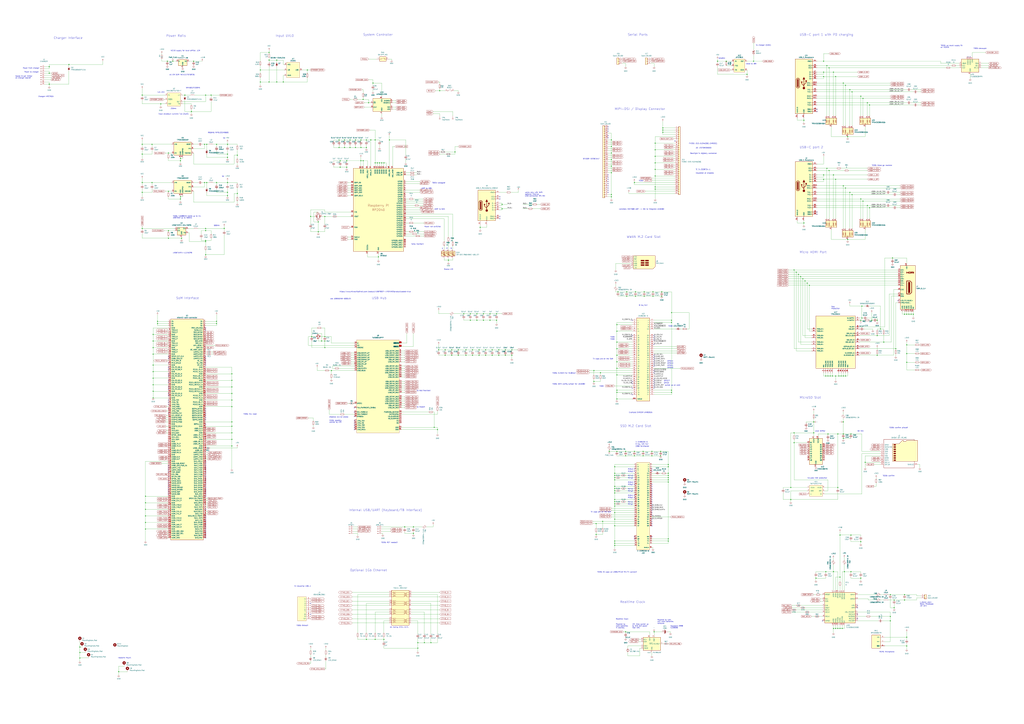
<source format=kicad_sch>
(kicad_sch (version 20211123) (generator eeschema)
  (paper "A0")
  (title_block (title "MNT Pocket Reform") (date "2022-05-27") (rev "D-1") (company "MNT Research GmbH") (comment 1 "Engineer: Lukas \"minute\" Hartmann"))
  (lib_symbols
    (symbol "09452812561:09452812561" (pin_names (offset 0.762))
      (property "Reference" "J?" (at -10.16 7.62 0))
      (property "Value" "09452812561" (at -10.16 5.08 0))
      (symbol "09452812561_0_0"
        (pin passive line (at 0 -10.16 0) (length 5.08) (name "1") (number "1"))
        (pin passive line (at 0 -22.86 0) (length 5.08) (name "10") (number "10"))
        (pin passive line (at 0 -7.62 0) (length 5.08) (name "2") (number "2"))
        (pin passive line (at 0 -5.08 0) (length 5.08) (name "3") (number "3"))
        (pin passive line (at 0 -2.54 0) (length 5.08) (name "4") (number "4"))
        (pin passive line (at 0 0 0) (length 5.08) (name "5") (number "5"))
        (pin passive line (at 0 -12.7 0) (length 5.08) (name "6") (number "6"))
        (pin passive line (at 0 -15.24 0) (length 5.08) (name "7") (number "7"))
        (pin passive line (at 0 -17.78 0) (length 5.08) (name "8") (number "8"))
        (pin passive line (at 0 -20.32 0) (length 5.08) (name "9") (number "9"))
      )
    )
    (symbol "2199230-5:2199230-5" (pin_names (offset 1.016))
      (property "Reference" "J" (at -7.6454 48.9966 0))
      (property "Value" "2199230-5" (at -7.62 -50.8508 0))
      (symbol "2199230-5_0_0"
        (pin passive line (at -12.7 45.72 0) (length 5.08) (name "1") (number "1"))
        (pin passive line (at 12.7 35.56 180) (length 5.08) (name "10") (number "10"))
        (pin passive line (at -12.7 33.02 0) (length 5.08) (name "11") (number "11"))
        (pin passive line (at 12.7 45.72 180) (length 5.08) (name "2") (number "2"))
        (pin passive line (at 12.7 27.94 180) (length 5.08) (name "20") (number "20"))
        (pin passive line (at -12.7 27.94 0) (length 5.08) (name "21") (number "21"))
        (pin passive line (at 12.7 25.4 180) (length 5.08) (name "22") (number "22"))
        (pin passive line (at -12.7 25.4 0) (length 5.08) (name "23") (number "23"))
        (pin passive line (at 12.7 22.86 180) (length 5.08) (name "24") (number "24"))
        (pin passive line (at -12.7 22.86 0) (length 5.08) (name "25") (number "25"))
        (pin passive line (at 12.7 20.32 180) (length 5.08) (name "26") (number "26"))
        (pin passive line (at -12.7 20.32 0) (length 5.08) (name "27") (number "27"))
        (pin passive line (at 12.7 17.78 180) (length 5.08) (name "28") (number "28"))
        (pin passive line (at -12.7 17.78 0) (length 5.08) (name "29") (number "29"))
        (pin passive line (at -12.7 43.18 0) (length 5.08) (name "3") (number "3"))
        (pin passive line (at 12.7 15.24 180) (length 5.08) (name "30") (number "30"))
        (pin passive line (at -12.7 15.24 0) (length 5.08) (name "31") (number "31"))
        (pin passive line (at 12.7 12.7 180) (length 5.08) (name "32") (number "32"))
        (pin passive line (at -12.7 12.7 0) (length 5.08) (name "33") (number "33"))
        (pin passive line (at 12.7 10.16 180) (length 5.08) (name "34") (number "34"))
        (pin passive line (at -12.7 10.16 0) (length 5.08) (name "35") (number "35"))
        (pin passive line (at 12.7 7.62 180) (length 5.08) (name "36") (number "36"))
        (pin passive line (at -12.7 7.62 0) (length 5.08) (name "37") (number "37"))
        (pin passive line (at 12.7 5.08 180) (length 5.08) (name "38") (number "38"))
        (pin passive line (at -12.7 5.08 0) (length 5.08) (name "39") (number "39"))
        (pin passive line (at 12.7 43.18 180) (length 5.08) (name "4") (number "4"))
        (pin passive line (at 12.7 2.54 180) (length 5.08) (name "40") (number "40"))
        (pin passive line (at -12.7 2.54 0) (length 5.08) (name "41") (number "41"))
        (pin passive line (at 12.7 0 180) (length 5.08) (name "42") (number "42"))
        (pin passive line (at -12.7 0 0) (length 5.08) (name "43") (number "43"))
        (pin passive line (at 12.7 -2.54 180) (length 5.08) (name "44") (number "44"))
        (pin passive line (at -12.7 -2.54 0) (length 5.08) (name "45") (number "45"))
        (pin passive line (at 12.7 -5.08 180) (length 5.08) (name "46") (number "46"))
        (pin passive line (at -12.7 -5.08 0) (length 5.08) (name "47") (number "47"))
        (pin passive line (at 12.7 -7.62 180) (length 5.08) (name "48") (number "48"))
        (pin passive line (at -12.7 -7.62 0) (length 5.08) (name "49") (number "49"))
        (pin passive line (at -12.7 40.64 0) (length 5.08) (name "5") (number "5"))
        (pin passive line (at 12.7 -10.16 180) (length 5.08) (name "50") (number "50"))
        (pin passive line (at -12.7 -10.16 0) (length 5.08) (name "51") (number "51"))
        (pin passive line (at 12.7 -12.7 180) (length 5.08) (name "52") (number "52"))
        (pin passive line (at -12.7 -12.7 0) (length 5.08) (name "53") (number "53"))
        (pin passive line (at 12.7 -15.24 180) (length 5.08) (name "54") (number "54"))
        (pin passive line (at -12.7 -15.24 0) (length 5.08) (name "55") (number "55"))
        (pin passive line (at 12.7 -17.78 180) (length 5.08) (name "56") (number "56"))
        (pin passive line (at -12.7 -17.78 0) (length 5.08) (name "57") (number "57"))
        (pin passive line (at 12.7 -20.32 180) (length 5.08) (name "58") (number "58"))
        (pin passive line (at -12.7 -20.32 0) (length 5.08) (name "59") (number "59"))
        (pin passive line (at 12.7 40.64 180) (length 5.08) (name "6") (number "6"))
        (pin passive line (at 12.7 -22.86 180) (length 5.08) (name "60") (number "60"))
        (pin passive line (at -12.7 -22.86 0) (length 5.08) (name "61") (number "61"))
        (pin passive line (at 12.7 -25.4 180) (length 5.08) (name "62") (number "62"))
        (pin passive line (at -12.7 -25.4 0) (length 5.08) (name "63") (number "63"))
        (pin passive line (at 12.7 -27.94 180) (length 5.08) (name "64") (number "64"))
        (pin passive line (at -12.7 -27.94 0) (length 5.08) (name "65") (number "65"))
        (pin passive line (at 12.7 -30.48 180) (length 5.08) (name "66") (number "66"))
        (pin passive line (at -12.7 -30.48 0) (length 5.08) (name "67") (number "67"))
        (pin passive line (at 12.7 -33.02 180) (length 5.08) (name "68") (number "68"))
        (pin passive line (at -12.7 -33.02 0) (length 5.08) (name "69") (number "69"))
        (pin passive line (at -12.7 38.1 0) (length 5.08) (name "7") (number "7"))
        (pin passive line (at 12.7 -35.56 180) (length 5.08) (name "70") (number "70"))
        (pin passive line (at -12.7 -35.56 0) (length 5.08) (name "71") (number "71"))
        (pin passive line (at 12.7 -38.1 180) (length 5.08) (name "72") (number "72"))
        (pin passive line (at -12.7 -38.1 0) (length 5.08) (name "73") (number "73"))
        (pin passive line (at 12.7 -40.64 180) (length 5.08) (name "74") (number "74"))
        (pin passive line (at -12.7 -40.64 0) (length 5.08) (name "75") (number "75"))
        (pin passive line (at 12.7 38.1 180) (length 5.08) (name "8") (number "8"))
        (pin passive line (at -12.7 35.56 0) (length 5.08) (name "9") (number "9"))
        (pin passive line (at -12.7 -45.72 0) (length 5.08) (name "SHIELD") (number "SH1"))
        (pin passive line (at -12.7 -45.72 0) (length 5.08) (name "SHIELD") (number "SH2"))
      )
    )
    (symbol "Audio:TLV320AIC3100"
      (property "Reference" "U" (at -15.24 20.32 0))
      (property "Value" "TLV320AIC3100" (at 0 0 0))
      (symbol "TLV320AIC3100_1_1"
        (pin power_in line (at 0 -20.32 90) (length 2.54) (name "IOVSS") (number "1"))
        (pin input line (at -20.32 10.16 0) (length 2.54) (name "SCL") (number "10"))
        (pin input line (at 20.32 -5.08 180) (length 2.54) (name "VOL/MICDET") (number "11"))
        (pin power_out line (at 20.32 -10.16 180) (length 2.54) (name "MICBIAS") (number "12"))
        (pin input line (at 20.32 -12.7 180) (length 2.54) (name "MIC1LP") (number "13"))
        (pin input line (at 20.32 -15.24 180) (length 2.54) (name "MIC1RP") (number "14"))
        (pin input line (at 20.32 -7.62 180) (length 2.54) (name "MIC1LM") (number "15"))
        (pin power_in line (at -7.62 -20.32 90) (length 2.54) (name "AVSS") (number "16"))
        (pin power_in line (at -7.62 20.32 270) (length 2.54) (name "AVDD") (number "17"))
        (pin power_in line (at -5.08 -20.32 90) (length 2.54) (name "DVSS") (number "18"))
        (pin output line (at 20.32 10.16 180) (length 2.54) (name "SPKM") (number "19"))
        (pin power_in line (at 0 20.32 270) (length 2.54) (name "IOVDD") (number "2"))
        (pin power_in line (at 2.54 -20.32 90) (length 2.54) (name "SPKVSS") (number "20"))
        (pin power_in line (at 2.54 20.32 270) (length 2.54) (name "SPKVDD") (number "21"))
        (pin output line (at 20.32 15.24 180) (length 2.54) (name "SPKP") (number "22"))
        (pin passive line (at 20.32 10.16 180) (length 2.54) hide (name "SPKM") (number "23"))
        (pin power_in line (at 5.08 20.32 270) (length 2.54) (name "SPKVDD") (number "24"))
        (pin passive line (at 2.54 -20.32 90) (length 2.54) hide (name "SPKVSS") (number "25"))
        (pin passive line (at 20.32 15.24 180) (length 2.54) hide (name "SPKP") (number "26"))
        (pin output line (at 20.32 2.54 180) (length 2.54) (name "HPL") (number "27"))
        (pin power_in line (at -2.54 20.32 270) (length 2.54) (name "HPVDD") (number "28"))
        (pin power_in line (at -2.54 -20.32 90) (length 2.54) (name "HPVSS") (number "29"))
        (pin power_in line (at -5.08 20.32 270) (length 2.54) (name "DVDD") (number "3"))
        (pin output line (at 20.32 0 180) (length 2.54) (name "HPR") (number "30"))
        (pin input line (at -20.32 15.24 0) (length 2.54) (name "~{RESET}") (number "31"))
        (pin bidirectional line (at -20.32 -15.24 0) (length 2.54) (name "GPIO1") (number "32"))
        (pin power_in line (at 5.08 -20.32 90) (length 2.54) (name "EP") (number "33"))
        (pin output line (at -20.32 0 0) (length 2.54) (name "DOUT") (number "4"))
        (pin input line (at -20.32 2.54 0) (length 2.54) (name "DIN") (number "5"))
        (pin bidirectional line (at -20.32 -5.08 0) (length 2.54) (name "WCLK") (number "6"))
        (pin bidirectional line (at -20.32 -2.54 0) (length 2.54) (name "BCLK") (number "7"))
        (pin input line (at -20.32 -10.16 0) (length 2.54) (name "MCLK") (number "8"))
        (pin bidirectional line (at -20.32 7.62 0) (length 2.54) (name "SDA") (number "9"))
      )
    )
    (symbol "Connector:Conn_01x04_Male" (pin_names (offset 1.016) hide)
      (property "Reference" "J" (at 0 5.08 0))
      (property "Value" "Conn_01x04_Male" (at 0 -7.62 0))
      (symbol "Conn_01x04_Male_1_1"
        (pin passive line (at 5.08 2.54 180) (length 3.81) (name "Pin_1") (number "1"))
        (pin passive line (at 5.08 0 180) (length 3.81) (name "Pin_2") (number "2"))
        (pin passive line (at 5.08 -2.54 180) (length 3.81) (name "Pin_3") (number "3"))
        (pin passive line (at 5.08 -5.08 180) (length 3.81) (name "Pin_4") (number "4"))
      )
    )
    (symbol "Connector:Conn_01x09_Male" (pin_names (offset 1.016) hide)
      (property "Reference" "J" (at 0 12.7 0))
      (property "Value" "Conn_01x09_Male" (at 0 -12.7 0))
      (symbol "Conn_01x09_Male_1_1"
        (pin passive line (at 5.08 10.16 180) (length 3.81) (name "Pin_1") (number "1"))
        (pin passive line (at 5.08 7.62 180) (length 3.81) (name "Pin_2") (number "2"))
        (pin passive line (at 5.08 5.08 180) (length 3.81) (name "Pin_3") (number "3"))
        (pin passive line (at 5.08 2.54 180) (length 3.81) (name "Pin_4") (number "4"))
        (pin passive line (at 5.08 0 180) (length 3.81) (name "Pin_5") (number "5"))
        (pin passive line (at 5.08 -2.54 180) (length 3.81) (name "Pin_6") (number "6"))
        (pin passive line (at 5.08 -5.08 180) (length 3.81) (name "Pin_7") (number "7"))
        (pin passive line (at 5.08 -7.62 180) (length 3.81) (name "Pin_8") (number "8"))
        (pin passive line (at 5.08 -10.16 180) (length 3.81) (name "Pin_9") (number "9"))
      )
    )
    (symbol "Connector:HDMI_D_1.4"
      (property "Reference" "J" (at -6.35 26.67 0))
      (property "Value" "HDMI_D_1.4" (at 10.16 26.67 0))
      (symbol "HDMI_D_1.4_1_1"
        (pin passive line (at -10.16 -17.78 0) (length 2.54) (name "HPD/HEAC-") (number "1"))
        (pin power_in line (at 0 -27.94 90) (length 2.54) (name "D0S") (number "10"))
        (pin passive line (at -10.16 7.62 0) (length 2.54) (name "D0-") (number "11"))
        (pin passive line (at -10.16 5.08 0) (length 2.54) (name "CK+") (number "12"))
        (pin power_in line (at 2.54 -27.94 90) (length 2.54) (name "CKS") (number "13"))
        (pin passive line (at -10.16 2.54 0) (length 2.54) (name "CK-") (number "14"))
        (pin bidirectional line (at -10.16 -2.54 0) (length 2.54) (name "CEC") (number "15"))
        (pin power_in line (at 5.08 -27.94 90) (length 2.54) (name "GND") (number "16"))
        (pin passive line (at -10.16 -7.62 0) (length 2.54) (name "SCL") (number "17"))
        (pin bidirectional line (at -10.16 -10.16 0) (length 2.54) (name "SDA") (number "18"))
        (pin power_in line (at 0 27.94 270) (length 2.54) (name "+5V") (number "19"))
        (pin passive line (at -10.16 -15.24 0) (length 2.54) (name "UTILITY/HEAC+") (number "2"))
        (pin passive line (at -10.16 20.32 0) (length 2.54) (name "D2+") (number "3"))
        (pin power_in line (at -5.08 -27.94 90) (length 2.54) (name "D2S") (number "4"))
        (pin passive line (at -10.16 17.78 0) (length 2.54) (name "D2-") (number "5"))
        (pin passive line (at -10.16 15.24 0) (length 2.54) (name "D1+") (number "6"))
        (pin power_in line (at -2.54 -27.94 90) (length 2.54) (name "D1S") (number "7"))
        (pin passive line (at -10.16 12.7 0) (length 2.54) (name "D1-") (number "8"))
        (pin passive line (at -10.16 10.16 0) (length 2.54) (name "D0+") (number "9"))
        (pin passive line (at 7.62 -27.94 90) (length 2.54) (name "SH") (number "SH"))
      )
    )
    (symbol "Connector:Micro_SD_Card_Det" (pin_names (offset 1.016))
      (property "Reference" "J" (at -16.51 17.78 0))
      (property "Value" "Micro_SD_Card_Det" (at 16.51 17.78 0))
      (symbol "Micro_SD_Card_Det_1_1"
        (pin bidirectional line (at -22.86 10.16 0) (length 3.81) (name "DAT2") (number "1"))
        (pin passive line (at -22.86 -10.16 0) (length 3.81) (name "DET_A") (number "10"))
        (pin passive line (at 20.32 -12.7 180) (length 3.81) (name "SHIELD") (number "11"))
        (pin bidirectional line (at -22.86 7.62 0) (length 3.81) (name "DAT3/CD") (number "2"))
        (pin input line (at -22.86 5.08 0) (length 3.81) (name "CMD") (number "3"))
        (pin power_in line (at -22.86 2.54 0) (length 3.81) (name "VDD") (number "4"))
        (pin input line (at -22.86 0 0) (length 3.81) (name "CLK") (number "5"))
        (pin power_in line (at -22.86 -2.54 0) (length 3.81) (name "VSS") (number "6"))
        (pin bidirectional line (at -22.86 -5.08 0) (length 3.81) (name "DAT0") (number "7"))
        (pin bidirectional line (at -22.86 -7.62 0) (length 3.81) (name "DAT1") (number "8"))
        (pin passive line (at -22.86 -12.7 0) (length 3.81) (name "DET_B") (number "9"))
      )
    )
    (symbol "Connector:SIM_Card"
      (property "Reference" "J" (at -2.54 12.7 0))
      (property "Value" "SIM_Card" (at -1.27 10.16 0))
      (symbol "SIM_Card_1_1"
        (pin power_in line (at -12.7 7.62 0) (length 2.54) (name "VCC") (number "1"))
        (pin input line (at -12.7 5.08 0) (length 2.54) (name "RST") (number "2"))
        (pin input line (at -12.7 2.54 0) (length 2.54) (name "CLK") (number "3"))
        (pin power_in line (at -12.7 0 0) (length 2.54) (name "GND") (number "5"))
        (pin input line (at -12.7 -2.54 0) (length 2.54) (name "VPP") (number "6"))
        (pin bidirectional line (at -12.7 -5.08 0) (length 2.54) (name "I/O") (number "7"))
      )
    )
    (symbol "Connector:TestPoint" (pin_numbers hide) (pin_names (offset 0.762) hide)
      (property "Reference" "TP" (at 0 6.858 0))
      (property "Value" "TestPoint" (at 0 5.08 0))
      (symbol "TestPoint_1_1"
        (pin passive line (at 0 0 90) (length 2.54) (name "1") (number "1"))
      )
    )
    (symbol "Connector:USB_C_Receptacle" (pin_names (offset 1.016))
      (property "Reference" "J" (at -10.16 29.21 0))
      (property "Value" "USB_C_Receptacle" (at 10.16 29.21 0))
      (symbol "USB_C_Receptacle_1_1"
        (pin passive line (at 0 -40.64 90) (length 5.08) (name "GND") (number "A1"))
        (pin bidirectional line (at 15.24 -15.24 180) (length 5.08) (name "RX2-") (number "A10"))
        (pin bidirectional line (at 15.24 -17.78 180) (length 5.08) (name "RX2+") (number "A11"))
        (pin passive line (at 0 -40.64 90) (length 5.08) hide (name "GND") (number "A12"))
        (pin bidirectional line (at 15.24 -10.16 180) (length 5.08) (name "TX1+") (number "A2"))
        (pin bidirectional line (at 15.24 -7.62 180) (length 5.08) (name "TX1-") (number "A3"))
        (pin passive line (at 15.24 25.4 180) (length 5.08) (name "VBUS") (number "A4"))
        (pin bidirectional line (at 15.24 20.32 180) (length 5.08) (name "CC1") (number "A5"))
        (pin bidirectional line (at 15.24 7.62 180) (length 5.08) (name "D+") (number "A6"))
        (pin bidirectional line (at 15.24 12.7 180) (length 5.08) (name "D-") (number "A7"))
        (pin bidirectional line (at 15.24 -30.48 180) (length 5.08) (name "SBU1") (number "A8"))
        (pin passive line (at 15.24 25.4 180) (length 5.08) hide (name "VBUS") (number "A9"))
        (pin passive line (at 0 -40.64 90) (length 5.08) hide (name "GND") (number "B1"))
        (pin bidirectional line (at 15.24 0 180) (length 5.08) (name "RX1-") (number "B10"))
        (pin bidirectional line (at 15.24 -2.54 180) (length 5.08) (name "RX1+") (number "B11"))
        (pin passive line (at 0 -40.64 90) (length 5.08) hide (name "GND") (number "B12"))
        (pin bidirectional line (at 15.24 -25.4 180) (length 5.08) (name "TX2+") (number "B2"))
        (pin bidirectional line (at 15.24 -22.86 180) (length 5.08) (name "TX2-") (number "B3"))
        (pin passive line (at 15.24 25.4 180) (length 5.08) hide (name "VBUS") (number "B4"))
        (pin bidirectional line (at 15.24 17.78 180) (length 5.08) (name "CC2") (number "B5"))
        (pin bidirectional line (at 15.24 5.08 180) (length 5.08) (name "D+") (number "B6"))
        (pin bidirectional line (at 15.24 10.16 180) (length 5.08) (name "D-") (number "B7"))
        (pin bidirectional line (at 15.24 -33.02 180) (length 5.08) (name "SBU2") (number "B8"))
        (pin passive line (at 15.24 25.4 180) (length 5.08) hide (name "VBUS") (number "B9"))
        (pin passive line (at -7.62 -40.64 90) (length 5.08) (name "SHIELD") (number "S1"))
      )
    )
    (symbol "Connector:USB_C_Receptacle_USB2.0" (pin_names (offset 1.016))
      (property "Reference" "J" (at -10.16 19.05 0))
      (property "Value" "USB_C_Receptacle_USB2.0" (at 19.05 19.05 0))
      (symbol "USB_C_Receptacle_USB2.0_1_1"
        (pin passive line (at 0 -22.86 90) (length 5.08) (name "GND") (number "A1"))
        (pin passive line (at 0 -22.86 90) (length 5.08) hide (name "GND") (number "A12"))
        (pin passive line (at 15.24 15.24 180) (length 5.08) (name "VBUS") (number "A4"))
        (pin bidirectional line (at 15.24 10.16 180) (length 5.08) (name "CC1") (number "A5"))
        (pin bidirectional line (at 15.24 -2.54 180) (length 5.08) (name "D+") (number "A6"))
        (pin bidirectional line (at 15.24 2.54 180) (length 5.08) (name "D-") (number "A7"))
        (pin bidirectional line (at 15.24 -12.7 180) (length 5.08) (name "SBU1") (number "A8"))
        (pin passive line (at 15.24 15.24 180) (length 5.08) hide (name "VBUS") (number "A9"))
        (pin passive line (at 0 -22.86 90) (length 5.08) hide (name "GND") (number "B1"))
        (pin passive line (at 0 -22.86 90) (length 5.08) hide (name "GND") (number "B12"))
        (pin passive line (at 15.24 15.24 180) (length 5.08) hide (name "VBUS") (number "B4"))
        (pin bidirectional line (at 15.24 7.62 180) (length 5.08) (name "CC2") (number "B5"))
        (pin bidirectional line (at 15.24 -5.08 180) (length 5.08) (name "D+") (number "B6"))
        (pin bidirectional line (at 15.24 0 180) (length 5.08) (name "D-") (number "B7"))
        (pin bidirectional line (at 15.24 -15.24 180) (length 5.08) (name "SBU2") (number "B8"))
        (pin passive line (at 15.24 15.24 180) (length 5.08) hide (name "VBUS") (number "B9"))
        (pin passive line (at -7.62 -22.86 90) (length 5.08) (name "SHIELD") (number "S1"))
      )
    )
    (symbol "Connector_Generic:Conn_01x02" (pin_names (offset 1.016) hide)
      (property "Reference" "J" (at 0 2.54 0))
      (property "Value" "Conn_01x02" (at 0 -5.08 0))
      (symbol "Conn_01x02_1_1"
        (pin passive line (at -5.08 0 0) (length 3.81) (name "Pin_1") (number "1"))
        (pin passive line (at -5.08 -2.54 0) (length 3.81) (name "Pin_2") (number "2"))
      )
    )
    (symbol "Connector_Generic:Conn_01x03" (pin_names (offset 1.016) hide)
      (property "Reference" "J" (at 0 5.08 0))
      (property "Value" "Conn_01x03" (at 0 -5.08 0))
      (symbol "Conn_01x03_1_1"
        (pin passive line (at -5.08 2.54 0) (length 3.81) (name "Pin_1") (number "1"))
        (pin passive line (at -5.08 0 0) (length 3.81) (name "Pin_2") (number "2"))
        (pin passive line (at -5.08 -2.54 0) (length 3.81) (name "Pin_3") (number "3"))
      )
    )
    (symbol "Connector_Generic:Conn_01x31" (pin_names (offset 1.016) hide)
      (property "Reference" "J" (at 0 40.64 0))
      (property "Value" "Conn_01x31" (at 0 -40.64 0))
      (symbol "Conn_01x31_1_1"
        (pin passive line (at -5.08 38.1 0) (length 3.81) (name "Pin_1") (number "1"))
        (pin passive line (at -5.08 15.24 0) (length 3.81) (name "Pin_10") (number "10"))
        (pin passive line (at -5.08 12.7 0) (length 3.81) (name "Pin_11") (number "11"))
        (pin passive line (at -5.08 10.16 0) (length 3.81) (name "Pin_12") (number "12"))
        (pin passive line (at -5.08 7.62 0) (length 3.81) (name "Pin_13") (number "13"))
        (pin passive line (at -5.08 5.08 0) (length 3.81) (name "Pin_14") (number "14"))
        (pin passive line (at -5.08 2.54 0) (length 3.81) (name "Pin_15") (number "15"))
        (pin passive line (at -5.08 0 0) (length 3.81) (name "Pin_16") (number "16"))
        (pin passive line (at -5.08 -2.54 0) (length 3.81) (name "Pin_17") (number "17"))
        (pin passive line (at -5.08 -5.08 0) (length 3.81) (name "Pin_18") (number "18"))
        (pin passive line (at -5.08 -7.62 0) (length 3.81) (name "Pin_19") (number "19"))
        (pin passive line (at -5.08 35.56 0) (length 3.81) (name "Pin_2") (number "2"))
        (pin passive line (at -5.08 -10.16 0) (length 3.81) (name "Pin_20") (number "20"))
        (pin passive line (at -5.08 -12.7 0) (length 3.81) (name "Pin_21") (number "21"))
        (pin passive line (at -5.08 -15.24 0) (length 3.81) (name "Pin_22") (number "22"))
        (pin passive line (at -5.08 -17.78 0) (length 3.81) (name "Pin_23") (number "23"))
        (pin passive line (at -5.08 -20.32 0) (length 3.81) (name "Pin_24") (number "24"))
        (pin passive line (at -5.08 -22.86 0) (length 3.81) (name "Pin_25") (number "25"))
        (pin passive line (at -5.08 -25.4 0) (length 3.81) (name "Pin_26") (number "26"))
        (pin passive line (at -5.08 -27.94 0) (length 3.81) (name "Pin_27") (number "27"))
        (pin passive line (at -5.08 -30.48 0) (length 3.81) (name "Pin_28") (number "28"))
        (pin passive line (at -5.08 -33.02 0) (length 3.81) (name "Pin_29") (number "29"))
        (pin passive line (at -5.08 33.02 0) (length 3.81) (name "Pin_3") (number "3"))
        (pin passive line (at -5.08 -35.56 0) (length 3.81) (name "Pin_30") (number "30"))
        (pin passive line (at -5.08 -38.1 0) (length 3.81) (name "Pin_31") (number "31"))
        (pin passive line (at -5.08 30.48 0) (length 3.81) (name "Pin_4") (number "4"))
        (pin passive line (at -5.08 27.94 0) (length 3.81) (name "Pin_5") (number "5"))
        (pin passive line (at -5.08 25.4 0) (length 3.81) (name "Pin_6") (number "6"))
        (pin passive line (at -5.08 22.86 0) (length 3.81) (name "Pin_7") (number "7"))
        (pin passive line (at -5.08 20.32 0) (length 3.81) (name "Pin_8") (number "8"))
        (pin passive line (at -5.08 17.78 0) (length 3.81) (name "Pin_9") (number "9"))
      )
    )
    (symbol "Connector_Generic:Conn_01x33" (pin_names (offset 1.016) hide)
      (property "Reference" "J" (at 0 43.18 0))
      (property "Value" "Conn_01x33" (at 0 -43.18 0))
      (symbol "Conn_01x33_1_1"
        (pin passive line (at -5.08 40.64 0) (length 3.81) (name "Pin_1") (number "1"))
        (pin passive line (at -5.08 17.78 0) (length 3.81) (name "Pin_10") (number "10"))
        (pin passive line (at -5.08 15.24 0) (length 3.81) (name "Pin_11") (number "11"))
        (pin passive line (at -5.08 12.7 0) (length 3.81) (name "Pin_12") (number "12"))
        (pin passive line (at -5.08 10.16 0) (length 3.81) (name "Pin_13") (number "13"))
        (pin passive line (at -5.08 7.62 0) (length 3.81) (name "Pin_14") (number "14"))
        (pin passive line (at -5.08 5.08 0) (length 3.81) (name "Pin_15") (number "15"))
        (pin passive line (at -5.08 2.54 0) (length 3.81) (name "Pin_16") (number "16"))
        (pin passive line (at -5.08 0 0) (length 3.81) (name "Pin_17") (number "17"))
        (pin passive line (at -5.08 -2.54 0) (length 3.81) (name "Pin_18") (number "18"))
        (pin passive line (at -5.08 -5.08 0) (length 3.81) (name "Pin_19") (number "19"))
        (pin passive line (at -5.08 38.1 0) (length 3.81) (name "Pin_2") (number "2"))
        (pin passive line (at -5.08 -7.62 0) (length 3.81) (name "Pin_20") (number "20"))
        (pin passive line (at -5.08 -10.16 0) (length 3.81) (name "Pin_21") (number "21"))
        (pin passive line (at -5.08 -12.7 0) (length 3.81) (name "Pin_22") (number "22"))
        (pin passive line (at -5.08 -15.24 0) (length 3.81) (name "Pin_23") (number "23"))
        (pin passive line (at -5.08 -17.78 0) (length 3.81) (name "Pin_24") (number "24"))
        (pin passive line (at -5.08 -20.32 0) (length 3.81) (name "Pin_25") (number "25"))
        (pin passive line (at -5.08 -22.86 0) (length 3.81) (name "Pin_26") (number "26"))
        (pin passive line (at -5.08 -25.4 0) (length 3.81) (name "Pin_27") (number "27"))
        (pin passive line (at -5.08 -27.94 0) (length 3.81) (name "Pin_28") (number "28"))
        (pin passive line (at -5.08 -30.48 0) (length 3.81) (name "Pin_29") (number "29"))
        (pin passive line (at -5.08 35.56 0) (length 3.81) (name "Pin_3") (number "3"))
        (pin passive line (at -5.08 -33.02 0) (length 3.81) (name "Pin_30") (number "30"))
        (pin passive line (at -5.08 -35.56 0) (length 3.81) (name "Pin_31") (number "31"))
        (pin passive line (at -5.08 -38.1 0) (length 3.81) (name "Pin_32") (number "32"))
        (pin passive line (at -5.08 -40.64 0) (length 3.81) (name "Pin_33") (number "33"))
        (pin passive line (at -5.08 33.02 0) (length 3.81) (name "Pin_4") (number "4"))
        (pin passive line (at -5.08 30.48 0) (length 3.81) (name "Pin_5") (number "5"))
        (pin passive line (at -5.08 27.94 0) (length 3.81) (name "Pin_6") (number "6"))
        (pin passive line (at -5.08 25.4 0) (length 3.81) (name "Pin_7") (number "7"))
        (pin passive line (at -5.08 22.86 0) (length 3.81) (name "Pin_8") (number "8"))
        (pin passive line (at -5.08 20.32 0) (length 3.81) (name "Pin_9") (number "9"))
      )
    )
    (symbol "Device:Battery_Cell" (pin_numbers hide) (pin_names (offset 0) hide)
      (property "Reference" "BT" (at 2.54 2.54 0))
      (property "Value" "Battery_Cell" (at 2.54 0 0))
      (symbol "Battery_Cell_1_1"
        (pin passive line (at 0 5.08 270) (length 2.54) (name "+") (number "1"))
        (pin passive line (at 0 -2.54 90) (length 2.54) (name "-") (number "2"))
      )
    )
    (symbol "Device:C_Polarized_Small" (pin_numbers hide) (pin_names (offset 0.254) hide)
      (property "Reference" "C" (at 0.254 1.778 0))
      (property "Value" "C_Polarized_Small" (at 0.254 -2.032 0))
      (symbol "C_Polarized_Small_1_1"
        (pin passive line (at 0 2.54 270) (length 1.8542) (name "~") (number "1"))
        (pin passive line (at 0 -2.54 90) (length 1.8542) (name "~") (number "2"))
      )
    )
    (symbol "Device:C_Small" (pin_numbers hide) (pin_names (offset 0.254) hide)
      (property "Reference" "C" (at 0.254 1.778 0))
      (property "Value" "C_Small" (at 0.254 -2.032 0))
      (symbol "C_Small_1_1"
        (pin passive line (at 0 2.54 270) (length 2.032) (name "~") (number "1"))
        (pin passive line (at 0 -2.54 90) (length 2.032) (name "~") (number "2"))
      )
    )
    (symbol "Device:Crystal_GND24" (pin_names (offset 1.016) hide)
      (property "Reference" "Y" (at 3.175 5.08 0))
      (property "Value" "Crystal_GND24" (at 3.175 3.175 0))
      (symbol "Crystal_GND24_1_1"
        (pin passive line (at -3.81 0 0) (length 1.27) (name "1") (number "1"))
        (pin passive line (at 0 5.08 270) (length 1.27) (name "2") (number "2"))
        (pin passive line (at 3.81 0 180) (length 1.27) (name "3") (number "3"))
        (pin passive line (at 0 -5.08 90) (length 1.27) (name "4") (number "4"))
      )
    )
    (symbol "Device:Crystal_GND24_Small" (pin_names (offset 1.016) hide)
      (property "Reference" "Y" (at 1.27 4.445 0))
      (property "Value" "Crystal_GND24_Small" (at 1.27 2.54 0))
      (symbol "Crystal_GND24_Small_1_1"
        (pin passive line (at -2.54 0 0) (length 1.27) (name "1") (number "1"))
        (pin passive line (at 0 -2.54 90) (length 0.635) (name "2") (number "2"))
        (pin passive line (at 2.54 0 180) (length 1.27) (name "3") (number "3"))
        (pin passive line (at 0 2.54 270) (length 0.635) (name "4") (number "4"))
      )
    )
    (symbol "Device:Crystal_Small" (pin_numbers hide) (pin_names (offset 1.016) hide)
      (property "Reference" "Y" (at 0 2.54 0))
      (property "Value" "Crystal_Small" (at 0 -2.54 0))
      (symbol "Crystal_Small_1_1"
        (pin passive line (at -2.54 0 0) (length 1.27) (name "1") (number "1"))
        (pin passive line (at 2.54 0 180) (length 1.27) (name "2") (number "2"))
      )
    )
    (symbol "Device:D_Schottky" (pin_numbers hide) (pin_names (offset 1.016) hide)
      (property "Reference" "D" (at 0 2.54 0))
      (property "Value" "D_Schottky" (at 0 -2.54 0))
      (symbol "D_Schottky_1_1"
        (pin passive line (at -3.81 0 0) (length 2.54) (name "K") (number "1"))
        (pin passive line (at 3.81 0 180) (length 2.54) (name "A") (number "2"))
      )
    )
    (symbol "Device:D_Schottky_Small" (pin_numbers hide) (pin_names (offset 0.254) hide)
      (property "Reference" "D" (at -1.27 2.032 0))
      (property "Value" "D_Schottky_Small" (at -7.112 -2.032 0))
      (symbol "D_Schottky_Small_1_1"
        (pin passive line (at -2.54 0 0) (length 1.778) (name "K") (number "1"))
        (pin passive line (at 2.54 0 180) (length 1.778) (name "A") (number "2"))
      )
    )
    (symbol "Device:D_Schottky_Small_Filled" (pin_numbers hide) (pin_names (offset 0.254) hide)
      (property "Reference" "D" (at -1.27 2.032 0))
      (property "Value" "D_Schottky_Small_Filled" (at -7.112 -2.032 0))
      (symbol "D_Schottky_Small_Filled_1_1"
        (pin passive line (at -2.54 0 0) (length 1.778) (name "K") (number "1"))
        (pin passive line (at 2.54 0 180) (length 1.778) (name "A") (number "2"))
      )
    )
    (symbol "Device:FerriteBead_Small" (pin_numbers hide) (pin_names (offset 0))
      (property "Reference" "FB" (at 1.905 1.27 0))
      (property "Value" "FerriteBead_Small" (at 1.905 -1.27 0))
      (symbol "FerriteBead_Small_1_1"
        (pin passive line (at 0 2.54 270) (length 1.27) (name "~") (number "1"))
        (pin passive line (at 0 -2.54 90) (length 1.27) (name "~") (number "2"))
      )
    )
    (symbol "Device:LED_RGB" (pin_names (offset 0) hide)
      (property "Reference" "D" (at 0 9.398 0))
      (property "Value" "LED_RGB" (at 0 -8.89 0))
      (symbol "LED_RGB_0_0"
        (text "B" (at -1.905 -6.35 0) (effects (font (size 1.27 1.27))))
        (text "G" (at -1.905 -1.27 0) (effects (font (size 1.27 1.27))))
        (text "R" (at -1.905 3.81 0) (effects (font (size 1.27 1.27))))
      )
      (symbol "LED_RGB_1_1"
        (pin passive line (at -5.08 5.08 0) (length 2.54) (name "RK") (number "1"))
        (pin passive line (at -5.08 0 0) (length 2.54) (name "GK") (number "2"))
        (pin passive line (at -5.08 -5.08 0) (length 2.54) (name "BK") (number "3"))
        (pin passive line (at 5.08 -5.08 180) (length 2.54) (name "BA") (number "4"))
        (pin passive line (at 5.08 0 180) (length 2.54) (name "GA") (number "5"))
        (pin passive line (at 5.08 5.08 180) (length 2.54) (name "RA") (number "6"))
      )
    )
    (symbol "Device:LED_Small" (pin_numbers hide) (pin_names (offset 0.254) hide)
      (property "Reference" "D" (at -1.27 3.175 0))
      (property "Value" "LED_Small" (at -4.445 -2.54 0))
      (symbol "LED_Small_1_1"
        (pin passive line (at -2.54 0 0) (length 1.778) (name "K") (number "1"))
        (pin passive line (at 2.54 0 180) (length 1.778) (name "A") (number "2"))
      )
    )
    (symbol "Device:L_Small" (pin_numbers hide) (pin_names (offset 0.254) hide)
      (property "Reference" "L" (at 0.762 1.016 0))
      (property "Value" "L_Small" (at 0.762 -1.016 0))
      (symbol "L_Small_1_1"
        (pin passive line (at 0 2.54 270) (length 0.508) (name "~") (number "1"))
        (pin passive line (at 0 -2.54 90) (length 0.508) (name "~") (number "2"))
      )
    )
    (symbol "Device:R_Small" (pin_numbers hide) (pin_names (offset 0.254) hide)
      (property "Reference" "R" (at 0.762 0.508 0))
      (property "Value" "R_Small" (at 0.762 -1.016 0))
      (symbol "R_Small_1_1"
        (pin passive line (at 0 2.54 270) (length 0.762) (name "~") (number "1"))
        (pin passive line (at 0 -2.54 90) (length 0.762) (name "~") (number "2"))
      )
    )
    (symbol "Interface_USB:FUSB302BMPX"
      (property "Reference" "U" (at -10.16 8.89 0))
      (property "Value" "FUSB302BMPX" (at 3.81 8.89 0))
      (symbol "FUSB302BMPX_1_1"
        (pin bidirectional line (at 12.7 -2.54 180) (length 2.54) (name "CC2") (number "1"))
        (pin bidirectional line (at 12.7 0 180) (length 2.54) (name "CC1") (number "10"))
        (pin bidirectional line (at 12.7 0 180) (length 2.54) hide (name "CC1") (number "11"))
        (pin power_in line (at 0 10.16 270) (length 2.54) (name "VCONN") (number "12"))
        (pin power_in line (at 2.54 10.16 270) (length 2.54) (name "VCONN") (number "13"))
        (pin bidirectional line (at 12.7 -2.54 180) (length 2.54) hide (name "CC2") (number "14"))
        (pin passive line (at 0 -10.16 90) (length 2.54) hide (name "GND") (number "15"))
        (pin input line (at 12.7 2.54 180) (length 2.54) (name "VBUS") (number "2"))
        (pin power_in line (at -2.54 10.16 270) (length 2.54) (name "VDD") (number "3"))
        (pin passive line (at -2.54 10.16 270) (length 2.54) hide (name "VDD") (number "4"))
        (pin open_collector line (at -12.7 -2.54 0) (length 2.54) (name "INT_N") (number "5"))
        (pin input line (at -12.7 0 0) (length 2.54) (name "SCL") (number "6"))
        (pin bidirectional line (at -12.7 2.54 0) (length 2.54) (name "SDA") (number "7"))
        (pin power_in line (at 0 -10.16 90) (length 2.54) (name "GND") (number "8"))
        (pin passive line (at 0 -10.16 90) (length 2.54) hide (name "GND") (number "9"))
      )
    )
    (symbol "Logic_LevelTranslator:TXS0108EPW"
      (property "Reference" "U" (at -6.35 16.51 0))
      (property "Value" "TXS0108EPW" (at 3.81 16.51 0))
      (symbol "TXS0108EPW_1_1"
        (pin bidirectional line (at -10.16 7.62 0) (length 2.54) (name "A1") (number "1"))
        (pin input line (at -10.16 10.16 0) (length 2.54) (name "OE") (number "10"))
        (pin power_in line (at 0 -17.78 90) (length 2.54) (name "GND") (number "11"))
        (pin bidirectional line (at 10.16 -10.16 180) (length 2.54) (name "B8") (number "12"))
        (pin bidirectional line (at 10.16 -7.62 180) (length 2.54) (name "B7") (number "13"))
        (pin bidirectional line (at 10.16 -5.08 180) (length 2.54) (name "B6") (number "14"))
        (pin bidirectional line (at 10.16 -2.54 180) (length 2.54) (name "B5") (number "15"))
        (pin bidirectional line (at 10.16 0 180) (length 2.54) (name "B4") (number "16"))
        (pin bidirectional line (at 10.16 2.54 180) (length 2.54) (name "B3") (number "17"))
        (pin bidirectional line (at 10.16 5.08 180) (length 2.54) (name "B2") (number "18"))
        (pin power_in line (at 2.54 17.78 270) (length 2.54) (name "VCCB") (number "19"))
        (pin power_in line (at -2.54 17.78 270) (length 2.54) (name "VCCA") (number "2"))
        (pin bidirectional line (at 10.16 7.62 180) (length 2.54) (name "B1") (number "20"))
        (pin bidirectional line (at -10.16 5.08 0) (length 2.54) (name "A2") (number "3"))
        (pin bidirectional line (at -10.16 2.54 0) (length 2.54) (name "A3") (number "4"))
        (pin bidirectional line (at -10.16 0 0) (length 2.54) (name "A4") (number "5"))
        (pin bidirectional line (at -10.16 -2.54 0) (length 2.54) (name "A5") (number "6"))
        (pin bidirectional line (at -10.16 -5.08 0) (length 2.54) (name "A6") (number "7"))
        (pin bidirectional line (at -10.16 -7.62 0) (length 2.54) (name "A7") (number "8"))
        (pin bidirectional line (at -10.16 -10.16 0) (length 2.54) (name "A8") (number "9"))
      )
    )
    (symbol "MCU_RaspberryPi_and_Boards:RP2040" (pin_names (offset 1.016))
      (property "Reference" "U" (at -29.21 49.53 0))
      (property "Value" "RP2040" (at 24.13 -49.53 0))
      (symbol "RP2040_0_0"
        (text "Raspberry Pi" (at 0 5.08 0) (effects (font (size 2.54 2.54))))
        (text "RP2040" (at 0 0 0) (effects (font (size 2.54 2.54))))
      )
      (symbol "RP2040_1_1"
        (pin power_in line (at 8.89 50.8 270) (length 2.54) (name "IOVDD") (number "1"))
        (pin power_in line (at 6.35 50.8 270) (length 2.54) (name "IOVDD") (number "10"))
        (pin bidirectional line (at 31.75 12.7 180) (length 2.54) (name "GPIO8") (number "11"))
        (pin bidirectional line (at 31.75 10.16 180) (length 2.54) (name "GPIO9") (number "12"))
        (pin bidirectional line (at 31.75 7.62 180) (length 2.54) (name "GPIO10") (number "13"))
        (pin bidirectional line (at 31.75 5.08 180) (length 2.54) (name "GPIO11") (number "14"))
        (pin bidirectional line (at 31.75 2.54 180) (length 2.54) (name "GPIO12") (number "15"))
        (pin bidirectional line (at 31.75 0 180) (length 2.54) (name "GPIO13") (number "16"))
        (pin bidirectional line (at 31.75 -2.54 180) (length 2.54) (name "GPIO14") (number "17"))
        (pin bidirectional line (at 31.75 -5.08 180) (length 2.54) (name "GPIO15") (number "18"))
        (pin passive line (at -12.7 -50.8 90) (length 2.54) (name "TESTEN") (number "19"))
        (pin bidirectional line (at 31.75 33.02 180) (length 2.54) (name "GPIO0") (number "2"))
        (pin input line (at -31.75 -2.54 0) (length 2.54) (name "XIN") (number "20"))
        (pin passive line (at -31.75 -7.62 0) (length 2.54) (name "XOUT") (number "21"))
        (pin power_in line (at 3.81 50.8 270) (length 2.54) (name "IOVDD") (number "22"))
        (pin power_in line (at -17.78 50.8 270) (length 2.54) (name "DVDD") (number "23"))
        (pin output line (at -31.75 -31.75 0) (length 2.54) (name "SWCLK") (number "24"))
        (pin bidirectional line (at -31.75 -34.29 0) (length 2.54) (name "SWD") (number "25"))
        (pin input line (at -31.75 -20.32 0) (length 2.54) (name "RUN") (number "26"))
        (pin bidirectional line (at 31.75 -7.62 180) (length 2.54) (name "GPIO16") (number "27"))
        (pin bidirectional line (at 31.75 -10.16 180) (length 2.54) (name "GPIO17") (number "28"))
        (pin bidirectional line (at 31.75 -12.7 180) (length 2.54) (name "GPIO18") (number "29"))
        (pin bidirectional line (at 31.75 30.48 180) (length 2.54) (name "GPIO1") (number "3"))
        (pin bidirectional line (at 31.75 -15.24 180) (length 2.54) (name "GPIO19") (number "30"))
        (pin bidirectional line (at 31.75 -17.78 180) (length 2.54) (name "GPIO20") (number "31"))
        (pin bidirectional line (at 31.75 -20.32 180) (length 2.54) (name "GPIO21") (number "32"))
        (pin power_in line (at 1.27 50.8 270) (length 2.54) (name "IOVDD") (number "33"))
        (pin bidirectional line (at 31.75 -22.86 180) (length 2.54) (name "GPIO22") (number "34"))
        (pin bidirectional line (at 31.75 -25.4 180) (length 2.54) (name "GPIO23") (number "35"))
        (pin bidirectional line (at 31.75 -27.94 180) (length 2.54) (name "GPIO24") (number "36"))
        (pin bidirectional line (at 31.75 -30.48 180) (length 2.54) (name "GPIO25") (number "37"))
        (pin bidirectional line (at 31.75 -35.56 180) (length 2.54) (name "GPIO26_ADC0") (number "38"))
        (pin bidirectional line (at 31.75 -38.1 180) (length 2.54) (name "GPIO27_ADC1") (number "39"))
        (pin bidirectional line (at 31.75 27.94 180) (length 2.54) (name "GPIO2") (number "4"))
        (pin bidirectional line (at 31.75 -40.64 180) (length 2.54) (name "GPIO28_ADC2") (number "40"))
        (pin bidirectional line (at 31.75 -43.18 180) (length 2.54) (name "GPIO29_ADC3") (number "41"))
        (pin power_in line (at -1.27 50.8 270) (length 2.54) (name "IOVDD") (number "42"))
        (pin power_in line (at 16.51 50.8 270) (length 2.54) (name "ADC_AVDD") (number "43"))
        (pin power_in line (at -8.89 50.8 270) (length 2.54) (name "VREG_IN") (number "44"))
        (pin power_out line (at -12.7 50.8 270) (length 2.54) (name "VREG_VOUT") (number "45"))
        (pin bidirectional line (at 31.75 40.64 180) (length 2.54) (name "USB_DM") (number "46"))
        (pin bidirectional line (at 31.75 43.18 180) (length 2.54) (name "USB_DP") (number "47"))
        (pin power_in line (at 12.7 50.8 270) (length 2.54) (name "USB_VDD") (number "48"))
        (pin power_in line (at -3.81 50.8 270) (length 2.54) (name "IOVDD") (number "49"))
        (pin bidirectional line (at 31.75 25.4 180) (length 2.54) (name "GPIO3") (number "5"))
        (pin power_in line (at -20.32 50.8 270) (length 2.54) (name "DVDD") (number "50"))
        (pin bidirectional line (at -31.75 20.32 0) (length 2.54) (name "QSPI_SD3") (number "51"))
        (pin output line (at -31.75 16.51 0) (length 2.54) (name "QSPI_SCLK") (number "52"))
        (pin bidirectional line (at -31.75 27.94 0) (length 2.54) (name "QSPI_SD0") (number "53"))
        (pin bidirectional line (at -31.75 22.86 0) (length 2.54) (name "QSPI_SD2") (number "54"))
        (pin bidirectional line (at -31.75 25.4 0) (length 2.54) (name "QSPI_SD1") (number "55"))
        (pin bidirectional line (at -31.75 31.75 0) (length 2.54) (name "QSPI_SS") (number "56"))
        (pin power_in line (at 0 -50.8 90) (length 2.54) (name "GND") (number "57"))
        (pin bidirectional line (at 31.75 22.86 180) (length 2.54) (name "GPIO4") (number "6"))
        (pin bidirectional line (at 31.75 20.32 180) (length 2.54) (name "GPIO5") (number "7"))
        (pin bidirectional line (at 31.75 17.78 180) (length 2.54) (name "GPIO6") (number "8"))
        (pin bidirectional line (at 31.75 15.24 180) (length 2.54) (name "GPIO7") (number "9"))
      )
    )
    (symbol "MP23ABS1TR:MP23ABS1TR" (pin_names (offset 1.016))
      (property "Reference" "MK" (at -5.08 8.255 0))
      (property "Value" "MP23ABS1TR" (at -5.08 -10.16 0))
      (symbol "MP23ABS1TR_0_0"
        (pin output line (at 10.16 0 180) (length 5.08) (name "OUT") (number "1"))
        (pin power_in line (at 10.16 -5.08 180) (length 5.08) (name "GND") (number "2"))
        (pin power_in line (at 10.16 -5.08 180) (length 5.08) (name "GND") (number "3"))
        (pin power_in line (at 10.16 -5.08 180) (length 5.08) (name "GND") (number "4"))
        (pin power_in line (at 10.16 5.08 180) (length 5.08) (name "VDD") (number "5"))
      )
    )
    (symbol "Mechanical:MountingHole" (pin_names (offset 1.016))
      (property "Reference" "H" (at 0 5.08 0))
      (property "Value" "MountingHole" (at 0 3.175 0))
    )
    (symbol "Mechanical:MountingHole_Pad" (pin_numbers hide) (pin_names (offset 1.016) hide)
      (property "Reference" "H" (at 0 6.35 0))
      (property "Value" "MountingHole_Pad" (at 0 4.445 0))
      (symbol "MountingHole_Pad_1_1"
        (pin input line (at 0 -2.54 90) (length 2.54) (name "1") (number "1"))
      )
    )
    (symbol "Memory_Flash:W25Q32JVSS"
      (property "Reference" "U" (at -8.89 8.89 0))
      (property "Value" "W25Q32JVSS" (at 7.62 8.89 0))
      (symbol "W25Q32JVSS_1_1"
        (pin input line (at -12.7 2.54 0) (length 2.54) (name "~{CS}") (number "1"))
        (pin bidirectional line (at 12.7 2.54 180) (length 2.54) (name "DO(IO1)") (number "2"))
        (pin bidirectional line (at 12.7 -2.54 180) (length 2.54) (name "IO2") (number "3"))
        (pin power_in line (at 0 -10.16 90) (length 2.54) (name "GND") (number "4"))
        (pin bidirectional line (at 12.7 5.08 180) (length 2.54) (name "DI(IO0)") (number "5"))
        (pin input line (at -12.7 -2.54 0) (length 2.54) (name "CLK") (number "6"))
        (pin bidirectional line (at 12.7 -5.08 180) (length 2.54) (name "IO3") (number "7"))
        (pin power_in line (at 0 10.16 270) (length 2.54) (name "VCC") (number "8"))
      )
    )
    (symbol "Regulator_Linear:TLV1117-18" (pin_names (offset 0.254))
      (property "Reference" "U" (at -3.81 3.175 0))
      (property "Value" "TLV1117-18" (at 0 3.175 0))
      (symbol "TLV1117-18_1_1"
        (pin power_in line (at 0 -7.62 90) (length 2.54) (name "GND") (number "1"))
        (pin power_out line (at 7.62 0 180) (length 2.54) (name "VO") (number "2"))
        (pin power_in line (at -7.62 0 0) (length 2.54) (name "VI") (number "3"))
      )
    )
    (symbol "Regulator_Switching:LM3670MF"
      (property "Reference" "U" (at -5.08 5.08 0))
      (property "Value" "LM3670MF" (at 0 5.08 0))
      (symbol "LM3670MF_1_1"
        (pin power_in line (at -7.62 2.54 0) (length 2.54) (name "Vin") (number "1"))
        (pin power_in line (at 0 -7.62 90) (length 2.54) (name "GND") (number "2"))
        (pin input line (at -7.62 0 0) (length 2.54) (name "EN") (number "3"))
        (pin input line (at 7.62 -2.54 180) (length 2.54) (name "FB") (number "4"))
        (pin input line (at 7.62 2.54 180) (length 2.54) (name "SW") (number "5"))
      )
    )
    (symbol "Regulator_Switching:TPS5430DDA"
      (property "Reference" "U" (at -10.16 8.89 0))
      (property "Value" "TPS5430DDA" (at -1.27 8.89 0))
      (symbol "TPS5430DDA_1_1"
        (pin input line (at 12.7 5.08 180) (length 2.54) (name "BOOT") (number "1"))
        (pin no_connect line (at -10.16 2.54 0) (length 2.54) hide (name "NC") (number "2"))
        (pin no_connect line (at -10.16 -2.54 0) (length 2.54) hide (name "NC") (number "3"))
        (pin input line (at 12.7 -5.08 180) (length 2.54) (name "VSENSE") (number "4"))
        (pin input line (at -12.7 -5.08 0) (length 2.54) (name "EN") (number "5"))
        (pin power_in line (at -2.54 -10.16 90) (length 2.54) (name "GND") (number "6"))
        (pin power_in line (at -12.7 5.08 0) (length 2.54) (name "VIN") (number "7"))
        (pin output line (at 12.7 0 180) (length 2.54) (name "PH") (number "8"))
        (pin power_in line (at 0 -10.16 90) (length 2.54) (name "GNDPAD") (number "9"))
      )
    )
    (symbol "Switch:SW_DIP_x01" (pin_names (offset 0) hide)
      (property "Reference" "SW" (at 0 3.81 0))
      (property "Value" "SW_DIP_x01" (at 0 -3.81 0))
      (symbol "SW_DIP_x01_1_1"
        (pin passive line (at -7.62 0 0) (length 5.08) (name "~") (number "1"))
        (pin passive line (at 7.62 0 180) (length 5.08) (name "~") (number "2"))
      )
    )
    (symbol "Switch:SW_SPST" (pin_names (offset 0) hide)
      (property "Reference" "SW" (at 0 3.175 0))
      (property "Value" "SW_SPST" (at 0 -2.54 0))
      (symbol "SW_SPST_1_1"
        (pin passive line (at -5.08 0 0) (length 2.54) (name "A") (number "1"))
        (pin passive line (at 5.08 0 180) (length 2.54) (name "B") (number "2"))
      )
    )
    (symbol "Timer_RTC:PCF8523T"
      (property "Reference" "U" (at -10.16 8.89 0))
      (property "Value" "PCF8523T" (at 3.81 8.89 0))
      (symbol "PCF8523T_1_1"
        (pin input line (at -12.7 -2.54 0) (length 2.54) (name "OSCI") (number "1"))
        (pin output line (at -12.7 -5.08 0) (length 2.54) (name "OSCO") (number "2"))
        (pin power_in line (at 2.54 10.16 270) (length 2.54) (name "VBAT") (number "3"))
        (pin power_in line (at 0 -10.16 90) (length 2.54) (name "VSS") (number "4"))
        (pin bidirectional line (at -12.7 2.54 0) (length 2.54) (name "SDA") (number "5"))
        (pin input line (at -12.7 5.08 0) (length 2.54) (name "SCL") (number "6"))
        (pin open_collector line (at 12.7 0 180) (length 2.54) (name "~{INT1}/CLKOUT") (number "7"))
        (pin power_in line (at -2.54 10.16 270) (length 2.54) (name "VDD") (number "8"))
      )
    )
    (symbol "Transformer:TG111-MSC13LF" (pin_names hide)
      (property "Reference" "TR" (at -7.62 21.59 0))
      (property "Value" "TG111-MSC13LF" (at 8.89 21.59 0))
      (symbol "TG111-MSC13LF_0_1"
        (pin passive line (at 12.7 -15.24 180) (length 2.54) (name "TCT1") (number "1"))
        (pin passive line (at 12.7 15.24 180) (length 2.54) (name "TCT4") (number "10"))
        (pin passive line (at 12.7 12.7 180) (length 2.54) (name "TD4+") (number "11"))
        (pin passive line (at 12.7 17.78 180) (length 2.54) (name "TD4-") (number "12"))
        (pin passive line (at -12.7 17.78 0) (length 2.54) (name "MX4-") (number "13"))
        (pin passive line (at -12.7 12.7 0) (length 2.54) (name "MX4+") (number "14"))
        (pin passive line (at -12.7 15.24 0) (length 2.54) (name "MCT4") (number "15"))
        (pin passive line (at -12.7 7.62 0) (length 2.54) (name "MTX3-") (number "16"))
        (pin passive line (at -12.7 2.54 0) (length 2.54) (name "MTX3+") (number "17"))
        (pin passive line (at -12.7 5.08 0) (length 2.54) (name "MCT3") (number "18"))
        (pin passive line (at -12.7 -2.54 0) (length 2.54) (name "MTX2-") (number "19"))
        (pin passive line (at 12.7 -17.78 180) (length 2.54) (name "TD1+") (number "2"))
        (pin passive line (at -12.7 -7.62 0) (length 2.54) (name "MTX2+") (number "20"))
        (pin passive line (at -12.7 -5.08 0) (length 2.54) (name "MCT2") (number "21"))
        (pin passive line (at -12.7 -12.7 0) (length 2.54) (name "MTX1-") (number "22"))
        (pin passive line (at -12.7 -17.78 0) (length 2.54) (name "MTX1+") (number "23"))
        (pin passive line (at -12.7 -15.24 0) (length 2.54) (name "MTC1") (number "24"))
        (pin passive line (at 12.7 -12.7 180) (length 2.54) (name "TD1-") (number "3"))
        (pin passive line (at 12.7 -5.08 180) (length 2.54) (name "TCT2") (number "4"))
        (pin passive line (at 12.7 -7.62 180) (length 2.54) (name "TD2+") (number "5"))
        (pin passive line (at 12.7 -2.54 180) (length 2.54) (name "TD2-") (number "6"))
        (pin passive line (at 12.7 5.08 180) (length 2.54) (name "TCT3") (number "7"))
        (pin passive line (at 12.7 2.54 180) (length 2.54) (name "TD3+") (number "8"))
        (pin passive line (at 12.7 7.62 180) (length 2.54) (name "TD3-") (number "9"))
      )
    )
    (symbol "pocket-reform-motherboard-rescue:Ferrite_Bead_Small-Device" (pin_numbers hide) (pin_names (offset 0))
      (property "Reference" "FB" (at 1.905 1.27 0))
      (property "Value" "Ferrite_Bead_Small-Device" (at 1.905 -1.27 0))
      (symbol "Ferrite_Bead_Small-Device_1_1"
        (pin passive line (at 0 2.54 270) (length 1.27) (name "~") (number "1"))
        (pin passive line (at 0 -2.54 90) (length 1.27) (name "~") (number "2"))
      )
    )
    (symbol "pocket-reform:MAX1837EUT33+T"
      (property "Reference" "U?" (at 0 12.7 0))
      (property "Value" "MAX1837EUT33+T" (at 0 10.16 0))
      (symbol "MAX1837EUT33+T_1_1"
        (pin input line (at 10.16 -5.08 180) (length 2.54) (name "FB") (number "1"))
        (pin power_in line (at -10.16 -5.08 0) (length 2.54) (name "GND") (number "2"))
        (pin power_in line (at -10.16 5.08 0) (length 2.54) (name "IN") (number "3"))
        (pin output line (at 10.16 5.08 180) (length 2.54) (name "LX") (number "4"))
        (pin input line (at -10.16 0 0) (length 2.54) (name "~{SHDN}") (number "5"))
        (pin power_out line (at 10.16 -2.54 180) (length 2.54) (name "OUT") (number "6"))
      )
    )
    (symbol "pocket-reform:TPD4E02B04DQA_RT" (pin_names hide)
      (property "Reference" "U19" (at 7.62 2.5401 0))
      (property "Value" "TPD4E02B04DQA_RT" (at 7.62 0.0001 0))
      (symbol "TPD4E02B04DQA_RT_0_0"
        (pin passive line (at 0 -5.08 90) (length 2.54) (name "G") (number "3"))
      )
      (symbol "TPD4E02B04DQA_RT_1_1"
        (pin passive line (at -5.08 7.62 270) (length 2.54) (name "IO1") (number "1"))
        (pin passive line (at -5.08 7.62 270) (length 2.54) hide (name "IO1") (number "10"))
        (pin passive line (at -2.54 7.62 270) (length 2.54) (name "IO2") (number "2"))
        (pin passive line (at 2.54 7.62 270) (length 2.54) (name "IO3") (number "4"))
        (pin passive line (at 5.08 7.62 270) (length 2.54) (name "IO4") (number "5"))
        (pin passive line (at 5.08 7.62 270) (length 2.54) hide (name "IO4") (number "6") (alternate "" input line))
        (pin passive line (at 2.54 7.62 270) (length 2.54) hide (name "IO3") (number "7") (alternate "" input line))
        (pin passive line (at 0 -5.08 90) (length 2.54) hide (name "G") (number "8"))
        (pin passive line (at -2.54 7.62 270) (length 2.54) hide (name "IO2") (number "9"))
      )
    )
    (symbol "pocket-reform:TUSB8040PFP"
      (property "Reference" "U" (at -1.27 -2.54 0))
      (property "Value" "TUSB8040PFP" (at -1.27 0 0))
      (symbol "TUSB8040PFP_1_1"
        (pin power_in line (at 27.94 45.72 180) (length 2.54) (name "VDD11") (number "1"))
        (pin power_in line (at 27.94 45.72 180) (length 2.54) (name "VDD11") (number "10"))
        (pin power_in line (at 27.94 45.72 180) (length 2.54) (name "VDD11") (number "11"))
        (pin input line (at 27.94 0 180) (length 2.54) (name "USB_SSRXP_DN2") (number "12"))
        (pin input line (at 27.94 -2.54 180) (length 2.54) (name "USB_SSRXM_DN2") (number "13"))
        (pin output line (at 27.94 5.08 180) (length 2.54) (name "USB_SSTXP_DN2") (number "14"))
        (pin output line (at 27.94 2.54 180) (length 2.54) (name "USB_SSTXM_DN2") (number "15"))
        (pin power_in line (at 27.94 45.72 180) (length 2.54) (name "VDD11") (number "16"))
        (pin bidirectional line (at 27.94 -5.08 180) (length 2.54) (name "USB_DP_DN2") (number "17"))
        (pin bidirectional line (at 27.94 -7.62 180) (length 2.54) (name "USB_DM_DN2") (number "18"))
        (pin power_in line (at 27.94 49.53 180) (length 2.54) (name "VDD33") (number "19"))
        (pin bidirectional line (at 27.94 30.48 180) (length 2.54) (name "USB_DP_DN0") (number "2"))
        (pin power_in line (at 27.94 45.72 180) (length 2.54) (name "VDD11") (number "20"))
        (pin power_in line (at 27.94 49.53 180) (length 2.54) (name "VDD33") (number "21"))
        (pin output line (at 27.94 -40.64 180) (length 2.54) (name "HS") (number "22"))
        (pin output line (at 27.94 -43.18 180) (length 2.54) (name "SS") (number "23"))
        (pin output line (at 27.94 -35.56 180) (length 2.54) (name "HS_SUSPEND") (number "24"))
        (pin output line (at 27.94 -38.1 180) (length 2.54) (name "SS_SUSPEND") (number "25"))
        (pin power_in line (at 27.94 45.72 180) (length 2.54) (name "VDD11") (number "26"))
        (pin bidirectional line (at -26.67 -40.64 0) (length 2.54) (name "JTAG_TCK") (number "27"))
        (pin bidirectional line (at -26.67 -48.26 0) (length 2.54) (name "JTAG_TMS") (number "28"))
        (pin bidirectional line (at -26.67 -45.72 0) (length 2.54) (name "JTAG_TDO") (number "29"))
        (pin bidirectional line (at 27.94 27.94 180) (length 2.54) (name "USB_DM_DN0") (number "3"))
        (pin bidirectional line (at -26.67 -50.8 0) (length 2.54) (name "JTAG_RSTz") (number "30"))
        (pin bidirectional line (at -26.67 -43.18 0) (length 2.54) (name "JTAG_TDI") (number "31"))
        (pin power_in line (at 27.94 45.72 180) (length 2.54) (name "VDD11") (number "32"))
        (pin input line (at -26.67 -20.32 0) (length 2.54) (name "GRSTz") (number "33"))
        (pin bidirectional line (at -26.67 -30.48 0) (length 2.54) (name "SCL/SMBCLK") (number "34"))
        (pin bidirectional line (at -26.67 -33.02 0) (length 2.54) (name "SDA/SMBDAT") (number "35"))
        (pin input line (at -26.67 -35.56 0) (length 2.54) (name "SMBUSz") (number "36"))
        (pin power_in line (at 27.94 45.72 180) (length 2.54) (name "VDD11") (number "37"))
        (pin power_in line (at 27.94 49.53 180) (length 2.54) (name "VDD33") (number "38"))
        (pin bidirectional line (at 27.94 -30.48 180) (length 2.54) (name "PWRON0z_BATEN0") (number "39"))
        (pin power_in line (at 27.94 49.53 180) (length 2.54) (name "VDD33") (number "4"))
        (pin input line (at 27.94 -33.02 180) (length 2.54) (name "OVERCUR0z") (number "40"))
        (pin input line (at -26.67 -25.4 0) (length 2.54) (name "FULLPWRMGMTz_SMBA1") (number "41"))
        (pin power_in line (at 27.94 45.72 180) (length 2.54) (name "VDD11") (number "42"))
        (pin power_in line (at 27.94 49.53 180) (length 2.54) (name "VDD33") (number "43"))
        (pin bidirectional line (at 27.94 -25.4 180) (length 2.54) (name "USB_DM_DN3") (number "44"))
        (pin bidirectional line (at 27.94 -22.86 180) (length 2.54) (name "USB_DP_DN3") (number "45"))
        (pin power_in line (at 27.94 45.72 180) (length 2.54) (name "VDD11") (number "46"))
        (pin input line (at 27.94 -17.78 180) (length 2.54) (name "USB_SSRXP_DN3") (number "47"))
        (pin input line (at 27.94 -20.32 180) (length 2.54) (name "USB_SSRXM_DN3") (number "48"))
        (pin output line (at 27.94 -12.7 180) (length 2.54) (name "USB_SSTXP_DN3") (number "49"))
        (pin power_in line (at 27.94 45.72 180) (length 2.54) (name "VDD11") (number "5"))
        (pin output line (at 27.94 -15.24 180) (length 2.54) (name "USB_SSTXM_DN3") (number "50"))
        (pin power_in line (at 27.94 45.72 180) (length 2.54) (name "VDD11") (number "51"))
        (pin power_in line (at 27.94 45.72 180) (length 2.54) (name "VDD11") (number "52"))
        (pin input line (at 27.94 17.78 180) (length 2.54) (name "USB_SSRXP_DN1") (number "53"))
        (pin input line (at 27.94 15.24 180) (length 2.54) (name "USB_SSRXM_DN1") (number "54"))
        (pin output line (at 27.94 22.86 180) (length 2.54) (name "USB_SSTXP_DN1") (number "55"))
        (pin output line (at 27.94 20.32 180) (length 2.54) (name "USB_SSTXM_DN1") (number "56"))
        (pin power_in line (at 27.94 45.72 180) (length 2.54) (name "VDD11") (number "57"))
        (pin power_in line (at 27.94 49.53 180) (length 2.54) (name "VDD33") (number "58"))
        (pin bidirectional line (at 27.94 10.16 180) (length 2.54) (name "USB_DM_DN1") (number "59"))
        (pin input line (at 27.94 35.56 180) (length 2.54) (name "USB_SSRXP_DN0") (number "6"))
        (pin bidirectional line (at 27.94 12.7 180) (length 2.54) (name "USB_DP_DN1") (number "60"))
        (pin power_in line (at 27.94 45.72 180) (length 2.54) (name "VDD11") (number "61"))
        (pin output line (at -26.67 35.56 0) (length 2.54) (name "USB_SSTXM_UP") (number "62"))
        (pin output line (at -26.67 38.1 0) (length 2.54) (name "USB_SSTXP_UP") (number "63"))
        (pin power_in line (at 27.94 -48.26 180) (length 2.54) (name "GND") (number "64"))
        (pin input line (at -26.67 30.48 0) (length 2.54) (name "USB_SSRXM_UP") (number "65"))
        (pin input line (at -26.67 33.02 0) (length 2.54) (name "USB_SSRXP_UP") (number "66"))
        (pin power_in line (at 27.94 45.72 180) (length 2.54) (name "VDD11") (number "67"))
        (pin power_in line (at 27.94 49.53 180) (length 2.54) (name "VDD33") (number "68"))
        (pin bidirectional line (at -26.67 25.4 0) (length 2.54) (name "USB_DM_UP") (number "69"))
        (pin input line (at 27.94 33.02 180) (length 2.54) (name "USB_SSRXM_DN0") (number "7"))
        (pin bidirectional line (at -26.67 27.94 0) (length 2.54) (name "USB_DP_UP") (number "70"))
        (pin power_in line (at 27.94 45.72 180) (length 2.54) (name "VDD11") (number "71"))
        (pin power_in line (at 27.94 49.53 180) (length 2.54) (name "VDD33") (number "72"))
        (pin input line (at -26.67 17.78 0) (length 2.54) (name "USB_VBUS") (number "73"))
        (pin output line (at -26.67 46.99 0) (length 2.54) (name "XO") (number "74"))
        (pin passive line (at -26.67 44.45 0) (length 2.54) (name "VSSOSC") (number "75"))
        (pin input line (at -26.67 49.53 0) (length 2.54) (name "XI") (number "76"))
        (pin power_in line (at 27.94 49.53 180) (length 2.54) (name "VDD33") (number "77"))
        (pin passive line (at -26.67 22.86 0) (length 2.54) (name "USB_R1") (number "78"))
        (pin passive line (at -26.67 20.32 0) (length 2.54) (name "USB_R1RTN") (number "79"))
        (pin output line (at 27.94 40.64 180) (length 2.54) (name "USB_SSTXP_DN0") (number "8"))
        (pin power_in line (at 27.94 49.53 180) (length 2.54) (name "VDD33") (number "80"))
        (pin power_in line (at 27.94 -50.8 180) (length 2.54) (name "GND") (number "81"))
        (pin output line (at 27.94 38.1 180) (length 2.54) (name "USB_SSTXM_DN0") (number "9"))
      )
    )
    (symbol "power:+1V1" (power) (pin_names (offset 0))
      (property "Value" "+1V1" (at 0 3.556 0))
      (symbol "+1V1_1_1"
        (pin power_in line (at 0 0 90) (length 0) hide (name "+1V1") (number "1"))
      )
    )
    (symbol "power:+1V2" (power) (pin_names (offset 0))
      (property "Value" "+1V2" (at 0 3.556 0))
      (symbol "+1V2_1_1"
        (pin power_in line (at 0 0 90) (length 0) hide (name "+1V2") (number "1"))
      )
    )
    (symbol "power:+1V8" (power) (pin_names (offset 0))
      (property "Value" "+1V8" (at 0 3.556 0))
      (symbol "+1V8_1_1"
        (pin power_in line (at 0 0 90) (length 0) hide (name "+1V8") (number "1"))
      )
    )
    (symbol "power:+3V3" (power) (pin_names (offset 0))
      (property "Value" "+3V3" (at 0 3.556 0))
      (symbol "+3V3_1_1"
        (pin power_in line (at 0 0 90) (length 0) hide (name "+3V3") (number "1"))
      )
    )
    (symbol "power:+5V" (power) (pin_names (offset 0))
      (property "Value" "+5V" (at 0 3.556 0))
      (symbol "+5V_1_1"
        (pin power_in line (at 0 0 90) (length 0) hide (name "+5V") (number "1"))
      )
    )
    (symbol "power:GND" (power) (pin_names (offset 0))
      (property "Value" "GND" (at 0 -3.81 0))
      (symbol "GND_1_1"
        (pin power_in line (at 0 0 270) (length 0) hide (name "GND") (number "1"))
      )
    )
    (symbol "power:PWR_FLAG" (power) (pin_numbers hide) (pin_names (offset 0) hide)
      (property "Value" "PWR_FLAG" (at 0 3.81 0))
      (symbol "PWR_FLAG_0_0"
        (pin power_out line (at 0 0 90) (length 0) (name "pwr") (number "1"))
      )
    )
    (symbol "power:VCC" (power) (pin_names (offset 0))
      (property "Value" "VCC" (at 0 3.81 0))
      (symbol "VCC_1_1"
        (pin power_in line (at 0 0 90) (length 0) hide (name "VCC") (number "1"))
      )
    )
    (symbol "reform2-batterypack-upstream-rescue:D_Zener_Small_ALT-Device" (pin_numbers hide) (pin_names (offset 0.254) hide)
      (property "Reference" "D" (at 0 2.286 0))
      (property "Value" "D_Zener_Small_ALT-Device" (at 0 -2.286 0))
      (symbol "D_Zener_Small_ALT-Device_1_1"
        (pin passive line (at -2.54 0 0) (length 1.778) (name "K") (number "1"))
        (pin passive line (at 2.54 0 180) (length 1.778) (name "A") (number "2"))
      )
    )
    (symbol "reform2-batterypack:CN301" (pin_names (offset 1.016))
      (property "Reference" "U" (at 0 -12.7 0))
      (property "Value" "CN301" (at 0 10.16 0))
      (symbol "CN301_1_1"
        (pin power_in line (at -10.16 -7.62 0) (length 2.54) (name "GND") (number "1"))
        (pin power_in line (at -10.16 5.08 0) (length 2.54) (name "VCC") (number "2"))
        (pin output line (at 10.16 -1.27 180) (length 2.54) (name "LBO") (number "3"))
        (pin input line (at -10.16 -1.27 0) (length 2.54) (name "LBI") (number "4"))
      )
    )
    (symbol "reform2-motherboard-rescue:C_Small-reform-motherboard-rescue" (pin_numbers hide) (pin_names (offset 0.254) hide)
      (property "Reference" "C" (at 0.254 1.778 0))
      (property "Value" "C_Small-reform-motherboard-rescue" (at 0.254 -2.032 0))
      (symbol "C_Small-reform-motherboard-rescue_1_1"
        (pin passive line (at 0 2.54 270) (length 2.032) (name "~") (number "1"))
        (pin passive line (at 0 -2.54 90) (length 2.032) (name "~") (number "2"))
      )
    )
    (symbol "reform2:1-2199230-6" (pin_names (offset 1.016))
      (property "Reference" "J" (at -7.6708 51.8414 0))
      (property "Value" "1-2199230-6" (at -7.6454 -53.594 0))
      (symbol "1-2199230-6_0_0"
        (pin passive line (at -10.16 48.26 0) (length 2.54) (name "1") (number "1"))
        (pin passive line (at 10.16 38.1 180) (length 2.54) (name "10") (number "10"))
        (pin passive line (at -10.16 35.56 0) (length 2.54) (name "11") (number "11"))
        (pin passive line (at 10.16 35.56 180) (length 2.54) (name "12") (number "12"))
        (pin passive line (at -10.16 33.02 0) (length 2.54) (name "13") (number "13"))
        (pin passive line (at 10.16 33.02 180) (length 2.54) (name "14") (number "14"))
        (pin passive line (at -10.16 30.48 0) (length 2.54) (name "15") (number "15"))
        (pin passive line (at 10.16 30.48 180) (length 2.54) (name "16") (number "16"))
        (pin passive line (at -10.16 27.94 0) (length 2.54) (name "17") (number "17"))
        (pin passive line (at 10.16 27.94 180) (length 2.54) (name "18") (number "18"))
        (pin passive line (at -10.16 25.4 0) (length 2.54) (name "19") (number "19"))
        (pin passive line (at 10.16 48.26 180) (length 2.54) (name "2") (number "2"))
        (pin passive line (at 10.16 25.4 180) (length 2.54) (name "20") (number "20"))
        (pin passive line (at -10.16 22.86 0) (length 2.54) (name "21") (number "21"))
        (pin passive line (at 10.16 22.86 180) (length 2.54) (name "22") (number "22"))
        (pin passive line (at -10.16 20.32 0) (length 2.54) (name "23") (number "23"))
        (pin passive line (at 10.16 20.32 180) (length 2.54) (name "24") (number "24"))
        (pin passive line (at -10.16 17.78 0) (length 2.54) (name "25") (number "25"))
        (pin passive line (at 10.16 17.78 180) (length 2.54) (name "26") (number "26"))
        (pin passive line (at -10.16 15.24 0) (length 2.54) (name "27") (number "27"))
        (pin passive line (at 10.16 15.24 180) (length 2.54) (name "28") (number "28"))
        (pin passive line (at -10.16 12.7 0) (length 2.54) (name "29") (number "29"))
        (pin passive line (at -10.16 45.72 0) (length 2.54) (name "3") (number "3"))
        (pin passive line (at 10.16 12.7 180) (length 2.54) (name "30") (number "30"))
        (pin passive line (at -10.16 10.16 0) (length 2.54) (name "31") (number "31"))
        (pin passive line (at 10.16 10.16 180) (length 2.54) (name "32") (number "32"))
        (pin passive line (at -10.16 7.62 0) (length 2.54) (name "33") (number "33"))
        (pin passive line (at 10.16 7.62 180) (length 2.54) (name "34") (number "34"))
        (pin passive line (at -10.16 5.08 0) (length 2.54) (name "35") (number "35"))
        (pin passive line (at 10.16 5.08 180) (length 2.54) (name "36") (number "36"))
        (pin passive line (at -10.16 2.54 0) (length 2.54) (name "37") (number "37"))
        (pin passive line (at 10.16 2.54 180) (length 2.54) (name "38") (number "38"))
        (pin passive line (at -10.16 0 0) (length 2.54) (name "39") (number "39"))
        (pin passive line (at 10.16 45.72 180) (length 2.54) (name "4") (number "4"))
        (pin passive line (at 10.16 0 180) (length 2.54) (name "40") (number "40"))
        (pin passive line (at -10.16 -2.54 0) (length 2.54) (name "41") (number "41"))
        (pin passive line (at 10.16 -2.54 180) (length 2.54) (name "42") (number "42"))
        (pin passive line (at -10.16 -5.08 0) (length 2.54) (name "43") (number "43"))
        (pin passive line (at 10.16 -5.08 180) (length 2.54) (name "44") (number "44"))
        (pin passive line (at -10.16 -7.62 0) (length 2.54) (name "45") (number "45"))
        (pin passive line (at 10.16 -7.62 180) (length 2.54) (name "46") (number "46"))
        (pin passive line (at -10.16 -10.16 0) (length 2.54) (name "47") (number "47"))
        (pin passive line (at 10.16 -10.16 180) (length 2.54) (name "48") (number "48"))
        (pin passive line (at -10.16 -12.7 0) (length 2.54) (name "49") (number "49"))
        (pin passive line (at -10.16 43.18 0) (length 2.54) (name "5") (number "5"))
        (pin passive line (at 10.16 -12.7 180) (length 2.54) (name "50") (number "50"))
        (pin passive line (at -10.16 -15.24 0) (length 2.54) (name "51") (number "51"))
        (pin passive line (at 10.16 -15.24 180) (length 2.54) (name "52") (number "52"))
        (pin passive line (at -10.16 -17.78 0) (length 2.54) (name "53") (number "53"))
        (pin passive line (at 10.16 -17.78 180) (length 2.54) (name "54") (number "54"))
        (pin passive line (at -10.16 -20.32 0) (length 2.54) (name "55") (number "55"))
        (pin passive line (at 10.16 -20.32 180) (length 2.54) (name "56") (number "56"))
        (pin passive line (at -10.16 -22.86 0) (length 2.54) (name "57") (number "57"))
        (pin passive line (at 10.16 -22.86 180) (length 2.54) (name "58") (number "58"))
        (pin passive line (at 10.16 43.18 180) (length 2.54) (name "6") (number "6"))
        (pin passive line (at -10.16 -35.56 0) (length 2.54) (name "67") (number "67"))
        (pin passive line (at 10.16 -35.56 180) (length 2.54) (name "68") (number "68"))
        (pin passive line (at -10.16 -38.1 0) (length 2.54) (name "69") (number "69"))
        (pin passive line (at -10.16 40.64 0) (length 2.54) (name "7") (number "7"))
        (pin passive line (at 10.16 -38.1 180) (length 2.54) (name "70") (number "70"))
        (pin passive line (at -10.16 -40.64 0) (length 2.54) (name "71") (number "71"))
        (pin passive line (at 10.16 -40.64 180) (length 2.54) (name "72") (number "72"))
        (pin passive line (at -10.16 -43.18 0) (length 2.54) (name "73") (number "73"))
        (pin passive line (at 10.16 -43.18 180) (length 2.54) (name "74") (number "74"))
        (pin passive line (at -10.16 -45.72 0) (length 2.54) (name "75") (number "75"))
        (pin passive line (at 10.16 40.64 180) (length 2.54) (name "8") (number "8"))
        (pin passive line (at -10.16 38.1 0) (length 2.54) (name "9") (number "9"))
        (pin passive line (at 10.16 -48.26 180) (length 2.54) (name "SHIELD") (number "S1"))
        (pin passive line (at 10.16 -48.26 180) (length 2.54) hide (name "SHIELD") (number "S2"))
      )
    )
    (symbol "reform2:AP22815" (pin_names (offset 1.016))
      (property "Reference" "U" (at 0 -8.89 0))
      (property "Value" "AP22815" (at 0 8.89 0))
      (symbol "AP22815_0_0"
        (pin power_out line (at 8.89 5.08 180) (length 2.54) (name "OUT") (number "1"))
        (pin power_in line (at 8.89 -5.08 180) (length 2.54) (name "GND") (number "2"))
        (pin bidirectional line (at -8.89 0 0) (length 2.54) (name "FLG") (number "3"))
        (pin input line (at -8.89 -5.08 0) (length 2.54) (name "EN") (number "4"))
        (pin power_in line (at -8.89 5.08 0) (length 2.54) (name "IN") (number "5"))
      )
    )
    (symbol "reform2:CM2020-00TR" (pin_names (offset 1.016))
      (property "Reference" "U?" (at -22.9362 31.5976 0))
      (property "Value" "CM2020-00TR" (at -7.62 22.86 0))
      (symbol "CM2020-00TR_0_0"
        (pin power_in line (at 27.94 27.94 180) (length 5.08) (name "5V_SUPPLY") (number "1"))
        (pin input line (at -27.94 7.62 0) (length 5.08) hide (name "TMDS_D0+") (number "10"))
        (pin power_in line (at -6.35 -35.56 90) (length 5.08) (name "TMDS_GND") (number "11"))
        (pin input line (at -27.94 5.08 0) (length 5.08) hide (name "TMDS_D0-") (number "12"))
        (pin input line (at -27.94 15.24 0) (length 5.08) hide (name "TMDS_CK+") (number "13"))
        (pin power_in line (at -3.81 -35.56 90) (length 5.08) (name "TMDS_GND") (number "14"))
        (pin input line (at -27.94 12.7 0) (length 5.08) hide (name "TMDS_CK-") (number "15"))
        (pin input line (at 27.94 -12.7 180) (length 5.08) (name "CE_REMOTE_IN") (number "16"))
        (pin input clock (at 27.94 10.16 180) (length 5.08) (name "DDC_CLK_IN") (number "17"))
        (pin input line (at 27.94 2.54 180) (length 5.08) (name "DDC_DAT_IN") (number "18"))
        (pin input line (at 27.94 -5.08 180) (length 5.08) (name "HOTPLUG_DET_IN") (number "19"))
        (pin power_in line (at 27.94 25.4 180) (length 5.08) (name "LV_SUPPLY") (number "2"))
        (pin output line (at 27.94 -7.62 180) (length 5.08) (name "HOTPLUG_DET_OUT") (number "20"))
        (pin output line (at 27.94 0 180) (length 5.08) (name "DDC_DAT_OUT") (number "21"))
        (pin output clock (at 27.94 7.62 180) (length 5.08) (name "DDC_CLK_OUT") (number "22"))
        (pin output line (at 27.94 -15.24 180) (length 5.08) (name "CE_REMOTE_OUT") (number "23"))
        (pin input line (at -27.94 12.7 0) (length 5.08) (name "TMDS_CK-") (number "24"))
        (pin power_in line (at 3.81 -35.56 90) (length 5.08) (name "TMDS_GND") (number "25"))
        (pin input line (at -27.94 15.24 0) (length 5.08) (name "TMDS_CK+") (number "26"))
        (pin input line (at -27.94 5.08 0) (length 5.08) (name "TMDS_D0-") (number "27"))
        (pin power_in line (at 6.35 -35.56 90) (length 5.08) (name "TMDS_GND") (number "28"))
        (pin input line (at -27.94 7.62 0) (length 5.08) (name "TMDS_D0+") (number "29"))
        (pin power_in line (at -13.97 -35.56 90) (length 5.08) (name "GND") (number "3"))
        (pin input line (at -27.94 -2.54 0) (length 5.08) hide (name "TMDS_D1-") (number "30"))
        (pin power_in line (at 8.89 -35.56 90) (length 5.08) (name "TMDS_GND") (number "31"))
        (pin input line (at -27.94 0 0) (length 5.08) hide (name "TMDS_D1+") (number "32"))
        (pin input line (at -27.94 -10.16 0) (length 5.08) hide (name "TMDS_D2-") (number "33"))
        (pin power_in line (at 11.43 -35.56 90) (length 5.08) (name "TMDS_GND") (number "34"))
        (pin input line (at -27.94 -7.62 0) (length 5.08) hide (name "TMDS_D2+") (number "35"))
        (pin power_in line (at 13.97 -35.56 90) (length 5.08) (name "GND") (number "36"))
        (pin passive line (at 27.94 15.24 180) (length 5.08) (name "ESD_BYP") (number "37"))
        (pin output line (at 27.94 17.78 180) (length 5.08) (name "5V_OUT") (number "38"))
        (pin input line (at -27.94 -7.62 0) (length 5.08) (name "TMDS_D2+") (number "4"))
        (pin power_in line (at -11.43 -35.56 90) (length 5.08) (name "TMDS_GND") (number "5"))
        (pin input line (at -27.94 -10.16 0) (length 5.08) (name "TMDS_D2-") (number "6"))
        (pin input line (at -27.94 0 0) (length 5.08) (name "TMDS_D1+") (number "7"))
        (pin power_in line (at -8.89 -35.56 90) (length 5.08) (name "TMDS_GND") (number "8"))
        (pin input line (at -27.94 -2.54 0) (length 5.08) (name "TMDS_D1-") (number "9"))
      )
    )
    (symbol "reform2:SN74AVC1T45" (pin_names (offset 1.016))
      (property "Reference" "U" (at 0 -8.89 0))
      (property "Value" "SN74AVC1T45" (at 0 -11.43 0))
      (symbol "SN74AVC1T45_1_1"
        (pin power_in line (at -10.16 3.81 0) (length 2.54) (name "VCCA") (number "1"))
        (pin power_in line (at -10.16 0 0) (length 2.54) (name "GND") (number "2"))
        (pin input line (at -10.16 -3.81 0) (length 2.54) (name "A") (number "3"))
        (pin output line (at 10.16 -3.81 180) (length 2.54) (name "B") (number "4"))
        (pin input line (at 10.16 0 180) (length 2.54) (name "DIR") (number "5"))
        (pin power_in line (at 10.16 3.81 180) (length 2.54) (name "VCCB") (number "6"))
      )
    )
    (symbol "reform2:reform2-som-connector" (pin_names (offset 1.016))
      (property "Reference" "U" (at 0 129.54 0))
      (property "Value" "reform2-som-connector" (at 1.27 127 0))
      (symbol "reform2-som-connector_0_0"
        (pin input line (at -20.32 81.28 0) (length 2.54) (name "SPDIF_EXT_CLK") (number "33"))
      )
      (symbol "reform2-som-connector_1_1"
        (pin power_out line (at -20.32 121.92 0) (length 2.54) (name "5V") (number "1"))
        (pin input line (at 22.86 111.76 180) (length 2.54) (name "SLOW_CLK") (number "10"))
        (pin bidirectional line (at 22.86 -2.54 180) (length 2.54) (name "USB1_D_N") (number "100"))
        (pin output line (at -20.32 -5.08 0) (length 2.54) (name "I2C3_SCL") (number "101"))
        (pin bidirectional line (at 22.86 -5.08 180) (length 2.54) (name "USB1_D_P") (number "102"))
        (pin bidirectional line (at -20.32 -7.62 0) (length 2.54) (name "I2C3_SDA") (number "103"))
        (pin power_in line (at 22.86 -7.62 180) (length 2.54) (name "GND") (number "104"))
        (pin bidirectional line (at -20.32 -10.16 0) (length 2.54) (name "GPIO1_IO10") (number "105"))
        (pin output line (at 22.86 -10.16 180) (length 2.54) (name "USB1_TX_N") (number "106"))
        (pin output line (at -20.32 -12.7 0) (length 2.54) (name "I2C4_SCL") (number "107"))
        (pin output line (at 22.86 -12.7 180) (length 2.54) (name "USB1_TX_P") (number "108"))
        (pin bidirectional line (at -20.32 -15.24 0) (length 2.54) (name "I2C4_SDA") (number "109"))
        (pin bidirectional line (at -20.32 109.22 0) (length 2.54) (name "TRX3_P") (number "11"))
        (pin power_in line (at 22.86 -15.24 180) (length 2.54) (name "GND") (number "110"))
        (pin power_in line (at -20.32 -17.78 0) (length 2.54) (name "GND") (number "111"))
        (pin input line (at 22.86 -17.78 180) (length 2.54) (name "USB1_RX_N") (number "112"))
        (pin output line (at -20.32 -20.32 0) (length 2.54) (name "USB2_TX_P") (number "113"))
        (pin input line (at 22.86 -20.32 180) (length 2.54) (name "USB1_RX_P") (number "114"))
        (pin output line (at -20.32 -22.86 0) (length 2.54) (name "USB2_TX_N") (number "115"))
        (pin power_in line (at 22.86 -22.86 180) (length 2.54) (name "GND") (number "116"))
        (pin power_in line (at -20.32 -25.4 0) (length 2.54) (name "GND") (number "117"))
        (pin input line (at 22.86 -25.4 180) (length 2.54) (name "USB1_VBUS") (number "118"))
        (pin input line (at -20.32 -27.94 0) (length 2.54) (name "USB2_RX_P") (number "119"))
        (pin bidirectional line (at 22.86 109.22 180) (length 2.54) (name "SD2_DATA0") (number "12"))
        (pin input line (at 22.86 -27.94 180) (length 2.54) (name "USB1_OC") (number "120"))
        (pin input line (at -20.32 -30.48 0) (length 2.54) (name "USB2_RX_N") (number "121"))
        (pin input line (at 22.86 -30.48 180) (length 2.54) (name "UART2_RXD") (number "122"))
        (pin power_in line (at -20.32 -33.02 0) (length 2.54) (name "GND") (number "123"))
        (pin output line (at 22.86 -33.02 180) (length 2.54) (name "UART2_TXD") (number "124"))
        (pin bidirectional line (at -20.32 -35.56 0) (length 2.54) (name "USB2_D_N") (number "125"))
        (pin input line (at 22.86 -35.56 180) (length 2.54) (name "UART1_RXD") (number "126"))
        (pin bidirectional line (at -20.32 -38.1 0) (length 2.54) (name "USB2_D_P") (number "127"))
        (pin output line (at 22.86 -38.1 180) (length 2.54) (name "UART1_TXD") (number "128"))
        (pin power_in line (at -20.32 -40.64 0) (length 2.54) (name "GND") (number "129"))
        (pin power_in line (at -20.32 106.68 0) (length 2.54) (name "GND") (number "13"))
        (pin output line (at 22.86 -40.64 180) (length 2.54) (name "SAI1_MCLK") (number "130"))
        (pin output line (at -20.32 -43.18 0) (length 2.54) (name "USB_HUB_RESET") (number "131"))
        (pin input line (at 22.86 -43.18 180) (length 2.54) (name "SAI1_TXD1") (number "132"))
        (pin output line (at -20.32 -45.72 0) (length 2.54) (name "USB1_OTG_PWR_EN") (number "133"))
        (pin output line (at 22.86 -45.72 180) (length 2.54) (name "SAI1_TXD2") (number "134"))
        (pin output line (at -20.32 -48.26 0) (length 2.54) (name "UART4_TXD") (number "135"))
        (pin output line (at 22.86 -48.26 180) (length 2.54) (name "SAI1_TXD3") (number "136"))
        (pin input line (at -20.32 -50.8 0) (length 2.54) (name "UART4_RXD") (number "137"))
        (pin output line (at 22.86 -50.8 180) (length 2.54) (name "SAI1_TXD4") (number "138"))
        (pin input line (at -20.32 -53.34 0) (length 2.54) (name "FAST_BOOT") (number "139"))
        (pin bidirectional line (at 22.86 106.68 180) (length 2.54) (name "SD2_DATA1") (number "14"))
        (pin output line (at 22.86 -53.34 180) (length 2.54) (name "SAI1_TXD5") (number "140"))
        (pin input line (at -20.32 -55.88 0) (length 2.54) (name "RTC_IRQ") (number "141"))
        (pin output line (at 22.86 -55.88 180) (length 2.54) (name "SAI1_TXD6") (number "142"))
        (pin input line (at -20.32 -58.42 0) (length 2.54) (name "GP_M4_NMI") (number "143"))
        (pin output line (at 22.86 -58.42 180) (length 2.54) (name "SAI1_TXD7") (number "144"))
        (pin input line (at -20.32 -60.96 0) (length 2.54) (name "GPIO1_IO3") (number "145"))
        (pin input line (at 22.86 -60.96 180) (length 2.54) (name "SAI1_RXD1") (number "146"))
        (pin input line (at -20.32 -63.5 0) (length 2.54) (name "NAND_NCE1") (number "147"))
        (pin input line (at 22.86 -63.5 180) (length 2.54) (name "SAI1_RXD2") (number "148"))
        (pin input line (at -20.32 -66.04 0) (length 2.54) (name "NAND_NCE3") (number "149"))
        (pin bidirectional line (at -20.32 104.14 0) (length 2.54) (name "TRX2_N") (number "15"))
        (pin input line (at 22.86 -66.04 180) (length 2.54) (name "SAI1_RXD3") (number "150"))
        (pin input line (at -20.32 -68.58 0) (length 2.54) (name "NAND_CLE") (number "151"))
        (pin input line (at 22.86 -68.58 180) (length 2.54) (name "SAI1_RXD4") (number "152"))
        (pin input line (at -20.32 -71.12 0) (length 2.54) (name "NAND_NREADY") (number "153"))
        (pin input line (at 22.86 -71.12 180) (length 2.54) (name "SAI1_RXD5") (number "154"))
        (pin input line (at -20.32 -73.66 0) (length 2.54) (name "NAND_DATA05") (number "155"))
        (pin input line (at 22.86 -73.66 180) (length 2.54) (name "SAI1_RXD6") (number "156"))
        (pin input line (at -20.32 -76.2 0) (length 2.54) (name "NAND_NWP") (number "157"))
        (pin input line (at 22.86 -76.2 180) (length 2.54) (name "SAI1_RXD7") (number "158"))
        (pin input line (at -20.32 -78.74 0) (length 2.54) (name "NAND_DQS") (number "159"))
        (pin bidirectional line (at 22.86 104.14 180) (length 2.54) (name "SD2_DATA2") (number "16"))
        (pin input line (at 22.86 -78.74 180) (length 2.54) (name "SAI1_RXC") (number "160"))
        (pin power_in line (at -20.32 -81.28 0) (length 2.54) (name "GND") (number "161"))
        (pin output line (at 22.86 -81.28 180) (length 2.54) (name "SAI1_RXFS") (number "162"))
        (pin output line (at -20.32 -83.82 0) (length 2.54) (name "HDMI_CLK_N") (number "163"))
        (pin input line (at 22.86 -83.82 180) (length 2.54) (name "SPDIF_RX/PWM2") (number "164"))
        (pin output line (at -20.32 -86.36 0) (length 2.54) (name "HDMI_CLK_P") (number "165"))
        (pin input line (at 22.86 -86.36 180) (length 2.54) (name "SAI2_RXD") (number "166"))
        (pin power_in line (at -20.32 -88.9 0) (length 2.54) (name "GND") (number "167"))
        (pin output line (at 22.86 -88.9 180) (length 2.54) (name "SAI2_RXFS") (number "168"))
        (pin output line (at -20.32 -91.44 0) (length 2.54) (name "HDMI_TX0_N") (number "169"))
        (pin bidirectional line (at -20.32 101.6 0) (length 2.54) (name "TRX2_P") (number "17"))
        (pin output line (at 22.86 -91.44 180) (length 2.54) (name "SAI2_TXC") (number "170"))
        (pin output line (at -20.32 -93.98 0) (length 2.54) (name "HDMI_TX0_P") (number "171"))
        (pin output line (at 22.86 -93.98 180) (length 2.54) (name "SAI2_TXFS") (number "172"))
        (pin power_in line (at -20.32 -96.52 0) (length 2.54) (name "GND") (number "173"))
        (pin input line (at 22.86 -96.52 180) (length 2.54) (name "SAI2_RXC") (number "174"))
        (pin output line (at -20.32 -99.06 0) (length 2.54) (name "HDMI_TX1_N") (number "175"))
        (pin output line (at 22.86 -99.06 180) (length 2.54) (name "SAI2_MCLK") (number "176"))
        (pin output line (at -20.32 -101.6 0) (length 2.54) (name "HDMI_TX1_P") (number "177"))
        (pin output line (at 22.86 -101.6 180) (length 2.54) (name "SAI2_TXD") (number "178"))
        (pin power_in line (at -20.32 -104.14 0) (length 2.54) (name "GND") (number "179"))
        (pin bidirectional line (at 22.86 101.6 180) (length 2.54) (name "SD2_DATA3") (number "18"))
        (pin output line (at 22.86 -104.14 180) (length 2.54) (name "SAI3_MCLK/PWM4") (number "180"))
        (pin output line (at -20.32 -106.68 0) (length 2.54) (name "HDMI_TX2_N") (number "181"))
        (pin output line (at 22.86 -106.68 180) (length 2.54) (name "SAI1_TXFS") (number "182"))
        (pin output line (at -20.32 -109.22 0) (length 2.54) (name "HDMI_TX2_P") (number "183"))
        (pin output line (at 22.86 -109.22 180) (length 2.54) (name "SAI1_TXC") (number "184"))
        (pin power_in line (at -20.32 -111.76 0) (length 2.54) (name "GND") (number "185"))
        (pin input line (at 22.86 -111.76 180) (length 2.54) (name "SAI1_RXD0") (number "186"))
        (pin bidirectional line (at -20.32 -114.3 0) (length 2.54) (name "HDMI_AUX_P") (number "187"))
        (pin output line (at 22.86 -114.3 180) (length 2.54) (name "SAI1_TXD0") (number "188"))
        (pin bidirectional line (at -20.32 -116.84 0) (length 2.54) (name "HDMI_AUX_N") (number "189"))
        (pin power_in line (at -20.32 99.06 0) (length 2.54) (name "GND") (number "19"))
        (pin output line (at 22.86 -116.84 180) (length 2.54) (name "SAI3_TXFS") (number "190"))
        (pin power_in line (at -20.32 -119.38 0) (length 2.54) (name "GND") (number "191"))
        (pin output line (at 22.86 -119.38 180) (length 2.54) (name "SAI3_TXC") (number "192"))
        (pin input line (at -20.32 -121.92 0) (length 2.54) (name "HDMI_DDC_SDA") (number "193"))
        (pin input line (at 22.86 -121.92 180) (length 2.54) (name "SAI3_RXD") (number "194"))
        (pin output line (at -20.32 -124.46 0) (length 2.54) (name "HDMI_DDC_SCL") (number "195"))
        (pin output line (at 22.86 -124.46 180) (length 2.54) (name "SAI3_TXD") (number "196"))
        (pin bidirectional line (at -20.32 -127 0) (length 2.54) (name "HDMI_CEC") (number "197"))
        (pin output line (at 22.86 -127 180) (length 2.54) (name "SAI3_RXFS") (number "198"))
        (pin input line (at -20.32 -129.54 0) (length 2.54) (name "HDMI_HPD") (number "199"))
        (pin power_out line (at 22.86 121.92 180) (length 2.54) (name "5V") (number "2"))
        (pin output line (at 22.86 99.06 180) (length 2.54) (name "SD2_CMD") (number "20"))
        (pin input line (at 22.86 -129.54 180) (length 2.54) (name "SAI3_RXC") (number "200"))
        (pin bidirectional line (at -20.32 96.52 0) (length 2.54) (name "TRX1_N") (number "21"))
        (pin output line (at 22.86 96.52 180) (length 2.54) (name "SD2_CLK") (number "22"))
        (pin bidirectional line (at -20.32 93.98 0) (length 2.54) (name "TRX1_P") (number "23"))
        (pin output line (at 22.86 93.98 180) (length 2.54) (name "WIFI_RESET") (number "24"))
        (pin power_in line (at -20.32 91.44 0) (length 2.54) (name "GND") (number "25"))
        (pin input line (at 22.86 91.44 180) (length 2.54) (name "SD2_CD") (number "26"))
        (pin bidirectional line (at -20.32 88.9 0) (length 2.54) (name "TRX0_N") (number "27"))
        (pin output line (at 22.86 88.9 180) (length 2.54) (name "BT_HOST_WAKE") (number "28"))
        (pin bidirectional line (at -20.32 86.36 0) (length 2.54) (name "TRX0_P") (number "29"))
        (pin power_out line (at -20.32 119.38 0) (length 2.54) (name "5V") (number "3"))
        (pin output line (at 22.86 86.36 180) (length 2.54) (name "UART3_TXD") (number "30"))
        (pin power_in line (at -20.32 83.82 0) (length 2.54) (name "GND") (number "31"))
        (pin input line (at 22.86 83.82 180) (length 2.54) (name "UART3_RXD") (number "32"))
        (pin input line (at 22.86 81.28 180) (length 2.54) (name "UART3_RTS") (number "34"))
        (pin input line (at -20.32 78.74 0) (length 2.54) (name "USB1_OTG_ID") (number "35"))
        (pin input line (at 22.86 78.74 180) (length 2.54) (name "UART3_CTS") (number "36"))
        (pin output line (at -20.32 76.2 0) (length 2.54) (name "PCIE_RST_B") (number "37"))
        (pin output line (at 22.86 76.2 180) (length 2.54) (name "WL_EN") (number "38"))
        (pin output line (at -20.32 73.66 0) (length 2.54) (name "PCIE_DIS_B") (number "39"))
        (pin power_out line (at 22.86 119.38 180) (length 2.54) (name "5V") (number "4"))
        (pin output line (at 22.86 73.66 180) (length 2.54) (name "WL_IRQ") (number "40"))
        (pin power_in line (at -20.32 71.12 0) (length 2.54) (name "GND") (number "41"))
        (pin input line (at 22.86 71.12 180) (length 2.54) (name "BT_EN") (number "42"))
        (pin input line (at -20.32 68.58 0) (length 2.54) (name "CSI_P2_D0_N") (number "43"))
        (pin power_in line (at 22.86 68.58 180) (length 2.54) (name "GND") (number "44"))
        (pin input line (at -20.32 66.04 0) (length 2.54) (name "CSI_P2_D0_P") (number "45"))
        (pin output line (at 22.86 66.04 180) (length 2.54) (name "PCIE1_TX_P") (number "46"))
        (pin power_in line (at -20.32 63.5 0) (length 2.54) (name "GND") (number "47"))
        (pin output line (at 22.86 63.5 180) (length 2.54) (name "PCIE1_TX_N") (number "48"))
        (pin input line (at -20.32 60.96 0) (length 2.54) (name "CSI_P2_D1_N") (number "49"))
        (pin power_out line (at -20.32 116.84 0) (length 2.54) (name "5V") (number "5"))
        (pin power_in line (at 22.86 60.96 180) (length 2.54) (name "GND") (number "50"))
        (pin input line (at -20.32 58.42 0) (length 2.54) (name "CSI_P2_D1_P") (number "51"))
        (pin input line (at 22.86 58.42 180) (length 2.54) (name "PCIE1_RX_P") (number "52"))
        (pin power_in line (at -20.32 55.88 0) (length 2.54) (name "GND") (number "53"))
        (pin input line (at 22.86 55.88 180) (length 2.54) (name "PCIE1_RX_N") (number "54"))
        (pin input line (at -20.32 53.34 0) (length 2.54) (name "CSI_P2_D2_N") (number "55"))
        (pin power_in line (at 22.86 53.34 180) (length 2.54) (name "GND") (number "56"))
        (pin input line (at -20.32 50.8 0) (length 2.54) (name "CSI_P2_D2_P") (number "57"))
        (pin output line (at 22.86 50.8 180) (length 2.54) (name "PCIE1_REFCLK_P") (number "58"))
        (pin power_in line (at -20.32 48.26 0) (length 2.54) (name "GND") (number "59"))
        (pin power_out line (at 22.86 116.84 180) (length 2.54) (name "5V") (number "6"))
        (pin output line (at 22.86 48.26 180) (length 2.54) (name "PCIE1_REFCLK_N") (number "60"))
        (pin input line (at -20.32 45.72 0) (length 2.54) (name "CSI_P2_D3_N") (number "61"))
        (pin power_in line (at 22.86 45.72 180) (length 2.54) (name "GND") (number "62"))
        (pin input line (at -20.32 43.18 0) (length 2.54) (name "CSI_P2_D3_P") (number "63"))
        (pin input line (at 22.86 43.18 180) (length 2.54) (name "PCIE2_REFCLK_P") (number "64"))
        (pin power_in line (at -20.32 40.64 0) (length 2.54) (name "GND") (number "65"))
        (pin input line (at 22.86 40.64 180) (length 2.54) (name "PCIE2_REFCLK_N") (number "66"))
        (pin input line (at -20.32 38.1 0) (length 2.54) (name "CSI_P2_CK_N") (number "67"))
        (pin power_in line (at 22.86 38.1 180) (length 2.54) (name "GND") (number "68"))
        (pin input line (at -20.32 35.56 0) (length 2.54) (name "CSI_P2_CK_P") (number "69"))
        (pin power_in line (at -20.32 114.3 0) (length 2.54) (name "GND") (number "7"))
        (pin output line (at 22.86 35.56 180) (length 2.54) (name "PCIE2_TX_P") (number "70"))
        (pin power_in line (at -20.32 33.02 0) (length 2.54) (name "GND") (number "71"))
        (pin output line (at 22.86 33.02 180) (length 2.54) (name "PCIE2_TX_N") (number "72"))
        (pin input line (at -20.32 30.48 0) (length 2.54) (name "JTAG_TCK") (number "73"))
        (pin power_in line (at 22.86 30.48 180) (length 2.54) (name "GND") (number "74"))
        (pin input line (at -20.32 27.94 0) (length 2.54) (name "JTAG_TDI") (number "75"))
        (pin input line (at 22.86 27.94 180) (length 2.54) (name "PCIE2_RX_P") (number "76"))
        (pin input line (at -20.32 25.4 0) (length 2.54) (name "JTAG_TMS") (number "77"))
        (pin input line (at 22.86 25.4 180) (length 2.54) (name "PCIE2_RX_N") (number "78"))
        (pin input line (at -20.32 22.86 0) (length 2.54) (name "JTAG_MOD") (number "79"))
        (pin output line (at 22.86 114.3 180) (length 2.54) (name "PMIC_ON_REQ") (number "8"))
        (pin power_in line (at 22.86 22.86 180) (length 2.54) (name "GND") (number "80"))
        (pin input line (at -20.32 20.32 0) (length 2.54) (name "JTAG_NTRST") (number "81"))
        (pin input line (at 22.86 20.32 180) (length 2.54) (name "QSPIA_DATA4") (number "82"))
        (pin output line (at -20.32 17.78 0) (length 2.54) (name "JTAG_TDO") (number "83"))
        (pin input line (at 22.86 17.78 180) (length 2.54) (name "QSPIA_DATA3") (number "84"))
        (pin input line (at -20.32 15.24 0) (length 2.54) (name "CAMERA_CLK") (number "85"))
        (pin input line (at 22.86 15.24 180) (length 2.54) (name "QSPIA_DATA2") (number "86"))
        (pin input line (at -20.32 12.7 0) (length 2.54) (name "EXT_RESET_N") (number "87"))
        (pin input line (at 22.86 12.7 180) (length 2.54) (name "QSPIA_DATA1") (number "88"))
        (pin input line (at -20.32 10.16 0) (length 2.54) (name "ECSPI2_SS0") (number "89"))
        (pin bidirectional line (at -20.32 111.76 0) (length 2.54) (name "TRX3_N") (number "9"))
        (pin input line (at 22.86 10.16 180) (length 2.54) (name "QSPIA_DATA0") (number "90"))
        (pin input line (at -20.32 7.62 0) (length 2.54) (name "ECSPI2_MOSI") (number "91"))
        (pin input line (at 22.86 7.62 180) (length 2.54) (name "QSPIA_NSS0") (number "92"))
        (pin input line (at -20.32 5.08 0) (length 2.54) (name "ECSPI2_MISO") (number "93"))
        (pin power_in line (at 22.86 5.08 180) (length 2.54) (name "GND") (number "94"))
        (pin power_in line (at -20.32 2.54 0) (length 2.54) (name "GND") (number "95"))
        (pin input line (at 22.86 2.54 180) (length 2.54) (name "QSPIA_CLK") (number "96"))
        (pin input line (at -20.32 0 0) (length 2.54) (name "ECSPI2_SCLK") (number "97"))
        (pin power_in line (at 22.86 0 180) (length 2.54) (name "GND") (number "98"))
        (pin power_in line (at -20.32 -2.54 0) (length 2.54) (name "GND") (number "99"))
      )
    )
  )
  (junction (at 960.12 195.58))
  (junction (at 209.55 231.14))
  (junction (at 759.46 734.06))
  (junction (at 377.19 396.24))
  (junction (at 586.74 406.4))
  (junction (at 571.5 412.75))
  (junction (at 1007.11 119.38))
  (junction (at 1033.78 690.88))
  (junction (at 435.61 742.95))
  (junction (at 956.31 203.2))
  (junction (at 548.64 406.4))
  (junction (at 999.49 231.14))
  (junction (at 532.13 406.4))
  (junction (at 988.06 621.665))
  (junction (at 1012.19 372.11))
  (junction (at 406.4 162.56))
  (junction (at 716.28 524.51))
  (junction (at 727.71 339.09))
  (junction (at 713.74 628.65))
  (junction (at 713.74 633.73))
  (junction (at 843.28 71.12))
  (junction (at 981.71 436.88))
  (junction (at 546.1 364.49))
  (junction (at 275.59 224.79))
  (junction (at 689.61 443.23))
  (junction (at 779.78 453.39))
  (junction (at 137.795 780.415))
  (junction (at 984.25 278.13))
  (junction (at 210.82 276.86))
  (junction (at 594.36 406.4))
  (junction (at 1057.91 365.125))
  (junction (at 373.38 396.24))
  (junction (at 976.63 436.88))
  (junction (at 269.24 434.34))
  (junction (at 240.03 212.09))
  (junction (at 737.87 344.17))
  (junction (at 260.35 265.43))
  (junction (at 713.74 595.63))
  (junction (at 165.1 179.07))
  (junction (at 176.53 167.64))
  (junction (at 264.16 223.52))
  (junction (at 524.51 412.75))
  (junction (at 972.82 730.25))
  (junction (at 713.74 542.29))
  (junction (at 709.93 228.6))
  (junction (at 737.87 339.09))
  (junction (at 568.96 364.49))
  (junction (at 430.53 162.56))
  (junction (at 582.93 237.49))
  (junction (at 716.28 420.37))
  (junction (at 394.97 194.31))
  (junction (at 727.71 344.17))
  (junction (at 713.74 631.19))
  (junction (at 269.24 457.2))
  (junction (at 966.47 436.88))
  (junction (at 264.16 227.33))
  (junction (at 182.88 373.38))
  (junction (at 245.11 110.49))
  (junction (at 57.15 85.09))
  (junction (at 999.49 111.76))
  (junction (at 779.78 363.22))
  (junction (at 1052.83 400.685))
  (junction (at 713.74 554.99))
  (junction (at 275.59 180.34))
  (junction (at 195.58 177.8))
  (junction (at 508 499.11))
  (junction (at 748.03 344.17))
  (junction (at 264.16 182.88))
  (junction (at 394.97 186.69))
  (junction (at 716.28 455.93))
  (junction (at 767.08 524.51))
  (junction (at 833.12 71.12))
  (junction (at 707.39 524.51))
  (junction (at 986.79 223.52))
  (junction (at 736.6 529.59))
  (junction (at 1052.83 750.57))
  (junction (at 956.31 208.28))
  (junction (at 485.14 746.76))
  (junction (at 425.45 162.56))
  (junction (at 716.28 453.39))
  (junction (at 251.46 212.09))
  (junction (at 556.26 412.75))
  (junction (at 177.8 424.18))
  (junction (at 238.76 280.67))
  (junction (at 561.34 364.49))
  (junction (at 302.26 81.28))
  (junction (at 195.58 222.25))
  (junction (at 92.71 764.54))
  (junction (at 576.58 372.11))
  (junction (at 312.42 69.85))
  (junction (at 168.91 607.06))
  (junction (at 716.28 412.75))
  (junction (at 269.24 441.96))
  (junction (at 956.31 83.82))
  (junction (at 168.91 591.82))
  (junction (at 977.9 730.25))
  (junction (at 713.74 567.69))
  (junction (at 238.76 265.43))
  (junction (at 516.89 406.4))
  (junction (at 1000.76 355.6))
  (junction (at 500.38 746.76))
  (junction (at 1018.54 389.89))
  (junction (at 1033.78 716.28))
  (junction (at 445.77 742.95))
  (junction (at 979.17 215.9))
  (junction (at 756.92 529.59))
  (junction (at 377.19 403.86))
  (junction (at 480.06 619.76))
  (junction (at 972.82 504.19))
  (junction (at 576.58 364.49))
  (junction (at 1009.65 241.3))
  (junction (at 726.44 524.51))
  (junction (at 186.69 120.65))
  (junction (at 1022.35 382.27))
  (junction (at 532.13 412.75))
  (junction (at 958.85 436.88))
  (junction (at 937.26 328.93))
  (junction (at 956.31 88.9))
  (junction (at 469.9 612.14))
  (junction (at 421.64 115.57))
  (junction (at 168.91 614.68))
  (junction (at 1033.78 721.36))
  (junction (at 538.48 364.49))
  (junction (at 209.55 228.6))
  (junction (at 716.28 384.81))
  (junction (at 1050.29 365.125))
  (junction (at 989.33 226.06))
  (junction (at 922.02 502.92))
  (junction (at 979.17 490.22))
  (junction (at 269.24 502.92))
  (junction (at 1052.83 421.005))
  (junction (at 970.28 730.25))
  (junction (at 748.03 339.09))
  (junction (at 177.8 411.48))
  (junction (at 961.39 504.19))
  (junction (at 177.8 388.62))
  (junction (at 775.97 560.07))
  (junction (at 168.91 599.44))
  (junction (at 934.72 326.39))
  (junction (at 200.66 71.12))
  (junction (at 541.02 406.4))
  (junction (at 775.97 626.11))
  (junction (at 579.12 406.4))
  (junction (at 713.74 582.93))
  (junction (at 224.79 71.12))
  (junction (at 452.12 162.56))
  (junction (at 214.63 110.49))
  (junction (at 760.73 173.99))
  (junction (at 412.75 171.45))
  (junction (at 979.17 436.88))
  (junction (at 768.35 344.17))
  (junction (at 716.28 435.61))
  (junction (at 571.5 406.4))
  (junction (at 775.97 552.45))
  (junction (at 563.88 406.4))
  (junction (at 1002.03 233.68))
  (junction (at 209.55 186.69))
  (junction (at 726.44 529.59))
  (junction (at 504.19 496.57))
  (junction (at 713.74 565.15))
  (junction (at 438.15 189.23))
  (junction (at 970.28 436.88))
  (junction (at 594.36 412.75))
  (junction (at 736.6 212.09))
  (junction (at 689.61 430.53))
  (junction (at 960.12 76.2))
  (junction (at 251.46 167.64))
  (junction (at 439.42 298.45))
  (junction (at 553.72 364.49))
  (junction (at 716.28 405.13))
  (junction (at 980.44 664.21))
  (junction (at 775.97 549.91))
  (junction (at 975.36 730.25))
  (junction (at 251.46 373.38))
  (junction (at 427.99 119.38))
  (junction (at 709.93 185.42))
  (junction (at 974.09 436.88))
  (junction (at 328.93 95.25))
  (junction (at 194.31 71.12))
  (junction (at 421.64 186.69))
  (junction (at 269.24 518.16))
  (junction (at 393.7 162.56))
  (junction (at 485.14 753.11))
  (junction (at 177.8 396.24))
  (junction (at 480.06 612.14))
  (junction (at 999.49 629.285))
  (junction (at 238.76 110.49))
  (junction (at 947.42 671.83))
  (junction (at 779.78 455.93))
  (junction (at 758.19 339.09))
  (junction (at 516.89 412.75))
  (junction (at 433.07 96.52))
  (junction (at 922.02 514.35))
  (junction (at 709.93 193.04))
  (junction (at 541.02 412.75))
  (junction (at 568.96 372.11))
  (junction (at 775.97 557.53))
  (junction (at 963.93 436.88))
  (junction (at 760.73 196.85))
  (junction (at 716.28 397.51))
  (junction (at 713.74 572.77))
  (junction (at 182.88 375.92))
  (junction (at 57.15 77.47))
  (junction (at 970.28 88.9))
  (junction (at 400.05 171.45))
  (junction (at 967.74 664.21))
  (junction (at 988.06 504.19))
  (junction (at 746.76 529.59))
  (junction (at 1050.29 690.88))
  (junction (at 775.97 554.99))
  (junction (at 939.8 331.47))
  (junction (at 240.03 167.64))
  (junction (at 1050.29 697.23))
  (junction (at 1018.54 372.11))
  (junction (at 1009.65 121.92))
  (junction (at 238.76 267.97))
  (junction (at 713.74 585.47))
  (junction (at 717.55 339.09))
  (junction (at 922.02 313.69))
  (junction (at 548.64 412.75))
  (junction (at 312.42 95.25))
  (junction (at 944.88 502.92))
  (junction (at 321.31 95.25))
  (junction (at 435.61 162.56))
  (junction (at 999.49 671.83))
  (junction (at 269.24 495.3))
  (junction (at 760.73 181.61))
  (junction (at 384.81 430.53))
  (junction (at 264.16 212.09))
  (junction (at 509.27 406.4))
  (junction (at 929.64 321.31))
  (junction (at 692.15 621.03))
  (junction (at 962.66 198.12))
  (junction (at 775.97 539.75))
  (junction (at 713.74 549.91))
  (junction (at 361.95 391.16))
  (junction (at 321.31 69.85))
  (junction (at 709.93 170.18))
  (junction (at 251.46 375.92))
  (junction (at 238.76 279.4))
  (junction (at 767.08 529.59))
  (junction (at 269.24 449.58))
  (junction (at 165.1 223.52))
  (junction (at 377.19 391.16))
  (junction (at 92.71 751.84))
  (junction (at 443.23 189.23))
  (junction (at 369.57 257.81))
  (junction (at 269.24 464.82))
  (junction (at 972.82 566.42))
  (junction (at 269.24 472.44))
  (junction (at 556.26 406.4))
  (junction (at 80.01 74.93))
  (junction (at 756.92 524.51))
  (junction (at 165.1 110.49))
  (junction (at 177.8 403.86))
  (junction (at 400.05 162.56))
  (junction (at 981.71 99.06))
  (junction (at 195.58 267.97))
  (junction (at 237.49 212.09))
  (junction (at 918.21 566.42))
  (junction (at 377.19 251.46))
  (junction (at 875.03 71.12))
  (junction (at 1018.54 412.75))
  (junction (at 1036.32 299.72))
  (junction (at 779.78 372.11))
  (junction (at 393.7 171.45))
  (junction (at 1004.57 537.21))
  (junction (at 440.69 189.23))
  (junction (at 419.1 171.45))
  (junction (at 970.28 208.28))
  (junction (at 746.76 524.51))
  (junction (at 520.7 302.26))
  (junction (at 177.8 439.42))
  (junction (at 165.1 167.64))
  (junction (at 986.79 104.14))
  (junction (at 692.15 608.33))
  (junction (at 1038.225 706.12))
  (junction (at 758.19 344.17))
  (junction (at 561.34 372.11))
  (junction (at 553.72 372.11))
  (junction (at 760.73 219.71))
  (junction (at 962.66 78.74))
  (junction (at 419.1 162.56))
  (junction (at 579.12 412.75))
  (junction (at 709.93 177.8))
  (junction (at 979.17 504.19))
  (junction (at 988.06 664.21))
  (junction (at 264.16 179.07))
  (junction (at 967.74 730.25))
  (junction (at 975.36 670.56))
  (junction (at 1038.225 697.23))
  (junction (at 1055.37 365.125))
  (junction (at 1000.76 369.57))
  (junction (at 402.59 186.69))
  (junction (at 1026.16 397.51))
  (junction (at 867.41 86.36))
  (junction (at 177.8 431.8))
  (junction (at 924.56 316.23))
  (junction (at 1052.83 740.41))
  (junction (at 775.97 628.65))
  (junction (at 165.1 265.43))
  (junction (at 238.76 295.91))
  (junction (at 918.21 580.39))
  (junction (at 168.91 584.2))
  (junction (at 546.1 372.11))
  (junction (at 1002.03 114.3))
  (junction (at 958.85 664.21))
  (junction (at 222.25 129.54))
  (junction (at 312.42 60.96))
  (junction (at 736.6 524.51))
  (junction (at 713.74 603.25))
  (junction (at 582.93 242.57))
  (junction (at 984.25 158.75))
  (junction (at 760.73 166.37))
  (junction (at 209.55 184.15))
  (junction (at 697.23 433.07))
  (junction (at 1007.11 238.76))
  (junction (at 1052.83 365.125))
  (junction (at 425.45 171.45))
  (junction (at 360.68 251.46))
  (junction (at 933.45 139.7))
  (junction (at 92.71 758.19))
  (junction (at 716.28 463.55))
  (junction (at 927.1 318.77))
  (junction (at 435.61 189.23))
  (junction (at 177.8 447.04))
  (junction (at 713.74 557.53))
  (junction (at 195.58 276.86))
  (junction (at 989.33 106.68))
  (junction (at 264.16 167.64))
  (junction (at 716.28 427.99))
  (junction (at 563.88 412.75))
  (junction (at 528.32 176.53))
  (junction (at 769.62 153.67))
  (junction (at 760.73 217.17))
  (junction (at 709.93 200.66))
  (junction (at 412.75 162.56))
  (junction (at 57.15 97.79))
  (junction (at 510.54 105.41))
  (junction (at 769.62 148.59))
  (junction (at 557.53 264.16))
  (junction (at 269.24 490.22))
  (junction (at 419.1 186.69))
  (junction (at 775.97 542.29))
  (junction (at 586.74 412.75))
  (junction (at 302.26 95.25))
  (junction (at 425.45 742.95))
  (junction (at 369.57 269.24))
  (junction (at 406.4 171.45))
  (junction (at 177.8 454.66))
  (junction (at 956.31 71.12))
  (junction (at 177.8 462.28))
  (junction (at 716.28 377.19))
  (junction (at 1040.13 405.13))
  (junction (at 699.77 605.79))
  (junction (at 933.45 259.08))
  (junction (at 726.44 734.06))
  (junction (at 760.73 189.23))
  (junction (at 932.18 323.85))
  (junction (at 975.36 621.665))
  (junction (at 269.24 510.54))
  (junction (at 713.74 610.87))
  (junction (at 1052.83 410.845))
  (junction (at 999.49 372.11))
  (junction (at 713.74 552.45))
  (junction (at 524.51 406.4))
  (junction (at 1060.45 365.125))
  (junction (at 979.17 509.27))
  (junction (at 237.49 167.64))
  (junction (at 709.93 162.56))
  (junction (at 967.74 203.2))
  (junction (at 961.39 436.88))
  (junction (at 760.73 204.47))
  (junction (at 979.17 96.52))
  (junction (at 356.87 81.28))
  (junction (at 768.35 339.09))
  (junction (at 402.59 194.31))
  (junction (at 713.74 570.23))
  (junction (at 176.53 212.09))
  (junction (at 779.78 374.65))
  (junction (at 769.62 151.13))
  (junction (at 709.93 226.06))
  (junction (at 713.74 580.39))
  (junction (at 445.77 189.23))
  (junction (at 492.76 746.76))
  (junction (at 165.1 212.09))
  (junction (at 944.88 490.22))
  (junction (at 967.74 83.82))
  (junction (at 981.71 218.44))
  (junction (at 713.74 588.01))
  (junction (at 168.91 576.58))
  (no_connect (at 1042.67 349.25))
  (no_connect (at 411.48 494.03))
  (no_connect (at 411.48 478.79))
  (no_connect (at 706.12 205.74))
  (no_connect (at 756.92 565.15))
  (no_connect (at 756.92 562.61))
  (no_connect (at 195.58 561.34))
  (no_connect (at 995.68 713.74))
  (no_connect (at 995.68 718.82))
  (no_connect (at 706.12 208.28))
  (no_connect (at 1126.49 66.04))
  (no_connect (at 995.68 706.12))
  (no_connect (at 995.68 703.58))
  (no_connect (at 734.06 372.11))
  (no_connect (at 756.92 570.23))
  (no_connect (at 948.69 127))
  (no_connect (at 238.76 485.14))
  (no_connect (at 756.92 608.33))
  (no_connect (at 756.92 577.85))
  (no_connect (at 195.58 459.74))
  (no_connect (at 195.58 434.34))
  (no_connect (at 756.92 544.83))
  (no_connect (at 238.76 482.6))
  (no_connect (at 195.58 416.56))
  (no_connect (at 411.48 491.49))
  (no_connect (at 756.92 598.17))
  (no_connect (at 756.92 572.77))
  (no_connect (at 759.46 389.89))
  (no_connect (at 580.39 254))
  (no_connect (at 195.58 563.88))
  (no_connect (at 238.76 474.98))
  (no_connect (at 360.68 713.74))
  (no_connect (at 580.39 228.6))
  (no_connect (at 706.12 149.86))
  (no_connect (at 580.39 231.14))
  (no_connect (at 736.6 544.83))
  (no_connect (at 706.12 213.36))
  (no_connect (at 195.58 469.9))
  (no_connect (at 195.58 452.12))
  (no_connect (at 195.58 457.2))
  (no_connect (at 195.58 441.96))
  (no_connect (at 195.58 467.36))
  (no_connect (at 756.92 605.79))
  (no_connect (at 759.46 430.53))
  (no_connect (at 759.46 394.97))
  (no_connect (at 948.69 246.38))
  (no_connect (at 756.92 585.47))
  (no_connect (at 195.58 480.06))
  (no_connect (at 195.58 574.04))
  (no_connect (at 734.06 443.23))
  (no_connect (at 756.92 582.93))
  (no_connect (at 195.58 553.72))
  (no_connect (at 756.92 567.69))
  (no_connect (at 238.76 477.52))
  (no_connect (at 195.58 541.02))
  (no_connect (at 734.06 445.77))
  (no_connect (at 948.69 129.54))
  (no_connect (at 238.76 424.18))
  (no_connect (at 238.76 414.02))
  (no_connect (at 759.46 417.83))
  (no_connect (at 759.46 415.29))
  (no_connect (at 759.46 448.31))
  (no_connect (at 759.46 425.45))
  (no_connect (at 759.46 420.37))
  (no_connect (at 759.46 422.91))
  (no_connect (at 759.46 450.85))
  (no_connect (at 759.46 412.75))
  (no_connect (at 948.69 248.92))
  (no_connect (at 238.76 624.84))
  (no_connect (at 706.12 157.48))
  (no_connect (at 238.76 487.68))
  (no_connect (at 955.04 721.36))
  (no_connect (at 706.12 152.4))
  (no_connect (at 756.92 593.09))
  (no_connect (at 195.58 444.5))
  (no_connect (at 759.46 445.77))
  (no_connect (at 1123.95 66.04))
  (no_connect (at 783.59 163.83))
  (no_connect (at 195.58 548.64))
  (no_connect (at 195.58 429.26))
  (no_connect (at 756.92 590.55))
  (no_connect (at 238.76 541.02))
  (no_connect (at 238.76 535.94))
  (no_connect (at 238.76 568.96))
  (no_connect (at 238.76 563.88))
  (no_connect (at 238.76 571.5))
  (no_connect (at 238.76 566.42))
  (no_connect (at 238.76 561.34))
  (no_connect (at 238.76 558.8))
  (no_connect (at 238.76 546.1))
  (no_connect (at 238.76 538.48))
  (no_connect (at 238.76 556.26))
  (no_connect (at 238.76 553.72))
  (no_connect (at 238.76 548.64))
  (no_connect (at 238.76 551.18))
  (no_connect (at 238.76 543.56))
  (no_connect (at 756.92 595.63))
  (no_connect (at 756.92 588.01))
  (no_connect (at 195.58 546.1))
  (no_connect (at 736.6 562.61))
  (no_connect (at 706.12 160.02))
  (no_connect (at 756.92 623.57))
  (no_connect (at 736.6 626.11))
  (no_connect (at 736.6 547.37))
  (no_connect (at 195.58 421.64))
  (no_connect (at 759.46 443.23))
  (no_connect (at 759.46 433.07))
  (no_connect (at 580.39 251.46))
  (no_connect (at 238.76 622.3))
  (no_connect (at 238.76 619.76))
  (no_connect (at 238.76 617.22))
  (no_connect (at 238.76 614.68))
  (no_connect (at 238.76 612.14))
  (no_connect (at 759.46 392.43))
  (no_connect (at 238.76 416.56))
  (no_connect (at 238.76 576.58))
  (no_connect (at 238.76 574.04))
  (no_connect (at 706.12 203.2))
  (no_connect (at 411.48 483.87))
  (no_connect (at 411.48 473.71))
  (no_connect (at 706.12 218.44))
  (no_connect (at 238.76 419.1))
  (no_connect (at 238.76 421.64))
  (no_connect (at 195.58 464.82))
  (no_connect (at 736.6 560.07))
  (no_connect (at 756.92 603.25))
  (no_connect (at 411.48 488.95))
  (no_connect (at 195.58 474.98))
  (no_connect (at 736.6 623.57))
  (no_connect (at 195.58 568.96))
  (no_connect (at 411.48 499.11))
  (no_connect (at 756.92 575.31))
  (no_connect (at 238.76 591.82))
  (no_connect (at 706.12 220.98))
  (no_connect (at 756.92 610.87))
  (no_connect (at 195.58 566.42))
  (no_connect (at 238.76 609.6))
  (no_connect (at 238.76 607.06))
  (no_connect (at 238.76 604.52))
  (no_connect (at 238.76 601.98))
  (no_connect (at 238.76 599.44))
  (no_connect (at 195.58 436.88))
  (no_connect (at 736.6 577.85))
  (no_connect (at 195.58 426.72))
  (no_connect (at 759.46 440.69))
  (no_connect (at 411.48 496.57))
  (no_connect (at 706.12 223.52))
  (no_connect (at 734.06 458.47))
  (no_connect (at 734.06 450.85))
  (no_connect (at 734.06 389.89))
  (no_connect (at 195.58 571.5))
  (no_connect (at 195.58 449.58))
  (no_connect (at 238.76 381))
  (no_connect (at 238.76 383.54))
  (no_connect (at 195.58 558.8))
  (no_connect (at 756.92 580.39))
  (no_connect (at 706.12 147.32))
  (no_connect (at 360.68 701.04))
  (no_connect (at 756.92 547.37))
  (no_connect (at 238.76 480.06))
  (no_connect (at 238.76 492.76))
  (no_connect (at 736.6 575.31))
  (no_connect (at 759.46 400.05))
  (no_connect (at 195.58 543.56))
  (no_connect (at 195.58 414.02))
  (no_connect (at 706.12 215.9))
  (no_connect (at 706.12 210.82))
  (wire (pts (xy 177.8 396.24) (xy 177.8 403.86)))
  (wire (pts (xy 393.7 163.83) (xy 393.7 162.56)))
  (wire (pts (xy 177.8 403.86) (xy 177.8 411.48)))
  (wire (pts (xy 444.5 621.03) (xy 444.5 619.76)))
  (wire (pts (xy 403.86 212.09) (xy 407.67 212.09)))
  (wire (pts (xy 716.28 455.93) (xy 716.28 463.55)))
  (wire (pts (xy 948.69 210.82) (xy 956.31 210.82)))
  (wire (pts (xy 557.53 261.62) (xy 557.53 264.16)))
  (wire (pts (xy 1040.13 411.48) (xy 1040.13 414.02)))
  (wire (pts (xy 1068.07 539.75) (xy 1065.53 539.75)))
  (wire (pts (xy 833.12 71.12) (xy 843.28 71.12)))
  (wire (pts (xy 976.63 433.07) (xy 976.63 436.88)))
  (wire (pts (xy 195.58 424.18) (xy 177.8 424.18)))
  (wire (pts (xy 730.25 224.79) (xy 783.59 224.79)))
  (wire (pts (xy 726.44 524.51) (xy 736.6 524.51)))
  (wire (pts (xy 452.12 157.48) (xy 452.12 162.56)))
  (wire (pts (xy 777.24 748.03) (xy 775.97 748.03)))
  (wire (pts (xy 137.795 774.065) (xy 137.795 780.415)))
  (wire (pts (xy 165.1 276.86) (xy 165.1 271.78)))
  (wire (pts (xy 1040.13 406.4) (xy 1040.13 405.13)))
  (wire (pts (xy 1038.225 702.31) (xy 1038.225 706.12)))
  (wire (pts (xy 147.955 780.415) (xy 137.795 780.415)))
  (wire (pts (xy 224.79 167.64) (xy 229.87 167.64)))
  (wire (pts (xy 933.45 137.16) (xy 933.45 139.7)))
  (wire (pts (xy 999.49 372.11) (xy 998.22 372.11)))
  (wire (pts (xy 1037.59 336.55) (xy 1042.67 336.55)))
  (wire (pts (xy 466.09 445.77) (xy 469.9 445.77)))
  (wire (pts (xy 929.64 703.58) (xy 955.04 703.58)))
  (wire (pts (xy 425.45 171.45) (xy 419.1 171.45)))
  (wire (pts (xy 524.51 412.75) (xy 516.89 412.75)))
  (wire (pts (xy 1042.67 316.23) (xy 924.56 316.23)))
  (wire (pts (xy 736.6 572.77) (xy 713.74 572.77)))
  (wire (pts (xy 186.69 123.19) (xy 186.69 120.65)))
  (wire (pts (xy 195.58 186.69) (xy 209.55 186.69)))
  (wire (pts (xy 238.76 290.83) (xy 238.76 295.91)))
  (wire (pts (xy 975.36 621.665) (xy 975.36 670.56)))
  (wire (pts (xy 867.41 81.28) (xy 867.41 86.36)))
  (wire (pts (xy 688.34 608.33) (xy 692.15 608.33)))
  (wire (pts (xy 224.79 217.17) (xy 237.49 217.17)))
  (wire (pts (xy 471.17 210.82) (xy 487.68 210.82)))
  (wire (pts (xy 271.78 224.79) (xy 275.59 224.79)))
  (wire (pts (xy 689.61 435.61) (xy 689.61 430.53)))
  (wire (pts (xy 238.76 375.92) (xy 251.46 375.92)))
  (wire (pts (xy 956.31 190.5) (xy 948.69 190.5)))
  (wire (pts (xy 485.14 721.36) (xy 485.14 736.6)))
  (wire (pts (xy 571.5 412.75) (xy 563.88 412.75)))
  (wire (pts (xy 707.39 524.51) (xy 716.28 524.51)))
  (wire (pts (xy 759.46 410.21) (xy 786.13 410.21)))
  (wire (pts (xy 929.64 321.31) (xy 915.67 321.31)))
  (wire (pts (xy 947.42 664.21) (xy 947.42 665.48)))
  (wire (pts (xy 779.78 458.47) (xy 779.78 455.93)))
  (wire (pts (xy 1057.91 119.38) (xy 1069.34 119.38)))
  (wire (pts (xy 711.2 172.72) (xy 706.12 172.72)))
  (wire (pts (xy 1040.13 351.79) (xy 1042.67 351.79)))
  (wire (pts (xy 706.12 182.88) (xy 711.2 182.88)))
  (wire (pts (xy 195.58 378.46) (xy 182.88 378.46)))
  (wire (pts (xy 386.08 427.99) (xy 388.62 427.99)))
  (wire (pts (xy 528.32 170.18) (xy 528.32 176.53)))
  (wire (pts (xy 195.58 228.6) (xy 195.58 231.14)))
  (wire (pts (xy 736.6 588.01) (xy 713.74 588.01)))
  (wire (pts (xy 469.9 619.76) (xy 480.06 619.76)))
  (wire (pts (xy 929.64 706.12) (xy 919.48 706.12)))
  (wire (pts (xy 1038.225 707.39) (xy 1038.225 706.12)))
  (wire (pts (xy 393.7 162.56) (xy 400.05 162.56)))
  (wire (pts (xy 369.57 269.24) (xy 377.19 269.24)))
  (wire (pts (xy 408.94 703.58) (xy 452.12 703.58)))
  (wire (pts (xy 961.39 570.23) (xy 957.58 570.23)))
  (wire (pts (xy 778.51 735.33) (xy 778.51 734.06)))
  (wire (pts (xy 302.26 81.28) (xy 330.2 81.28)))
  (wire (pts (xy 251.46 219.71) (xy 251.46 223.52)))
  (wire (pts (xy 759.46 374.65) (xy 779.78 374.65)))
  (wire (pts (xy 212.09 228.6) (xy 212.09 227.33)))
  (wire (pts (xy 775.97 560.07) (xy 775.97 626.11)))
  (wire (pts (xy 986.79 223.52) (xy 986.79 265.43)))
  (wire (pts (xy 713.74 565.15) (xy 713.74 567.69)))
  (wire (pts (xy 582.93 242.57) (xy 582.93 243.84)))
  (wire (pts (xy 410.21 612.14) (xy 415.29 612.14)))
  (wire (pts (xy 979.17 436.88) (xy 981.71 436.88)))
  (wire (pts (xy 275.59 233.68) (xy 275.59 236.22)))
  (wire (pts (xy 492.76 746.76) (xy 485.14 746.76)))
  (wire (pts (xy 958.85 670.56) (xy 958.85 671.83)))
  (wire (pts (xy 775.97 628.65) (xy 775.97 631.19)))
  (wire (pts (xy 956.31 62.23) (xy 956.31 71.12)))
  (wire (pts (xy 948.69 223.52) (xy 986.79 223.52)))
  (wire (pts (xy 238.76 525.78) (xy 241.3 525.78)))
  (wire (pts (xy 269.24 510.54) (xy 269.24 518.16)))
  (wire (pts (xy 1013.46 372.11) (xy 1012.19 372.11)))
  (wire (pts (xy 944.88 690.88) (xy 947.42 690.88)))
  (wire (pts (xy 607.06 237.49) (xy 618.49 237.49)))
  (wire (pts (xy 510.54 105.41) (xy 516.89 105.41)))
  (wire (pts (xy 480.06 613.41) (xy 480.06 612.14)))
  (wire (pts (xy 553.72 370.84) (xy 553.72 372.11)))
  (wire (pts (xy 487.68 274.32) (xy 492.76 274.32)))
  (wire (pts (xy 219.71 270.51) (xy 218.44 270.51)))
  (wire (pts (xy 471.17 185.42) (xy 471.17 189.23)))
  (wire (pts (xy 736.6 529.59) (xy 726.44 529.59)))
  (wire (pts (xy 500.38 736.6) (xy 500.38 701.04)))
  (wire (pts (xy 933.45 139.7) (xy 933.45 142.24)))
  (wire (pts (xy 466.09 481.33) (xy 508 481.33)))
  (wire (pts (xy 516.89 406.4) (xy 524.51 406.4)))
  (wire (pts (xy 623.57 237.49) (xy 627.38 237.49)))
  (wire (pts (xy 1103.63 78.74) (xy 1113.79 78.74)))
  (wire (pts (xy 400.05 171.45) (xy 393.7 171.45)))
  (wire (pts (xy 1067.435 429.895) (xy 1068.705 429.895)))
  (wire (pts (xy 1013.46 383.54) (xy 1013.46 382.27)))
  (wire (pts (xy 471.17 274.32) (xy 482.6 274.32)))
  (wire (pts (xy 713.74 610.87) (xy 713.74 628.65)))
  (wire (pts (xy 195.58 276.86) (xy 165.1 276.86)))
  (wire (pts (xy 238.76 426.72) (xy 269.24 426.72)))
  (wire (pts (xy 194.31 386.08) (xy 195.58 386.08)))
  (wire (pts (xy 728.98 762) (xy 742.95 762)))
  (wire (pts (xy 177.8 411.48) (xy 177.8 424.18)))
  (wire (pts (xy 571.5 406.4) (xy 579.12 406.4)))
  (wire (pts (xy 697.23 443.23) (xy 697.23 440.69)))
  (wire (pts (xy 394.97 194.31) (xy 402.59 194.31)))
  (wire (pts (xy 977.9 664.21) (xy 980.44 664.21)))
  (wire (pts (xy 384.81 439.42) (xy 384.81 440.69)))
  (wire (pts (xy 508 496.57) (xy 508 499.11)))
  (wire (pts (xy 415.29 742.95) (xy 415.29 740.41)))
  (wire (pts (xy 422.91 124.46) (xy 430.53 124.46)))
  (wire (pts (xy 746.76 529.59) (xy 736.6 529.59)))
  (wire (pts (xy 967.74 83.82) (xy 967.74 134.62)))
  (wire (pts (xy 988.06 628.015) (xy 988.06 629.285)))
  (wire (pts (xy 546.1 370.84) (xy 546.1 372.11)))
  (wire (pts (xy 412.75 162.56) (xy 419.1 162.56)))
  (wire (pts (xy 563.88 406.4) (xy 571.5 406.4)))
  (wire (pts (xy 510.54 95.25) (xy 509.27 95.25)))
  (wire (pts (xy 477.52 703.58) (xy 510.54 703.58)))
  (wire (pts (xy 988.06 504.19) (xy 1000.76 504.19)))
  (wire (pts (xy 440.69 189.23) (xy 443.23 189.23)))
  (wire (pts (xy 760.73 181.61) (xy 783.59 181.61)))
  (wire (pts (xy 195.58 184.15) (xy 195.58 186.69)))
  (wire (pts (xy 875.03 71.12) (xy 885.19 71.12)))
  (wire (pts (xy 361.95 391.16) (xy 361.95 381)))
  (wire (pts (xy 948.69 238.76) (xy 1007.11 238.76)))
  (wire (pts (xy 435.61 742.95) (xy 435.61 740.41)))
  (wire (pts (xy 756.92 539.75) (xy 775.97 539.75)))
  (wire (pts (xy 1126.49 86.36) (xy 1126.49 91.44)))
  (wire (pts (xy 561.34 364.49) (xy 568.96 364.49)))
  (wire (pts (xy 360.68 770.89) (xy 360.68 768.35)))
  (wire (pts (xy 967.74 655.955) (xy 967.74 664.21)))
  (wire (pts (xy 1064.26 690.88) (xy 1064.26 692.15)))
  (wire (pts (xy 717.55 339.09) (xy 727.71 339.09)))
  (wire (pts (xy 52.07 80.01) (xy 57.15 80.01)))
  (wire (pts (xy 430.53 119.38) (xy 427.99 119.38)))
  (wire (pts (xy 454.66 68.58) (xy 452.12 68.58)))
  (wire (pts (xy 412.75 171.45) (xy 406.4 171.45)))
  (wire (pts (xy 922.02 510.54) (xy 922.02 514.35)))
  (wire (pts (xy 373.38 381) (xy 377.19 381)))
  (wire (pts (xy 373.38 251.46) (xy 377.19 251.46)))
  (wire (pts (xy 1052.83 421.005) (xy 1052.83 429.895)))
  (wire (pts (xy 209.55 228.6) (xy 209.55 231.14)))
  (wire (pts (xy 187.96 68.58) (xy 187.96 71.12)))
  (wire (pts (xy 387.35 162.56) (xy 393.7 162.56)))
  (wire (pts (xy 565.15 264.16) (xy 565.15 261.62)))
  (wire (pts (xy 1033.78 111.76) (xy 999.49 111.76)))
  (wire (pts (xy 394.97 187.96) (xy 394.97 186.69)))
  (wire (pts (xy 312.42 58.42) (xy 312.42 60.96)))
  (wire (pts (xy 1026.16 383.54) (xy 1026.16 382.27)))
  (wire (pts (xy 264.16 179.07) (xy 264.16 182.88)))
  (wire (pts (xy 981.71 218.44) (xy 1045.21 218.44)))
  (wire (pts (xy 52.07 90.17) (xy 59.69 90.17)))
  (wire (pts (xy 209.55 227.33) (xy 209.55 228.6)))
  (wire (pts (xy 553.72 364.49) (xy 553.72 365.76)))
  (wire (pts (xy 1007.11 119.38) (xy 1052.83 119.38)))
  (wire (pts (xy 92.71 751.84) (xy 92.71 758.19)))
  (wire (pts (xy 956.31 181.61) (xy 956.31 190.5)))
  (wire (pts (xy 775.97 549.91) (xy 775.97 552.45)))
  (wire (pts (xy 716.28 412.75) (xy 716.28 420.37)))
  (wire (pts (xy 168.91 591.82) (xy 195.58 591.82)))
  (wire (pts (xy 942.34 384.81) (xy 939.8 384.81)))
  (wire (pts (xy 243.84 520.7) (xy 275.59 520.7)))
  (wire (pts (xy 57.15 74.93) (xy 80.01 74.93)))
  (wire (pts (xy 800.1 363.22) (xy 800.1 382.27)))
  (wire (pts (xy 251.46 167.64) (xy 264.16 167.64)))
  (wire (pts (xy 970.28 730.25) (xy 972.82 730.25)))
  (wire (pts (xy 962.66 198.12) (xy 980.44 198.12)))
  (wire (pts (xy 194.31 617.22) (xy 195.58 617.22)))
  (wire (pts (xy 480.06 612.14) (xy 469.9 612.14)))
  (wire (pts (xy 251.46 167.64) (xy 251.46 170.18)))
  (wire (pts (xy 508 499.11) (xy 508 504.19)))
  (wire (pts (xy 455.93 119.38) (xy 459.74 119.38)))
  (wire (pts (xy 481.33 203.2) (xy 483.87 203.2)))
  (wire (pts (xy 377.19 246.38) (xy 377.19 243.84)))
  (wire (pts (xy 942.34 405.13) (xy 922.02 405.13)))
  (wire (pts (xy 419.1 186.69) (xy 419.1 193.04)))
  (wire (pts (xy 364.49 246.38) (xy 364.49 257.81)))
  (wire (pts (xy 419.1 162.56) (xy 425.45 162.56)))
  (wire (pts (xy 195.58 393.7) (xy 194.31 393.7)))
  (wire (pts (xy 466.09 435.61) (xy 469.9 435.61)))
  (wire (pts (xy 165.1 212.09) (xy 176.53 212.09)))
  (wire (pts (xy 328.93 87.63) (xy 330.2 87.63)))
  (wire (pts (xy 191.77 222.25) (xy 195.58 222.25)))
  (wire (pts (xy 709.93 590.55) (xy 736.6 590.55)))
  (wire (pts (xy 165.1 167.64) (xy 165.1 170.18)))
  (wire (pts (xy 222.25 121.92) (xy 222.25 120.65)))
  (wire (pts (xy 195.58 267.97) (xy 203.2 267.97)))
  (wire (pts (xy 956.31 208.28) (xy 970.28 208.28)))
  (wire (pts (xy 789.94 382.27) (xy 792.48 382.27)))
  (wire (pts (xy 466.09 415.29) (xy 469.9 415.29)))
  (wire (pts (xy 269.24 490.22) (xy 269.24 495.3)))
  (wire (pts (xy 713.74 572.77) (xy 713.74 580.39)))
  (wire (pts (xy 1004.57 158.75) (xy 1004.57 147.32)))
  (wire (pts (xy 466.09 417.83) (xy 469.9 417.83)))
  (wire (pts (xy 238.76 530.86) (xy 241.3 530.86)))
  (wire (pts (xy 425.45 171.45) (xy 425.45 168.91)))
  (wire (pts (xy 302.26 76.2) (xy 302.26 81.28)))
  (wire (pts (xy 177.8 439.42) (xy 177.8 447.04)))
  (wire (pts (xy 443.23 617.22) (xy 453.39 617.22)))
  (wire (pts (xy 760.73 189.23) (xy 760.73 181.61)))
  (wire (pts (xy 967.74 730.25) (xy 970.28 730.25)))
  (wire (pts (xy 977.9 685.8) (xy 977.9 664.21)))
  (wire (pts (xy 525.78 248.92) (xy 525.78 280.67)))
  (wire (pts (xy 989.33 226.06) (xy 989.33 265.43)))
  (wire (pts (xy 182.88 365.76) (xy 182.88 373.38)))
  (wire (pts (xy 713.74 582.93) (xy 721.36 582.93)))
  (wire (pts (xy 972.82 572.77) (xy 972.82 580.39)))
  (wire (pts (xy 956.31 88.9) (xy 970.28 88.9)))
  (wire (pts (xy 783.59 153.67) (xy 769.62 153.67)))
  (wire (pts (xy 948.69 78.74) (xy 962.66 78.74)))
  (wire (pts (xy 1052.83 299.72) (xy 1052.83 306.07)))
  (wire (pts (xy 302.26 60.96) (xy 302.26 71.12)))
  (wire (pts (xy 238.76 579.12) (xy 241.3 579.12)))
  (wire (pts (xy 485.14 746.76) (xy 485.14 753.11)))
  (wire (pts (xy 579.12 412.75) (xy 571.5 412.75)))
  (wire (pts (xy 269.24 464.82) (xy 269.24 472.44)))
  (wire (pts (xy 471.17 231.14) (xy 474.98 231.14)))
  (wire (pts (xy 194.31 622.3) (xy 195.58 622.3)))
  (wire (pts (xy 368.3 426.72) (xy 368.3 430.53)))
  (wire (pts (xy 393.7 171.45) (xy 387.35 171.45)))
  (wire (pts (xy 525.78 129.54) (xy 502.92 129.54)))
  (wire (pts (xy 960.12 195.58) (xy 971.55 195.58)))
  (wire (pts (xy 271.78 180.34) (xy 275.59 180.34)))
  (wire (pts (xy 942.34 382.27) (xy 937.26 382.27)))
  (wire (pts (xy 760.73 219.71) (xy 760.73 217.17)))
  (wire (pts (xy 435.61 162.56) (xy 440.69 162.56)))
  (wire (pts (xy 956.31 205.74) (xy 956.31 203.2)))
  (wire (pts (xy 328.93 95.25) (xy 356.87 95.25)))
  (wire (pts (xy 419.1 171.45) (xy 412.75 171.45)))
  (wire (pts (xy 477.52 718.82) (xy 510.54 718.82)))
  (wire (pts (xy 532.13 406.4) (xy 541.02 406.4)))
  (wire (pts (xy 979.17 96.52) (xy 979.17 146.05)))
  (wire (pts (xy 435.61 189.23) (xy 435.61 193.04)))
  (wire (pts (xy 986.79 355.6) (xy 1000.76 355.6)))
  (wire (pts (xy 394.97 186.69) (xy 387.35 186.69)))
  (wire (pts (xy 779.78 339.09) (xy 779.78 363.22)))
  (wire (pts (xy 190.5 267.97) (xy 195.58 267.97)))
  (wire (pts (xy 769.62 156.21) (xy 769.62 153.67)))
  (wire (pts (xy 251.46 373.38) (xy 238.76 373.38)))
  (wire (pts (xy 373.38 396.24) (xy 377.19 396.24)))
  (wire (pts (xy 995.68 695.96) (xy 1008.38 695.96)))
  (wire (pts (xy 1033.78 706.12) (xy 1038.225 706.12)))
  (wire (pts (xy 137.795 780.415) (xy 137.795 784.225)))
  (wire (pts (xy 716.28 384.81) (xy 716.28 397.51)))
  (wire (pts (xy 477.52 701.04) (xy 500.38 701.04)))
  (wire (pts (xy 760.73 189.23) (xy 783.59 189.23)))
  (wire (pts (xy 716.28 405.13) (xy 734.06 405.13)))
  (wire (pts (xy 723.9 734.06) (xy 726.44 734.06)))
  (wire (pts (xy 998.22 405.13) (xy 1040.13 405.13)))
  (wire (pts (xy 716.28 397.51) (xy 734.06 397.51)))
  (wire (pts (xy 962.66 78.74) (xy 1098.55 78.74)))
  (wire (pts (xy 264.16 175.26) (xy 264.16 179.07)))
  (wire (pts (xy 961.39 436.88) (xy 963.93 436.88)))
  (wire (pts (xy 492.76 741.68) (xy 492.76 746.76)))
  (wire (pts (xy 568.96 364.49) (xy 576.58 364.49)))
  (wire (pts (xy 1052.83 400.685) (xy 1062.355 400.685)))
  (wire (pts (xy 759.46 458.47) (xy 779.78 458.47)))
  (wire (pts (xy 800.1 382.27) (xy 797.56 382.27)))
  (wire (pts (xy 760.73 217.17) (xy 783.59 217.17)))
  (wire (pts (xy 369.57 393.7) (xy 369.57 396.24)))
  (wire (pts (xy 1002.03 369.57) (xy 1000.76 369.57)))
  (wire (pts (xy 557.53 264.16) (xy 565.15 264.16)))
  (wire (pts (xy 168.91 584.2) (xy 168.91 591.82)))
  (wire (pts (xy 80.01 82.55) (xy 80.01 97.79)))
  (wire (pts (xy 271.78 234.95) (xy 271.78 224.79)))
  (wire (pts (xy 716.28 524.51) (xy 726.44 524.51)))
  (wire (pts (xy 271.78 190.5) (xy 271.78 180.34)))
  (wire (pts (xy 102.87 764.54) (xy 92.71 764.54)))
  (wire (pts (xy 407.67 215.9) (xy 403.86 215.9)))
  (wire (pts (xy 377.19 403.86) (xy 411.48 403.86)))
  (wire (pts (xy 510.54 179.07) (xy 518.16 179.07)))
  (wire (pts (xy 486.41 238.76) (xy 491.49 238.76)))
  (wire (pts (xy 500.38 746.76) (xy 508 746.76)))
  (wire (pts (xy 716.28 453.39) (xy 734.06 453.39)))
  (wire (pts (xy 922.02 514.35) (xy 922.02 557.53)))
  (wire (pts (xy 782.32 171.45) (xy 783.59 171.45)))
  (wire (pts (xy 421.64 115.57) (xy 427.99 115.57)))
  (wire (pts (xy 407.67 422.91) (xy 411.48 422.91)))
  (wire (pts (xy 736.6 582.93) (xy 726.44 582.93)))
  (wire (pts (xy 972.82 664.21) (xy 972.82 685.8)))
  (wire (pts (xy 720.09 585.47) (xy 736.6 585.47)))
  (wire (pts (xy 168.91 607.06) (xy 195.58 607.06)))
  (wire (pts (xy 430.53 193.04) (xy 430.53 162.56)))
  (wire (pts (xy 937.26 328.93) (xy 1042.67 328.93)))
  (wire (pts (xy 177.8 381) (xy 177.8 388.62)))
  (wire (pts (xy 715.01 306.07) (xy 732.79 306.07)))
  (wire (pts (xy 440.69 193.04) (xy 440.69 189.23)))
  (wire (pts (xy 783.59 214.63) (xy 736.6 214.63)))
  (wire (pts (xy 1000.76 524.51) (xy 1022.35 524.51)))
  (wire (pts (xy 984.25 278.13) (xy 984.25 279.4)))
  (wire (pts (xy 260.35 262.89) (xy 260.35 265.43)))
  (wire (pts (xy 218.44 265.43) (xy 224.79 265.43)))
  (wire (pts (xy 469.9 613.41) (xy 469.9 612.14)))
  (wire (pts (xy 1033.78 96.52) (xy 979.17 96.52)))
  (wire (pts (xy 177.8 447.04) (xy 195.58 447.04)))
  (wire (pts (xy 960.12 76.2) (xy 960.12 134.62)))
  (wire (pts (xy 361.95 396.24) (xy 361.95 403.86)))
  (wire (pts (xy 965.2 266.7) (xy 965.2 278.13)))
  (wire (pts (xy 713.74 567.69) (xy 713.74 570.23)))
  (wire (pts (xy 302.26 90.17) (xy 302.26 95.25)))
  (wire (pts (xy 466.09 410.21) (xy 469.9 410.21)))
  (wire (pts (xy 480.06 619.76) (xy 480.06 618.49)))
  (wire (pts (xy 427.99 68.58) (xy 436.88 68.58)))
  (wire (pts (xy 782.32 201.93) (xy 783.59 201.93)))
  (wire (pts (xy 480.06 259.08) (xy 492.76 259.08)))
  (wire (pts (xy 720.09 570.23) (xy 736.6 570.23)))
  (wire (pts (xy 1052.83 400.685) (xy 1052.83 410.845)))
  (wire (pts (xy 400.05 162.56) (xy 406.4 162.56)))
  (wire (pts (xy 731.52 422.91) (xy 734.06 422.91)))
  (wire (pts (xy 195.58 177.8) (xy 199.39 177.8)))
  (wire (pts (xy 948.69 195.58) (xy 960.12 195.58)))
  (wire (pts (xy 245.11 411.48) (xy 247.65 411.48)))
  (wire (pts (xy 1064.26 694.69) (xy 1064.26 697.23)))
  (wire (pts (xy 240.03 212.09) (xy 240.03 218.44)))
  (wire (pts (xy 1092.2 71.12) (xy 1092.2 73.66)))
  (wire (pts (xy 427.99 92.71) (xy 433.07 92.71)))
  (wire (pts (xy 407.67 415.29) (xy 411.48 415.29)))
  (wire (pts (xy 195.58 267.97) (xy 195.58 269.24)))
  (wire (pts (xy 477.52 693.42) (xy 510.54 693.42)))
  (wire (pts (xy 760.73 549.91) (xy 756.92 549.91)))
  (wire (pts (xy 466.09 463.55) (xy 469.9 463.55)))
  (wire (pts (xy 233.68 279.4) (xy 233.68 276.86)))
  (wire (pts (xy 192.405 487.68) (xy 195.58 487.68)))
  (wire (pts (xy 312.42 67.31) (xy 312.42 69.85)))
  (wire (pts (xy 508 690.88) (xy 508 736.6)))
  (wire (pts (xy 782.32 161.29) (xy 783.59 161.29)))
  (wire (pts (xy 867.41 86.36) (xy 833.12 86.36)))
  (wire (pts (xy 759.46 77.47) (xy 759.46 73.66)))
  (wire (pts (xy 509.27 406.4) (xy 509.27 400.05)))
  (wire (pts (xy 444.5 619.76) (xy 443.23 619.76)))
  (wire (pts (xy 716.28 420.37) (xy 734.06 420.37)))
  (wire (pts (xy 466.09 438.15) (xy 469.9 438.15)))
  (wire (pts (xy 1033.78 99.06) (xy 981.71 99.06)))
  (wire (pts (xy 1144.27 60.96) (xy 1129.03 60.96)))
  (wire (pts (xy 369.57 387.35) (xy 373.38 387.35)))
  (wire (pts (xy 1035.05 344.17) (xy 1042.67 344.17)))
  (wire (pts (xy 956.31 71.12) (xy 1092.2 71.12)))
  (wire (pts (xy 264.16 223.52) (xy 264.16 227.33)))
  (wire (pts (xy 709.93 200.66) (xy 709.93 226.06)))
  (wire (pts (xy 1052.83 740.41) (xy 1027.43 740.41)))
  (wire (pts (xy 948.69 233.68) (xy 1002.03 233.68)))
  (wire (pts (xy 275.59 173.99) (xy 275.59 180.34)))
  (wire (pts (xy 378.46 753.11) (xy 378.46 755.65)))
  (wire (pts (xy 1000.76 527.05) (xy 1022.35 527.05)))
  (wire (pts (xy 782.32 191.77) (xy 783.59 191.77)))
  (wire (pts (xy 195.58 411.48) (xy 177.8 411.48)))
  (wire (pts (xy 956.31 86.36) (xy 948.69 86.36)))
  (wire (pts (xy 715.01 585.47) (xy 713.74 585.47)))
  (wire (pts (xy 948.69 231.14) (xy 999.49 231.14)))
  (wire (pts (xy 1052.83 365.125) (xy 1055.37 365.125)))
  (wire (pts (xy 970.28 208.28) (xy 1007.11 208.28)))
  (wire (pts (xy 1052.83 734.06) (xy 1052.83 740.41)))
  (wire (pts (xy 1022.35 355.6) (xy 1022.35 382.27)))
  (wire (pts (xy 421.64 193.04) (xy 421.64 186.69)))
  (wire (pts (xy 516.89 406.4) (xy 516.89 407.67)))
  (wire (pts (xy 426.72 298.45) (xy 439.42 298.45)))
  (wire (pts (xy 748.03 339.09) (xy 758.19 339.09)))
  (wire (pts (xy 427.99 115.57) (xy 427.99 119.38)))
  (wire (pts (xy 80.01 74.93) (xy 119.38 74.93)))
  (wire (pts (xy 500.38 746.76) (xy 500.38 741.68)))
  (wire (pts (xy 466.09 478.79) (xy 497.84 478.79)))
  (wire (pts (xy 956.31 62.23) (xy 962.66 62.23)))
  (wire (pts (xy 328.93 69.85) (xy 328.93 74.93)))
  (wire (pts (xy 935.99 490.22) (xy 935.99 491.49)))
  (wire (pts (xy 425.45 162.56) (xy 430.53 162.56)))
  (wire (pts (xy 769.62 140.97) (xy 769.62 148.59)))
  (wire (pts (xy 736.6 214.63) (xy 736.6 212.09)))
  (wire (pts (xy 471.17 269.24) (xy 474.98 269.24)))
  (wire (pts (xy 165.1 223.52) (xy 176.53 223.52)))
  (wire (pts (xy 448.31 189.23) (xy 448.31 193.04)))
  (wire (pts (xy 944.88 486.41) (xy 944.88 490.22)))
  (wire (pts (xy 92.71 745.49) (xy 92.71 751.84)))
  (wire (pts (xy 760.73 231.14) (xy 760.73 219.71)))
  (wire (pts (xy 361.95 391.16) (xy 367.03 391.16)))
  (wire (pts (xy 438.15 193.04) (xy 438.15 189.23)))
  (wire (pts (xy 515.62 254) (xy 515.62 280.67)))
  (wire (pts (xy 195.58 274.32) (xy 195.58 276.86)))
  (wire (pts (xy 240.03 227.33) (xy 264.16 227.33)))
  (wire (pts (xy 833.12 86.36) (xy 833.12 77.47)))
  (wire (pts (xy 369.57 257.81) (xy 369.57 269.24)))
  (wire (pts (xy 1013.46 382.27) (xy 1003.3 382.27)))
  (wire (pts (xy 275.59 189.23) (xy 275.59 191.77)))
  (wire (pts (xy 713.74 552.45) (xy 721.36 552.45)))
  (wire (pts (xy 92.71 758.19) (xy 92.71 764.54)))
  (wire (pts (xy 302.26 95.25) (xy 312.42 95.25)))
  (wire (pts (xy 709.93 162.56) (xy 709.93 170.18)))
  (wire (pts (xy 471.17 223.52) (xy 487.68 223.52)))
  (wire (pts (xy 471.17 213.36) (xy 487.68 213.36)))
  (wire (pts (xy 561.34 372.11) (xy 553.72 372.11)))
  (wire (pts (xy 769.62 153.67) (xy 769.62 151.13)))
  (wire (pts (xy 867.41 71.12) (xy 875.03 71.12)))
  (wire (pts (xy 426.72 294.64) (xy 426.72 298.45)))
  (wire (pts (xy 958.85 671.83) (xy 947.42 671.83)))
  (wire (pts (xy 520.7 299.72) (xy 520.7 302.26)))
  (wire (pts (xy 182.88 373.38) (xy 195.58 373.38)))
  (wire (pts (xy 692.15 608.33) (xy 736.6 608.33)))
  (wire (pts (xy 1033.78 238.76) (xy 1045.21 238.76)))
  (wire (pts (xy 251.46 212.09) (xy 251.46 214.63)))
  (wire (pts (xy 194.31 398.78) (xy 195.58 398.78)))
  (wire (pts (xy 240.03 167.64) (xy 240.03 173.99)))
  (wire (pts (xy 775.97 542.29) (xy 756.92 542.29)))
  (wire (pts (xy 1027.43 299.72) (xy 1036.32 299.72)))
  (wire (pts (xy 965.2 147.32) (xy 965.2 158.75)))
  (wire (pts (xy 699.77 605.79) (xy 699.77 613.41)))
  (wire (pts (xy 979.17 433.07) (xy 979.17 436.88)))
  (wire (pts (xy 264.16 223.52) (xy 251.46 223.52)))
  (wire (pts (xy 1067.435 410.845) (xy 1068.705 410.845)))
  (wire (pts (xy 466.09 412.75) (xy 469.9 412.75)))
  (wire (pts (xy 275.59 180.34) (xy 275.59 184.15)))
  (wire (pts (xy 692.15 621.03) (xy 692.15 618.49)))
  (wire (pts (xy 328.93 87.63) (xy 328.93 95.25)))
  (wire (pts (xy 967.74 664.21) (xy 972.82 664.21)))
  (wire (pts (xy 1027.43 750.57) (xy 1052.83 750.57)))
  (wire (pts (xy 918.21 566.42) (xy 937.26 566.42)))
  (wire (pts (xy 238.76 279.4) (xy 238.76 280.67)))
  (wire (pts (xy 715.01 570.23) (xy 713.74 570.23)))
  (wire (pts (xy 1033.78 721.36) (xy 1033.78 745.49)))
  (wire (pts (xy 382.27 481.33) (xy 394.97 481.33)))
  (wire (pts (xy 999.49 111.76) (xy 999.49 134.62)))
  (wire (pts (xy 407.67 412.75) (xy 411.48 412.75)))
  (wire (pts (xy 445.77 742.95) (xy 435.61 742.95)))
  (wire (pts (xy 684.53 433.07) (xy 697.23 433.07)))
  (wire (pts (xy 769.62 151.13) (xy 769.62 148.59)))
  (wire (pts (xy 937.26 570.23) (xy 918.21 570.23)))
  (wire (pts (xy 144.145 774.065) (xy 137.795 774.065)))
  (wire (pts (xy 402.59 187.96) (xy 402.59 186.69)))
  (wire (pts (xy 1004.57 278.13) (xy 984.25 278.13)))
  (wire (pts (xy 998.22 389.89) (xy 1018.54 389.89)))
  (wire (pts (xy 706.12 175.26) (xy 711.2 175.26)))
  (wire (pts (xy 1018.54 369.57) (xy 1018.54 372.11)))
  (wire (pts (xy 195.58 462.28) (xy 177.8 462.28)))
  (wire (pts (xy 527.05 364.49) (xy 538.48 364.49)))
  (wire (pts (xy 384.81 398.78) (xy 411.48 398.78)))
  (wire (pts (xy 939.8 711.2) (xy 955.04 711.2)))
  (wire (pts (xy 459.74 116.84) (xy 455.93 116.84)))
  (wire (pts (xy 553.72 364.49) (xy 561.34 364.49)))
  (wire (pts (xy 984.25 160.02) (xy 984.25 158.75)))
  (wire (pts (xy 548.64 406.4) (xy 556.26 406.4)))
  (wire (pts (xy 922.02 557.53) (xy 961.39 557.53)))
  (wire (pts (xy 445.77 740.41) (xy 445.77 742.95)))
  (wire (pts (xy 187.96 62.23) (xy 187.96 63.5)))
  (wire (pts (xy 358.14 401.32) (xy 411.48 401.32)))
  (wire (pts (xy 238.76 280.67) (xy 219.71 280.67)))
  (wire (pts (xy 782.32 168.91) (xy 783.59 168.91)))
  (wire (pts (xy 377.19 396.24) (xy 377.19 403.86)))
  (wire (pts (xy 716.28 427.99) (xy 734.06 427.99)))
  (wire (pts (xy 1004.57 529.59) (xy 1022.35 529.59)))
  (wire (pts (xy 177.8 388.62) (xy 177.8 396.24)))
  (wire (pts (xy 713.74 585.47) (xy 713.74 588.01)))
  (wire (pts (xy 759.46 407.67) (xy 786.13 407.67)))
  (wire (pts (xy 538.48 370.84) (xy 538.48 372.11)))
  (wire (pts (xy 471.17 259.08) (xy 474.98 259.08)))
  (wire (pts (xy 238.76 265.43) (xy 260.35 265.43)))
  (wire (pts (xy 177.8 454.66) (xy 177.8 462.28)))
  (wire (pts (xy 988.06 504.19) (xy 979.17 504.19)))
  (wire (pts (xy 312.42 60.96) (xy 302.26 60.96)))
  (wire (pts (xy 980.44 730.25) (xy 980.44 726.44)))
  (wire (pts (xy 1018.54 388.62) (xy 1018.54 389.89)))
  (wire (pts (xy 238.76 401.32) (xy 250.19 401.32)))
  (wire (pts (xy 176.53 223.52) (xy 176.53 219.71)))
  (wire (pts (xy 1042.67 331.47) (xy 939.8 331.47)))
  (wire (pts (xy 760.73 204.47) (xy 760.73 196.85)))
  (wire (pts (xy 466.09 466.09) (xy 469.9 466.09)))
  (wire (pts (xy 219.71 280.67) (xy 219.71 270.51)))
  (wire (pts (xy 378.46 760.73) (xy 378.46 763.27)))
  (wire (pts (xy 477.52 688.34) (xy 510.54 688.34)))
  (wire (pts (xy 224.79 71.12) (xy 234.95 71.12)))
  (wire (pts (xy 210.82 276.86) (xy 210.82 278.13)))
  (wire (pts (xy 387.35 186.69) (xy 387.35 187.96)))
  (wire (pts (xy 57.15 100.33) (xy 57.15 97.79)))
  (wire (pts (xy 524.51 406.4) (xy 524.51 407.67)))
  (wire (pts (xy 195.58 222.25) (xy 195.58 223.52)))
  (wire (pts (xy 1033.78 114.3) (xy 1002.03 114.3)))
  (wire (pts (xy 193.04 482.6) (xy 195.58 482.6)))
  (wire (pts (xy 948.69 106.68) (xy 989.33 106.68)))
  (wire (pts (xy 364.49 257.81) (xy 369.57 257.81)))
  (wire (pts (xy 358.14 485.775) (xy 363.855 485.775)))
  (wire (pts (xy 711.2 165.1) (xy 706.12 165.1)))
  (wire (pts (xy 1009.65 121.92) (xy 1009.65 134.62)))
  (wire (pts (xy 57.15 95.25) (xy 57.15 97.79)))
  (wire (pts (xy 509.27 360.68) (xy 509.27 364.49)))
  (wire (pts (xy 1022.35 690.88) (xy 1026.16 690.88)))
  (wire (pts (xy 445.77 193.04) (xy 445.77 189.23)))
  (wire (pts (xy 711.2 195.58) (xy 706.12 195.58)))
  (wire (pts (xy 471.17 271.78) (xy 478.79 271.78)))
  (wire (pts (xy 957.58 574.04) (xy 1000.76 574.04)))
  (wire (pts (xy 237.49 167.64) (xy 240.03 167.64)))
  (wire (pts (xy 779.78 363.22) (xy 800.1 363.22)))
  (wire (pts (xy 713.74 570.23) (xy 713.74 572.77)))
  (wire (pts (xy 237.49 167.64) (xy 237.49 172.72)))
  (wire (pts (xy 742.95 762) (xy 742.95 753.11)))
  (wire (pts (xy 165.1 219.71) (xy 165.1 223.52)))
  (wire (pts (xy 510.54 102.87) (xy 510.54 105.41)))
  (wire (pts (xy 759.46 455.93) (xy 779.78 455.93)))
  (wire (pts (xy 972.82 726.44) (xy 972.82 730.25)))
  (wire (pts (xy 477.52 721.36) (xy 485.14 721.36)))
  (wire (pts (xy 779.78 363.22) (xy 779.78 372.11)))
  (wire (pts (xy 948.69 203.2) (xy 956.31 203.2)))
  (wire (pts (xy 264.16 167.64) (xy 264.16 170.18)))
  (wire (pts (xy 970.28 730.25) (xy 970.28 726.44)))
  (wire (pts (xy 505.46 105.41) (xy 510.54 105.41)))
  (wire (pts (xy 1052.83 410.845) (xy 1062.355 410.845)))
  (wire (pts (xy 1057.91 361.95) (xy 1057.91 365.125)))
  (wire (pts (xy 1022.35 382.27) (xy 1018.54 382.27)))
  (wire (pts (xy 435.61 189.23) (xy 438.15 189.23)))
  (wire (pts (xy 238.76 378.46) (xy 251.46 378.46)))
  (wire (pts (xy 932.18 323.85) (xy 1042.67 323.85)))
  (wire (pts (xy 918.21 570.23) (xy 918.21 580.39)))
  (wire (pts (xy 556.26 406.4) (xy 556.26 407.67)))
  (wire (pts (xy 775.97 539.75) (xy 775.97 542.29)))
  (wire (pts (xy 238.76 295.91) (xy 260.35 295.91)))
  (wire (pts (xy 458.47 170.18) (xy 455.93 170.18)))
  (wire (pts (xy 726.44 735.33) (xy 726.44 734.06)))
  (wire (pts (xy 165.1 207.01) (xy 165.1 212.09)))
  (wire (pts (xy 219.71 71.12) (xy 224.79 71.12)))
  (wire (pts (xy 775.97 524.51) (xy 775.97 539.75)))
  (wire (pts (xy 407.67 420.37) (xy 411.48 420.37)))
  (wire (pts (xy 582.93 236.22) (xy 582.93 237.49)))
  (wire (pts (xy 466.09 443.23) (xy 469.9 443.23)))
  (wire (pts (xy 269.24 441.96) (xy 269.24 449.58)))
  (wire (pts (xy 238.76 279.4) (xy 233.68 279.4)))
  (wire (pts (xy 238.76 533.4) (xy 241.3 533.4)))
  (wire (pts (xy 713.74 603.25) (xy 713.74 610.87)))
  (wire (pts (xy 730.25 223.52) (xy 730.25 224.79)))
  (wire (pts (xy 1032.51 341.63) (xy 1042.67 341.63)))
  (wire (pts (xy 471.17 251.46) (xy 520.7 251.46)))
  (wire (pts (xy 1033.78 745.49) (xy 1027.43 745.49)))
  (wire (pts (xy 165.1 102.87) (xy 165.1 110.49)))
  (wire (pts (xy 466.09 450.85) (xy 469.9 450.85)))
  (wire (pts (xy 1067.435 400.685) (xy 1068.705 400.685)))
  (wire (pts (xy 979.17 478.79) (xy 979.17 481.33)))
  (wire (pts (xy 269.24 472.44) (xy 269.24 490.22)))
  (wire (pts (xy 970.28 670.56) (xy 975.36 670.56)))
  (wire (pts (xy 191.77 177.8) (xy 195.58 177.8)))
  (wire (pts (xy 956.31 88.9) (xy 948.69 88.9)))
  (wire (pts (xy 195.58 388.62) (xy 177.8 388.62)))
  (wire (pts (xy 247.65 212.09) (xy 251.46 212.09)))
  (wire (pts (xy 728.98 758.19) (xy 728.98 762)))
  (wire (pts (xy 768.35 549.91) (xy 765.81 549.91)))
  (wire (pts (xy 269.24 449.58) (xy 269.24 457.2)))
  (wire (pts (xy 706.12 162.56) (xy 709.93 162.56)))
  (wire (pts (xy 264.16 179.07) (xy 251.46 179.07)))
  (wire (pts (xy 452.12 711.2) (xy 435.61 711.2)))
  (wire (pts (xy 706.12 154.94) (xy 709.93 154.94)))
  (wire (pts (xy 373.38 387.35) (xy 373.38 396.24)))
  (wire (pts (xy 956.31 91.44) (xy 948.69 91.44)))
  (wire (pts (xy 508 746.76) (xy 508 741.68)))
  (wire (pts (xy 238.76 472.44) (xy 269.24 472.44)))
  (wire (pts (xy 594.36 412.75) (xy 586.74 412.75)))
  (wire (pts (xy 1008.38 695.96) (xy 1008.38 697.23)))
  (wire (pts (xy 176.53 179.07) (xy 176.53 175.26)))
  (wire (pts (xy 998.22 379.73) (xy 1027.43 379.73)))
  (wire (pts (xy 168.91 614.68) (xy 195.58 614.68)))
  (wire (pts (xy 706.12 177.8) (xy 709.93 177.8)))
  (wire (pts (xy 238.76 280.67) (xy 238.76 285.75)))
  (wire (pts (xy 52.07 92.71) (xy 59.69 92.71)))
  (wire (pts (xy 1012.19 372.11) (xy 1009.65 372.11)))
  (wire (pts (xy 1026.16 388.62) (xy 1026.16 397.51)))
  (wire (pts (xy 967.74 664.21) (xy 958.85 664.21)))
  (wire (pts (xy 1052.83 429.895) (xy 1062.355 429.895)))
  (wire (pts (xy 495.3 612.14) (xy 502.92 612.14)))
  (wire (pts (xy 472.44 398.78) (xy 466.09 398.78)))
  (wire (pts (xy 1031.24 690.88) (xy 1033.78 690.88)))
  (wire (pts (xy 713.74 628.65) (xy 713.74 631.19)))
  (wire (pts (xy 186.69 120.65) (xy 191.77 120.65)))
  (wire (pts (xy 358.14 391.16) (xy 358.14 401.32)))
  (wire (pts (xy 956.31 88.9) (xy 956.31 91.44)))
  (wire (pts (xy 407.67 417.83) (xy 411.48 417.83)))
  (wire (pts (xy 716.28 435.61) (xy 734.06 435.61)))
  (wire (pts (xy 425.45 163.83) (xy 425.45 162.56)))
  (wire (pts (xy 760.73 173.99) (xy 760.73 166.37)))
  (wire (pts (xy 734.06 463.55) (xy 716.28 463.55)))
  (wire (pts (xy 472.44 387.35) (xy 472.44 398.78)))
  (wire (pts (xy 195.58 177.8) (xy 195.58 179.07)))
  (wire (pts (xy 974.09 436.88) (xy 976.63 436.88)))
  (wire (pts (xy 176.53 167.64) (xy 199.39 167.64)))
  (wire (pts (xy 411.48 425.45) (xy 386.08 425.45)))
  (wire (pts (xy 988.06 664.21) (xy 999.49 664.21)))
  (wire (pts (xy 692.15 621.03) (xy 699.77 621.03)))
  (wire (pts (xy 466.09 425.45) (xy 469.9 425.45)))
  (wire (pts (xy 520.7 302.26) (xy 520.7 304.8)))
  (wire (pts (xy 407.67 275.59) (xy 403.86 275.59)))
  (wire (pts (xy 972.82 580.39) (xy 918.21 580.39)))
  (wire (pts (xy 57.15 77.47) (xy 57.15 74.93)))
  (wire (pts (xy 403.86 218.44) (xy 407.67 218.44)))
  (wire (pts (xy 382.27 476.25) (xy 382.27 481.33)))
  (wire (pts (xy 779.78 374.65) (xy 779.78 372.11)))
  (wire (pts (xy 1047.75 365.125) (xy 1050.29 365.125)))
  (wire (pts (xy 1041.4 241.3) (xy 1045.21 241.3)))
  (wire (pts (xy 576.58 375.92) (xy 576.58 372.11)))
  (wire (pts (xy 57.15 82.55) (xy 57.15 85.09)))
  (wire (pts (xy 759.46 405.13) (xy 786.13 405.13)))
  (wire (pts (xy 942.34 407.67) (xy 924.56 407.67)))
  (wire (pts (xy 443.23 193.04) (xy 443.23 189.23)))
  (wire (pts (xy 736.6 552.45) (xy 726.44 552.45)))
  (wire (pts (xy 260.35 273.05) (xy 260.35 295.91)))
  (wire (pts (xy 212.09 110.49) (xy 214.63 110.49)))
  (wire (pts (xy 312.42 69.85) (xy 312.42 72.39)))
  (wire (pts (xy 471.17 248.92) (xy 525.78 248.92)))
  (wire (pts (xy 579.12 406.4) (xy 586.74 406.4)))
  (wire (pts (xy 986.79 104.14) (xy 986.79 146.05)))
  (wire (pts (xy 177.8 424.18) (xy 177.8 431.8)))
  (wire (pts (xy 716.28 435.61) (xy 716.28 453.39)))
  (wire (pts (xy 977.9 726.44) (xy 977.9 730.25)))
  (wire (pts (xy 952.5 695.96) (xy 955.04 695.96)))
  (wire (pts (xy 709.93 598.17) (xy 736.6 598.17)))
  (wire (pts (xy 238.76 267.97) (xy 238.76 265.43)))
  (wire (pts (xy 52.07 87.63) (xy 59.69 87.63)))
  (wire (pts (xy 407.67 220.98) (xy 403.86 220.98)))
  (wire (pts (xy 833.12 72.39) (xy 833.12 71.12)))
  (wire (pts (xy 970.28 436.88) (xy 970.28 441.96)))
  (wire (pts (xy 302.26 99.06) (xy 302.26 95.25)))
  (wire (pts (xy 426.72 193.04) (xy 426.72 186.69)))
  (wire (pts (xy 425.45 701.04) (xy 452.12 701.04)))
  (wire (pts (xy 275.59 168.91) (xy 275.59 167.64)))
  (wire (pts (xy 363.855 494.03) (xy 363.855 495.935)))
  (wire (pts (xy 407.67 264.16) (xy 406.4 264.16)))
  (wire (pts (xy 922.02 405.13) (xy 922.02 313.69)))
  (wire (pts (xy 361.95 403.86) (xy 377.19 403.86)))
  (wire (pts (xy 697.23 435.61) (xy 697.23 433.07)))
  (wire (pts (xy 999.49 671.83) (xy 999.49 674.37)))
  (wire (pts (xy 377.19 269.24) (xy 377.19 265.43)))
  (wire (pts (xy 1055.37 365.125) (xy 1057.91 365.125)))
  (wire (pts (xy 999.49 628.015) (xy 999.49 629.285)))
  (wire (pts (xy 689.61 444.5) (xy 689.61 443.23)))
  (wire (pts (xy 594.36 416.56) (xy 594.36 412.75)))
  (wire (pts (xy 571.5 406.4) (xy 571.5 407.67)))
  (wire (pts (xy 200.66 71.12) (xy 204.47 71.12)))
  (wire (pts (xy 748.03 344.17) (xy 758.19 344.17)))
  (wire (pts (xy 452.12 690.88) (xy 415.29 690.88)))
  (wire (pts (xy 312.42 77.47) (xy 312.42 95.25)))
  (wire (pts (xy 962.66 78.74) (xy 962.66 134.62)))
  (wire (pts (xy 1004.57 266.7) (xy 1004.57 278.13)))
  (wire (pts (xy 706.12 190.5) (xy 711.2 190.5)))
  (wire (pts (xy 1014.73 539.75) (xy 1022.35 539.75)))
  (wire (pts (xy 369.57 269.24) (xy 369.57 270.51)))
  (wire (pts (xy 713.74 554.99) (xy 713.74 557.53)))
  (wire (pts (xy 972.82 566.42) (xy 972.82 504.19)))
  (wire (pts (xy 406.4 162.56) (xy 412.75 162.56)))
  (wire (pts (xy 187.325 538.48) (xy 195.58 538.48)))
  (wire (pts (xy 1038.225 697.23) (xy 1050.29 697.23)))
  (wire (pts (xy 195.58 231.14) (xy 209.55 231.14)))
  (wire (pts (xy 209.55 182.88) (xy 209.55 184.15)))
  (wire (pts (xy 760.73 181.61) (xy 760.73 173.99)))
  (wire (pts (xy 958.85 433.07) (xy 958.85 436.88)))
  (wire (pts (xy 195.58 222.25) (xy 199.39 222.25)))
  (wire (pts (xy 400.05 481.33) (xy 411.48 481.33)))
  (wire (pts (xy 1033.78 695.96) (xy 1033.78 706.12)))
  (wire (pts (xy 758.19 339.09) (xy 768.35 339.09)))
  (wire (pts (xy 523.24 179.07) (xy 528.32 179.07)))
  (wire (pts (xy 275.59 224.79) (xy 275.59 228.6)))
  (wire (pts (xy 1139.19 73.66) (xy 1148.08 73.66)))
  (wire (pts (xy 731.52 417.83) (xy 734.06 417.83)))
  (wire (pts (xy 699.77 605.79) (xy 736.6 605.79)))
  (wire (pts (xy 214.63 129.54) (xy 222.25 129.54)))
  (wire (pts (xy 195.58 408.94) (xy 194.31 408.94)))
  (wire (pts (xy 360.68 269.24) (xy 360.68 265.43)))
  (wire (pts (xy 1036.32 300.99) (xy 1036.32 299.72)))
  (wire (pts (xy 1041.4 226.06) (xy 1045.21 226.06)))
  (wire (pts (xy 226.06 110.49) (xy 238.76 110.49)))
  (wire (pts (xy 269.24 457.2) (xy 269.24 464.82)))
  (wire (pts (xy 715.01 337.82) (xy 715.01 339.09)))
  (wire (pts (xy 466.09 468.63) (xy 469.9 468.63)))
  (wire (pts (xy 734.06 374.65) (xy 716.28 374.65)))
  (wire (pts (xy 524.51 406.4) (xy 532.13 406.4)))
  (wire (pts (xy 561.34 370.84) (xy 561.34 372.11)))
  (wire (pts (xy 548.64 406.4) (xy 548.64 407.67)))
  (wire (pts (xy 193.04 472.44) (xy 195.58 472.44)))
  (wire (pts (xy 582.93 237.49) (xy 589.28 237.49)))
  (wire (pts (xy 435.61 742.95) (xy 425.45 742.95)))
  (wire (pts (xy 713.74 448.31) (xy 734.06 448.31)))
  (wire (pts (xy 238.76 586.74) (xy 241.3 586.74)))
  (wire (pts (xy 706.12 198.12) (xy 711.2 198.12)))
  (wire (pts (xy 275.59 167.64) (xy 264.16 167.64)))
  (wire (pts (xy 1060.45 361.95) (xy 1060.45 365.125)))
  (wire (pts (xy 713.74 567.69) (xy 721.36 567.69)))
  (wire (pts (xy 775.97 631.19) (xy 756.92 631.19)))
  (wire (pts (xy 736.6 603.25) (xy 713.74 603.25)))
  (wire (pts (xy 716.28 397.51) (xy 716.28 405.13)))
  (wire (pts (xy 363.855 485.775) (xy 363.855 488.95)))
  (wire (pts (xy 222.25 129.54) (xy 222.25 132.08)))
  (wire (pts (xy 576.58 364.49) (xy 582.93 364.49)))
  (wire (pts (xy 1042.67 321.31) (xy 929.64 321.31)))
  (wire (pts (xy 1018.54 372.11) (xy 1018.54 374.015)))
  (wire (pts (xy 445.77 721.36) (xy 445.77 735.33)))
  (wire (pts (xy 909.32 572.77) (xy 909.32 580.39)))
  (wire (pts (xy 948.69 226.06) (xy 989.33 226.06)))
  (wire (pts (xy 709.93 193.04) (xy 709.93 200.66)))
  (wire (pts (xy 972.82 566.42) (xy 957.58 566.42)))
  (wire (pts (xy 689.61 430.53) (xy 734.06 430.53)))
  (wire (pts (xy 1052.83 740.41) (xy 1052.83 742.95)))
  (wire (pts (xy 410.21 614.68) (xy 415.29 614.68)))
  (wire (pts (xy 709.93 228.6) (xy 706.12 228.6)))
  (wire (pts (xy 510.54 134.62) (xy 510.54 132.08)))
  (wire (pts (xy 412.75 168.91) (xy 412.75 171.45)))
  (wire (pts (xy 782.32 186.69) (xy 783.59 186.69)))
  (wire (pts (xy 452.12 162.56) (xy 471.17 162.56)))
  (wire (pts (xy 168.91 628.65) (xy 168.91 614.68)))
  (wire (pts (xy 979.17 96.52) (xy 948.69 96.52)))
  (wire (pts (xy 760.73 204.47) (xy 783.59 204.47)))
  (wire (pts (xy 962.66 198.12) (xy 962.66 254)))
  (wire (pts (xy 438.15 189.23) (xy 440.69 189.23)))
  (wire (pts (xy 538.48 364.49) (xy 546.1 364.49)))
  (wire (pts (xy 934.72 706.12) (xy 955.04 706.12)))
  (wire (pts (xy 980.44 664.21) (xy 988.06 664.21)))
  (wire (pts (xy 1004.57 537.21) (xy 1004.57 529.59)))
  (wire (pts (xy 532.13 106.68) (xy 532.13 105.41)))
  (wire (pts (xy 419.1 182.88) (xy 419.1 186.69)))
  (wire (pts (xy 709.93 154.94) (xy 709.93 162.56)))
  (wire (pts (xy 989.33 106.68) (xy 1060.45 106.68)))
  (wire (pts (xy 986.79 353.06) (xy 986.79 355.6)))
  (wire (pts (xy 393.7 168.91) (xy 393.7 171.45)))
  (wire (pts (xy 580.39 241.3) (xy 582.93 241.3)))
  (wire (pts (xy 967.74 726.44) (xy 967.74 730.25)))
  (wire (pts (xy 706.12 226.06) (xy 709.93 226.06)))
  (wire (pts (xy 269.24 502.92) (xy 269.24 510.54)))
  (wire (pts (xy 760.73 166.37) (xy 760.73 158.75)))
  (wire (pts (xy 52.07 95.25) (xy 57.15 95.25)))
  (wire (pts (xy 981.71 99.06) (xy 948.69 99.06)))
  (wire (pts (xy 999.49 629.285) (xy 999.49 631.825)))
  (wire (pts (xy 466.09 433.07) (xy 469.9 433.07)))
  (wire (pts (xy 245.11 279.4) (xy 238.76 279.4)))
  (wire (pts (xy 95.25 751.84) (xy 92.71 751.84)))
  (wire (pts (xy 245.11 110.49) (xy 245.11 113.03)))
  (wire (pts (xy 927.1 318.77) (xy 1042.67 318.77)))
  (wire (pts (xy 759.46 372.11) (xy 779.78 372.11)))
  (wire (pts (xy 775.97 549.91) (xy 773.43 549.91)))
  (wire (pts (xy 942.34 397.51) (xy 927.1 397.51)))
  (wire (pts (xy 999.49 621.665) (xy 999.49 622.935)))
  (wire (pts (xy 961.39 504.19) (xy 961.39 505.46)))
  (wire (pts (xy 247.65 167.64) (xy 251.46 167.64)))
  (wire (pts (xy 709.93 593.09) (xy 736.6 593.09)))
  (wire (pts (xy 730.25 402.59) (xy 734.06 402.59)))
  (wire (pts (xy 471.17 233.68) (xy 491.49 233.68)))
  (wire (pts (xy 942.34 716.28) (xy 946.15 716.28)))
  (wire (pts (xy 988.06 629.285) (xy 999.49 629.285)))
  (wire (pts (xy 238.76 490.22) (xy 269.24 490.22)))
  (wire (pts (xy 760.73 219.71) (xy 783.59 219.71)))
  (wire (pts (xy 193.04 500.38) (xy 195.58 500.38)))
  (wire (pts (xy 709.93 170.18) (xy 709.93 177.8)))
  (wire (pts (xy 706.12 200.66) (xy 709.93 200.66)))
  (wire (pts (xy 525.78 134.62) (xy 525.78 129.54)))
  (wire (pts (xy 727.71 344.17) (xy 717.55 344.17)))
  (wire (pts (xy 195.58 576.58) (xy 168.91 576.58)))
  (wire (pts (xy 688.34 605.79) (xy 699.77 605.79)))
  (wire (pts (xy 1109.98 76.2) (xy 1113.79 76.2)))
  (wire (pts (xy 403.86 227.33) (xy 407.67 227.33)))
  (wire (pts (xy 1017.27 554.99) (xy 1017.27 556.26)))
  (wire (pts (xy 944.88 490.22) (xy 944.88 502.92)))
  (wire (pts (xy 433.07 106.68) (xy 433.07 104.14)))
  (wire (pts (xy 224.79 222.25) (xy 224.79 234.95)))
  (wire (pts (xy 999.49 231.14) (xy 999.49 254)))
  (wire (pts (xy 508 481.33) (xy 508 477.52)))
  (wire (pts (xy 193.04 477.52) (xy 195.58 477.52)))
  (wire (pts (xy 238.76 411.48) (xy 240.03 411.48)))
  (wire (pts (xy 756.92 636.27) (xy 758.19 636.27)))
  (wire (pts (xy 557.53 264.16) (xy 557.53 266.7)))
  (wire (pts (xy 967.74 648.335) (xy 967.74 650.875)))
  (wire (pts (xy 980.44 647.7) (xy 980.44 650.875)))
  (wire (pts (xy 770.89 748.03) (xy 769.62 748.03)))
  (wire (pts (xy 716.28 455.93) (xy 734.06 455.93)))
  (wire (pts (xy 251.46 175.26) (xy 251.46 179.07)))
  (wire (pts (xy 692.15 613.41) (xy 692.15 608.33)))
  (wire (pts (xy 966.47 436.88) (xy 970.28 436.88)))
  (wire (pts (xy 967.74 664.21) (xy 967.74 685.8)))
  (wire (pts (xy 471.17 243.84) (xy 487.68 243.84)))
  (wire (pts (xy 251.46 212.09) (xy 264.16 212.09)))
  (wire (pts (xy 214.63 111.76) (xy 214.63 110.49)))
  (wire (pts (xy 471.17 241.3) (xy 487.68 241.3)))
  (wire (pts (xy 553.72 372.11) (xy 546.1 372.11)))
  (wire (pts (xy 556.26 406.4) (xy 563.88 406.4)))
  (wire (pts (xy 238.76 457.2) (xy 269.24 457.2)))
  (wire (pts (xy 471.17 236.22) (xy 491.49 236.22)))
  (wire (pts (xy 466.09 473.71) (xy 469.9 473.71)))
  (wire (pts (xy 165.1 179.07) (xy 176.53 179.07)))
  (wire (pts (xy 956.31 203.2) (xy 967.74 203.2)))
  (wire (pts (xy 237.49 212.09) (xy 237.49 217.17)))
  (wire (pts (xy 981.71 436.88) (xy 984.25 436.88)))
  (wire (pts (xy 195.58 381) (xy 177.8 381)))
  (wire (pts (xy 168.91 584.2) (xy 195.58 584.2)))
  (wire (pts (xy 919.48 711.2) (xy 934.72 711.2)))
  (wire (pts (xy 365.76 251.46) (xy 360.68 251.46)))
  (wire (pts (xy 711.2 187.96) (xy 706.12 187.96)))
  (wire (pts (xy 939.8 331.47) (xy 915.67 331.47)))
  (wire (pts (xy 778.51 734.06) (xy 775.97 734.06)))
  (wire (pts (xy 394.97 193.04) (xy 394.97 194.31)))
  (wire (pts (xy 368.3 430.53) (xy 377.19 430.53)))
  (wire (pts (xy 944.88 490.22) (xy 935.99 490.22)))
  (wire (pts (xy 933.45 259.08) (xy 925.83 259.08)))
  (wire (pts (xy 245.11 408.94) (xy 247.65 408.94)))
  (wire (pts (xy 925.83 256.54) (xy 925.83 259.08)))
  (wire (pts (xy 586.74 406.4) (xy 594.36 406.4)))
  (wire (pts (xy 195.58 619.76) (xy 194.31 619.76)))
  (wire (pts (xy 480.06 621.03) (xy 480.06 619.76)))
  (wire (pts (xy 435.61 162.56) (xy 435.61 189.23)))
  (wire (pts (xy 948.69 104.14) (xy 986.79 104.14)))
  (wire (pts (xy 443.23 96.52) (xy 443.23 111.76)))
  (wire (pts (xy 403.86 223.52) (xy 407.67 223.52)))
  (wire (pts (xy 582.93 237.49) (xy 582.93 238.76)))
  (wire (pts (xy 229.87 265.43) (xy 238.76 265.43)))
  (wire (pts (xy 168.91 576.58) (xy 168.91 584.2)))
  (wire (pts (xy 979.17 509.27) (xy 988.06 509.27)))
  (wire (pts (xy 963.93 436.88) (xy 966.47 436.88)))
  (wire (pts (xy 1064.26 692.15) (xy 1069.34 692.15)))
  (wire (pts (xy 948.69 215.9) (xy 979.17 215.9)))
  (wire (pts (xy 492.76 746.76) (xy 500.38 746.76)))
  (wire (pts (xy 713.74 595.63) (xy 713.74 603.25)))
  (wire (pts (xy 471.17 203.2) (xy 476.25 203.2)))
  (wire (pts (xy 1052.83 361.95) (xy 1052.83 365.125)))
  (wire (pts (xy 960.12 76.2) (xy 1104.9 76.2)))
  (wire (pts (xy 975.36 726.44) (xy 975.36 730.25)))
  (wire (pts (xy 466.09 453.39) (xy 469.9 453.39)))
  (wire (pts (xy 965.2 278.13) (xy 984.25 278.13)))
  (wire (pts (xy 466.09 402.59) (xy 480.06 402.59)))
  (wire (pts (xy 716.28 453.39) (xy 716.28 455.93)))
  (wire (pts (xy 358.14 391.16) (xy 361.95 391.16)))
  (wire (pts (xy 312.42 95.25) (xy 321.31 95.25)))
  (wire (pts (xy 958.85 664.21) (xy 947.42 664.21)))
  (wire (pts (xy 948.69 218.44) (xy 981.71 218.44)))
  (wire (pts (xy 929.64 400.05) (xy 929.64 321.31)))
  (wire (pts (xy 984.25 436.88) (xy 984.25 433.07)))
  (wire (pts (xy 1000.76 355.6) (xy 1004.57 355.6)))
  (wire (pts (xy 736.6 595.63) (xy 713.74 595.63)))
  (wire (pts (xy 607.06 242.57) (xy 613.41 242.57)))
  (wire (pts (xy 925.83 139.7) (xy 925.83 137.16)))
  (wire (pts (xy 378.46 777.24) (xy 377.19 777.24)))
  (wire (pts (xy 165.1 265.43) (xy 203.2 265.43)))
  (wire (pts (xy 504.19 496.57) (xy 508 496.57)))
  (wire (pts (xy 238.76 449.58) (xy 269.24 449.58)))
  (wire (pts (xy 970.28 88.9) (xy 995.68 88.9)))
  (wire (pts (xy 783.59 156.21) (xy 769.62 156.21)))
  (wire (pts (xy 713.74 552.45) (xy 713.74 554.99)))
  (wire (pts (xy 194.31 391.16) (xy 195.58 391.16)))
  (wire (pts (xy 779.78 339.09) (xy 768.35 339.09)))
  (wire (pts (xy 728.98 753.11) (xy 728.98 750.57)))
  (wire (pts (xy 937.26 382.27) (xy 937.26 328.93)))
  (wire (pts (xy 744.22 745.49) (xy 741.68 745.49)))
  (wire (pts (xy 52.07 82.55) (xy 57.15 82.55)))
  (wire (pts (xy 245.11 110.49) (xy 255.27 110.49)))
  (wire (pts (xy 525.78 299.72) (xy 525.78 302.26)))
  (wire (pts (xy 1032.51 389.89) (xy 1032.51 341.63)))
  (wire (pts (xy 369.57 256.54) (xy 369.57 257.81)))
  (wire (pts (xy 986.79 223.52) (xy 1028.7 223.52)))
  (wire (pts (xy 1067.435 421.005) (xy 1068.705 421.005)))
  (wire (pts (xy 1026.16 382.27) (xy 1022.35 382.27)))
  (wire (pts (xy 1050.29 365.125) (xy 1052.83 365.125)))
  (wire (pts (xy 979.17 490.22) (xy 979.17 504.19)))
  (wire (pts (xy 582.93 238.76) (xy 580.39 238.76)))
  (wire (pts (xy 720.09 554.99) (xy 736.6 554.99)))
  (wire (pts (xy 737.87 344.17) (xy 727.71 344.17)))
  (wire (pts (xy 1000.76 504.19) (xy 1000.76 524.51)))
  (wire (pts (xy 998.22 412.75) (xy 1018.54 412.75)))
  (wire (pts (xy 981.71 99.06) (xy 981.71 146.05)))
  (wire (pts (xy 176.53 212.09) (xy 199.39 212.09)))
  (wire (pts (xy 986.79 104.14) (xy 1052.83 104.14)))
  (wire (pts (xy 372.11 391.16) (xy 377.19 391.16)))
  (wire (pts (xy 760.73 166.37) (xy 783.59 166.37)))
  (wire (pts (xy 275.59 212.09) (xy 264.16 212.09)))
  (wire (pts (xy 965.2 158.75) (xy 984.25 158.75)))
  (wire (pts (xy 214.63 110.49) (xy 220.98 110.49)))
  (wire (pts (xy 867.41 87.63) (xy 867.41 86.36)))
  (wire (pts (xy 1052.83 400.685) (xy 1052.83 397.51)))
  (wire (pts (xy 275.59 218.44) (xy 275.59 224.79)))
  (wire (pts (xy 1002.03 233.68) (xy 1002.03 254)))
  (wire (pts (xy 716.28 420.37) (xy 716.28 427.99)))
  (wire (pts (xy 967.74 730.25) (xy 967.74 735.33)))
  (wire (pts (xy 1057.91 104.14) (xy 1069.34 104.14)))
  (wire (pts (xy 238.76 584.2) (xy 241.3 584.2)))
  (wire (pts (xy 386.08 425.45) (xy 386.08 427.99)))
  (wire (pts (xy 716.28 405.13) (xy 716.28 412.75)))
  (wire (pts (xy 238.76 518.16) (xy 269.24 518.16)))
  (wire (pts (xy 561.34 364.49) (xy 561.34 365.76)))
  (wire (pts (xy 975.36 617.855) (xy 975.36 621.665)))
  (wire (pts (xy 988.06 621.665) (xy 999.49 621.665)))
  (wire (pts (xy 455.93 127) (xy 459.74 127)))
  (wire (pts (xy 909.32 566.42) (xy 909.32 567.69)))
  (wire (pts (xy 455.93 170.18) (xy 455.93 193.04)))
  (wire (pts (xy 769.62 148.59) (xy 783.59 148.59)))
  (wire (pts (xy 168.91 599.44) (xy 168.91 607.06)))
  (wire (pts (xy 594.36 406.4) (xy 594.36 407.67)))
  (wire (pts (xy 524.51 412.75) (xy 532.13 412.75)))
  (wire (pts (xy 234.95 212.09) (xy 237.49 212.09)))
  (wire (pts (xy 1009.65 355.6) (xy 1022.35 355.6)))
  (wire (pts (xy 942.34 400.05) (xy 929.64 400.05)))
  (wire (pts (xy 580.39 223.52) (xy 588.01 223.52)))
  (wire (pts (xy 1050.29 690.88) (xy 1064.26 690.88)))
  (wire (pts (xy 576.58 370.84) (xy 576.58 372.11)))
  (wire (pts (xy 269.24 426.72) (xy 269.24 434.34)))
  (wire (pts (xy 52.07 77.47) (xy 57.15 77.47)))
  (wire (pts (xy 1014.73 565.15) (xy 1017.27 565.15)))
  (wire (pts (xy 934.72 326.39) (xy 915.67 326.39)))
  (wire (pts (xy 937.26 514.35) (xy 922.02 514.35)))
  (wire (pts (xy 713.74 631.19) (xy 713.74 633.73)))
  (wire (pts (xy 466.09 427.99) (xy 469.9 427.99)))
  (wire (pts (xy 1000.76 369.57) (xy 998.22 369.57)))
  (wire (pts (xy 736.6 524.51) (xy 746.76 524.51)))
  (wire (pts (xy 187.96 71.12) (xy 194.31 71.12)))
  (wire (pts (xy 927.1 397.51) (xy 927.1 318.77)))
  (wire (pts (xy 716.28 374.65) (xy 716.28 377.19)))
  (wire (pts (xy 975.36 680.72) (xy 975.36 685.8)))
  (wire (pts (xy 393.7 427.99) (xy 411.48 427.99)))
  (wire (pts (xy 532.13 170.18) (xy 528.32 170.18)))
  (wire (pts (xy 260.35 265.43) (xy 260.35 267.97)))
  (wire (pts (xy 427.99 119.38) (xy 422.91 119.38)))
  (wire (pts (xy 759.46 453.39) (xy 779.78 453.39)))
  (wire (pts (xy 1002.03 114.3) (xy 948.69 114.3)))
  (wire (pts (xy 952.5 698.5) (xy 955.04 698.5)))
  (wire (pts (xy 716.28 377.19) (xy 716.28 384.81)))
  (wire (pts (xy 430.53 162.56) (xy 435.61 162.56)))
  (wire (pts (xy 1033.78 716.28) (xy 1033.78 721.36)))
  (wire (pts (xy 168.91 591.82) (xy 168.91 599.44)))
  (wire (pts (xy 967.74 203.2) (xy 1007.11 203.2)))
  (wire (pts (xy 980.44 655.955) (xy 980.44 664.21)))
  (wire (pts (xy 269.24 495.3) (xy 269.24 502.92)))
  (wire (pts (xy 726.44 77.47) (xy 726.44 73.66)))
  (wire (pts (xy 984.25 158.75) (xy 1004.57 158.75)))
  (wire (pts (xy 233.68 271.78) (xy 233.68 267.97)))
  (wire (pts (xy 224.79 234.95) (xy 271.78 234.95)))
  (wire (pts (xy 238.76 510.54) (xy 269.24 510.54)))
  (wire (pts (xy 760.73 173.99) (xy 783.59 173.99)))
  (wire (pts (xy 502.92 612.14) (xy 502.92 609.6)))
  (wire (pts (xy 245.11 118.11) (xy 245.11 129.54)))
  (wire (pts (xy 168.91 607.06) (xy 168.91 614.68)))
  (wire (pts (xy 57.15 85.09) (xy 59.69 85.09)))
  (wire (pts (xy 988.06 621.665) (xy 988.06 622.935)))
  (wire (pts (xy 783.59 151.13) (xy 769.62 151.13)))
  (wire (pts (xy 961.39 433.07) (xy 961.39 436.88)))
  (wire (pts (xy 979.17 215.9) (xy 979.17 265.43)))
  (wire (pts (xy 165.1 265.43) (xy 165.1 266.7)))
  (wire (pts (xy 689.61 443.23) (xy 689.61 440.69)))
  (wire (pts (xy 944.88 477.52) (xy 944.88 481.33)))
  (wire (pts (xy 377.19 251.46) (xy 377.19 260.35)))
  (wire (pts (xy 736.6 549.91) (xy 713.74 549.91)))
  (wire (pts (xy 767.08 524.51) (xy 775.97 524.51)))
  (wire (pts (xy 1040.13 405.13) (xy 1040.13 351.79)))
  (wire (pts (xy 948.69 205.74) (xy 956.31 205.74)))
  (wire (pts (xy 1009.65 241.3) (xy 1009.65 254)))
  (wire (pts (xy 563.88 406.4) (xy 563.88 407.67)))
  (wire (pts (xy 1129.03 60.96) (xy 1129.03 66.04)))
  (wire (pts (xy 711.2 180.34) (xy 706.12 180.34)))
  (wire (pts (xy 408.94 693.42) (xy 452.12 693.42)))
  (wire (pts (xy 378.46 768.35) (xy 378.46 777.24)))
  (wire (pts (xy 182.88 378.46) (xy 182.88 375.92)))
  (wire (pts (xy 760.73 158.75) (xy 783.59 158.75)))
  (wire (pts (xy 1065.53 106.68) (xy 1069.34 106.68)))
  (wire (pts (xy 1026.16 397.51) (xy 1035.05 397.51)))
  (wire (pts (xy 195.58 375.92) (xy 182.88 375.92)))
  (wire (pts (xy 541.02 412.75) (xy 548.64 412.75)))
  (wire (pts (xy 402.59 186.69) (xy 394.97 186.69)))
  (wire (pts (xy 582.93 241.3) (xy 582.93 242.57)))
  (wire (pts (xy 410.21 115.57) (xy 406.4 115.57)))
  (wire (pts (xy 999.49 111.76) (xy 948.69 111.76)))
  (wire (pts (xy 1042.67 326.39) (xy 934.72 326.39)))
  (wire (pts (xy 492.76 711.2) (xy 492.76 736.6)))
  (wire (pts (xy 934.72 392.43) (xy 934.72 326.39)))
  (wire (pts (xy 240.03 182.88) (xy 264.16 182.88)))
  (wire (pts (xy 782.32 199.39) (xy 783.59 199.39)))
  (wire (pts (xy 165.1 120.65) (xy 165.1 116.84)))
  (wire (pts (xy 238.76 594.36) (xy 241.3 594.36)))
  (wire (pts (xy 435.61 151.13) (xy 435.61 162.56)))
  (wire (pts (xy 730.25 410.21) (xy 734.06 410.21)))
  (wire (pts (xy 429.26 151.13) (xy 435.61 151.13)))
  (wire (pts (xy 251.46 375.92) (xy 251.46 373.38)))
  (wire (pts (xy 57.15 80.01) (xy 57.15 77.47)))
  (wire (pts (xy 271.78 190.5) (xy 224.79 190.5)))
  (wire (pts (xy 384.81 391.16) (xy 384.81 398.78)))
  (wire (pts (xy 833.12 68.58) (xy 833.12 71.12)))
  (wire (pts (xy 1004.57 543.56) (xy 1004.57 537.21)))
  (wire (pts (xy 515.62 285.75) (xy 515.62 289.56)))
  (wire (pts (xy 995.68 721.36) (xy 1019.81 721.36)))
  (wire (pts (xy 212.09 184.15) (xy 212.09 182.88)))
  (wire (pts (xy 915.67 328.93) (xy 937.26 328.93)))
  (wire (pts (xy 736.6 565.15) (xy 713.74 565.15)))
  (wire (pts (xy 1064.26 697.23) (xy 1050.29 697.23)))
  (wire (pts (xy 709.93 185.42) (xy 709.93 193.04)))
  (wire (pts (xy 1018.54 382.27) (xy 1018.54 383.54)))
  (wire (pts (xy 1018.54 406.4) (xy 1018.54 403.86)))
  (wire (pts (xy 511.81 176.53) (xy 510.54 176.53)))
  (wire (pts (xy 736.6 580.39) (xy 713.74 580.39)))
  (wire (pts (xy 1009.65 121.92) (xy 1060.45 121.92)))
  (wire (pts (xy 222.25 120.65) (xy 212.09 120.65)))
  (wire (pts (xy 275.59 213.36) (xy 275.59 212.09)))
  (wire (pts (xy 1033.78 690.88) (xy 1050.29 690.88)))
  (wire (pts (xy 922.02 505.46) (xy 922.02 502.92)))
  (wire (pts (xy 918.21 502.92) (xy 918.21 566.42)))
  (wire (pts (xy 963.93 433.07) (xy 963.93 436.88)))
  (wire (pts (xy 948.69 208.28) (xy 956.31 208.28)))
  (wire (pts (xy 1057.91 365.125) (xy 1060.45 365.125)))
  (wire (pts (xy 264.16 182.88) (xy 264.16 184.15)))
  (wire (pts (xy 480.06 402.59) (xy 480.06 387.35)))
  (wire (pts (xy 779.78 453.39) (xy 779.78 374.65)))
  (wire (pts (xy 406.4 168.91) (xy 406.4 171.45)))
  (wire (pts (xy 909.32 580.39) (xy 918.21 580.39)))
  (wire (pts (xy 466.09 407.67) (xy 469.9 407.67)))
  (wire (pts (xy 713.74 631.19) (xy 736.6 631.19)))
  (wire (pts (xy 1000.76 574.04) (xy 1000.76 527.05)))
  (wire (pts (xy 576.58 372.11) (xy 568.96 372.11)))
  (wire (pts (xy 756.92 560.07) (xy 775.97 560.07)))
  (wire (pts (xy 439.42 294.64) (xy 439.42 298.45)))
  (wire (pts (xy 1068.07 543.56) (xy 1068.07 539.75)))
  (wire (pts (xy 933.45 259.08) (xy 933.45 261.62)))
  (wire (pts (xy 57.15 97.79) (xy 80.01 97.79)))
  (wire (pts (xy 238.76 589.28) (xy 241.3 589.28)))
  (wire (pts (xy 238.76 502.92) (xy 269.24 502.92)))
  (wire (pts (xy 387.35 171.45) (xy 387.35 168.91)))
  (wire (pts (xy 238.76 495.3) (xy 269.24 495.3)))
  (wire (pts (xy 689.61 443.23) (xy 697.23 443.23)))
  (wire (pts (xy 977.9 730.25) (xy 980.44 730.25)))
  (wire (pts (xy 731.52 425.45) (xy 734.06 425.45)))
  (wire (pts (xy 775.97 552.45) (xy 775.97 554.99)))
  (wire (pts (xy 321.31 69.85) (xy 328.93 69.85)))
  (wire (pts (xy 546.1 372.11) (xy 538.48 372.11)))
  (wire (pts (xy 195.58 454.66) (xy 177.8 454.66)))
  (wire (pts (xy 321.31 69.85) (xy 321.31 72.39)))
  (wire (pts (xy 356.87 85.09) (xy 356.87 81.28)))
  (wire (pts (xy 382.27 430.53) (xy 384.81 430.53)))
  (wire (pts (xy 485.14 753.11) (xy 485.14 756.92)))
  (wire (pts (xy 421.64 186.69) (xy 419.1 186.69)))
  (wire (pts (xy 1052.83 750.57) (xy 1052.83 754.38)))
  (wire (pts (xy 998.22 397.51) (xy 1026.16 397.51)))
  (wire (pts (xy 402.59 186.69) (xy 419.1 186.69)))
  (wire (pts (xy 970.28 208.28) (xy 970.28 254)))
  (wire (pts (xy 756.92 762) (xy 756.92 758.19)))
  (wire (pts (xy 741.68 742.95) (xy 744.22 742.95)))
  (wire (pts (xy 1031.24 697.23) (xy 1038.225 697.23)))
  (wire (pts (xy 477.52 698.5) (xy 510.54 698.5)))
  (wire (pts (xy 165.1 262.89) (xy 165.1 265.43)))
  (wire (pts (xy 52.07 85.09) (xy 57.15 85.09)))
  (wire (pts (xy 586.74 406.4) (xy 586.74 407.67)))
  (wire (pts (xy 843.28 71.12) (xy 849.63 71.12)))
  (wire (pts (xy 238.76 464.82) (xy 269.24 464.82)))
  (wire (pts (xy 387.35 162.56) (xy 387.35 163.83)))
  (wire (pts (xy 970.28 436.88) (xy 974.09 436.88)))
  (wire (pts (xy 245.11 276.86) (xy 245.11 279.4)))
  (wire (pts (xy 541.02 406.4) (xy 541.02 407.67)))
  (wire (pts (xy 165.1 212.09) (xy 165.1 214.63)))
  (wire (pts (xy 504.19 496.57) (xy 504.19 478.79)))
  (wire (pts (xy 995.68 690.88) (xy 1017.27 690.88)))
  (wire (pts (xy 264.16 219.71) (xy 264.16 223.52)))
  (wire (pts (xy 932.18 389.89) (xy 932.18 323.85)))
  (wire (pts (xy 1052.83 748.03) (xy 1052.83 750.57)))
  (wire (pts (xy 586.74 412.75) (xy 579.12 412.75)))
  (wire (pts (xy 967.74 203.2) (xy 967.74 254)))
  (wire (pts (xy 947.42 671.83) (xy 947.42 674.37)))
  (wire (pts (xy 99.06 758.19) (xy 92.71 758.19)))
  (wire (pts (xy 713.74 542.29) (xy 713.74 549.91)))
  (wire (pts (xy 1033.78 223.52) (xy 1045.21 223.52)))
  (wire (pts (xy 525.78 302.26) (xy 520.7 302.26)))
  (wire (pts (xy 509.27 406.4) (xy 516.89 406.4)))
  (wire (pts (xy 1010.92 716.28) (xy 1033.78 716.28)))
  (wire (pts (xy 1018.54 389.89) (xy 1032.51 389.89)))
  (wire (pts (xy 775.97 557.53) (xy 756.92 557.53)))
  (wire (pts (xy 443.23 612.14) (xy 469.9 612.14)))
  (wire (pts (xy 477.52 713.74) (xy 510.54 713.74)))
  (wire (pts (xy 245.11 129.54) (xy 222.25 129.54)))
  (wire (pts (xy 730.25 407.67) (xy 734.06 407.67)))
  (wire (pts (xy 782.32 184.15) (xy 783.59 184.15)))
  (wire (pts (xy 408.94 713.74) (xy 452.12 713.74)))
  (wire (pts (xy 165.1 175.26) (xy 165.1 179.07)))
  (wire (pts (xy 408.94 723.9) (xy 452.12 723.9)))
  (wire (pts (xy 360.68 269.24) (xy 369.57 269.24)))
  (wire (pts (xy 452.12 162.56) (xy 452.12 193.04)))
  (wire (pts (xy 1037.59 412.75) (xy 1037.59 336.55)))
  (wire (pts (xy 426.72 186.69) (xy 421.64 186.69)))
  (wire (pts (xy 956.31 83.82) (xy 967.74 83.82)))
  (wire (pts (xy 264.16 227.33) (xy 264.16 228.6)))
  (wire (pts (xy 924.56 703.58) (xy 919.48 703.58)))
  (wire (pts (xy 775.97 626.11) (xy 756.92 626.11)))
  (wire (pts (xy 939.8 384.81) (xy 939.8 331.47)))
  (wire (pts (xy 546.1 364.49) (xy 553.72 364.49)))
  (wire (pts (xy 195.58 401.32) (xy 194.31 401.32)))
  (wire (pts (xy 759.46 382.27) (xy 784.86 382.27)))
  (wire (pts (xy 264.16 165.1) (xy 264.16 167.64)))
  (wire (pts (xy 443.23 135.89) (xy 443.23 132.08)))
  (wire (pts (xy 186.69 120.65) (xy 165.1 120.65)))
  (wire (pts (xy 433.07 96.52) (xy 433.07 99.06)))
  (wire (pts (xy 440.69 163.83) (xy 440.69 162.56)))
  (wire (pts (xy 384.81 434.34) (xy 384.81 430.53)))
  (wire (pts (xy 237.49 212.09) (xy 240.03 212.09)))
  (wire (pts (xy 618.49 242.57) (xy 627.38 242.57)))
  (wire (pts (xy 471.17 200.66) (xy 476.25 200.66)))
  (wire (pts (xy 421.64 104.14) (xy 421.64 107.95)))
  (wire (pts (xy 706.12 193.04) (xy 709.93 193.04)))
  (wire (pts (xy 240.03 223.52) (xy 240.03 227.33)))
  (wire (pts (xy 915.67 318.77) (xy 927.1 318.77)))
  (wire (pts (xy 245.11 267.97) (xy 238.76 267.97)))
  (wire (pts (xy 328.93 74.93) (xy 330.2 74.93)))
  (wire (pts (xy 92.71 764.54) (xy 92.71 768.35)))
  (wire (pts (xy 756.92 554.99) (xy 775.97 554.99)))
  (wire (pts (xy 715.01 554.99) (xy 713.74 554.99)))
  (wire (pts (xy 509.27 364.49) (xy 521.97 364.49)))
  (wire (pts (xy 481.33 200.66) (xy 483.87 200.66)))
  (wire (pts (xy 975.36 670.56) (xy 975.36 675.64)))
  (wire (pts (xy 538.48 364.49) (xy 538.48 365.76)))
  (wire (pts (xy 425.45 742.95) (xy 415.29 742.95)))
  (wire (pts (xy 177.8 431.8) (xy 177.8 439.42)))
  (wire (pts (xy 406.4 163.83) (xy 406.4 162.56)))
  (wire (pts (xy 264.16 212.09) (xy 264.16 214.63)))
  (wire (pts (xy 369.57 246.38) (xy 364.49 246.38)))
  (wire (pts (xy 1007.11 369.57) (xy 1018.54 369.57)))
  (wire (pts (xy 425.45 735.33) (xy 425.45 701.04)))
  (wire (pts (xy 748.03 344.17) (xy 737.87 344.17)))
  (wire (pts (xy 194.31 406.4) (xy 195.58 406.4)))
  (wire (pts (xy 210.82 276.86) (xy 195.58 276.86)))
  (wire (pts (xy 981.71 218.44) (xy 981.71 265.43)))
  (wire (pts (xy 402.59 194.31) (xy 402.59 193.04)))
  (wire (pts (xy 956.31 83.82) (xy 948.69 83.82)))
  (wire (pts (xy 716.28 463.55) (xy 716.28 464.82)))
  (wire (pts (xy 594.36 406.4) (xy 600.71 406.4)))
  (wire (pts (xy 737.87 339.09) (xy 748.03 339.09)))
  (wire (pts (xy 439.42 298.45) (xy 439.42 302.26)))
  (wire (pts (xy 713.74 542.29) (xy 713.74 539.75)))
  (wire (pts (xy 715.01 339.09) (xy 717.55 339.09)))
  (wire (pts (xy 57.15 97.79) (xy 52.07 97.79)))
  (wire (pts (xy 238.76 441.96) (xy 269.24 441.96)))
  (wire (pts (xy 730.25 400.05) (xy 734.06 400.05)))
  (wire (pts (xy 948.69 76.2) (xy 960.12 76.2)))
  (wire (pts (xy 1004.57 537.21) (xy 1022.35 537.21)))
  (wire (pts (xy 1002.03 233.68) (xy 1045.21 233.68)))
  (wire (pts (xy 716.28 427.99) (xy 716.28 435.61)))
  (wire (pts (xy 1050.29 361.95) (xy 1050.29 365.125)))
  (wire (pts (xy 377.19 243.84) (xy 360.68 243.84)))
  (wire (pts (xy 321.31 95.25) (xy 328.93 95.25)))
  (wire (pts (xy 477.52 723.9) (xy 510.54 723.9)))
  (wire (pts (xy 709.93 177.8) (xy 709.93 185.42)))
  (wire (pts (xy 238.76 581.66) (xy 241.3 581.66)))
  (wire (pts (xy 967.74 83.82) (xy 995.68 83.82)))
  (wire (pts (xy 445.77 753.11) (xy 445.77 750.57)))
  (wire (pts (xy 321.31 77.47) (xy 321.31 95.25)))
  (wire (pts (xy 209.55 228.6) (xy 212.09 228.6)))
  (wire (pts (xy 715.01 330.2) (xy 715.01 332.74)))
  (wire (pts (xy 985.52 198.12) (xy 1007.11 198.12)))
  (wire (pts (xy 742.95 753.11) (xy 744.22 753.11)))
  (wire (pts (xy 726.44 73.66) (xy 722.63 73.66)))
  (wire (pts (xy 995.68 716.28) (xy 1005.84 716.28)))
  (wire (pts (xy 782.32 179.07) (xy 783.59 179.07)))
  (wire (pts (xy 452.12 721.36) (xy 445.77 721.36)))
  (wire (pts (xy 974.09 433.07) (xy 974.09 436.88)))
  (wire (pts (xy 508 499.11) (xy 466.09 499.11)))
  (wire (pts (xy 727.71 339.09) (xy 737.87 339.09)))
  (wire (pts (xy 238.76 118.11) (xy 238.76 110.49)))
  (wire (pts (xy 956.31 210.82) (xy 956.31 208.28)))
  (wire (pts (xy 782.32 176.53) (xy 783.59 176.53)))
  (wire (pts (xy 706.12 185.42) (xy 709.93 185.42)))
  (wire (pts (xy 440.69 168.91) (xy 440.69 171.45)))
  (wire (pts (xy 944.88 502.92) (xy 944.88 506.73)))
  (wire (pts (xy 684.53 430.53) (xy 689.61 430.53)))
  (wire (pts (xy 875.03 64.77) (xy 875.03 71.12)))
  (wire (pts (xy 989.33 226.06) (xy 1036.32 226.06)))
  (wire (pts (xy 400.05 168.91) (xy 400.05 171.45)))
  (wire (pts (xy 980.44 664.21) (xy 980.44 685.8)))
  (wire (pts (xy 709.93 231.14) (xy 709.93 228.6)))
  (wire (pts (xy 238.76 596.9) (xy 241.3 596.9)))
  (wire (pts (xy 966.47 433.07) (xy 966.47 436.88)))
  (wire (pts (xy 1022.35 697.23) (xy 1026.16 697.23)))
  (wire (pts (xy 918.21 566.42) (xy 909.32 566.42)))
  (wire (pts (xy 961.39 557.53) (xy 961.39 570.23)))
  (wire (pts (xy 415.29 622.3) (xy 415.29 619.76)))
  (wire (pts (xy 532.13 412.75) (xy 541.02 412.75)))
  (wire (pts (xy 190.5 115.57) (xy 191.77 115.57)))
  (wire (pts (xy 756.92 524.51) (xy 767.08 524.51)))
  (wire (pts (xy 504.19 478.79) (xy 502.92 478.79)))
  (wire (pts (xy 1018.54 411.48) (xy 1018.54 412.75)))
  (wire (pts (xy 568.96 372.11) (xy 561.34 372.11)))
  (wire (pts (xy 952.5 690.88) (xy 955.04 690.88)))
  (wire (pts (xy 194.31 71.12) (xy 200.66 71.12)))
  (wire (pts (xy 546.1 364.49) (xy 546.1 365.76)))
  (wire (pts (xy 209.55 186.69) (xy 209.55 189.23)))
  (wire (pts (xy 168.91 599.44) (xy 195.58 599.44)))
  (wire (pts (xy 754.38 734.06) (xy 754.38 737.87)))
  (wire (pts (xy 759.46 427.99) (xy 789.94 427.99)))
  (wire (pts (xy 445.77 742.95) (xy 445.77 745.49)))
  (wire (pts (xy 948.69 119.38) (xy 1007.11 119.38)))
  (wire (pts (xy 731.52 415.29) (xy 734.06 415.29)))
  (wire (pts (xy 756.92 628.65) (xy 775.97 628.65)))
  (wire (pts (xy 516.89 412.75) (xy 509.27 412.75)))
  (wire (pts (xy 972.82 504.19) (xy 961.39 504.19)))
  (wire (pts (xy 942.34 389.89) (xy 932.18 389.89)))
  (wire (pts (xy 975.36 730.25) (xy 977.9 730.25)))
  (wire (pts (xy 758.19 344.17) (xy 768.35 344.17)))
  (wire (pts (xy 948.69 121.92) (xy 1009.65 121.92)))
  (wire (pts (xy 707.39 524.51) (xy 707.39 523.24)))
  (wire (pts (xy 425.45 742.95) (xy 425.45 740.41)))
  (wire (pts (xy 410.21 617.22) (xy 415.29 617.22)))
  (wire (pts (xy 956.31 436.88) (xy 958.85 436.88)))
  (wire (pts (xy 483.87 271.78) (xy 492.76 271.78)))
  (wire (pts (xy 975.36 621.665) (xy 988.06 621.665)))
  (wire (pts (xy 582.93 242.57) (xy 589.28 242.57)))
  (wire (pts (xy 360.68 753.11) (xy 360.68 755.65)))
  (wire (pts (xy 443.23 614.68) (xy 453.39 614.68)))
  (wire (pts (xy 238.76 434.34) (xy 269.24 434.34)))
  (wire (pts (xy 760.73 217.17) (xy 760.73 204.47)))
  (wire (pts (xy 195.58 624.84) (xy 194.31 624.84)))
  (wire (pts (xy 532.13 406.4) (xy 532.13 407.67)))
  (wire (pts (xy 999.49 671.83) (xy 988.06 671.83)))
  (wire (pts (xy 176.53 212.09) (xy 176.53 214.63)))
  (wire (pts (xy 1033.78 711.2) (xy 1033.78 716.28)))
  (wire (pts (xy 209.55 184.15) (xy 209.55 186.69)))
  (wire (pts (xy 736.6 212.09) (xy 783.59 212.09)))
  (wire (pts (xy 1024.89 721.36) (xy 1033.78 721.36)))
  (wire (pts (xy 443.23 189.23) (xy 445.77 189.23)))
  (wire (pts (xy 736.6 633.73) (xy 713.74 633.73)))
  (wire (pts (xy 970.28 685.8) (xy 970.28 670.56)))
  (wire (pts (xy 194.31 419.1) (xy 195.58 419.1)))
  (wire (pts (xy 999.49 670.56) (xy 999.49 671.83)))
  (wire (pts (xy 182.88 375.92) (xy 182.88 373.38)))
  (wire (pts (xy 356.87 90.17) (xy 356.87 95.25)))
  (wire (pts (xy 528.32 179.07) (xy 528.32 176.53)))
  (wire (pts (xy 415.29 690.88) (xy 415.29 735.33)))
  (wire (pts (xy 1018.54 412.75) (xy 1037.59 412.75)))
  (wire (pts (xy 433.07 92.71) (xy 433.07 96.52)))
  (wire (pts (xy 119.38 74.93) (xy 119.38 71.12)))
  (wire (pts (xy 408.94 688.34) (xy 452.12 688.34)))
  (wire (pts (xy 195.58 431.8) (xy 177.8 431.8)))
  (wire (pts (xy 760.73 196.85) (xy 783.59 196.85)))
  (wire (pts (xy 238.76 528.32) (xy 241.3 528.32)))
  (wire (pts (xy 979.17 215.9) (xy 1045.21 215.9)))
  (wire (pts (xy 699.77 621.03) (xy 699.77 618.49)))
  (wire (pts (xy 454.66 69.85) (xy 454.66 68.58)))
  (wire (pts (xy 406.4 171.45) (xy 400.05 171.45)))
  (wire (pts (xy 1007.11 238.76) (xy 1007.11 254)))
  (wire (pts (xy 713.74 557.53) (xy 713.74 565.15)))
  (wire (pts (xy 1047.75 361.95) (xy 1047.75 365.125)))
  (wire (pts (xy 556.26 412.75) (xy 548.64 412.75)))
  (wire (pts (xy 377.19 246.38) (xy 407.67 246.38)))
  (wire (pts (xy 775.97 554.99) (xy 775.97 557.53)))
  (wire (pts (xy 979.17 509.27) (xy 979.17 510.54)))
  (wire (pts (xy 520.7 251.46) (xy 520.7 275.59)))
  (wire (pts (xy 972.82 504.19) (xy 979.17 504.19)))
  (wire (pts (xy 956.31 433.07) (xy 956.31 436.88)))
  (wire (pts (xy 421.64 113.03) (xy 421.64 115.57)))
  (wire (pts (xy 209.55 233.68) (xy 209.55 231.14)))
  (wire (pts (xy 758.19 636.27) (xy 758.19 637.54)))
  (wire (pts (xy 240.03 212.09) (xy 242.57 212.09)))
  (wire (pts (xy 233.68 267.97) (xy 238.76 267.97)))
  (wire (pts (xy 466.09 430.53) (xy 469.9 430.53)))
  (wire (pts (xy 165.1 167.64) (xy 176.53 167.64)))
  (wire (pts (xy 420.37 104.14) (xy 421.64 104.14)))
  (wire (pts (xy 582.93 243.84) (xy 580.39 243.84)))
  (wire (pts (xy 1009.65 241.3) (xy 1036.32 241.3)))
  (wire (pts (xy 435.61 711.2) (xy 435.61 735.33)))
  (wire (pts (xy 1092.2 73.66) (xy 1113.79 73.66)))
  (wire (pts (xy 728.98 750.57) (xy 744.22 750.57)))
  (wire (pts (xy 312.42 60.96) (xy 312.42 62.23)))
  (wire (pts (xy 1035.05 397.51) (xy 1035.05 344.17)))
  (wire (pts (xy 988.06 671.83) (xy 988.06 670.56)))
  (wire (pts (xy 377.19 251.46) (xy 386.08 251.46)))
  (wire (pts (xy 697.23 433.07) (xy 734.06 433.07)))
  (wire (pts (xy 563.88 412.75) (xy 556.26 412.75)))
  (wire (pts (xy 601.98 223.52) (xy 593.09 223.52)))
  (wire (pts (xy 782.32 194.31) (xy 783.59 194.31)))
  (wire (pts (xy 212.09 118.11) (xy 238.76 118.11)))
  (wire (pts (xy 775.97 557.53) (xy 775.97 560.07)))
  (wire (pts (xy 1008.38 697.23) (xy 1017.27 697.23)))
  (wire (pts (xy 516.89 176.53) (xy 528.32 176.53)))
  (wire (pts (xy 525.78 285.75) (xy 525.78 289.56)))
  (wire (pts (xy 692.15 622.3) (xy 692.15 621.03)))
  (wire (pts (xy 403.86 278.13) (xy 407.67 278.13)))
  (wire (pts (xy 402.59 195.58) (xy 402.59 194.31)))
  (wire (pts (xy 360.68 251.46) (xy 360.68 260.35)))
  (wire (pts (xy 736.6 557.53) (xy 713.74 557.53)))
  (wire (pts (xy 995.68 711.2) (xy 1033.78 711.2)))
  (wire (pts (xy 466.09 455.93) (xy 469.9 455.93)))
  (wire (pts (xy 1000.76 355.6) (xy 1000.76 369.57)))
  (wire (pts (xy 1139.19 76.2) (xy 1148.08 76.2)))
  (wire (pts (xy 264.16 209.55) (xy 264.16 212.09)))
  (wire (pts (xy 713.74 580.39) (xy 713.74 582.93)))
  (wire (pts (xy 419.1 168.91) (xy 419.1 171.45)))
  (wire (pts (xy 214.63 116.84) (xy 214.63 129.54)))
  (wire (pts (xy 445.77 189.23) (xy 448.31 189.23)))
  (wire (pts (xy 269.24 434.34) (xy 269.24 441.96)))
  (wire (pts (xy 177.8 454.66) (xy 177.8 447.04)))
  (wire (pts (xy 466.09 461.01) (xy 469.9 461.01)))
  (wire (pts (xy 80.01 74.93) (xy 80.01 77.47)))
  (wire (pts (xy 408.94 708.66) (xy 452.12 708.66)))
  (wire (pts (xy 433.07 96.52) (xy 443.23 96.52)))
  (wire (pts (xy 1007.11 119.38) (xy 1007.11 134.62)))
  (wire (pts (xy 359.41 770.89) (xy 360.68 770.89)))
  (wire (pts (xy 749.3 222.25) (xy 783.59 222.25)))
  (wire (pts (xy 956.31 83.82) (xy 956.31 86.36)))
  (wire (pts (xy 709.93 226.06) (xy 709.93 228.6)))
  (wire (pts (xy 360.68 760.73) (xy 360.68 763.27)))
  (wire (pts (xy 520.7 302.26) (xy 515.62 302.26)))
  (wire (pts (xy 746.76 529.59) (xy 756.92 529.59)))
  (wire (pts (xy 224.79 190.5) (xy 224.79 177.8)))
  (wire (pts (xy 466.09 471.17) (xy 469.9 471.17)))
  (wire (pts (xy 1052.83 410.845) (xy 1052.83 421.005)))
  (wire (pts (xy 713.74 633.73) (xy 713.74 637.54)))
  (wire (pts (xy 168.91 535.94) (xy 168.91 576.58)))
  (wire (pts (xy 933.45 256.54) (xy 933.45 259.08)))
  (wire (pts (xy 1007.11 238.76) (xy 1028.7 238.76)))
  (wire (pts (xy 1027.43 379.73) (xy 1027.43 299.72)))
  (wire (pts (xy 972.82 730.25) (xy 975.36 730.25)))
  (wire (pts (xy 948.69 198.12) (xy 962.66 198.12)))
  (wire (pts (xy 466.09 496.57) (xy 504.19 496.57)))
  (wire (pts (xy 222.25 127) (xy 222.25 129.54)))
  (wire (pts (xy 1055.37 361.95) (xy 1055.37 365.125)))
  (wire (pts (xy 848.36 81.28) (xy 849.63 81.28)))
  (wire (pts (xy 350.52 81.28) (xy 356.87 81.28)))
  (wire (pts (xy 240.03 179.07) (xy 240.03 182.88)))
  (wire (pts (xy 736.6 210.82) (xy 736.6 212.09)))
  (wire (pts (xy 477.52 711.2) (xy 492.76 711.2)))
  (wire (pts (xy 407.67 410.21) (xy 411.48 410.21)))
  (wire (pts (xy 918.21 502.92) (xy 922.02 502.92)))
  (wire (pts (xy 377.19 391.16) (xy 384.81 391.16)))
  (wire (pts (xy 1065.53 121.92) (xy 1069.34 121.92)))
  (wire (pts (xy 759.46 73.66) (xy 755.65 73.66)))
  (wire (pts (xy 711.2 167.64) (xy 706.12 167.64)))
  (wire (pts (xy 419.1 163.83) (xy 419.1 162.56)))
  (wire (pts (xy 756.92 529.59) (xy 767.08 529.59)))
  (wire (pts (xy 510.54 132.08) (xy 502.92 132.08)))
  (wire (pts (xy 195.58 535.94) (xy 168.91 535.94)))
  (wire (pts (xy 759.46 737.87) (xy 759.46 734.06)))
  (wire (pts (xy 988.06 664.21) (xy 988.06 665.48)))
  (wire (pts (xy 949.96 504.19) (xy 949.96 506.73)))
  (wire (pts (xy 466.09 448.31) (xy 469.9 448.31)))
  (wire (pts (xy 715.01 313.69) (xy 715.01 306.07)))
  (wire (pts (xy 756.92 209.55) (xy 783.59 209.55)))
  (wire (pts (xy 408.94 718.82) (xy 452.12 718.82)))
  (wire (pts (xy 849.63 76.2) (xy 843.28 76.2)))
  (wire (pts (xy 958.85 436.88) (xy 961.39 436.88)))
  (wire (pts (xy 391.16 251.46) (xy 407.67 251.46)))
  (wire (pts (xy 746.76 524.51) (xy 756.92 524.51)))
  (wire (pts (xy 736.6 628.65) (xy 713.74 628.65)))
  (wire (pts (xy 165.1 110.49) (xy 165.1 111.76)))
  (wire (pts (xy 209.55 184.15) (xy 212.09 184.15)))
  (wire (pts (xy 756.92 207.01) (xy 783.59 207.01)))
  (wire (pts (xy 224.79 212.09) (xy 229.87 212.09)))
  (wire (pts (xy 580.39 236.22) (xy 582.93 236.22)))
  (wire (pts (xy 459.74 124.46) (xy 455.93 124.46)))
  (wire (pts (xy 193.04 502.92) (xy 195.58 502.92)))
  (wire (pts (xy 238.76 110.49) (xy 245.11 110.49)))
  (wire (pts (xy 716.28 412.75) (xy 734.06 412.75)))
  (wire (pts (xy 981.71 433.07) (xy 981.71 436.88)))
  (wire (pts (xy 269.24 518.16) (xy 269.24 544.83)))
  (wire (pts (xy 726.44 734.06) (xy 754.38 734.06)))
  (wire (pts (xy 1060.45 365.125) (xy 1060.45 368.3)))
  (wire (pts (xy 759.46 734.06) (xy 768.35 734.06)))
  (wire (pts (xy 1064.26 694.69) (xy 1069.34 694.69)))
  (wire (pts (xy 918.21 580.39) (xy 918.21 582.93)))
  (wire (pts (xy 238.76 295.91) (xy 238.76 297.18)))
  (wire (pts (xy 480.06 269.24) (xy 492.76 269.24)))
  (wire (pts (xy 958.85 664.21) (xy 958.85 665.48)))
  (wire (pts (xy 403.86 468.63) (xy 405.765 468.63)))
  (wire (pts (xy 415.29 115.57) (xy 421.64 115.57)))
  (wire (pts (xy 240.03 167.64) (xy 242.57 167.64)))
  (wire (pts (xy 165.1 223.52) (xy 165.1 228.6)))
  (wire (pts (xy 1012.19 363.22) (xy 1012.19 372.11)))
  (wire (pts (xy 471.17 180.34) (xy 471.17 162.56)))
  (wire (pts (xy 224.79 172.72) (xy 237.49 172.72)))
  (wire (pts (xy 520.7 280.67) (xy 520.7 289.56)))
  (wire (pts (xy 1139.19 78.74) (xy 1148.08 78.74)))
  (wire (pts (xy 377.19 381) (xy 377.19 391.16)))
  (wire (pts (xy 471.17 238.76) (xy 481.33 238.76)))
  (wire (pts (xy 779.78 455.93) (xy 779.78 453.39)))
  (wire (pts (xy 165.1 162.56) (xy 165.1 167.64)))
  (wire (pts (xy 485.14 741.68) (xy 485.14 746.76)))
  (wire (pts (xy 736.6 567.69) (xy 726.44 567.69)))
  (wire (pts (xy 400.05 163.83) (xy 400.05 162.56)))
  (wire (pts (xy 924.56 708.66) (xy 955.04 708.66)))
  (wire (pts (xy 775.97 542.29) (xy 775.97 549.91)))
  (wire (pts (xy 1004.57 372.11) (xy 999.49 372.11)))
  (wire (pts (xy 477.52 708.66) (xy 510.54 708.66)))
  (wire (pts (xy 302.26 85.09) (xy 302.26 81.28)))
  (wire (pts (xy 192.405 490.22) (xy 195.58 490.22)))
  (wire (pts (xy 356.87 81.28) (xy 360.68 81.28)))
  (wire (pts (xy 875.03 49.53) (xy 875.03 57.15)))
  (wire (pts (xy 477.52 690.88) (xy 508 690.88)))
  (wire (pts (xy 972.82 567.69) (xy 972.82 566.42)))
  (wire (pts (xy 716.28 384.81) (xy 734.06 384.81)))
  (wire (pts (xy 251.46 378.46) (xy 251.46 375.92)))
  (wire (pts (xy 979.17 486.41) (xy 979.17 490.22)))
  (wire (pts (xy 568.96 370.84) (xy 568.96 372.11)))
  (wire (pts (xy 369.57 388.62) (xy 369.57 387.35)))
  (wire (pts (xy 361.95 381) (xy 368.3 381)))
  (wire (pts (xy 176.53 167.64) (xy 176.53 170.18)))
  (wire (pts (xy 471.17 254) (xy 515.62 254)))
  (wire (pts (xy 234.95 167.64) (xy 237.49 167.64)))
  (wire (pts (xy 970.28 88.9) (xy 970.28 134.62)))
  (wire (pts (xy 251.46 365.76) (xy 251.46 373.38)))
  (wire (pts (xy 410.845 468.63) (xy 411.48 468.63)))
  (wire (pts (xy 195.58 396.24) (xy 177.8 396.24)))
  (wire (pts (xy 210.82 275.59) (xy 210.82 276.86)))
  (wire (pts (xy 466.09 420.37) (xy 469.9 420.37)))
  (wire (pts (xy 195.58 403.86) (xy 177.8 403.86)))
  (wire (pts (xy 387.35 193.04) (xy 387.35 194.31)))
  (wire (pts (xy 1036.32 299.72) (xy 1052.83 299.72)))
  (wire (pts (xy 1002.03 114.3) (xy 1002.03 134.62)))
  (wire (pts (xy 713.74 549.91) (xy 713.74 552.45)))
  (wire (pts (xy 480.06 612.14) (xy 490.22 612.14)))
  (wire (pts (xy 471.17 220.98) (xy 487.68 220.98)))
  (wire (pts (xy 756.92 552.45) (xy 775.97 552.45)))
  (wire (pts (xy 942.34 392.43) (xy 934.72 392.43)))
  (wire (pts (xy 948.69 241.3) (xy 1009.65 241.3)))
  (wire (pts (xy 412.75 163.83) (xy 412.75 162.56)))
  (wire (pts (xy 165.1 179.07) (xy 165.1 184.15)))
  (wire (pts (xy 469.9 618.49) (xy 469.9 619.76)))
  (wire (pts (xy 387.35 194.31) (xy 394.97 194.31)))
  (wire (pts (xy 736.6 542.29) (xy 713.74 542.29)))
  (wire (pts (xy 312.42 69.85) (xy 321.31 69.85)))
  (wire (pts (xy 1050.29 695.96) (xy 1050.29 697.23)))
  (wire (pts (xy 576.58 364.49) (xy 576.58 365.76)))
  (wire (pts (xy 956.31 71.12) (xy 948.69 71.12)))
  (wire (pts (xy 713.74 588.01) (xy 713.74 595.63)))
  (wire (pts (xy 736.6 610.87) (xy 713.74 610.87)))
  (wire (pts (xy 369.57 396.24) (xy 373.38 396.24)))
  (wire (pts (xy 709.93 600.71) (xy 736.6 600.71)))
  (wire (pts (xy 165.1 110.49) (xy 191.77 110.49)))
  (wire (pts (xy 713.74 539.75) (xy 736.6 539.75)))
  (wire (pts (xy 1052.83 421.005) (xy 1062.355 421.005)))
  (wire (pts (xy 408.94 698.5) (xy 452.12 698.5)))
  (wire (pts (xy 961.39 504.19) (xy 949.96 504.19)))
  (wire (pts (xy 384.81 430.53) (xy 411.48 430.53)))
  (wire (pts (xy 922.02 313.69) (xy 1042.67 313.69)))
  (wire (pts (xy 192.405 495.3) (xy 195.58 495.3)))
  (wire (pts (xy 515.62 302.26) (xy 515.62 299.72)))
  (wire (pts (xy 480.06 231.14) (xy 491.49 231.14)))
  (wire (pts (xy 275.59 520.7) (xy 275.59 519.43)))
  (wire (pts (xy 601.98 220.98) (xy 601.98 223.52)))
  (wire (pts (xy 960.12 195.58) (xy 960.12 254)))
  (wire (pts (xy 195.58 439.42) (xy 177.8 439.42)))
  (wire (pts (xy 760.73 196.85) (xy 760.73 189.23)))
  (wire (pts (xy 360.68 243.84) (xy 360.68 251.46)))
  (wire (pts (xy 922.02 502.92) (xy 944.88 502.92)))
  (wire (pts (xy 245.11 271.78) (xy 245.11 267.97)))
  (wire (pts (xy 999.49 664.21) (xy 999.49 665.48)))
  (wire (pts (xy 915.67 313.69) (xy 922.02 313.69)))
  (wire (pts (xy 947.42 670.56) (xy 947.42 671.83)))
  (wire (pts (xy 532.13 105.41) (xy 527.05 105.41)))
  (wire (pts (xy 541.02 406.4) (xy 548.64 406.4)))
  (wire (pts (xy 579.12 406.4) (xy 579.12 407.67)))
  (wire (pts (xy 775.97 626.11) (xy 775.97 628.65)))
  (wire (pts (xy 924.56 407.67) (xy 924.56 316.23)))
  (wire (pts (xy 726.44 529.59) (xy 716.28 529.59)))
  (wire (pts (xy 471.17 246.38) (xy 488.95 246.38)))
  (wire (pts (xy 925.83 139.7) (xy 933.45 139.7)))
  (wire (pts (xy 726.44 741.68) (xy 726.44 740.41)))
  (wire (pts (xy 713.74 582.93) (xy 713.74 585.47)))
  (wire (pts (xy 924.56 316.23) (xy 915.67 316.23)))
  (wire (pts (xy 976.63 436.88) (xy 979.17 436.88)))
  (wire (pts (xy 410.21 619.76) (xy 415.29 619.76)))
  (wire (pts (xy 716.28 377.19) (xy 734.06 377.19)))
  (wire (pts (xy 778.51 600.71) (xy 756.92 600.71)))
  (wire (pts (xy 999.49 231.14) (xy 1045.21 231.14)))
  (wire (pts (xy 915.67 323.85) (xy 932.18 323.85)))
  (wire (pts (xy 192.405 485.14) (xy 195.58 485.14)))
  (wire (pts (xy 568.96 364.49) (xy 568.96 365.76)))
  (wire (pts (xy 509.27 406.4) (xy 509.27 407.67)))
  (wire (pts (xy 238.76 408.94) (xy 240.03 408.94)))
  (wire (pts (xy 706.12 170.18) (xy 709.93 170.18)))
  (wire (pts (xy 510.54 95.25) (xy 510.54 97.79)))
  (wire (pts (xy 425.45 172.72) (xy 425.45 171.45)))
  (wire (pts (xy 989.33 106.68) (xy 989.33 146.05)))
  (wire (pts (xy 955.04 716.28) (xy 951.23 716.28)))
  (wire (pts (xy 195.58 383.54) (xy 194.31 383.54)))
  (wire (pts (xy 485.14 753.11) (xy 445.77 753.11)))
  (wire (pts (xy 1017.27 565.15) (xy 1017.27 561.34)))
  (wire (pts (xy 759.46 402.59) (xy 786.13 402.59)))
  (wire (pts (xy 976.63 195.58) (xy 1007.11 195.58)))
  (text "Temp monitor?" (at 477.52 284.48 0) (effects (font (size 1.27 1.27)) (justify left bottom)))
  (text "Power Rails" (at 193.04 43.18 0) (effects (font (size 2.54 2.54)) (justify left bottom)))
  (text "Backlight is digitally controlled" (at 801.37 179.07 0) (effects (font (size 1.27 1.27)) (justify left bottom)))
  (text "consider: ANX7580 eDP -> DSI to integrate LS1028A" (at 718.82 243.84 0) (effects (font (size 1.27 1.27)) (justify left bottom)))
  (text "https://www.microchipdirect.com/product/USB7002T-I/KDXVAO?productLoaded=true" (at 394.335 339.725 0) (effects (font (size 1.27 1.27)) (justify left bottom)))
  (text "TODO: TUSB8040 needs up to 1A,\nUSB7002 up to 500mA" (at 200.66 254 0) (effects (font (size 1.27 1.27)) (justify left bottom)))
  (text "PERp1" (at 728.98 579.12 0) (effects (font (size 1.27 1.27)) (justify left bottom)))
  (text "PETp1" (at 728.98 586.74 0) (effects (font (size 1.27 1.27)) (justify left bottom)))
  (text "or: ON SEMI NCV1117ST18T3G" (at 196.85 87.63 0) (effects (font (size 1.27 1.27)) (justify left bottom)))
  (text "PERp3" (at 728.98 548.64 0) (effects (font (size 1.27 1.27)) (justify left bottom)))
  (text "TODO: decouple" (at 1130.3 57.15 0) (effects (font (size 1.27 1.27)) (justify left bottom)))
  (text "TODO: voltages!" (at 501.65 213.36 0) (effects (font (size 1.27 1.27)) (justify left bottom)))
  (text "SSD M.2 Card Slot" (at 720.09 496.57 0) (effects (font (size 2.54 2.54)) (justify left bottom)))
  (text "LM3674MFX-1.2/NOPB " (at 200.66 294.64 0) (effects (font (size 1.27 1.27)) (justify left bottom)))
  (text "R" (at 518.16 289.56 0) (effects (font (size 1.27 1.27)) (justify left bottom)))
  (text "Realtime Clock" (at 715.01 720.09 0) (effects (font (size 1.27 1.27)) (justify left bottom)))
  (text "Optional 1Gb Ethernet" (at 406.4 664.21 0) (effects (font (size 2.54 2.54)) (justify left bottom)))
  (text "MIPI-DSI / Display Connector" (at 713.74 128.27 0) (effects (font (size 2.54 2.54)) (justify left bottom)))
  (text "TODO" (at 708.66 392.43 0) (effects (font (size 1.27 1.27)) (justify left bottom)))
  (text "SOURCE" (at 834.39 68.58 0) (effects (font (size 1.27 1.27)) (justify left bottom)))
  (text "GPIO43" (at 774.7 422.91 0) (effects (font (size 1.27 1.27)) (justify left bottom)))
  (text "TODO: we could supply 5V\non VCONN" (at 1092.2 55.88 0) (effects (font (size 1.27 1.27)) (justify left bottom)))
  (text "Keystone 2998\nC238096" (at 778.51 730.25 0) (effects (font (size 1.27 1.27)) (justify left bottom)))
  (text "works only with NXP:\noptional internal\nUSB connection RP/IMX" (at 609.6 228.6 0) (effects (font (size 1.27 1.27)) (justify left bottom)))
  (text "TODO: these go nowhere" (at 1012.19 193.04 0) (effects (font (size 1.27 1.27)) (justify left bottom)))
  (text "UART to KBD" (at 488.95 219.71 0) (effects (font (size 1.27 1.27)) (justify left bottom)))
  (text "Charger Interface" (at 62.23 45.72 0) (effects (font (size 2.54 2.54)) (justify left bottom)))
  (text "PERn2" (at 728.98 561.34 0) (effects (font (size 1.27 1.27)) (justify left bottom)))
  (text "TODO: confirm pinout!" (at 1032.51 497.84 0) (effects (font (size 1.27 1.27)) (justify left bottom)))
  (text "TODO: Shield?" (at 344.17 727.71 0) (effects (font (size 1.27 1.27)) (justify left bottom)))
  (text "JDI LT070ME05000" (at 807.72 172.72 0) (effects (font (size 1.27 1.27)) (justify left bottom)))
  (text "PETp3" (at 728.98 556.26 0) (effects (font (size 1.27 1.27)) (justify left bottom)))
  (text "1.25mm pitch\nMolex Picoblade\nJST GH?\n" (at 1068.07 704.85 0) (effects (font (size 1.27 1.27)) (justify left bottom)))
  (text "Power to charger" (at 45.085 84.455 180) (effects (font (size 1.27 1.27)) (justify right bottom)))
  (text "Status LED" (at 515.62 313.69 0) (effects (font (size 1.27 1.27)) (justify left bottom)))
  (text "or: Heling MT24-S1T1" (at 452.755 729.615 0) (effects (font (size 1.27 1.27)) (justify left bottom)))
  (text "USB Hub" (at 431.8 347.98 0) (effects (font (size 2.54 2.54)) (justify left bottom)))
  (text "4.5-24V" (at 182.88 107.95 0) (effects (font (size 1.27 1.27)) (justify left bottom)))
  (text "M Key 42H M.2" (at 737.87 516.89 0) (effects (font (size 1.27 1.27)) (justify left bottom)))
  (text "PERp2" (at 728.98 563.88 0) (effects (font (size 1.27 1.27)) (justify left bottom)))
  (text "iX Industrial 10B-1" (at 341.63 681.99 0) (effects (font (size 1.27 1.27)) (justify left bottom)))
  (text "UART to SOC" (at 504.19 243.84 0) (effects (font (size 1.27 1.27)) (justify left bottom)))
  (text "Power rail switches" (at 492.76 264.16 0) (effects (font (size 1.27 1.27)) (justify left bottom)))
  (text "Serial Ports" (at 728.98 41.91 0) (effects (font (size 2.54 2.54)) (justify left bottom)))
  (text "alt: USB5534B-5000JZX" (at 383.54 347.98 0) (effects (font (size 1.27 1.27)) (justify left bottom)))
  (text "TODO: CLKGEN for imx8mq?" (at 641.35 434.34 0) (effects (font (size 1.27 1.27)) (justify left bottom)))
  (text "PETn1" (at 728.98 584.2 0) (effects (font (size 1.27 1.27)) (justify left bottom)))
  (text "2280 formfactor" (at 737.87 519.43 0) (effects (font (size 1.27 1.27)) (justify left bottom)))
  (text "MicroSD Slot" (at 928.37 463.55 0) (effects (font (size 2.54 2.54)) (justify left bottom)))
  (text "TODO: AC caps on USB3/PCIe? RX/TX correct?" (at 693.42 665.48 0) (effects (font (size 1.27 1.27)) (justify left bottom)))
  (text "TODO" (at 695.96 449.58 0) (effects (font (size 1.27 1.27)) (justify left bottom)))
  (text "TE 3-2328724-1\n\nrequested at snapeda" (at 807.72 201.93 0) (effects (font (size 1.27 1.27)) (justify left bottom)))
  (text "250mA" (at 198.12 127 0) (effects (font (size 1.27 1.27)) (justify left bottom)))
  (text "5A" (at 259.08 161.29 0) (effects (font (size 1.27 1.27)) (justify left bottom)))
  (text "Heatsink Mount" (at 137.16 765.175 0) (effects (font (size 1.27 1.27)) (justify left bottom)))
  (text "Power from charger" (at 45.72 80.01 180) (effects (font (size 1.27 1.27)) (justify right bottom)))
  (text "Realtime Clock" (at 720.09 701.04 0) (effects (font (size 2.54 2.54)) (justify left bottom)))
  (text "Port\nProtection" (at 965.2 359.41 0) (effects (font (size 1.27 1.27)) (justify left bottom)))
  (text "TX caps are on the SoM" (at 688.34 417.83 0) (effects (font (size 1.27 1.27)) (justify left bottom)))
  (text "TODO" (at 775.97 379.73 0) (effects (font (size 1.27 1.27)) (justify left bottom)))
  (text "NRH3012T220MN" (at 215.9 102.87 0) (effects (font (size 1.27 1.27)) (justify left bottom)))
  (text "1-2199230-5" (at 737.87 514.35 0) (effects (font (size 1.27 1.27)) (justify left bottom)))
  (text "TODO: SATA config jumper for LS1028A" (at 641.35 447.04 0) (effects (font (size 1.27 1.27)) (justify left bottom)))
  (text "to kbd/trackball" (at 483.87 454.66 0) (effects (font (size 1.27 1.27)) (justify left bottom)))
  (text "disables U1/U2 states\n\nTODO: possibly\ncontrol by LPC" (at 382.27 491.49 0) (effects (font (size 1.27 1.27)) (justify left bottom)))
  (text "TODO: imx reset" (at 282.575 481.965 0) (effects (font (size 1.27 1.27)) (justify left bottom)))
  (text "PERn1" (at 728.98 576.58 0) (effects (font (size 1.27 1.27)) (justify left bottom)))
  (text "GPIO41" (at 774.7 425.45 0) (effects (font (size 1.27 1.27)) (justify left bottom)))
  (text "Needs inrush limiter \non charger board!" (at 17.78 91.44 0) (effects (font (size 1.27 1.27)) (justify left bottom)))
  (text "5A" (at 257.81 205.74 0) (effects (font (size 1.27 1.27)) (justify left bottom)))
  (text "PETp2" (at 728.98 571.5 0) (effects (font (size 1.27 1.27)) (justify left bottom)))
  (text "SFV33R-1STBE1HLF " (at 676.91 185.42 0) (effects (font (size 1.27 1.27)) (justify left bottom)))
  (text "TX caps are on the SoM" (at 685.8 595.63 0) (effects (font (size 1.27 1.27)) (justify left bottom)))
  (text "Powered by coin\ncell when batteries\nremoved" (at 763.27 725.17 0) (effects (font (size 1.27 1.27)) (justify left bottom)))
  (text "GPIO44" (at 774.7 420.37 0) (effects (font (size 1.27 1.27)) (justify left bottom)))
  (text "Level Shifter" (at 946.15 501.65 0) (effects (font (size 1.27 1.27)) (justify left bottom)))
  (text "B Key M.2" (at 741.68 355.6 0) (effects (font (size 1.27 1.27)) (justify left bottom)))
  (text "USB-C port 1 with PD charging" (at 928.37 41.91 0) (effects (font (size 2.54 2.54)) (justify left bottom)))
  (text "System Controller" (at 421.64 41.91 0) (effects (font (size 2.54 2.54)) (justify left bottom)))
  (text "GPIO3" (at 770.89 445.77 0) (effects (font (size 1.27 1.27)) (justify left bottom)))
  (text "WWAN M.2 Card Slot" (at 727.71 276.86 0) (effects (font (size 2.54 2.54)) (justify left bottom)))
  (text "TODO: R27 needed?" (at 442.595 631.19 0) (effects (font (size 1.27 1.27)) (justify left bottom)))
  (text "I2C lines pulled up\nby SYS 3v3 power\nnear DAC" (at 734.06 730.25 0) (effects (font (size 1.27 1.27)) (justify left bottom)))
  (text "Input UVLO" (at 320.04 43.18 0) (effects (font (size 2.54 2.54)) (justify left bottom)))
  (text "PETn3" (at 728.98 553.72 0) (effects (font (size 1.27 1.27)) (justify left bottom)))
  (text "TODO" (at 708.66 394.97 0) (effects (font (size 1.27 1.27)) (justify left bottom)))
  (text "Internal USB/UART (Keyboard/TB Interface)" (at 405.13 594.36 0) (effects (font (size 2.54 2.54)) (justify left bottom)))
  (text "Powered by \nmain batteries\nin standby" (at 715.01 730.25 0) (effects (font (size 1.27 1.27)) (justify left bottom)))
  (text "To charger (SINK)" (at 877.57 53.34 0) (effects (font (size 1.27 1.27)) (justify left bottom)))
  (text "TODO" (at 741.68 210.82 0) (effects (font (size 1.27 1.27)) (justify left bottom)))
  (text "to modem" (at 483.87 473.71 0) (effects (font (size 1.27 1.27)) (justify left bottom)))
  (text "ROQANG RVT0J331M0605" (at 241.3 154.94 0) (effects (font (size 1.27 1.27)) (justify left bottom)))
  (text "pulled up on card" (at 772.16 448.31 0) (effects (font (size 1.27 1.27)) (justify left bottom)))
  (text "USB-C port 2" (at 928.37 172.72 0) (effects (font (size 2.54 2.54)) (justify left bottom)))
  (text "SoM Interface" (at 204.47 347.98 0) (effects (font (size 2.54 2.54)) (justify left bottom)))
  (text "FH35C-31S-0.3HW(50) (HIROSE)" (at 800.1 167.64 0) (effects (font (size 1.27 1.27)) (justify left bottom)))
  (text "rated to 28V" (at 866.14 74.93 0) (effects (font (size 1.27 1.27)) (justify left bottom)))
  (text "PETn2" (at 728.98 568.96 0) (effects (font (size 1.27 1.27)) (justify left bottom)))
  (text "input shutdown current: 7uA (3uA?)" (at 184.15 133.35 0) (effects (font (size 1.27 1.27)) (justify left bottom)))
  (text "PERn3" (at 728.98 546.1 0) (effects (font (size 1.27 1.27)) (justify left bottom)))
  (text "600mA" (at 248.285 262.89 0) (effects (font (size 1.27 1.27)) (justify left bottom)))
  (text "Charger: MP2762A" (at 44.45 113.03 0) (effects (font (size 1.27 1.27)) (justify left bottom)))
  (text "MEMS microphone" (at 1021.08 758.19 0) (effects (font (size 1.27 1.27)) (justify left bottom)))
  (text "Example: SIMCOM sim8262e" (at 730.25 480.06 0) (effects (font (size 1.27 1.27)) (justify left bottom)))
  (text "Micro HDMI Port" (at 928.37 294.64 0) (effects (font (size 2.54 2.54)) (justify left bottom)))
  (text "G" (at 513.08 289.56 0) (effects (font (size 1.27 1.27)) (justify left bottom)))
  (text "B" (at 523.24 289.56 0) (effects (font (size 1.27 1.27)) (justify left bottom)))
  (text "GPIO77" (at 770.89 443.23 0) (effects (font (size 1.27 1.27)) (justify left bottom)))
  (text "GPIO40" (at 774.7 427.99 0) (effects (font (size 1.27 1.27)) (justify left bottom)))
  (text "VCCIO supply for level shifter, LCM" (at 198.12 59.69 0) (effects (font (size 1.27 1.27)) (justify left bottom)))
  (text "Includes ESD protection" (at 937.26 556.26 0) (effects (font (size 1.27 1.27)) (justify left bottom)))
  (text "SD VCC" (at 995.68 501.65 0) (effects (font (size 1.27 1.27)) (justify left bottom)))
  (text "TODO: confirm" (at 1024.89 553.72 0) (effects (font (size 1.27 1.27)) (justify left bottom)))
  (label "~{M_W_DISABLE2}" (at 759.46 397.51 0))
  (label "USBH_2A_AC_TXN" (at 1032.51 104.14 0))
  (label "USBH_2B_AC_TXP" (at 1032.51 121.92 0))
  (label "RUD-" (at 589.28 237.49 0))
  (label "M_I2S_TX" (at 759.46 394.97 0))
  (label "M_CONFIG_1" (at 734.06 450.85 180))
  (label "USBH_1B_AC_TXP" (at 1011.6477 241.3 0))
  (label "~{M_PWROFF}" (at 759.46 377.19 0))
  (label "USBH_1A_AC_TXP" (at 1011.6477 226.06 0))
  (label "M_CONFIG_0" (at 734.06 389.89 180))
  (label "M_I2S_MCLK(IO)" (at 759.46 440.69 0))
  (label "RUD-" (at 483.87 203.2 0))
  (label "~{M_W_DISABLE1}" (at 759.46 379.73 0))
  (label "RUD+" (at 589.28 242.57 0))
  (label "M_ANTCTL2" (at 759.46 438.15 0))
  (label "~{PCIE2_WAKE}" (at 759.46 433.07 0))
  (label "M_SIM2_DATA" (at 759.46 417.83 0))
  (label "M_VIO_1V8" (at 734.06 445.77 180))
  (label "~{M_LED1}" (at 759.46 382.27 0))
  (label "M_SIM2_CLK" (at 759.46 420.37 0))
  (label "M_SIM1_DET" (at 759.46 448.31 0))
  (label "M_ANTCTL3" (at 759.46 435.61 0))
  (label "USBH_2A_AC_TXP" (at 1032.51 106.68 0))
  (label "M_SIM2_RESET" (at 759.46 422.91 0))
  (label "RUD+" (at 483.87 200.66 0))
  (label "M_I2C_SDA" (at 759.46 450.85 0))
  (label "M_I2C_SCL" (at 759.46 412.75 0))
  (label "USBH_1B_AC_TXN" (at 1011.6477 238.76 0))
  (label "M_SIM2_DET" (at 759.46 415.29 0))
  (label "RUD+" (at 607.06 242.57 0))
  (label "~{M_WOWWAN}" (at 734.06 392.43 180))
  (label "USBH_1A_AC_TXN" (at 1011.6477 223.52 0))
  (label "M_COEX2" (at 759.46 443.23 0))
  (label "M2_PERSTn" (at 756.92 600.71 0))
  (label "M_ANTCTL1" (at 734.06 440.69 180))
  (label "USBH_2B_AC_TXN" (at 1032.51 119.38 0))
  (label "M_SIM2_PWR" (at 759.46 425.45 0))
  (label "M_CONFIG_2" (at 734.06 458.47 180))
  (label "M_DPR" (at 734.06 394.97 180))
  (label "M_COEX1" (at 759.46 445.77 0))
  (label "M_I2S_CLK" (at 759.46 389.89 0))
  (label "M2_SMB_DATA" (at 756.92 590.55 0))
  (label "M2_SMB_CLK" (at 756.92 588.01 0))
  (label "M_ANTCTL0" (at 734.06 438.15 180))
  (label "M_I2S_WA" (at 759.46 400.05 0))
  (label "M_LAA_TX_EN" (at 734.06 443.23 180))
  (label "M_CONFIG_3" (at 734.06 372.11 180))
  (label "RUD-" (at 607.06 237.49 0))
  (label "M_I2S_RX" (at 759.46 392.43 0))
  (label "M2_CLKREQn" (at 756.92 603.25 0))
  (label "M2_SMB_ALERTn" (at 756.92 593.09 0))
  (label "~{PCIE2_CLKREQ}" (at 759.46 430.53 0))
  (global_label "USBH_1V1" (shape input) (at 480.06 387.35 90) (property "Intersheet References" "${INTERSHEET_REFS}" (effects hide)))
  (global_label "HDMI_CLKP" (shape input) (at 195.58 581.66 180) (property "Intersheet References" "${INTERSHEET_REFS}" (effects hide)))
  (global_label "HDMI_CEC" (shape bidirectional) (at 1068.705 429.895 0) (property "Intersheet References" "${INTERSHEET_REFS}" (effects hide)))
  (global_label "STANDBY_3V3" (shape input) (at 509.27 95.25 180) (property "Intersheet References" "${INTERSHEET_REFS}" (effects hide)))
  (global_label "USBH_1A_RXP" (shape input) (at 1045.21 218.44 0) (property "Intersheet References" "${INTERSHEET_REFS}" (effects hide)))
  (global_label "STANDBY_3V3" (shape output) (at 255.27 110.49 0) (property "Intersheet References" "${INTERSHEET_REFS}" (effects hide)))
  (global_label "BACKLIGHT_EN" (shape input) (at 782.32 161.29 180) (property "Intersheet References" "${INTERSHEET_REFS}" (effects hide)))
  (global_label "PCIE1_CLK_P" (shape input) (at 688.34 608.33 180) (property "Intersheet References" "${INTERSHEET_REFS}" (effects hide)))
  (global_label "QSPI_SD0" (shape bidirectional) (at 459.74 116.84 0) (property "Intersheet References" "${INTERSHEET_REFS}" (effects hide)))
  (global_label "HDMI_TX2P" (shape input) (at 915.67 313.69 180) (property "Intersheet References" "${INTERSHEET_REFS}" (effects hide)))
  (global_label "RP_UART2_RX" (shape input) (at 487.68 243.84 0) (property "Intersheet References" "${INTERSHEET_REFS}" (effects hide)))
  (global_label "RP_FUSB_INT" (shape output) (at 1148.08 78.74 0) (property "Intersheet References" "${INTERSHEET_REFS}" (effects hide)))
  (global_label "USBH_1B_RXN" (shape input) (at 1045.21 231.14 0) (property "Intersheet References" "${INTERSHEET_REFS}" (effects hide)))
  (global_label "DSI_D3_P" (shape input) (at 782.32 171.45 180) (property "Intersheet References" "${INTERSHEET_REFS}" (effects hide)))
  (global_label "HDMI_SDA" (shape bidirectional) (at 998.22 394.97 0) (property "Intersheet References" "${INTERSHEET_REFS}" (effects hide)))
  (global_label "SD_DET" (shape output) (at 1014.73 565.15 180) (property "Intersheet References" "${INTERSHEET_REFS}" (effects hide)))
  (global_label "HDMI_HPD" (shape output) (at 194.31 624.84 180) (property "Intersheet References" "${INTERSHEET_REFS}" (effects hide)))
  (global_label "VCHG" (shape output) (at 875.03 49.53 90) (property "Intersheet References" "${INTERSHEET_REFS}" (effects hide)))
  (global_label "QSPI_SD0" (shape bidirectional) (at 403.86 215.9 180) (property "Intersheet References" "${INTERSHEET_REFS}" (effects hide)))
  (global_label "SDC_D1" (shape bidirectional) (at 957.58 524.51 0) (property "Intersheet References" "${INTERSHEET_REFS}" (effects hide)))
  (global_label "SWC" (shape input) (at 502.92 129.54 180) (effects (font (size 1.524 1.524))) (property "Intersheet References" "${INTERSHEET_REFS}" (effects hide)))
  (global_label "PCIE1_TX_N" (shape input) (at 238.76 431.8 0) (property "Intersheet References" "${INTERSHEET_REFS}" (effects hide)))
  (global_label "PCIE1_CLK_N" (shape input) (at 238.76 447.04 0) (property "Intersheet References" "${INTERSHEET_REFS}" (effects hide)))
  (global_label "HDMI_TX1N" (shape input) (at 915.67 321.31 180) (property "Intersheet References" "${INTERSHEET_REFS}" (effects hide)))
  (global_label "USB1_DP" (shape input) (at 407.67 420.37 180) (property "Intersheet References" "${INTERSHEET_REFS}" (effects hide)))
  (global_label "USBH_3V3" (shape input) (at 582.93 364.49 0) (property "Intersheet References" "${INTERSHEET_REFS}" (effects hide)))
  (global_label "USBH_2B_TXP" (shape input) (at 469.9 463.55 0) (property "Intersheet References" "${INTERSHEET_REFS}" (effects hide)))
  (global_label "USBH_1A_TXP" (shape input) (at 469.9 407.67 0) (property "Intersheet References" "${INTERSHEET_REFS}" (effects hide)))
  (global_label "SWD" (shape input) (at 502.92 132.08 180) (effects (font (size 1.524 1.524))) (property "Intersheet References" "${INTERSHEET_REFS}" (effects hide)))
  (global_label "HDMI_AUXN" (shape input) (at 195.58 612.14 180) (property "Intersheet References" "${INTERSHEET_REFS}" (effects hide)))
  (global_label "UIM_CLK" (shape input) (at 732.79 303.53 180) (property "Intersheet References" "${INTERSHEET_REFS}" (effects hide)))
  (global_label "SWD" (shape input) (at 403.86 278.13 180) (effects (font (size 1.524 1.524))) (property "Intersheet References" "${INTERSHEET_REFS}" (effects hide)))
  (global_label "QSPI_SCK" (shape input) (at 422.91 124.46 180) (property "Intersheet References" "${INTERSHEET_REFS}" (effects hide)))
  (global_label "PROG" (shape input) (at 406.4 115.57 180) (effects (font (size 1.524 1.524))) (property "Intersheet References" "${INTERSHEET_REFS}" (effects hide)))
  (global_label "PCIE2_CLK_P" (shape input) (at 684.53 433.07 180) (property "Intersheet References" "${INTERSHEET_REFS}" (effects hide)))
  (global_label "RP_SCL0" (shape input) (at 510.54 176.53 180) (effects (font (size 1.524 1.524))) (property "Intersheet References" "${INTERSHEET_REFS}" (effects hide)))
  (global_label "USB2_RXN" (shape input) (at 730.25 407.67 180) (property "Intersheet References" "${INTERSHEET_REFS}" (effects hide)))
  (global_label "USBH_2_DP" (shape input) (at 995.68 88.9 0) (property "Intersheet References" "${INTERSHEET_REFS}" (effects hide)))
  (global_label "IMX_UART2_RX" (shape input) (at 755.65 71.12 0) (property "Intersheet References" "${INTERSHEET_REFS}" (effects hide)))
  (global_label "RP_UART1_TX" (shape output) (at 487.68 220.98 0) (property "Intersheet References" "${INTERSHEET_REFS}" (effects hide)))
  (global_label "~{DISP_RESET}" (shape input) (at 756.92 207.01 180) (property "Intersheet References" "${INTERSHEET_REFS}" (effects hide)))
  (global_label "USBH_2B_RXN" (shape input) (at 469.9 466.09 0) (property "Intersheet References" "${INTERSHEET_REFS}" (effects hide)))
  (global_label "SD_D2" (shape bidirectional) (at 238.76 391.16 0) (property "Intersheet References" "${INTERSHEET_REFS}" (effects hide)))
  (global_label "DSI_CLK_P" (shape input) (at 782.32 186.69 180) (property "Intersheet References" "${INTERSHEET_REFS}" (effects hide)))
  (global_label "USBH_4_DP" (shape input) (at 469.9 471.17 0) (property "Intersheet References" "${INTERSHEET_REFS}" (effects hide)))
  (global_label "DAC_BCLK" (shape output) (at 241.3 586.74 0) (property "Intersheet References" "${INTERSHEET_REFS}" (effects hide)))
  (global_label "DAC_BCLK" (shape input) (at 919.48 708.66 180) (property "Intersheet References" "${INTERSHEET_REFS}" (effects hide)))
  (global_label "DAC_SCL" (shape output) (at 193.04 500.38 180) (property "Intersheet References" "${INTERSHEET_REFS}" (effects hide)))
  (global_label "ETH0_DD-" (shape bidirectional) (at 360.68 718.82 0) (effects (font (size 1.524 1.524))) (property "Intersheet References" "${INTERSHEET_REFS}" (effects hide)))
  (global_label "USB1_TXP" (shape input) (at 407.67 410.21 180) (property "Intersheet References" "${INTERSHEET_REFS}" (effects hide)))
  (global_label "SD_D2" (shape input) (at 937.26 521.97 180) (property "Intersheet References" "${INTERSHEET_REFS}" (effects hide)))
  (global_label "IMX_UART1_TX" (shape output) (at 722.63 68.58 0) (property "Intersheet References" "${INTERSHEET_REFS}" (effects hide)))
  (global_label "HDMI_TX2N" (shape input) (at 915.67 316.23 180) (property "Intersheet References" "${INTERSHEET_REFS}" (effects hide)))
  (global_label "UIM_CLK" (shape output) (at 786.13 405.13 0) (property "Intersheet References" "${INTERSHEET_REFS}" (effects hide)))
  (global_label "PCIE2_TX_P" (shape input) (at 731.52 417.83 180) (property "Intersheet References" "${INTERSHEET_REFS}" (effects hide)))
  (global_label "USBH_1B_TXN" (shape input) (at 469.9 443.23 0) (property "Intersheet References" "${INTERSHEET_REFS}" (effects hide)))
  (global_label "ETH0_LED_RX" (shape output) (at 193.04 472.44 180) (property "Intersheet References" "${INTERSHEET_REFS}" (effects hide)))
  (global_label "ETH0_DC-" (shape bidirectional) (at 408.94 698.5 180) (effects (font (size 1.524 1.524))) (property "Intersheet References" "${INTERSHEET_REFS}" (effects hide)))
  (global_label "IMX_UART2_TX" (shape output) (at 241.3 528.32 0) (property "Intersheet References" "${INTERSHEET_REFS}" (effects hide)))
  (global_label "USBH_1A_RXP" (shape input) (at 469.9 412.75 0) (property "Intersheet References" "${INTERSHEET_REFS}" (effects hide)))
  (global_label "USB1_DN" (shape input) (at 238.76 497.84 0) (property "Intersheet References" "${INTERSHEET_REFS}" (effects hide)))
  (global_label "SD_D1" (shape bidirectional) (at 238.76 388.62 0) (property "Intersheet References" "${INTERSHEET_REFS}" (effects hide)))
  (global_label "USB_SRC_EN" (shape input) (at 848.36 81.28 180) (property "Intersheet References" "${INTERSHEET_REFS}" (effects hide)))
  (global_label "USB1_RXN" (shape input) (at 407.67 417.83 180) (property "Intersheet References" "${INTERSHEET_REFS}" (effects hide)))
  (global_label "ETH0_LED_LINK1" (shape output) (at 193.04 477.52 180) (property "Intersheet References" "${INTERSHEET_REFS}" (effects hide)))
  (global_label "ETH0_D+" (shape input) (at 510.54 693.42 0) (effects (font (size 1.524 1.524))) (property "Intersheet References" "${INTERSHEET_REFS}" (effects hide)))
  (global_label "DAC_SCL" (shape output) (at 741.68 742.95 180) (property "Intersheet References" "${INTERSHEET_REFS}" (effects hide)))
  (global_label "QSPI_SD3" (shape bidirectional) (at 403.86 223.52 180) (property "Intersheet References" "${INTERSHEET_REFS}" (effects hide)))
  (global_label "IMX_UART1_TX" (shape output) (at 241.3 533.4 0) (property "Intersheet References" "${INTERSHEET_REFS}" (effects hide)))
  (global_label "SD_D3" (shape bidirectional) (at 238.76 393.7 0) (property "Intersheet References" "${INTERSHEET_REFS}" (effects hide)))
  (global_label "USB2_TXN" (shape input) (at 730.25 400.05 180) (property "Intersheet References" "${INTERSHEET_REFS}" (effects hide)))
  (global_label "UIM_RST" (shape output) (at 786.13 402.59 0) (property "Intersheet References" "${INTERSHEET_REFS}" (effects hide)))
  (global_label "PCIE2_RX_P" (shape output) (at 731.52 425.45 180) (property "Intersheet References" "${INTERSHEET_REFS}" (effects hide)))
  (global_label "ETH0_A-" (shape output) (at 194.31 406.4 180) (effects (font (size 1.524 1.524))) (property "Intersheet References" "${INTERSHEET_REFS}" (effects hide)))
  (global_label "ETH0_C-" (shape input) (at 510.54 698.5 0) (effects (font (size 1.524 1.524))) (property "Intersheet References" "${INTERSHEET_REFS}" (effects hide)))
  (global_label "USBH_2B_TXN" (shape input) (at 469.9 461.01 0) (property "Intersheet References" "${INTERSHEET_REFS}" (effects hide)))
  (global_label "UIM_PWR" (shape input) (at 732.79 298.45 180) (property "Intersheet References" "${INTERSHEET_REFS}" (effects hide)))
  (global_label "HDMI_HPD" (shape output) (at 1068.705 400.685 0) (property "Intersheet References" "${INTERSHEET_REFS}" (effects hide)))
  (global_label "QSPI_SD1" (shape bidirectional) (at 403.86 218.44 180) (property "Intersheet References" "${INTERSHEET_REFS}" (effects hide)))
  (global_label "USB2_DN" (shape input) (at 627.38 237.49 0) (property "Intersheet References" "${INTERSHEET_REFS}" (effects hide)))
  (global_label "SD_DET" (shape input) (at 238.76 403.86 0) (property "Intersheet References" "${INTERSHEET_REFS}" (effects hide)))
  (global_label "QSPI_SD3" (shape bidirectional) (at 459.74 127 0) (property "Intersheet References" "${INTERSHEET_REFS}" (effects hide)))
  (global_label "VCHG" (shape input) (at 59.69 85.09 0) (property "Intersheet References" "${INTERSHEET_REFS}" (effects hide)))
  (global_label "IMX_UART2_TX" (shape output) (at 755.65 68.58 0) (property "Intersheet References" "${INTERSHEET_REFS}" (effects hide)))
  (global_label "HDMI_TX0P" (shape input) (at 195.58 589.28 180) (property "Intersheet References" "${INTERSHEET_REFS}" (effects hide)))
  (global_label "~{USBH_RESET}" (shape input) (at 944.88 690.88 180) (property "Intersheet References" "${INTERSHEET_REFS}" (effects hide)))
  (global_label "ETH0_C-" (shape output) (at 194.31 391.16 180) (effects (font (size 1.524 1.524))) (property "Intersheet References" "${INTERSHEET_REFS}" (effects hide)))
  (global_label "USB2_RXP" (shape input) (at 195.58 523.24 180) (property "Intersheet References" "${INTERSHEET_REFS}" (effects hide)))
  (global_label "HDMI_TX0P" (shape input) (at 915.67 323.85 180) (property "Intersheet References" "${INTERSHEET_REFS}" (effects hide)))
  (global_label "USB2_TXN" (shape input) (at 195.58 518.16 180) (property "Intersheet References" "${INTERSHEET_REFS}" (effects hide)))
  (global_label "IMX_UART1_RX" (shape input) (at 241.3 530.86 0) (property "Intersheet References" "${INTERSHEET_REFS}" (effects hide)))
  (global_label "ETH0_DA-" (shape bidirectional) (at 408.94 718.82 180) (effects (font (size 1.524 1.524))) (property "Intersheet References" "${INTERSHEET_REFS}" (effects hide)))
  (global_label "ETH0_A+" (shape input) (at 510.54 723.9 0) (effects (font (size 1.524 1.524))) (property "Intersheet References" "${INTERSHEET_REFS}" (effects hide)))
  (global_label "USBH_2_DN" (shape input) (at 469.9 438.15 0) (property "Intersheet References" "${INTERSHEET_REFS}" (effects hide)))
  (global_label "SD_DET" (shape output) (at 1014.73 539.75 180) (property "Intersheet References" "${INTERSHEET_REFS}" (effects hide)))
  (global_label "SDC_CMD" (shape bidirectional) (at 957.58 516.89 0) (property "Intersheet References" "${INTERSHEET_REFS}" (effects hide)))
  (global_label "ETH0_C+" (shape input) (at 510.54 703.58 0) (effects (font (size 1.524 1.524))) (property "Intersheet References" "${INTERSHEET_REFS}" (effects hide)))
  (global_label "ETH0_DA+" (shape bidirectional) (at 408.94 723.9 180) (effects (font (size 1.524 1.524))) (property "Intersheet References" "${INTERSHEET_REFS}" (effects hide)))
  (global_label "USBH_1B_RXP" (shape input) (at 1045.21 233.68 0) (property "Intersheet References" "${INTERSHEET_REFS}" (effects hide)))
  (global_label "USBH_3V3" (shape input) (at 472.44 387.35 90) (property "Intersheet References" "${INTERSHEET_REFS}" (effects hide)))
  (global_label "RP_SCL0" (shape input) (at 1148.08 76.2 0) (property "Intersheet References" "${INTERSHEET_REFS}" (effects hide)))
  (global_label "ETH0_LED_RX" (shape output) (at 359.41 770.89 180) (property "Intersheet References" "${INTERSHEET_REFS}" (effects hide)))
  (global_label "USBH_1B_TXP" (shape input) (at 469.9 445.77 0) (property "Intersheet References" "${INTERSHEET_REFS}" (effects hide)))
  (global_label "USBH_1A_TXN" (shape input) (at 469.9 410.21 0) (property "Intersheet References" "${INTERSHEET_REFS}" (effects hide)))
  (global_label "USBH_1B_TXN" (shape input) (at 1045.21 238.76 0) (property "Intersheet References" "${INTERSHEET_REFS}" (effects hide)))
  (global_label "ETH0_B-" (shape input) (at 510.54 708.66 0) (effects (font (size 1.524 1.524))) (property "Intersheet References" "${INTERSHEET_REFS}" (effects hide)))
  (global_label "DSI_D1_P" (shape input) (at 782.32 194.31 180) (property "Intersheet References" "${INTERSHEET_REFS}" (effects hide)))
  (global_label "PCIE1_RX_N" (shape input) (at 709.93 590.55 180) (property "Intersheet References" "${INTERSHEET_REFS}" (effects hide)))
  (global_label "SDC_D3" (shape bidirectional) (at 957.58 519.43 0) (property "Intersheet References" "${INTERSHEET_REFS}" (effects hide)))
  (global_label "SD_CLK" (shape output) (at 238.76 398.78 0) (property "Intersheet References" "${INTERSHEET_REFS}" (effects hide)))
  (global_label "DAC_DIN" (shape output) (at 919.48 706.12 180) (property "Intersheet References" "${INTERSHEET_REFS}" (effects hide)))
  (global_label "USB_VBUS" (shape bidirectional) (at 885.19 71.12 0) (property "Intersheet References" "${INTERSHEET_REFS}" (effects hide)))
  (global_label "USBH_3_DP" (shape input) (at 453.39 617.22 0) (property "Intersheet References" "${INTERSHEET_REFS}" (effects hide)))
  (global_label "RP_SDA0" (shape bidirectional) (at 487.68 210.82 0) (property "Intersheet References" "${INTERSHEET_REFS}" (effects hide)))
  (global_label "PCIE1_TX_P" (shape input) (at 238.76 429.26 0) (property "Intersheet References" "${INTERSHEET_REFS}" (effects hide)))
  (global_label "HDMI_TX1P" (shape input) (at 915.67 318.77 180) (property "Intersheet References" "${INTERSHEET_REFS}" (effects hide)))
  (global_label "HDMI_CLKN" (shape input) (at 915.67 331.47 180) (property "Intersheet References" "${INTERSHEET_REFS}" (effects hide)))
  (global_label "USBH_1_DP" (shape input) (at 1007.11 208.28 0) (property "Intersheet References" "${INTERSHEET_REFS}" (effects hide)))
  (global_label "DSI_D2_P" (shape output) (at 711.2 187.96 0) (property "Intersheet References" "${INTERSHEET_REFS}" (effects hide)))
  (global_label "SDC_D3" (shape bidirectional) (at 1022.35 519.43 180) (property "Intersheet References" "${INTERSHEET_REFS}" (effects hide)))
  (global_label "ETH0_DC+" (shape bidirectional) (at 408.94 703.58 180) (effects (font (size 1.524 1.524))) (property "Intersheet References" "${INTERSHEET_REFS}" (effects hide)))
  (global_label "ETH0_D-" (shape output) (at 194.31 383.54 180) (effects (font (size 1.524 1.524))) (property "Intersheet References" "${INTERSHEET_REFS}" (effects hide)))
  (global_label "USB2_RXP" (shape input) (at 730.25 410.21 180) (property "Intersheet References" "${INTERSHEET_REFS}" (effects hide)))
  (global_label "USB1_TXN" (shape input) (at 407.67 412.75 180) (property "Intersheet References" "${INTERSHEET_REFS}" (effects hide)))
  (global_label "LPC_MOSI" (shape input) (at 491.49 231.14 0) (property "Intersheet References" "${INTERSHEET_REFS}" (effects hide)))
  (global_label "UIM_PWR" (shape output) (at 786.13 410.21 0) (property "Intersheet References" "${INTERSHEET_REFS}" (effects hide)))
  (global_label "5V_ENABLE" (shape input) (at 191.77 177.8 180) (property "Intersheet References" "${INTERSHEET_REFS}" (effects hide)))
  (global_label "LPC_MOSI" (shape output) (at 192.405 487.68 180) (property "Intersheet References" "${INTERSHEET_REFS}" (effects hide)))
  (global_label "RP_UART2_TX" (shape input) (at 247.65 411.48 0) (property "Intersheet References" "${INTERSHEET_REFS}" (effects hide)))
  (global_label "RP_UART1_TX" (shape input) (at 415.29 614.68 0) (property "Intersheet References" "${INTERSHEET_REFS}" (effects hide)))
  (global_label "PCIE1_RX_P" (shape input) (at 709.93 593.09 180) (property "Intersheet References" "${INTERSHEET_REFS}" (effects hide)))
  (global_label "ETH0_B+" (shape output) (at 194.31 401.32 180) (effects (font (size 1.524 1.524))) (property "Intersheet References" "${INTERSHEET_REFS}" (effects hide)))
  (global_label "USBH_1A_RXN" (shape input) (at 469.9 415.29 0) (property "Intersheet References" "${INTERSHEET_REFS}" (effects hide)))
  (global_label "SD_D3" (shape input) (at 937.26 519.43 180) (property "Intersheet References" "${INTERSHEET_REFS}" (effects hide)))
  (global_label "DSI_D1_N" (shape output) (at 711.2 175.26 0) (property "Intersheet References" "${INTERSHEET_REFS}" (effects hide)))
  (global_label "HDMI_SDA" (shape output) (at 1068.705 421.005 0) (property "Intersheet References" "${INTERSHEET_REFS}" (effects hide)))
  (global_label "1V2_ENABLE" (shape input) (at 190.5 267.97 180) (property "Intersheet References" "${INTERSHEET_REFS}" (effects hide)))
  (global_label "DAC_SDA" (shape bidirectional) (at 952.5 698.5 180) (property "Intersheet References" "${INTERSHEET_REFS}" (effects hide)))
  (global_label "LPC_MISO" (shape output) (at 491.49 238.76 0) (property "Intersheet References" "${INTERSHEET_REFS}" (effects hide)))
  (global_label "DSI_D0_P" (shape input) (at 782.32 179.07 180) (property "Intersheet References" "${INTERSHEET_REFS}" (effects hide)))
  (global_label "PCIE1_CLK_P" (shape input) (at 238.76 444.5 0) (property "Intersheet References" "${INTERSHEET_REFS}" (effects hide)))
  (global_label "USB2_DP" (shape input) (at 195.58 533.4 180) (property "Intersheet References" "${INTERSHEET_REFS}" (effects hide)))
  (global_label "USBH_1A_TXP" (shape input) (at 1045.21 226.06 0) (property "Intersheet References" "${INTERSHEET_REFS}" (effects hide)))
  (global_label "~{STANDBY_SHDN}" (shape output) (at 360.68 81.28 0) (property "Intersheet References" "${INTERSHEET_REFS}" (effects hide)))
  (global_label "USBH_2A_RXP" (shape input) (at 1033.78 99.06 0) (property "Intersheet References" "${INTERSHEET_REFS}" (effects hide)))
  (global_label "RP_SDA0" (shape input) (at 510.54 179.07 180) (effects (font (size 1.524 1.524))) (property "Intersheet References" "${INTERSHEET_REFS}" (effects hide)))
  (global_label "~{USBH_RESET}" (shape input) (at 403.86 468.63 180) (property "Intersheet References" "${INTERSHEET_REFS}" (effects hide)))
  (global_label "USB2_DP" (shape input) (at 627.38 242.57 0) (property "Intersheet References" "${INTERSHEET_REFS}" (effects hide)))
  (global_label "USBH_1V1" (shape input) (at 600.71 406.4 0) (property "Intersheet References" "${INTERSHEET_REFS}" (effects hide)))
  (global_label "PCIE1_RX_P" (shape input) (at 238.76 436.88 0) (property "Intersheet References" "${INTERSHEET_REFS}" (effects hide)))
  (global_label "PCIE2_TX_P" (shape input) (at 238.76 459.74 0) (property "Intersheet References" "${INTERSHEET_REFS}" (effects hide)))
  (global_label "USBH_1A_RXN" (shape input) (at 1045.21 215.9 0) (property "Intersheet References" "${INTERSHEET_REFS}" (effects hide)))
  (global_label "LPC_SCK" (shape input) (at 491.49 236.22 0) (property "Intersheet References" "${INTERSHEET_REFS}" (effects hide)))
  (global_label "LPC_SS0" (shape input) (at 491.49 233.68 0) (property "Intersheet References" "${INTERSHEET_REFS}" (effects hide)))
  (global_label "5V_ENABLE" (shape output) (at 492.76 274.32 0) (property "Intersheet References" "${INTERSHEET_REFS}" (effects hide)))
  (global_label "USB2_RXN" (shape input) (at 195.58 525.78 180) (property "Intersheet References" "${INTERSHEET_REFS}" (effects hide)))
  (global_label "USBH_4_DN" (shape input) (at 469.9 473.71 0) (property "Intersheet References" "${INTERSHEET_REFS}" (effects hide)))
  (global_label "ETH0_A+" (shape output) (at 194.31 408.94 180) (effects (font (size 1.524 1.524))) (property "Intersheet References" "${INTERSHEET_REFS}" (effects hide)))
  (global_label "IMX_RESETn" (shape input) (at 193.04 482.6 180) (property "Intersheet References" "${INTERSHEET_REFS}" (effects hide)))
  (global_label "USB2_TXP" (shape input) (at 730.25 402.59 180) (property "Intersheet References" "${INTERSHEET_REFS}" (effects hide)))
  (global_label "PCIE1_RX_N" (shape input) (at 238.76 439.42 0) (property "Intersheet References" "${INTERSHEET_REFS}" (effects hide)))
  (global_label "HDMI_HPD" (shape output) (at 998.22 402.59 0) (property "Intersheet References" "${INTERSHEET_REFS}" (effects hide)))
  (global_label "DSI_CLK_P" (shape output) (at 711.2 180.34 0) (property "Intersheet References" "${INTERSHEET_REFS}" (effects hide)))
  (global_label "USBH_2A_TXP" (shape input) (at 1069.34 106.68 0) (property "Intersheet References" "${INTERSHEET_REFS}" (effects hide)))
  (global_label "USBH_2A_RXN" (shape input) (at 1033.78 96.52 0) (property "Intersheet References" "${INTERSHEET_REFS}" (effects hide)))
  (global_label "USBH_2A_TXN" (shape input) (at 469.9 425.45 0) (property "Intersheet References" "${INTERSHEET_REFS}" (effects hide)))
  (global_label "STANDBY_3V3" (shape input) (at 427.99 92.71 180) (property "Intersheet References" "${INTERSHEET_REFS}" (effects hide)))
  (global_label "DAC_SDA" (shape bidirectional) (at 741.68 745.49 180) (property "Intersheet References" "${INTERSHEET_REFS}" (effects hide)))
  (global_label "USB1_DP" (shape input) (at 238.76 500.38 0) (property "Intersheet References" "${INTERSHEET_REFS}" (effects hide)))
  (global_label "RESET" (shape input) (at 505.46 105.41 180) (effects (font (size 1.524 1.524))) (property "Intersheet References" "${INTERSHEET_REFS}" (effects hide)))
  (global_label "USB1_RXN" (shape input) (at 238.76 513.08 0) (property "Intersheet References" "${INTERSHEET_REFS}" (effects hide)))
  (global_label "USBH_2A_TXP" (shape input) (at 469.9 427.99 0) (property "Intersheet References" "${INTERSHEET_REFS}" (effects hide)))
  (global_label "PCIE2_RX_N" (shape input) (at 238.76 469.9 0) (property "Intersheet References" "${INTERSHEET_REFS}" (effects hide)))
  (global_label "DSI_CLK_N" (shape input) (at 782.32 184.15 180) (property "Intersheet References" "${INTERSHEET_REFS}" (effects hide)))
  (global_label "USB1_RXP" (shape input) (at 407.67 415.29 180) (property "Intersheet References" "${INTERSHEET_REFS}" (effects hide)))
  (global_label "PCIE1_RESETn" (shape output) (at 194.31 419.1 180) (property "Intersheet References" "${INTERSHEET_REFS}" (effects hide)))
  (global_label "HDMI_TX2P" (shape input) (at 195.58 604.52 180) (property "Intersheet References" "${INTERSHEET_REFS}" (effects hide)))
  (global_label "USB1_TXN" (shape input) (at 238.76 505.46 0) (property "Intersheet References" "${INTERSHEET_REFS}" (effects hide)))
  (global_label "PCIE2_RX_N" (shape output) (at 731.52 422.91 180) (property "Intersheet References" "${INTERSHEET_REFS}" (effects hide)))
  (global_label "PROG" (shape input) (at 427.99 68.58 180) (effects (font (size 1.524 1.524))) (property "Intersheet References" "${INTERSHEET_REFS}" (effects hide)))
  (global_label "USBH_2_DP" (shape input) (at 469.9 435.61 0) (property "Intersheet References" "${INTERSHEET_REFS}" (effects hide)))
  (global_label "DSI_D0_N" (shape input) (at 782.32 176.53 180) (property "Intersheet References" "${INTERSHEET_REFS}" (effects hide)))
  (global_label "DSI_D3_P" (shape output) (at 711.2 195.58 0) (property "Intersheet References" "${INTERSHEET_REFS}" (effects hide)))
  (global_label "USBH_1_CC2" (shape bidirectional) (at 1007.11 198.12 0) (property "Intersheet References" "${INTERSHEET_REFS}" (effects hide)))
  (global_label "USBH_1_CC1" (shape bidirectional) (at 1007.11 195.58 0) (property "Intersheet References" "${INTERSHEET_REFS}" (effects hide)))
  (global_label "LPC_SCK" (shape output) (at 192.405 495.3 180) (property "Intersheet References" "${INTERSHEET_REFS}" (effects hide)))
  (global_label "ETH0_DB+" (shape bidirectional) (at 360.68 708.66 0) (effects (font (size 1.524 1.524))) (property "Intersheet References" "${INTERSHEET_REFS}" (effects hide)))
  (global_label "SWC" (shape input) (at 403.86 275.59 180) (effects (font (size 1.524 1.524))) (property "Intersheet References" "${INTERSHEET_REFS}" (effects hide)))
  (global_label "HDMI_TX0N" (shape input) (at 915.67 326.39 180) (property "Intersheet References" "${INTERSHEET_REFS}" (effects hide)))
  (global_label "USBH_1_DN" (shape input) (at 469.9 420.37 0) (property "Intersheet References" "${INTERSHEET_REFS}" (effects hide)))
  (global_label "ETH0_DB-" (shape bidirectional) (at 360.68 711.2 0) (effects (font (size 1.524 1.524))) (property "Intersheet References" "${INTERSHEET_REFS}" (effects hide)))
  (global_label "USBH_3_DN" (shape input) (at 469.9 455.93 0) (property "Intersheet References" "${INTERSHEET_REFS}" (effects hide)))
  (global_label "RP_UART2_RX" (shape output) (at 247.65 408.94 0) (property "Intersheet References" "${INTERSHEET_REFS}" (effects hide)))
  (global_label "PCIE2_TX_N" (shape input) (at 238.76 462.28 0) (property "Intersheet References" "${INTERSHEET_REFS}" (effects hide)))
  (global_label "DAC_SDA" (shape bidirectional) (at 193.04 502.92 180) (property "Intersheet References" "${INTERSHEET_REFS}" (effects hide)))
  (global_label "SD_D1" (shape input) (at 937.26 524.51 180) (property "Intersheet References" "${INTERSHEET_REFS}" (effects hide)))
  (global_label "STANDBY_3V3" (shape input) (at 723.9 734.06 180) (property "Intersheet References" "${INTERSHEET_REFS}" (effects hide)))
  (global_label "PCIE1_RESETn" (shape input) (at 778.51 600.71 0) (property "Intersheet References" "${INTERSHEET_REFS}" (effects hide)))
  (global_label "QSPI_CS" (shape input) (at 403.86 212.09 180) (property "Intersheet References" "${INTERSHEET_REFS}" (effects hide)))
  (global_label "ETH0_DC-" (shape bidirectional) (at 360.68 695.96 0) (effects (font (size 1.524 1.524))) (property "Intersheet References" "${INTERSHEET_REFS}" (effects hide)))
  (global_label "HDMI_SCL" (shape output) (at 194.31 619.76 180) (property "Intersheet References" "${INTERSHEET_REFS}" (effects hide)))
  (global_label "DAC_DOUT" (shape input) (at 919.48 703.58 180) (property "Intersheet References" "${INTERSHEET_REFS}" (effects hide)))
  (global_label "USBH_2_DN" (shape input) (at 995.68 83.82 0) (property "Intersheet References" "${INTERSHEET_REFS}" (effects hide)))
  (global_label "QSPI_SCK" (shape input) (at 403.86 227.33 180) (property "Intersheet References" "${INTERSHEET_REFS}" (effects hide)))
  (global_label "PCIE2_CLK_N" (shape input) (at 684.53 430.53 180) (property "Intersheet References" "${INTERSHEET_REFS}" (effects hide)))
  (global_label "USBH_1B_TXP" (shape input) (at 1045.21 241.3 0) (property "Intersheet References" "${INTERSHEET_REFS}" (effects hide)))
  (global_label "LPC_SS0" (shape output) (at 192.405 485.14 180) (property "Intersheet References" "${INTERSHEET_REFS}" (effects hide)))
  (global_label "PCIE2_RX_P" (shape input) (at 238.76 467.36 0) (property "Intersheet References" "${INTERSHEET_REFS}" (effects hide)))
  (global_label "USBH_2A_RXN" (shape input) (at 469.9 430.53 0) (property "Intersheet References" "${INTERSHEET_REFS}" (effects hide)))
  (global_label "STANDBY_3V3" (shape input) (at 429.26 151.13 180) (property "Intersheet References" "${INTERSHEET_REFS}" (effects hide)))
  (global_label "DSI_D1_P" (shape output) (at 711.2 172.72 0) (property "Intersheet References" "${INTERSHEET_REFS}" (effects hide)))
  (global_label "UIM_RST" (shape input) (at 732.79 300.99 180) (property "Intersheet References" "${INTERSHEET_REFS}" (effects hide)))
  (global_label "USBH_3V3" (shape input) (at 165.1 262.89 90) (property "Intersheet References" "${INTERSHEET_REFS}" (effects hide)))
  (global_label "DSI_CLK_N" (shape output) (at 711.2 182.88 0) (property "Intersheet References" "${INTERSHEET_REFS}" (effects hide)))
  (global_label "RP_UART1_RX" (shape input) (at 487.68 223.52 0) (property "Intersheet References" "${INTERSHEET_REFS}" (effects hide)))
  (global_label "STANDBY_3V3" (shape input) (at 420.37 104.14 180) (property "Intersheet References" "${INTERSHEET_REFS}" (effects hide)))
  (global_label "STANDBY_3V3" (shape input) (at 458.47 170.18 0) (property "Intersheet References" "${INTERSHEET_REFS}" (effects hide)))
  (global_label "ETH0_DA+" (shape bidirectional) (at 360.68 706.12 0) (effects (font (size 1.524 1.524))) (property "Intersheet References" "${INTERSHEET_REFS}" (effects hide)))
  (global_label "ETH0_DD-" (shape bidirectional) (at 408.94 688.34 180) (effects (font (size 1.524 1.524))) (property "Intersheet References" "${INTERSHEET_REFS}" (effects hide)))
  (global_label "RP_SDA0" (shape bidirectional) (at 59.69 90.17 0) (property "Intersheet References" "${INTERSHEET_REFS}" (effects hide)))
  (global_label "SDC_CMD" (shape bidirectional) (at 1022.35 521.97 180) (property "Intersheet References" "${INTERSHEET_REFS}" (effects hide)))
  (global_label "USBH_3_DN" (shape input) (at 453.39 614.68 0) (property "Intersheet References" "${INTERSHEET_REFS}" (effects hide)))
  (global_label "HDMI_TX1P" (shape input) (at 195.58 596.9 180) (property "Intersheet References" "${INTERSHEET_REFS}" (effects hide)))
  (global_label "USB_VBUS" (shape bidirectional) (at 962.66 62.23 0) (property "Intersheet References" "${INTERSHEET_REFS}" (effects hide)))
  (global_label "DAC_MCLK" (shape output) (at 241.3 594.36 0) (property "Intersheet References" "${INTERSHEET_REFS}" (effects hide)))
  (global_label "ETH0_D-" (shape input) (at 510.54 688.34 0) (effects (font (size 1.524 1.524))) (property "Intersheet References" "${INTERSHEET_REFS}" (effects hide)))
  (global_label "SD_D0" (shape input) (at 937.26 527.05 180) (property "Intersheet References" "${INTERSHEET_REFS}" (effects hide)))
  (global_label "3V3_ENABLE" (shape input) (at 191.77 222.25 180) (property "Intersheet References" "${INTERSHEET_REFS}" (effects hide)))
  (global_label "UIM_IO" (shape input) (at 732.79 311.15 180) (property "Intersheet References" "${INTERSHEET_REFS}" (effects hide)))
  (global_label "DAC_RXFS" (shape output) (at 241.3 584.2 0) (property "Intersheet References" "${INTERSHEET_REFS}" (effects hide)))
  (global_label "DISP_EN" (shape input) (at 749.3 222.25 180) (property "Intersheet References" "${INTERSHEET_REFS}" (effects hide)))
  (global_label "IMX_WAKE" (shape output) (at 492.76 259.08 0) (property "Intersheet References" "${INTERSHEET_REFS}" (effects hide)))
  (global_label "BACKLIGHT_PWM" (shape output) (at 241.3 579.12 0) (property "Intersheet References" "${INTERSHEET_REFS}" (effects hide)))
  (global_label "USBH_3V3" (shape input) (at 508 472.44 90) (property "Intersheet References" "${INTERSHEET_REFS}" (effects hide)))
  (global_label "IMX_UART1_RX" (shape input) (at 722.63 71.12 0) (property "Intersheet References" "${INTERSHEET_REFS}" (effects hide)))
  (global_label "DSI_D3_N" (shape input) (at 782.32 168.91 180) (property "Intersheet References" "${INTERSHEET_REFS}" (effects hide)))
  (global_label "ETH0_B+" (shape input) (at 510.54 713.74 0) (effects (font (size 1.524 1.524))) (property "Intersheet References" "${INTERSHEET_REFS}" (effects hide)))
  (global_label "QSPI_SD1" (shape bidirectional) (at 459.74 119.38 0) (property "Intersheet References" "${INTERSHEET_REFS}" (effects hide)))
  (global_label "SDC_D0" (shape bidirectional) (at 957.58 527.05 0) (property "Intersheet References" "${INTERSHEET_REFS}" (effects hide)))
  (global_label "IMX_RTC_IRQ" (shape input) (at 195.58 551.18 180) (property "Intersheet References" "${INTERSHEET_REFS}" (effects hide)))
  (global_label "USB1_RXP" (shape input) (at 238.76 515.62 0) (property "Intersheet References" "${INTERSHEET_REFS}" (effects hide)))
  (global_label "RP_UART1_RX" (shape output) (at 415.29 617.22 0) (property "Intersheet References" "${INTERSHEET_REFS}" (effects hide)))
  (global_label "IMX_RTC_IRQ" (shape output) (at 777.24 748.03 0) (property "Intersheet References" "${INTERSHEET_REFS}" (effects hide)))
  (global_label "IMX_WAKE" (shape input) (at 195.58 556.26 180) (property "Intersheet References" "${INTERSHEET_REFS}" (effects hide)))
  (global_label "USBH_1A_TXN" (shape input) (at 1045.21 223.52 0) (property "Intersheet References" "${INTERSHEET_REFS}" (effects hide)))
  (global_label "1V2_ENABLE" (shape output) (at 492.76 269.24 0) (property "Intersheet References" "${INTERSHEET_REFS}" (effects hide)))
  (global_label "RP_FUSB_INT" (shape input) (at 488.95 246.38 0) (property "Intersheet References" "${INTERSHEET_REFS}" (effects hide)))
  (global_label "DSI_D2_P" (shape input) (at 782.32 201.93 180) (property "Intersheet References" "${INTERSHEET_REFS}" (effects hide)))
  (global_label "HDMI_SDA" (shape bidirectional) (at 194.31 617.22 180) (property "Intersheet References" "${INTERSHEET_REFS}" (effects hide)))
  (global_label "USBH_2A_RXP" (shape input) (at 469.9 433.07 0) (property "Intersheet References" "${INTERSHEET_REFS}" (effects hide)))
  (global_label "STANDBY_3V3" (shape input) (at 59.69 87.63 0) (property "Intersheet References" "${INTERSHEET_REFS}" (effects hide)))
  (global_label "USBH_1_DP" (shape input) (at 469.9 417.83 0) (property "Intersheet References" "${INTERSHEET_REFS}" (effects hide)))
  (global_label "IMX_UART2_RX" (shape input) (at 241.3 525.78 0) (property "Intersheet References" "${INTERSHEET_REFS}" (effects hide)))
  (global_label "HDMI_CLKP" (shape input) (at 915.67 328.93 180) (property "Intersheet References" "${INTERSHEET_REFS}" (effects hide)))
  (global_label "PCIE2_CLK_N" (shape input) (at 238.76 454.66 0) (property "Intersheet References" "${INTERSHEET_REFS}" (effects hide)))
  (global_label "DAC_MCLK" (shape input) (at 942.34 716.28 180) (property "Intersheet References" "${INTERSHEET_REFS}" (effects hide)))
  (global_label "PCIE2_CLK_P" (shape input) (at 238.76 452.12 0) (property "Intersheet References" "${INTERSHEET_REFS}" (effects hide)))
  (global_label "USB2_TXP" (shape input) (at 195.58 515.62 180) (property "Intersheet References" "${INTERSHEET_REFS}" (effects hide)))
  (global_label "USB1_TXP" (shape input) (at 238.76 508 0) (property "Intersheet References" "${INTERSHEET_REFS}" (effects hide)))
  (global_label "UIM_IO" (shape bidirectional) (at 786.13 407.67 0) (property "Intersheet References" "${INTERSHEET_REFS}" (effects hide)))
  (global_label "HDMI_CEC" (shape bidirectional) (at 194.31 622.3 180) (property "Intersheet References" "${INTERSHEET_REFS}" (effects hide)))
  (global_label "SDC_D2" (shape bidirectional) (at 1022.35 516.89 180) (property "Intersheet References" "${INTERSHEET_REFS}" (effects hide)))
  (global_label "RESET" (shape input) (at 406.4 264.16 180) (effects (font (size 1.524 1.524))) (property "Intersheet References" "${INTERSHEET_REFS}" (effects hide)))
  (global_label "HDMI_TX1N" (shape input) (at 195.58 594.36 180) (property "Intersheet References" "${INTERSHEET_REFS}" (effects hide)))
  (global_label "HDMI_SCL" (shape output) (at 1068.705 410.845 0) (property "Intersheet References" "${INTERSHEET_REFS}" (effects hide)))
  (global_label "RP_SDA0" (shape bidirectional) (at 1148.08 73.66 0) (property "Intersheet References" "${INTERSHEET_REFS}" (effects hide)))
  (global_label "DAC_DIN" (shape input) (at 241.3 581.66 0) (property "Intersheet References" "${INTERSHEET_REFS}" (effects hide)))
  (global_label "USBH_1B_RXN" (shape input) (at 469.9 448.31 0) (property "Intersheet References" "${INTERSHEET_REFS}" (effects hide)))
  (global_label "PCIE2_RESETn" (shape input) (at 789.94 427.99 0) (property "Intersheet References" "${INTERSHEET_REFS}" (effects hide)))
  (global_label "ETH0_DC+" (shape bidirectional) (at 360.68 698.5 0) (effects (font (size 1.524 1.524))) (property "Intersheet References" "${INTERSHEET_REFS}" (effects hide)))
  (global_label "STANDBY_3V3" (shape input) (at 415.29 612.14 0) (property "Intersheet References" "${INTERSHEET_REFS}" (effects hide)))
  (global_label "SD_D0" (shape bidirectional) (at 238.76 386.08 0) (property "Intersheet References" "${INTERSHEET_REFS}" (effects hide)))
  (global_label "ETH0_B-" (shape output) (at 194.31 398.78 180) (effects (font (size 1.524 1.524))) (property "Intersheet References" "${INTERSHEET_REFS}" (effects hide)))
  (global_label "PCIE2_TX_N" (shape input) (at 731.52 415.29 180) (property "Intersheet References" "${INTERSHEET_REFS}" (effects hide)))
  (global_label "PCIE1_TX_N" (shape input) (at 709.93 598.17 180) (property "Intersheet References" "${INTERSHEET_REFS}" (effects hide)))
  (global_label "~{USBH_RESET}" (shape input) (at 358.14 485.775 180) (property "Intersheet References" "${INTERSHEET_REFS}" (effects hide)))
  (global_label "USBH_4_DN" (shape input) (at 734.06 382.27 180) (property "Intersheet References" "${INTERSHEET_REFS}" (effects hide)))
  (global_label "SDC_D0" (shape bidirectional) (at 1022.35 532.13 180) (property "Intersheet References" "${INTERSHEET_REFS}" (effects hide)))
  (global_label "QSPI_CS" (shape input) (at 422.91 119.38 180) (property "Intersheet References" "${INTERSHEET_REFS}" (effects hide)))
  (global_label "ETH0_A-" (shape input) (at 510.54 718.82 0) (effects (font (size 1.524 1.524))) (property "Intersheet References" "${INTERSHEET_REFS}" (effects hide)))
  (global_label "DSI_D2_N" (shape output) (at 711.2 190.5 0) (property "Intersheet References" "${INTERSHEET_REFS}" (effects hide)))
  (global_label "~{STANDBY_SHDN}" (shape input) (at 190.5 115.57 180) (property "Intersheet References" "${INTERSHEET_REFS}" (effects hide)))
  (global_label "ETH0_LED_LINK1" (shape output) (at 377.19 777.24 180) (property "Intersheet References" "${INTERSHEET_REFS}" (effects hide)))
  (global_label "PCIE2_RESETn" (shape output) (at 250.19 401.32 0) (property "Intersheet References" "${INTERSHEET_REFS}" (effects hide)))
  (global_label "USB1_DN" (shape input) (at 407.67 422.91 180) (property "Intersheet References" "${INTERSHEET_REFS}" (effects hide)))
  (global_label "HDMI_AUXP" (shape input) (at 195.58 609.6 180) (property "Intersheet References" "${INTERSHEET_REFS}" (effects hide)))
  (global_label "USB2_DN" (shape input) (at 195.58 530.86 180) (property "Intersheet References" "${INTERSHEET_REFS}" (effects hide)))
  (global_label "DSI_D1_N" (shape input) (at 782.32 191.77 180) (property "Intersheet References" "${INTERSHEET_REFS}" (effects hide)))
  (global_label "HDMI_TX0N" (shape input) (at 195.58 586.74 180) (property "Intersheet References" "${INTERSHEET_REFS}" (effects hide)))
  (global_label "ETH0_C+" (shape output) (at 194.31 393.7 180) (effects (font (size 1.524 1.524))) (property "Intersheet References" "${INTERSHEET_REFS}" (effects hide)))
  (global_label "SD_CLK" (shape input) (at 937.26 574.04 180) (property "Intersheet References" "${INTERSHEET_REFS}" (effects hide)))
  (global_label "DAC_TXFS" (shape output) (at 241.3 589.28 0) (property "Intersheet References" "${INTERSHEET_REFS}" (effects hide)))
  (global_label "DSI_D0_P" (shape output) (at 711.2 165.1 0) (property "Intersheet References" "${INTERSHEET_REFS}" (effects hide)))
  (global_label "USBH_3_DP" (shape input) (at 469.9 453.39 0) (property "Intersheet References" "${INTERSHEET_REFS}" (effects hide)))
  (global_label "STANDBY_3V3" (shape input) (at 532.13 170.18 0) (property "Intersheet References" "${INTERSHEET_REFS}" (effects hide)))
  (global_label "USBH_2B_RXN" (shape input) (at 1033.78 111.76 0) (property "Intersheet References" "${INTERSHEET_REFS}" (effects hide)))
  (global_label "ETH0_DB-" (shape bidirectional) (at 408.94 708.66 180) (effects (font (size 1.524 1.524))) (property "Intersheet References" "${INTERSHEET_REFS}" (effects hide)))
  (global_label "USBH_3V3" (shape input) (at 382.27 476.25 90) (property "Intersheet References" "${INTERSHEET_REFS}" (effects hide)))
  (global_label "SD_CMD" (shape input) (at 937.26 516.89 180) (property "Intersheet References" "${INTERSHEET_REFS}" (effects hide)))
  (global_label "3V3_ENABLE" (shape output) (at 492.76 271.78 0) (property "Intersheet References" "${INTERSHEET_REFS}" (effects hide)))
  (global_label "LPC_MISO" (shape input) (at 192.405 490.22 180) (property "Intersheet References" "${INTERSHEET_REFS}" (effects hide)))
  (global_label "USBH_2B_TXP" (shape input) (at 1069.34 121.92 0) (property "Intersheet References" "${INTERSHEET_REFS}" (effects hide)))
  (global_label "USBH_1B_RXP" (shape input) (at 469.9 450.85 0) (property "Intersheet References" "${INTERSHEET_REFS}" (effects hide)))
  (global_label "USBH_1_DN" (shape input) (at 1007.11 203.2 0) (property "Intersheet References" "${INTERSHEET_REFS}" (effects hide)))
  (global_label "DISP_TE" (shape output) (at 756.92 209.55 180) (property "Intersheet References" "${INTERSHEET_REFS}" (effects hide)))
  (global_label "QSPI_SD2" (shape bidirectional) (at 459.74 124.46 0) (property "Intersheet References" "${INTERSHEET_REFS}" (effects hide)))
  (global_label "RP_SCL0" (shape output) (at 487.68 213.36 0) (property "Intersheet References" "${INTERSHEET_REFS}" (effects hide)))
  (global_label "QSPI_SD2" (shape bidirectional) (at 403.86 220.98 180) (property "Intersheet References" "${INTERSHEET_REFS}" (effects hide)))
  (global_label "SD_CMD" (shape output) (at 238.76 396.24 0) (property "Intersheet References" "${INTERSHEET_REFS}" (effects hide)))
  (global_label "SDC_D2" (shape bidirectional) (at 957.58 521.97 0) (property "Intersheet References" "${INTERSHEET_REFS}" (effects hide)))
  (global_label "DSI_D3_N" (shape output) (at 711.2 198.12 0) (property "Intersheet References" "${INTERSHEET_REFS}" (effects hide)))
  (global_label "USBH_4_DP" (shape input) (at 734.06 379.73 180) (property "Intersheet References" "${INTERSHEET_REFS}" (effects hide)))
  (global_label "HDMI_CLKN" (shape input) (at 195.58 579.12 180) (property "Intersheet References" "${INTERSHEET_REFS}" (effects hide)))
  (global_label "USBH_2A_TXN" (shape input) (at 1069.34 104.14 0) (property "Intersheet References" "${INTERSHEET_REFS}" (effects hide)))
  (global_label "DSI_D2_N" (shape input) (at 782.32 199.39 180) (property "Intersheet References" "${INTERSHEET_REFS}" (effects hide)))
  (global_label "ETH0_DA-" (shape bidirectional) (at 360.68 703.58 0) (effects (font (size 1.524 1.524))) (property "Intersheet References" "${INTERSHEET_REFS}" (effects hide)))
  (global_label "DAC_SCL" (shape input) (at 952.5 695.96 180) (property "Intersheet References" "${INTERSHEET_REFS}" (effects hide)))
  (global_label "SDC_D1" (shape bidirectional) (at 1022.35 534.67 180) (property "Intersheet References" "${INTERSHEET_REFS}" (effects hide)))
  (global_label "ETH0_DD+" (shape bidirectional) (at 408.94 693.42 180) (effects (font (size 1.524 1.524))) (property "Intersheet References" "${INTERSHEET_REFS}" (effects hide)))
  (global_label "DSI_D0_N" (shape output) (at 711.2 167.64 0) (property "Intersheet References" "${INTERSHEET_REFS}" (effects hide)))
  (global_label "RP_SCL0" (shape output) (at 59.69 92.71 0) (property "Intersheet References" "${INTERSHEET_REFS}" (effects hide)))
  (global_label "ETH0_DB+" (shape bidirectional) (at 408.94 713.74 180) (effects (font (size 1.524 1.524))) (property "Intersheet References" "${INTERSHEET_REFS}" (effects hide)))
  (global_label "HDMI_TX2N" (shape input) (at 195.58 601.98 180) (property "Intersheet References" "${INTERSHEET_REFS}" (effects hide)))
  (global_label "M2B_RST" (shape input) (at 713.74 448.31 180) (property "Intersheet References" "${INTERSHEET_REFS}" (effects hide)))
  (global_label "~{USBH_RESET}" (shape output) (at 187.325 538.48 180) (property "Intersheet References" "${INTERSHEET_REFS}" (effects hide)))
  (global_label "USBH_2B_TXN" (shape input) (at 1069.34 119.38 0) (property "Intersheet References" "${INTERSHEET_REFS}" (effects hide)))
  (global_label "HDMI_SCL" (shape input) (at 998.22 387.35 0) (property "Intersheet References" "${INTERSHEET_REFS}" (effects hide)))
  (global_label "USBH_2B_RXP" (shape input) (at 1033.78 114.3 0) (property "Intersheet References" "${INTERSHEET_REFS}" (effects hide)))
  (global_label "DAC_DOUT" (shape output) (at 241.3 596.9 0) (property "Intersheet References" "${INTERSHEET_REFS}" (effects hide)))
  (global_label "DAC_TXFS" (shape input) (at 919.48 711.2 180) (property "Intersheet References" "${INTERSHEET_REFS}" (effects hide)))
  (global_label "ETH0_DD+" (shape bidirectional) (at 360.68 716.28 0) (effects (font (size 1.524 1.524))) (property "Intersheet References" "${INTERSHEET_REFS}" (effects hide)))
  (global_label "USBH_2B_RXP" (shape input) (at 469.9 468.63 0) (property "Intersheet References" "${INTERSHEET_REFS}" (effects hide)))
  (global_label "PCIE1_TX_P" (shape input) (at 709.93 600.71 180) (property "Intersheet References" "${INTERSHEET_REFS}" (effects hide)))
  (global_label "ETH0_D+" (shape output) (at 194.31 386.08 180) (effects (font (size 1.524 1.524))) (property "Intersheet References" "${INTERSHEET_REFS}" (effects hide)))
  (global_label "RP_UART2_TX" (shape output) (at 487.68 241.3 0) (property "Intersheet References" "${INTERSHEET_REFS}" (effects hide)))
  (global_label "PCIE1_CLK_N" (shape input) (at 688.34 605.79 180) (property "Intersheet References" "${INTERSHEET_REFS}" (effects hide)))
  (global_label "UIM_VPP" (shape input) (at 732.79 308.61 180) (property "Intersheet References" "${INTERSHEET_REFS}" (effects hide)))
  (global_label "STANDBY_3V3" (shape input) (at 1144.27 60.96 0) (property "Intersheet References" "${INTERSHEET_REFS}" (effects hide)))
  (global_label "HDMI_CEC" (shape bidirectional) (at 998.22 410.21 0) (property "Intersheet References" "${INTERSHEET_REFS}" (effects hide)))
  (symbol (lib_id "Device:LED_Small") (at 763.27 549.91 0) (unit 1)
    (property "Reference" "D23" (at 763.27 543.941 0))
    (property "Value" "LED_NVME" (at 763.27 546.2524 0))
    (property "Footprint" "LED_SMD:LED_0603_1608Metric" (effects hide))
    (property "Manufacturer" "ROHM" (effects hide))
    (property "Manufacturer_No" "SMLEN3WBC8W1" (effects hide))
    (property "Checked" "y" (effects hide))
    (property "Distributor" "Mouser" (effects hide))
  )
  (symbol (lib_id "Device:R_Small") (at 770.89 549.91 270) (unit 1)
    (property "Reference" "R110" (at 770.89 544.9316 90))
    (property "Value" "1k" (at 770.89 547.243 90))
    (property "Footprint" "Resistor_SMD:R_0402_1005Metric" (effects hide))
    (property "Manufacturer" "Yageo" (effects hide))
    (property "Manufacturer_No" "RC0603FR-071KL" (effects hide))
    (property "Checked" "y" (effects hide))
    (property "Distributor" "Mouser" (effects hide))
  )
  (symbol (lib_id "Device:R_Small") (at 723.9 552.45 270) (unit 1)
    (property "Reference" "R107" (at 723.9 549.91 90))
    (property "Value" "0" (at 723.9 552.45 90))
    (property "Footprint" "Resistor_SMD:R_0402_1005Metric" (effects hide))
    (property "Manufacturer" "Vishay Dale" (effects hide))
    (property "Manufacturer_No" "CRCW06030000Z0EAC" (effects hide))
    (property "Distributor" "Mouser" (effects hide))
    (property "Checked" "y" (effects hide))
  )
  (symbol (lib_id "Device:R_Small") (at 717.55 554.99 270) (unit 1)
    (property "Reference" "R104" (at 717.55 552.45 90))
    (property "Value" "0" (at 717.55 554.99 90))
    (property "Footprint" "Resistor_SMD:R_0402_1005Metric" (effects hide))
    (property "Manufacturer" "Vishay Dale" (effects hide))
    (property "Manufacturer_No" "CRCW06030000Z0EAC" (effects hide))
    (property "Distributor" "Mouser" (effects hide))
    (property "Checked" "y" (effects hide))
  )
  (symbol (lib_id "Device:R_Small") (at 723.9 567.69 270) (unit 1)
    (property "Reference" "R108" (at 723.9 565.15 90))
    (property "Value" "0" (at 723.9 567.69 90))
    (property "Footprint" "Resistor_SMD:R_0402_1005Metric" (effects hide))
    (property "Manufacturer" "Vishay Dale" (effects hide))
    (property "Manufacturer_No" "CRCW06030000Z0EAC" (effects hide))
    (property "Distributor" "Mouser" (effects hide))
    (property "Checked" "y" (effects hide))
  )
  (symbol (lib_id "Device:R_Small") (at 717.55 570.23 270) (unit 1)
    (property "Reference" "R105" (at 717.55 567.69 90))
    (property "Value" "0" (at 717.55 570.23 90))
    (property "Footprint" "Resistor_SMD:R_0402_1005Metric" (effects hide))
    (property "Manufacturer" "Vishay Dale" (effects hide))
    (property "Manufacturer_No" "CRCW06030000Z0EAC" (effects hide))
    (property "Distributor" "Mouser" (effects hide))
    (property "Checked" "y" (effects hide))
  )
  (symbol (lib_id "Device:R_Small") (at 723.9 582.93 270) (unit 1)
    (property "Reference" "R109" (at 723.9 580.39 90))
    (property "Value" "0" (at 723.9 582.93 90))
    (property "Footprint" "Resistor_SMD:R_0402_1005Metric" (effects hide))
    (property "Manufacturer" "Vishay Dale" (effects hide))
    (property "Manufacturer_No" "CRCW06030000Z0EAC" (effects hide))
    (property "Distributor" "Mouser" (effects hide))
    (property "Checked" "y" (effects hide))
  )
  (symbol (lib_id "Device:R_Small") (at 717.55 585.47 270) (unit 1)
    (property "Reference" "R106" (at 717.55 582.93 90))
    (property "Value" "0" (at 717.55 585.47 90))
    (property "Footprint" "Resistor_SMD:R_0402_1005Metric" (effects hide))
    (property "Manufacturer" "Vishay Dale" (effects hide))
    (property "Manufacturer_No" "CRCW06030000Z0EAC" (effects hide))
    (property "Distributor" "Mouser" (effects hide))
    (property "Checked" "y" (effects hide))
  )
  (symbol (lib_id "power:+3V3") (at 715.01 330.2 0) (unit 1)
    (property "Reference" "#PWR043" (effects hide))
    (property "Value" "+3V3" (at 715.391 325.8058 0))
  )
  (symbol (lib_id "pocket-reform-motherboard-rescue:Ferrite_Bead_Small-Device") (at 715.01 335.28 0) (unit 1)
    (property "Reference" "FB3" (at 717.55 334.1116 0) (effects (justify left)))
    (property "Value" "100@100MHz 3A" (at 717.55 336.423 0) (effects (justify left)))
    (property "Footprint" "Inductor_SMD:L_0603_1608Metric" (effects hide))
    (property "Manufacturer" "Murata" (effects hide))
    (property "Manufacturer_No" "BLM18KG101TN1D" (effects hide))
    (property "Checked" "y" (effects hide))
    (property "Distributor" "Mouser" (effects hide))
  )
  (symbol (lib_id "power:+3V3") (at 707.39 518.16 0) (unit 1)
    (property "Reference" "#PWR047" (effects hide))
    (property "Value" "+3V3" (at 707.771 513.7658 0))
  )
  (symbol (lib_id "pocket-reform-motherboard-rescue:Ferrite_Bead_Small-Device") (at 707.39 520.7 0) (unit 1)
    (property "Reference" "FB4" (at 709.93 519.5316 0) (effects (justify left)))
    (property "Value" "100@100MHz 3A" (at 709.93 521.843 0) (effects (justify left)))
    (property "Footprint" "Inductor_SMD:L_0603_1608Metric" (effects hide))
    (property "Manufacturer" "Murata" (effects hide))
    (property "Manufacturer_No" "BLM18KG101TN1D" (effects hide))
    (property "Checked" "y" (effects hide))
    (property "Distributor" "Mouser" (effects hide))
  )
  (symbol (lib_id "Device:C_Small") (at 758.19 341.63 0) (unit 1)
    (property "Reference" "C83" (at 760.5268 340.4616 0) (effects (justify left)))
    (property "Value" "47uF" (at 760.5268 342.773 0) (effects (justify left)))
    (property "Footprint" "Capacitor_SMD:C_0603_1608Metric" (effects hide))
    (property "Manufacturer" "Murata" (effects hide))
    (property "Manufacturer_No" "GRM188R60J476ME15D" (effects hide))
    (property "Checked" "y" (effects hide))
    (property "Distributor" "Mouser" (effects hide))
  )
  (symbol (lib_id "Device:C_Small") (at 768.35 341.63 0) (unit 1)
    (property "Reference" "C123" (at 770.6868 340.4616 0) (effects (justify left)))
    (property "Value" "47uF" (at 770.6868 342.773 0) (effects (justify left)))
    (property "Footprint" "Capacitor_SMD:C_0603_1608Metric" (effects hide))
    (property "Manufacturer" "Murata" (effects hide))
    (property "Manufacturer_No" "GRM188R60J476ME15D" (effects hide))
    (property "Checked" "y" (effects hide))
    (property "Distributor" "Mouser" (effects hide))
  )
  (symbol (lib_id "Device:C_Small") (at 756.92 527.05 0) (unit 1)
    (property "Reference" "C124" (at 759.2568 525.8816 0) (effects (justify left)))
    (property "Value" "47uF" (at 759.2568 528.193 0) (effects (justify left)))
    (property "Footprint" "Capacitor_SMD:C_0603_1608Metric" (effects hide))
    (property "Manufacturer" "Murata" (effects hide))
    (property "Manufacturer_No" "GRM188R60J476ME15D" (effects hide))
    (property "Checked" "y" (effects hide))
    (property "Distributor" "Mouser" (effects hide))
  )
  (symbol (lib_id "Device:C_Small") (at 767.08 527.05 0) (unit 1)
    (property "Reference" "C126" (at 769.4168 525.8816 0) (effects (justify left)))
    (property "Value" "47uF" (at 769.4168 528.193 0) (effects (justify left)))
    (property "Footprint" "Capacitor_SMD:C_0603_1608Metric" (effects hide))
    (property "Manufacturer" "Murata" (effects hide))
    (property "Manufacturer_No" "GRM188R60J476ME15D" (effects hide))
    (property "Checked" "y" (effects hide))
    (property "Distributor" "Mouser" (effects hide))
  )
  (symbol (lib_id "Device:R_Small") (at 692.15 615.95 180) (unit 1)
    (property "Reference" "R198" (at 693.6486 614.7816 0) (effects (justify right)))
    (property "Value" "49.9" (at 693.6486 617.093 0) (effects (justify right)))
    (property "Footprint" "Resistor_SMD:R_0402_1005Metric" (effects hide))
    (property "Checked" "y" (effects hide))
    (property "Distributor" "Mouser" (effects hide))
    (property "Manufacturer" "Yageo" (effects hide))
    (property "Manufacturer_No" "RC0603FR-1049R9L" (effects hide))
  )
  (symbol (lib_id "Device:R_Small") (at 699.77 615.95 180) (unit 1)
    (property "Reference" "R199" (at 701.2686 614.7816 0) (effects (justify right)))
    (property "Value" "49.9" (at 701.2686 617.093 0) (effects (justify right)))
    (property "Footprint" "Resistor_SMD:R_0402_1005Metric" (effects hide))
    (property "Checked" "y" (effects hide))
    (property "Distributor" "Mouser" (effects hide))
    (property "Manufacturer" "Yageo" (effects hide))
    (property "Manufacturer_No" "RC0603FR-1049R9L" (effects hide))
  )
  (symbol (lib_id "power:GND") (at 692.15 622.3 0) (unit 1)
    (property "Reference" "#PWR025" (effects hide))
    (property "Value" "GND" (at 692.277 626.6942 0))
  )
  (symbol (lib_id "reform2:reform2-som-connector") (at 215.9 495.3 0) (unit 1)
    (property "Reference" "U1" (at 217.17 366.5982 0))
    (property "Value" "reform2-som-connector" (at 217.17 368.9096 0))
    (property "Footprint" "footprints:TE_1473149-4" (effects hide))
  )
  (symbol (lib_id "Connector:USB_C_Receptacle") (at 933.45 215.9 0) (unit 1)
    (property "Reference" "J3" (at 936.1678 183.7182 0))
    (property "Value" "USB_C_Receptacle" (at 936.1678 186.0296 0))
    (property "Footprint" "Connector_USB:USB_C_Receptacle_Amphenol_12401548E4-2A_CircularHoles" (effects hide))
    (property "Datasheet" "https://www.usb.org/sites/default/files/documents/usb_type-c.zip" (effects hide))
  )
  (symbol (lib_id "Connector:Micro_SD_Card_Det") (at 1045.21 527.05 0) (unit 1)
    (property "Reference" "J2" (at 1043.94 506.2982 0))
    (property "Value" "DM3AT-SF-PEJM5" (at 1043.94 508.6096 0))
    (property "Footprint" "footprints:DM3AT-SF-PEJM5" (effects hide))
    (property "Datasheet" "https://www.hirose.com/product/en/download_file/key_name/DM3/category/Catalog/doc_file_id/49662/?file_category_id=4&item_id=195&is_series=1" (effects hide))
    (property "LCSC" "C114218" (effects hide))
  )
  (symbol (lib_id "Connector:Conn_01x09_Male") (at 46.99 87.63 0) (unit 1)
    (property "Reference" "J1" (at 51.0032 69.0626 0))
    (property "Value" "CHARGER" (at 51.0032 71.374 0))
    (property "Footprint" "Connector_JST:JST_PH_S9B-PH-SM4-TB_1x09-1MP_P2.00mm_Horizontal" (effects hide))
  )
  (symbol (lib_id "power:GND") (at 57.15 100.33 0) (unit 1)
    (property "Reference" "#PWR02" (effects hide))
    (property "Value" "GND" (at 57.277 104.7242 0))
  )
  (symbol (lib_id "power:+5V") (at 182.88 365.76 0) (unit 1)
    (property "Reference" "#PWR03" (effects hide))
    (property "Value" "+5V" (at 183.261 361.3658 0))
  )
  (symbol (lib_id "power:+5V") (at 251.46 365.76 0) (mirror y) (unit 1)
    (property "Reference" "#PWR04" (effects hide))
    (property "Value" "+5V" (at 251.079 361.3658 0))
  )
  (symbol (lib_id "Connector:HDMI_D_1.4") (at 1052.83 334.01 0) (unit 1)
    (property "Reference" "J7" (at 1063.752 332.8416 0) (effects (justify left)))
    (property "Value" "HDMI_D_1.4" (at 1063.752 335.153 0) (effects (justify left)))
    (property "Footprint" "Connector_HDMI:HDMI_Micro-D_Molex_46765-0x01" (effects hide))
    (property "Datasheet" "http://pinoutguide.com/PortableDevices/micro_hdmi_type_d_pinout.shtml" (effects hide))
  )
  (symbol (lib_id "Mechanical:MountingHole_Pad") (at 92.71 742.95 0) (unit 1)
    (property "Reference" "H1" (at 95.25 741.7054 0) (effects (justify left)))
    (property "Value" "MountingHole_Pad" (at 95.25 744.0168 0) (effects (justify left)))
    (property "Footprint" "MountingHole:MountingHole_2.2mm_M2_DIN965_Pad" (effects hide))
  )
  (symbol (lib_id "Mechanical:MountingHole_Pad") (at 95.25 749.3 0) (unit 1)
    (property "Reference" "H2" (at 97.79 748.0554 0) (effects (justify left)))
    (property "Value" "MountingHole_Pad" (at 97.79 750.3668 0) (effects (justify left)))
    (property "Footprint" "MountingHole:MountingHole_2.2mm_M2_DIN965_Pad" (effects hide))
  )
  (symbol (lib_id "Mechanical:MountingHole_Pad") (at 99.06 755.65 0) (unit 1)
    (property "Reference" "H3" (at 101.6 754.4054 0) (effects (justify left)))
    (property "Value" "MountingHole_Pad" (at 101.6 756.7168 0) (effects (justify left)))
    (property "Footprint" "MountingHole:MountingHole_2.2mm_M2_DIN965_Pad" (effects hide))
  )
  (symbol (lib_id "Mechanical:MountingHole_Pad") (at 102.87 762 0) (unit 1)
    (property "Reference" "H4" (at 105.41 760.7554 0) (effects (justify left)))
    (property "Value" "MountingHole_Pad" (at 105.41 763.0668 0) (effects (justify left)))
    (property "Footprint" "MountingHole:MountingHole_2.2mm_M2_DIN965_Pad" (effects hide))
  )
  (symbol (lib_id "power:GND") (at 92.71 768.35 0) (unit 1)
    (property "Reference" "#PWR0107" (effects hide))
    (property "Value" "GND" (at 92.837 772.7442 0))
  )
  (symbol (lib_id "Mechanical:MountingHole") (at 133.35 749.3 0) (unit 1)
    (property "Reference" "GFX1" (at 135.89 748.1316 0) (effects (justify left)))
    (property "Value" "MountingHole" (at 135.89 750.443 0) (effects (justify left)))
    (property "Footprint" "footprints:pocket-reform" (effects hide))
  )
  (symbol (lib_id "Connector:SIM_Card") (at 745.49 306.07 0) (unit 1)
    (property "Reference" "J8" (at 761.492 303.53 0) (effects (justify left)))
    (property "Value" "SIM_Card" (at 761.492 305.8414 0) (effects (justify left)))
    (property "Footprint" "footprints:MOLEX_78800-0001" (effects hide))
    (property "Datasheet" " ~" (effects hide))
  )
  (symbol (lib_id "Device:C_Small") (at 717.55 341.63 0) (unit 1)
    (property "Reference" "C52" (at 719.8868 340.4616 0) (effects (justify left)))
    (property "Value" "10nF" (at 719.8868 342.773 0) (effects (justify left)))
    (property "Footprint" "Capacitor_SMD:C_0603_1608Metric" (effects hide))
    (property "Manufacturer" "KEMET" (effects hide))
    (property "Manufacturer_No" "C0603C103K5RAC3190" (effects hide))
    (property "Checked" "y" (effects hide))
    (property "Distributor" "Mouser" (effects hide))
  )
  (symbol (lib_id "Device:C_Small") (at 727.71 341.63 0) (unit 1)
    (property "Reference" "C53" (at 730.0468 340.4616 0) (effects (justify left)))
    (property "Value" "0.1uF" (at 730.0468 342.773 0) (effects (justify left)))
    (property "Footprint" "Capacitor_SMD:C_0402_1005Metric" (effects hide))
    (property "Manufacturer" "Yageo" (effects hide))
    (property "Manufacturer_No" "CC0603JPX7R9BB104" (effects hide))
    (property "Checked" "y" (effects hide))
    (property "Distributor" "Mouser" (effects hide))
  )
  (symbol (lib_id "Device:C_Small") (at 737.87 341.63 0) (unit 1)
    (property "Reference" "C54" (at 740.2068 340.4616 0) (effects (justify left)))
    (property "Value" "0.1uF" (at 740.2068 342.773 0) (effects (justify left)))
    (property "Footprint" "Capacitor_SMD:C_0402_1005Metric" (effects hide))
    (property "Manufacturer" "Yageo" (effects hide))
    (property "Manufacturer_No" "CC0603JPX7R9BB104" (effects hide))
    (property "Checked" "y" (effects hide))
    (property "Distributor" "Mouser" (effects hide))
  )
  (symbol (lib_id "Device:C_Small") (at 748.03 341.63 0) (unit 1)
    (property "Reference" "C55" (at 750.3668 340.4616 0) (effects (justify left)))
    (property "Value" "0.1uF" (at 750.3668 342.773 0) (effects (justify left)))
    (property "Footprint" "Capacitor_SMD:C_0402_1005Metric" (effects hide))
    (property "Manufacturer" "Yageo" (effects hide))
    (property "Manufacturer_No" "CC0603JPX7R9BB104" (effects hide))
    (property "Checked" "y" (effects hide))
    (property "Distributor" "Mouser" (effects hide))
  )
  (symbol (lib_id "power:GND") (at 768.35 344.17 0) (unit 1)
    (property "Reference" "#PWR0174" (effects hide))
    (property "Value" "GND" (at 768.477 348.5642 0))
  )
  (symbol (lib_id "reform2:1-2199230-6") (at 746.76 588.01 0) (unit 1)
    (property "Reference" "J10" (at 746.76 642.62 0))
    (property "Value" "1-2199230-6" (at 746.76 640.08 0))
    (property "Footprint" "footprints:TE_1-2199230-6" (effects hide))
    (property "Manufacturer" "TE" (effects hide))
    (property "Manufacturer_No" "1-2199230-6" (effects hide))
    (property "Checked" "y" (effects hide))
    (property "Distributor" "Mouser" (effects hide))
  )
  (symbol (lib_id "power:GND") (at 713.74 637.54 0) (unit 1)
    (property "Reference" "#PWR0176" (effects hide))
    (property "Value" "GND" (at 713.867 641.9342 0))
  )
  (symbol (lib_id "power:GND") (at 758.19 637.54 0) (unit 1)
    (property "Reference" "#PWR0177" (effects hide))
    (property "Value" "GND" (at 758.317 641.9342 0))
  )
  (symbol (lib_id "Device:C_Small") (at 716.28 527.05 0) (unit 1)
    (property "Reference" "C58" (at 718.6168 525.8816 0) (effects (justify left)))
    (property "Value" "10nF" (at 718.6168 528.193 0) (effects (justify left)))
    (property "Footprint" "Capacitor_SMD:C_0603_1608Metric" (effects hide))
    (property "Manufacturer" "KEMET" (effects hide))
    (property "Manufacturer_No" "C0603C103K5RAC3190" (effects hide))
    (property "Checked" "y" (effects hide))
    (property "Distributor" "Mouser" (effects hide))
  )
  (symbol (lib_id "Device:C_Small") (at 726.44 527.05 0) (unit 1)
    (property "Reference" "C59" (at 728.7768 525.8816 0) (effects (justify left)))
    (property "Value" "0.1uF" (at 728.7768 528.193 0) (effects (justify left)))
    (property "Footprint" "Capacitor_SMD:C_0402_1005Metric" (effects hide))
    (property "Manufacturer" "Yageo" (effects hide))
    (property "Manufacturer_No" "CC0603JPX7R9BB104" (effects hide))
    (property "Checked" "y" (effects hide))
    (property "Distributor" "Mouser" (effects hide))
  )
  (symbol (lib_id "Device:C_Small") (at 736.6 527.05 0) (unit 1)
    (property "Reference" "C60" (at 738.9368 525.8816 0) (effects (justify left)))
    (property "Value" "0.1uF" (at 738.9368 528.193 0) (effects (justify left)))
    (property "Footprint" "Capacitor_SMD:C_0402_1005Metric" (effects hide))
    (property "Manufacturer" "Yageo" (effects hide))
    (property "Manufacturer_No" "CC0603JPX7R9BB104" (effects hide))
    (property "Checked" "y" (effects hide))
    (property "Distributor" "Mouser" (effects hide))
  )
  (symbol (lib_id "Device:C_Small") (at 746.76 527.05 0) (unit 1)
    (property "Reference" "C61" (at 749.0968 525.8816 0) (effects (justify left)))
    (property "Value" "0.1uF" (at 749.0968 528.193 0) (effects (justify left)))
    (property "Footprint" "Capacitor_SMD:C_0402_1005Metric" (effects hide))
    (property "Manufacturer" "Yageo" (effects hide))
    (property "Manufacturer_No" "CC0603JPX7R9BB104" (effects hide))
    (property "Checked" "y" (effects hide))
    (property "Distributor" "Mouser" (effects hide))
  )
  (symbol (lib_id "power:GND") (at 767.08 529.59 0) (unit 1)
    (property "Reference" "#PWR0178" (effects hide))
    (property "Value" "GND" (at 767.207 533.9842 0))
  )
  (symbol (lib_id "Device:LED_Small") (at 787.4 382.27 0) (unit 1)
    (property "Reference" "D1" (at 787.4 376.301 0))
    (property "Value" "LED_MODEM" (at 787.4 378.6124 0))
    (property "Footprint" "LED_SMD:LED_0603_1608Metric" (effects hide))
    (property "Manufacturer" "ROHM" (effects hide))
    (property "Manufacturer_No" "SMLEN3WBC8W1" (effects hide))
    (property "Checked" "y" (effects hide))
    (property "Distributor" "Mouser" (effects hide))
  )
  (symbol (lib_id "Device:R_Small") (at 795.02 382.27 270) (unit 1)
    (property "Reference" "R1" (at 795.02 377.2916 90))
    (property "Value" "1k" (at 795.02 379.603 90))
    (property "Footprint" "Resistor_SMD:R_0402_1005Metric" (effects hide))
    (property "Manufacturer" "Yageo" (effects hide))
    (property "Manufacturer_No" "RC0603FR-071KL" (effects hide))
    (property "Checked" "y" (effects hide))
    (property "Distributor" "Mouser" (effects hide))
  )
  (symbol (lib_id "power:PWR_FLAG") (at 707.39 524.51 180) (unit 1)
    (property "Reference" "#FLG0108" (effects hide))
    (property "Value" "PWR_FLAG" (at 707.39 528.9042 0))
  )
  (symbol (lib_id "Connector_Generic:Conn_01x03") (at 750.57 71.12 0) (mirror y) (unit 1)
    (property "Reference" "J17" (at 750.57 62.23 0))
    (property "Value" "Conn_01x03" (at 750.57 64.77 0))
    (property "Footprint" "Connector_PinHeader_2.54mm:PinHeader_1x03_P2.54mm_Vertical" (effects hide))
  )
  (symbol (lib_id "Device:C_Small") (at 165.1 217.17 0) (unit 1)
    (property "Reference" "C5" (at 167.64 215.9062 0) (effects (justify left)))
    (property "Value" "10uF" (at 167.64 218.4462 0) (effects (justify left)))
    (property "Footprint" "Capacitor_SMD:C_0603_1608Metric" (effects hide))
  )
  (symbol (lib_id "power:GND") (at 867.41 87.63 0) (unit 1)
    (property "Reference" "#PWR0116" (effects hide))
    (property "Value" "GND" (at 867.41 92.71 0))
  )
  (symbol (lib_id "Device:R_Small") (at 1017.27 558.8 0) (unit 1)
    (property "Reference" "R87" (at 1019.81 557.5299 0) (effects (justify left)))
    (property "Value" "100k" (at 1019.81 560.0699 0) (effects (justify left)))
    (property "Footprint" "Resistor_SMD:R_0402_1005Metric" (effects hide))
  )
  (symbol (lib_id "Connector:Conn_01x04_Male") (at 438.15 614.68 0) (unit 1)
    (property "Reference" "J6" (at 440.8932 607.5426 0))
    (property "Value" "USB_INT1" (at 440.8932 609.854 0))
    (property "Footprint" "Connector_JST:JST_PH_S4B-PH-SM4-TB_1x04-1MP_P2.00mm_Horizontal" (effects hide))
    (property "Manufacturer" "JST" (effects hide))
    (property "Manufacturer_No" "B4B-PH-K-S(LF)(SN)" (effects hide))
    (property "Checked" "y" (effects hide))
    (property "Distributor" "Digikey" (effects hide))
  )
  (symbol (lib_id "Connector:USB_C_Receptacle_USB2.0") (at 565.15 238.76 0) (unit 1)
    (property "Reference" "J9" (at 565.15 215.9 0))
    (property "Value" "USB_C_Receptacle_USB2.0" (at 565.15 218.44 0))
    (property "Footprint" "Connector_USB:USB_C_Receptacle_HRO_TYPE-C-31-M-12" (effects hide))
    (property "Datasheet" "https://www.usb.org/sites/default/files/documents/usb_type-c.zip" (effects hide))
  )
  (symbol (lib_id "Device:C_Small") (at 260.35 270.51 0) (unit 1)
    (property "Reference" "C17" (at 262.89 269.2462 0) (effects (justify left)))
    (property "Value" "10uF" (at 262.89 271.7862 0) (effects (justify left)))
    (property "Footprint" "Capacitor_SMD:C_0603_1608Metric" (effects hide))
  )
  (symbol (lib_id "Regulator_Switching:LM3670MF") (at 210.82 267.97 0) (unit 1)
    (property "Reference" "U3" (at 210.82 259.08 0))
    (property "Value" "LM3674MFX-ADJ/NOPB" (at 210.82 261.62 0))
    (property "Footprint" "Package_TO_SOT_SMD:SOT-23-5" (effects hide))
    (property "Datasheet" "https://www.ti.com/lit/ds/symlink/lm3674.pdf" (effects hide))
  )
  (symbol (lib_id "Device:C_Small") (at 999.49 625.475 0) (mirror y) (unit 1)
    (property "Reference" "C62" (at 997.1532 624.3066 0) (effects (justify left)))
    (property "Value" "0.1uF" (at 997.1532 626.618 0) (effects (justify left)))
    (property "Footprint" "Capacitor_SMD:C_0402_1005Metric" (effects hide))
    (property "Manufacturer" "Yageo" (effects hide))
    (property "Manufacturer_No" "CC0603JPX7R9BB104" (effects hide))
    (property "Checked" "y" (effects hide))
    (property "Distributor" "Mouser" (effects hide))
  )
  (symbol (lib_id "Device:C_Small") (at 419.1 166.37 0) (mirror y) (unit 1)
    (property "Reference" "C33" (at 418.846 164.592 0) (effects (justify left)))
    (property "Value" "0.1uF" (at 421.64 160.02 0) (effects (justify left)))
    (property "Footprint" "Capacitor_SMD:C_0402_1005Metric" (effects hide))
    (property "Manufacturer" "Yageo" (effects hide))
    (property "Manufacturer_No" "CC0603JPX7R9BB104" (effects hide))
  )
  (symbol (lib_id "Audio:TLV320AIC3100") (at 975.36 706.12 0) (unit 1)
    (property "Reference" "U18" (at 982.4594 726.44 0) (effects (justify left)))
    (property "Value" "TLV320AIC3100" (at 982.4594 728.98 0) (effects (justify left)))
    (property "Footprint" "Package_DFN_QFN:VQFN-32-1EP_5x5mm_P0.5mm_EP3.5x3.5mm" (effects hide))
    (property "Datasheet" "http://www.ti.com/lit/ds/symlink/tlv320aic3100.pdf" (effects hide))
  )
  (symbol (lib_id "Device:R_Small") (at 481.33 271.78 90) (unit 1)
    (property "Reference" "R49" (at 481.33 265.43 90))
    (property "Value" "0" (at 481.33 267.97 90))
    (property "Footprint" "Resistor_SMD:R_0402_1005Metric" (effects hide))
  )
  (symbol (lib_id "Device:C_Small") (at 1055.37 119.38 90) (unit 1)
    (property "Reference" "C91" (at 1055.3763 113.03 90))
    (property "Value" "0.1uF" (at 1055.3763 115.57 90))
    (property "Footprint" "Capacitor_SMD:C_0402_1005Metric" (effects hide))
  )
  (symbol (lib_id "Device:R_Small") (at 621.03 237.49 90) (unit 1)
    (property "Reference" "R64" (at 621.03 231.14 90))
    (property "Value" "DNP" (at 621.03 233.68 90))
    (property "Footprint" "Resistor_SMD:R_0402_1005Metric" (effects hide))
  )
  (symbol (lib_id "Device:C_Small") (at 433.07 101.6 0) (unit 1)
    (property "Reference" "C35" (at 433.324 99.822 0) (effects (justify left)))
    (property "Value" "0.1uF" (at 433.324 103.632 0) (effects (justify left)))
    (property "Footprint" "Capacitor_SMD:C_0402_1005Metric" (effects hide))
    (property "Manufacturer" "Yageo" (effects hide))
    (property "Manufacturer_No" "CC0603JPX7R9BB104" (effects hide))
  )
  (symbol (lib_id "Device:C_Small") (at 561.34 368.3 0) (mirror y) (unit 1)
    (property "Reference" "C95" (at 561.086 366.522 0) (effects (justify left)))
    (property "Value" "1uF" (at 563.88 361.95 0) (effects (justify left)))
    (property "Footprint" "Capacitor_SMD:C_0402_1005Metric" (effects hide))
    (property "Manufacturer" "Yageo" (effects hide))
    (property "Manufacturer_No" "CC0603JPX7R9BB104" (effects hide))
  )
  (symbol (lib_id "power:GND") (at 933.45 261.62 0) (unit 1)
    (property "Reference" "#PWR0117" (effects hide))
    (property "Value" "GND" (at 933.45 266.7 0))
  )
  (symbol (lib_id "Device:C_Small") (at 264.16 172.72 180) (unit 1)
    (property "Reference" "C18" (at 266.7 171.4435 0) (effects (justify right)))
    (property "Value" "10nF" (at 266.7 173.9835 0) (effects (justify right)))
    (property "Footprint" "Capacitor_SMD:C_0603_1608Metric" (effects hide))
  )
  (symbol (lib_id "Device:C_Small") (at 1016 372.11 90) (unit 1)
    (property "Reference" "C77" (at 1016 366.2934 90))
    (property "Value" "0.1uF" (at 1016 368.6048 90))
    (property "Footprint" "Capacitor_SMD:C_0402_1005Metric" (effects hide))
    (property "Manufacturer" "Yageo" (effects hide))
    (property "Manufacturer_No" "CC0603JPX7R9BB104" (effects hide))
    (property "Checked" "y" (effects hide))
    (property "Distributor" "Mouser" (effects hide))
  )
  (symbol (lib_id "power:GND") (at 186.69 123.19 0) (unit 1)
    (property "Reference" "#PWR0146" (effects hide))
    (property "Value" "GND" (at 186.69 128.27 0))
  )
  (symbol (lib_id "Device:C_Small") (at 988.06 506.73 0) (unit 1)
    (property "Reference" "C66" (at 990.3968 505.5616 0) (effects (justify left)))
    (property "Value" "0.1uF" (at 990.3968 507.873 0) (effects (justify left)))
    (property "Footprint" "Capacitor_SMD:C_0402_1005Metric" (effects hide))
    (property "Manufacturer" "Yageo" (effects hide))
    (property "Manufacturer_No" "CC0603JPX7R9BB104" (effects hide))
    (property "Checked" "y" (effects hide))
    (property "Distributor" "Mouser" (effects hide))
  )
  (symbol (lib_id "Device:R_Small") (at 927.1 703.58 90) (unit 1)
    (property "Reference" "R77" (at 927.1 701.04 90))
    (property "Value" "33" (at 927.1 703.58 90))
    (property "Footprint" "Resistor_SMD:R_0402_1005Metric" (effects hide))
    (property "Manufacturer" "Vishay Dale" (effects hide))
    (property "Manufacturer_No" "CRCW060333R0FKEAC" (effects hide))
    (property "Distributor" "Mouser" (effects hide))
    (property "Checked" "y" (effects hide))
  )
  (symbol (lib_id "Device:C_Small") (at 425.45 166.37 0) (unit 1)
    (property "Reference" "C34" (at 425.704 164.592 0) (effects (justify left)))
    (property "Value" "1uF" (at 424.18 160.02 0) (effects (justify left)))
    (property "Footprint" "Capacitor_SMD:C_0603_1608Metric" (effects hide))
    (property "Manufacturer" "Yageo" (effects hide))
    (property "Manufacturer_No" "CC0603KRX5R8BB105" (effects hide))
  )
  (symbol (lib_id "Regulator_Switching:TPS5430DDA") (at 212.09 172.72 0) (unit 1)
    (property "Reference" "U5" (at 212.09 160.02 0))
    (property "Value" "TPS5450DDAR" (at 212.09 162.56 0))
    (property "Footprint" "Package_SO:TI_SO-PowerPAD-8_ThermalVias" (effects hide))
    (property "Datasheet" "http://www.ti.com/lit/ds/symlink/tps5430.pdf" (effects hide))
  )
  (symbol (lib_id "power:+5V") (at 452.12 157.48 0) (unit 1)
    (property "Reference" "#PWR0131" (effects hide))
    (property "Value" "+5V" (at 452.12 153.924 0))
  )
  (symbol (lib_id "Mechanical:MountingHole_Pad") (at 147.955 777.875 0) (unit 1)
    (property "Reference" "H9" (at 150.495 776.6304 0) (effects (justify left)))
    (property "Value" "MountingHole_Pad" (at 150.495 778.9418 0) (effects (justify left)))
    (property "Footprint" "footprints:WA-SMSI-M2" (effects hide))
  )
  (symbol (lib_id "power:GND") (at 264.16 184.15 0) (unit 1)
    (property "Reference" "#PWR0167" (effects hide))
    (property "Value" "GND" (at 264.16 187.96 0))
  )
  (symbol (lib_id "Connector:TestPoint") (at 525.78 134.62 180) (unit 1)
    (property "Reference" "TP6" (at 528.32 136.6519 0) (effects (justify right)))
    (property "Value" "TestPoint" (at 528.32 139.1919 0) (effects (justify right)))
    (property "Footprint" "TestPoint:TestPoint_Pad_D1.0mm" (effects hide))
    (property "LCSC" "DNP" (effects hide))
    (property "Manufacturer_No" "DNP" (effects hide))
  )
  (symbol (lib_id "power:+5V") (at 986.79 353.06 0) (mirror y) (unit 1)
    (property "Reference" "#PWR0113" (effects hide))
    (property "Value" "+5V" (at 986.409 348.6658 0))
  )
  (symbol (lib_id "Connector:Conn_01x04_Male") (at 405.13 614.68 0) (unit 1)
    (property "Reference" "J5" (at 407.8732 607.5426 0))
    (property "Value" "SYSCTL" (at 407.8732 609.854 0))
    (property "Footprint" "Connector_JST:JST_PH_S4B-PH-SM4-TB_1x04-1MP_P2.00mm_Horizontal" (effects hide))
  )
  (symbol (lib_id "09452812561:09452812561") (at 360.68 695.96 0) (mirror y) (unit 1)
    (property "Reference" "J4" (at 370.84 688.34 0))
    (property "Value" "09452812561" (at 370.84 690.88 0))
    (property "Footprint" "footprints:09452812561" (effects hide))
    (property "Datasheet" "https://b2b.harting.com/files/download/PRD/PDF_TS/09452812561_100805702DRW000C.pdf" (effects hide))
    (property "Description" "Headers & Wire Housings ix Industrial 10A-1 jack V T&R450" (effects hide))
    (property "Manufacturer_Part_Number" "09452812561" (effects hide))
    (property "Mouser Part Number" "617-09452812561" (effects hide))
    (property "Mouser Price/Stock" "https://www.mouser.co.uk/ProductDetail/HARTING/09452812561?qs=T3oQrply3y9RXFJZyDv9Rw%3D%3D" (effects hide))
    (property "Arrow Part Number" "09452812561" (effects hide))
    (property "Arrow Price/Stock" "https://www.arrow.com/en/products/09452812561/harting?region=nac" (effects hide))
    (property "Manufacturer" "HARTING" (effects hide))
  )
  (symbol (lib_id "Device:D_Schottky_Small") (at 1007.11 355.6 180) (unit 1)
    (property "Reference" "D12" (at 1007.11 350.3422 0))
    (property "Value" "SD0603S040S0R2" (at 1007.11 352.6536 0))
    (property "Footprint" "Diode_SMD:D_0603_1608Metric" (effects hide))
    (property "Distributor" "Mouser" (effects hide))
    (property "Manufacturer" "AVX" (effects hide))
    (property "Manufacturer_No" "SD0603S040S0R2" (effects hide))
  )
  (symbol (lib_id "Device:C_Small") (at 524.51 410.21 0) (mirror y) (unit 1)
    (property "Reference" "C71" (at 524.256 408.432 0) (effects (justify left)))
    (property "Value" "0.1uF" (at 527.05 403.86 0) (effects (justify left)))
    (property "Footprint" "Capacitor_SMD:C_0402_1005Metric" (effects hide))
    (property "Manufacturer" "Yageo" (effects hide))
    (property "Manufacturer_No" "CC0603JPX7R9BB104" (effects hide))
  )
  (symbol (lib_id "Device:R_Small") (at 515.62 283.21 0) (unit 1)
    (property "Reference" "R58" (at 518.16 281.9399 0) (effects (justify left)))
    (property "Value" "1k" (at 518.16 284.4799 0) (effects (justify left)))
    (property "Footprint" "Resistor_SMD:R_0402_1005Metric" (effects hide))
  )
  (symbol (lib_id "power:+3V3") (at 1017.27 554.99 0) (unit 1)
    (property "Reference" "#PWR0222" (effects hide))
    (property "Value" "+3V3" (at 1017.27 549.91 0))
  )
  (symbol (lib_id "Device:Crystal_GND24") (at 369.57 251.46 0) (unit 1)
    (property "Reference" "Y2" (at 372.745 246.38 0) (effects (justify left)))
    (property "Value" "12MHz 18pF" (at 372.745 248.285 0) (effects (justify left)))
    (property "Footprint" "Crystal:Crystal_SMD_3225-4Pin_3.2x2.5mm" (effects hide))
    (property "Manufacturer" "Seiko Epson" (effects hide))
    (property "Manufacturer_No" "Q22FA23V0041800" (effects hide))
    (property "LCSC" "C91749" (effects hide))
  )
  (symbol (lib_id "power:GND") (at 194.31 76.2 0) (unit 1)
    (property "Reference" "#PWR0151" (effects hide))
    (property "Value" "GND" (at 194.437 80.5942 0))
  )
  (symbol (lib_id "power:PWR_FLAG") (at 200.66 71.12 0) (unit 1)
    (property "Reference" "#FLG0102" (effects hide))
    (property "Value" "PWR_FLAG" (at 200.66 66.7258 0))
  )
  (symbol (lib_id "power:GND") (at 532.13 106.68 0) (unit 1)
    (property "Reference" "#PWR0139" (effects hide))
    (property "Value" "GND" (at 532.13 110.49 0))
  )
  (symbol (lib_id "Connector_Generic:Conn_01x02") (at 1074.42 692.15 0) (unit 1)
    (property "Reference" "J15" (at 1076.96 692.1499 0) (effects (justify left)))
    (property "Value" "Conn_01x02" (at 1076.96 694.6899 0) (effects (justify left)))
    (property "Footprint" "Connector_JST:JST_GH_SM02B-GHS-TB_1x02-1MP_P1.25mm_Horizontal" (effects hide))
  )
  (symbol (lib_id "power:+5V") (at 956.31 181.61 0) (mirror y) (unit 1)
    (property "Reference" "#PWR0125" (effects hide))
    (property "Value" "+5V" (at 955.929 177.2158 0))
  )
  (symbol (lib_id "Connector_Generic:Conn_01x33") (at 701.04 187.96 180) (unit 1)
    (property "Reference" "J11" (at 703.1228 141.605 0))
    (property "Value" "Conn_01x33" (at 703.1228 143.9164 0))
    (property "Footprint" "Connector_FFC-FPC:Hirose_FH12-33S-0.5SH_1x33-1MP_P0.50mm_Horizontal" (effects hide))
    (property "Manufacturer" "Hirose" (effects hide))
    (property "Manufacturer_No" "FH12-33S-0.5SH(55)" (effects hide))
    (property "Checked" "y" (effects hide))
    (property "Distributor" "Mouser" (effects hide))
  )
  (symbol (lib_id "Device:C_Small") (at 1055.37 104.14 90) (unit 1)
    (property "Reference" "C90" (at 1055.3763 97.79 90))
    (property "Value" "0.1uF" (at 1055.3763 100.33 90))
    (property "Footprint" "Capacitor_SMD:C_0402_1005Metric" (effects hide))
  )
  (symbol (lib_id "power:GND") (at 1052.83 754.38 0) (unit 1)
    (property "Reference" "#PWR0207" (effects hide))
    (property "Value" "GND" (at 1052.83 759.46 0))
  )
  (symbol (lib_id "Device:R_Small") (at 408.305 468.63 270) (unit 1)
    (property "Reference" "R5" (at 408.305 466.09 90))
    (property "Value" "0" (at 408.305 468.63 90))
    (property "Footprint" "Resistor_SMD:R_0402_1005Metric" (effects hide))
    (property "Manufacturer" "Vishay Dale" (effects hide))
    (property "Manufacturer_No" "CRCW06030000Z0EAC" (effects hide))
    (property "Distributor" "Mouser" (effects hide))
    (property "Checked" "y" (effects hide))
  )
  (symbol (lib_id "power:+3V3") (at 1012.19 363.22 0) (unit 1)
    (property "Reference" "#PWR0112" (effects hide))
    (property "Value" "+3V3" (at 1012.19 358.14 0))
  )
  (symbol (lib_id "Device:R_Small") (at 478.79 203.2 90) (unit 1)
    (property "Reference" "R48" (at 478.79 208.28 90))
    (property "Value" "27.4" (at 478.79 205.74 90))
    (property "Footprint" "Resistor_SMD:R_0402_1005Metric" (effects hide))
  )
  (symbol (lib_id "power:GND") (at 209.55 189.23 0) (unit 1)
    (property "Reference" "#PWR0161" (effects hide))
    (property "Value" "GND" (at 209.55 193.04 0))
  )
  (symbol (lib_id "Device:R_Small") (at 195.58 226.06 0) (unit 1)
    (property "Reference" "R7" (at 198.12 224.7899 0) (effects (justify left)))
    (property "Value" "100k" (at 198.12 227.3299 0) (effects (justify left)))
    (property "Footprint" "Resistor_SMD:R_0402_1005Metric" (effects hide))
  )
  (symbol (lib_id "Device:R_Small") (at 195.58 181.61 0) (unit 1)
    (property "Reference" "R6" (at 198.12 180.3399 0) (effects (justify left)))
    (property "Value" "100k" (at 198.12 182.8799 0) (effects (justify left)))
    (property "Footprint" "Resistor_SMD:R_0402_1005Metric" (effects hide))
  )
  (symbol (lib_id "Regulator_Linear:TLV1117-18") (at 212.09 71.12 0) (unit 1)
    (property "Reference" "U4" (at 212.09 64.9732 0))
    (property "Value" "TLV1117-18" (at 212.09 67.2846 0))
    (property "Footprint" "Package_TO_SOT_SMD:SOT-223" (effects hide))
    (property "Datasheet" "http://www.ti.com/lit/ds/symlink/tlv1117.pdf" (effects hide))
    (property "Manufacturer" "Texas Instruments" (effects hide))
    (property "Manufacturer_No" "TLV1117-18CDCYR" (effects hide))
    (property "Checked" "y" (effects hide))
    (property "Distributor" "Mouser" (effects hide))
  )
  (symbol (lib_id "power:GND") (at 440.69 171.45 0) (unit 1)
    (property "Reference" "#PWR0133" (effects hide))
    (property "Value" "GND" (at 440.69 175.26 0))
  )
  (symbol (lib_id "power:GND") (at 999.49 631.825 0) (mirror y) (unit 1)
    (property "Reference" "#PWR0200" (effects hide))
    (property "Value" "GND" (at 999.49 636.905 0))
  )
  (symbol (lib_id "Device:R_Small") (at 843.28 73.66 180) (unit 1)
    (property "Reference" "R68" (at 848.2584 73.66 90))
    (property "Value" "10k" (at 845.947 73.66 90))
    (property "Footprint" "Resistor_SMD:R_0402_1005Metric" (effects hide))
    (property "Manufacturer" "Yageo" (effects hide))
    (property "Manufacturer_No" "RC0603FR-0710KL" (effects hide))
    (property "Checked" "y" (effects hide))
    (property "Distributor" "Mouser" (effects hide))
  )
  (symbol (lib_id "Device:R_Small") (at 275.59 186.69 0) (unit 1)
    (property "Reference" "R16" (at 278.13 185.4199 0) (effects (justify left)))
    (property "Value" "3.16k" (at 278.13 187.9599 0) (effects (justify left)))
    (property "Footprint" "Resistor_SMD:R_0402_1005Metric" (effects hide))
  )
  (symbol (lib_id "power:GND") (at 425.45 172.72 0) (unit 1)
    (property "Reference" "#PWR0130" (effects hide))
    (property "Value" "GND" (at 425.45 176.53 0))
  )
  (symbol (lib_id "power:GND") (at 480.06 621.03 0) (unit 1)
    (property "Reference" "#PWR0192" (effects hide))
    (property "Value" "GND" (at 480.187 625.4242 0))
  )
  (symbol (lib_id "Device:R_Small") (at 510.54 100.33 0) (unit 1)
    (property "Reference" "R56" (at 511.302 99.822 0) (effects (justify left)))
    (property "Value" "10k" (at 511.302 101.346 0) (effects (justify left)))
    (property "Footprint" "Resistor_SMD:R_0402_1005Metric" (effects hide))
    (property "Manufacturer" "Generic" (effects hide))
    (property "Manufacturer_No" "GPR060310K" (effects hide))
  )
  (symbol (lib_id "Transformer:TG111-MSC13LF") (at 464.82 706.12 0) (unit 1)
    (property "Reference" "TR1" (at 464.82 680.72 0))
    (property "Value" "TG111-MSC13LF" (at 464.82 683.26 0))
    (property "Footprint" "Transformer_SMD:Transformer_Ethernet_HALO_TG111-MSC13" (effects hide))
    (property "Datasheet" "https://www.haloelectronics.com/pdf/discrete-genesus.pdf" (effects hide))
  )
  (symbol (lib_id "power:GND") (at 1038.225 707.39 0) (unit 1)
    (property "Reference" "#PWR0216" (effects hide))
    (property "Value" "GND" (at 1038.352 711.7842 0))
  )
  (symbol (lib_id "Regulator_Switching:TPS5430DDA") (at 212.09 217.17 0) (unit 1)
    (property "Reference" "U6" (at 212.09 204.47 0))
    (property "Value" "TPS5450DDAR" (at 212.09 207.01 0))
    (property "Footprint" "Package_SO:TI_SO-PowerPAD-8_ThermalVias" (effects hide))
    (property "Datasheet" "http://www.ti.com/lit/ds/symlink/tps5430.pdf" (effects hide))
  )
  (symbol (lib_id "power:GND") (at 439.42 302.26 0) (unit 1)
    (property "Reference" "#PWR0128" (effects hide))
    (property "Value" "GND" (at 439.42 307.34 0))
  )
  (symbol (lib_id "MCU_RaspberryPi_and_Boards:RP2040") (at 439.42 243.84 0) (unit 1)
    (property "Reference" "U8" (at 441.4394 294.64 0) (effects (justify left)))
    (property "Value" "RP2040" (at 441.4394 297.18 0) (effects (justify left)))
    (property "Footprint" "footprints:RP2040-QFN-56" (effects hide))
  )
  (symbol (lib_id "power:GND") (at 275.59 191.77 0) (unit 1)
    (property "Reference" "#PWR0168" (effects hide))
    (property "Value" "GND" (at 275.59 195.58 0))
  )
  (symbol (lib_id "power:+3V3") (at 360.68 753.11 0) (unit 1)
    (property "Reference" "#PWR0195" (effects hide))
    (property "Value" "+3V3" (at 360.68 748.03 0))
  )
  (symbol (lib_id "power:+1V2") (at 509.27 400.05 0) (unit 1)
    (property "Reference" "#PWR09" (effects hide))
    (property "Value" "+1V2" (at 509.27 394.97 0))
  )
  (symbol (lib_id "Device:R_Small") (at 1107.44 76.2 90) (unit 1)
    (property "Reference" "R111" (at 1107.44 69.85 90))
    (property "Value" "0" (at 1107.44 72.39 90))
    (property "Footprint" "Resistor_SMD:R_0402_1005Metric" (effects hide))
  )
  (symbol (lib_id "Device:R_Small") (at 379.73 430.53 90) (unit 1)
    (property "Reference" "R3" (at 379.73 424.18 90))
    (property "Value" "90.9K 1%" (at 379.73 426.72 90))
    (property "Footprint" "Resistor_SMD:R_0402_1005Metric" (effects hide))
  )
  (symbol (lib_id "Device:C_Small") (at 412.75 166.37 0) (mirror y) (unit 1)
    (property "Reference" "C32" (at 412.496 164.592 0) (effects (justify left)))
    (property "Value" "0.1uF" (at 415.29 160.02 0) (effects (justify left)))
    (property "Footprint" "Capacitor_SMD:C_0402_1005Metric" (effects hide))
    (property "Manufacturer" "Yageo" (effects hide))
    (property "Manufacturer_No" "CC0603JPX7R9BB104" (effects hide))
  )
  (symbol (lib_id "Device:R_Small") (at 245.11 274.32 0) (unit 1)
    (property "Reference" "R14" (at 247.015 273.0499 0) (effects (justify left)))
    (property "Value" "280k" (at 247.015 275.5899 0) (effects (justify left)))
    (property "Footprint" "Resistor_SMD:R_0402_1005Metric" (effects hide))
  )
  (symbol (lib_id "power:GND") (at 415.29 622.3 0) (unit 1)
    (property "Reference" "#PWR0189" (effects hide))
    (property "Value" "GND" (at 415.417 626.6942 0))
  )
  (symbol (lib_id "Device:R_Small") (at 242.57 411.48 90) (unit 1)
    (property "Reference" "R13" (at 242.57 414.02 90))
    (property "Value" "0" (at 242.57 411.48 90))
    (property "Footprint" "Resistor_SMD:R_0402_1005Metric" (effects hide))
    (property "Manufacturer" "Vishay Dale" (effects hide))
    (property "Manufacturer_No" "CRCW06030000Z0EAC" (effects hide))
    (property "Distributor" "Mouser" (effects hide))
    (property "Checked" "y" (effects hide))
  )
  (symbol (lib_id "Device:R_Small") (at 1007.11 372.11 270) (unit 1)
    (property "Reference" "R85" (at 1003.3 373.38 90))
    (property "Value" "10k" (at 1010.92 373.38 90))
    (property "Footprint" "Resistor_SMD:R_0402_1005Metric" (effects hide))
    (property "Checked" "y" (effects hide))
    (property "Distributor" "Mouser" (effects hide))
    (property "Manufacturer" "Yageo" (effects hide))
    (property "Manufacturer_No" "RC0603FR-0710KL" (effects hide))
  )
  (symbol (lib_id "Device:Battery_Cell") (at 773.43 734.06 90) (unit 1)
    (property "Reference" "BT1" (at 772.16 727.583 90))
    (property "Value" "V364" (at 772.16 729.8944 90))
    (property "Footprint" "Battery:BatteryHolder_Keystone_2998_1x6.8mm" (effects hide))
    (property "Checked" "y" (effects hide))
    (property "Manufacturer" "Keystone" (effects hide))
    (property "Manufacturer_No" "3000" (effects hide))
    (property "Distributor" "Mouser" (effects hide))
  )
  (symbol (lib_id "Device:R_Small") (at 500.38 478.79 90) (unit 1)
    (property "Reference" "R25" (at 499.1099 476.885 0) (effects (justify left)))
    (property "Value" "10k" (at 501.6499 476.885 0) (effects (justify left)))
    (property "Footprint" "Resistor_SMD:R_0402_1005Metric" (effects hide))
  )
  (symbol (lib_id "Device:C_Small") (at 571.5 410.21 0) (mirror y) (unit 1)
    (property "Reference" "C94" (at 571.246 408.432 0) (effects (justify left)))
    (property "Value" "0.1uF" (at 574.04 403.86 0) (effects (justify left)))
    (property "Footprint" "Capacitor_SMD:C_0402_1005Metric" (effects hide))
    (property "Manufacturer" "Yageo" (effects hide))
    (property "Manufacturer_No" "CC0603JPX7R9BB104" (effects hide))
  )
  (symbol (lib_id "power:GND") (at 1004.57 543.56 0) (unit 1)
    (property "Reference" "#PWR0221" (effects hide))
    (property "Value" "GND" (at 1004.697 547.9542 0))
  )
  (symbol (lib_id "Device:C_Small") (at 480.06 615.95 0) (unit 1)
    (property "Reference" "C41" (at 482.3968 614.7816 0) (effects (justify left)))
    (property "Value" "0.1uF" (at 482.3968 617.093 0) (effects (justify left)))
    (property "Footprint" "Capacitor_SMD:C_0402_1005Metric" (effects hide))
    (property "Manufacturer" "Yageo" (effects hide))
    (property "Manufacturer_No" "CC0603JPX7R9BB104" (effects hide))
    (property "Checked" "y" (effects hide))
    (property "Distributor" "Mouser" (effects hide))
  )
  (symbol (lib_id "power:GND") (at 778.51 735.33 0) (unit 1)
    (property "Reference" "#PWR0229" (effects hide))
    (property "Value" "GND" (at 778.51 740.41 0))
  )
  (symbol (lib_id "Device:C_Small") (at 1000.76 382.27 270) (unit 1)
    (property "Reference" "C72" (at 1005.84 378.46 90))
    (property "Value" "0.1uF" (at 1000.76 378.7648 90))
    (property "Footprint" "Capacitor_SMD:C_0402_1005Metric" (effects hide))
    (property "Manufacturer" "Yageo" (effects hide))
    (property "Manufacturer_No" "CC0603JPX7R9BB104" (effects hide))
    (property "Checked" "y" (effects hide))
    (property "Distributor" "Mouser" (effects hide))
  )
  (symbol (lib_id "power:GND") (at 760.73 231.14 0) (unit 1)
    (property "Reference" "#PWR0122" (effects hide))
    (property "Value" "GND" (at 760.857 235.5342 0))
  )
  (symbol (lib_id "Device:C_Small") (at 232.41 212.09 90) (unit 1)
    (property "Reference" "C12" (at 232.4163 205.74 90))
    (property "Value" "10nF" (at 232.4163 208.28 90))
    (property "Footprint" "Capacitor_SMD:C_0603_1608Metric" (effects hide))
  )
  (symbol (lib_id "Device:C_Small") (at 194.31 73.66 0) (unit 1)
    (property "Reference" "C9" (at 196.6468 72.4916 0) (effects (justify left)))
    (property "Value" "1uF" (at 196.6468 74.803 0) (effects (justify left)))
    (property "Footprint" "Capacitor_SMD:C_0603_1608Metric" (effects hide))
    (property "Manufacturer_No" "UMK107BJ105KA-T" (effects hide))
    (property "Manufacturer" "Taiyo Yuden" (effects hide))
    (property "Checked" "y" (effects hide))
    (property "Distributor" "Mouser" (effects hide))
  )
  (symbol (lib_id "power:GND") (at 984.25 160.02 0) (unit 1)
    (property "Reference" "#PWR0124" (effects hide))
    (property "Value" "GND" (at 984.25 165.1 0))
  )
  (symbol (lib_id "pocket-reform:TPD4E02B04DQA_RT") (at 965.2 142.24 0) (unit 1)
    (property "Reference" "U15" (at 955.04 139.6999 0) (effects (justify left)))
    (property "Value" "TPD4E02B04DQA" (at 942.34 143.5099 0) (effects (justify left)))
    (property "Footprint" "Package_SON:USON-10_2.5x1.0mm_P0.5mm" (effects hide))
    (property "Datasheet" "http://www.ti.com/lit/ds/symlink/tpd4e02b04.pdf" (effects hide))
  )
  (symbol (lib_id "Device:C_Small") (at 546.1 368.3 0) (mirror y) (unit 1)
    (property "Reference" "C80" (at 545.846 366.522 0) (effects (justify left)))
    (property "Value" "0.1uF" (at 548.64 361.95 0) (effects (justify left)))
    (property "Footprint" "Capacitor_SMD:C_0402_1005Metric" (effects hide))
    (property "Manufacturer" "Yageo" (effects hide))
    (property "Manufacturer_No" "CC0603JPX7R9BB104" (effects hide))
  )
  (symbol (lib_id "power:PWR_FLAG") (at 944.88 490.22 270) (unit 1)
    (property "Reference" "#FLG0107" (effects hide))
    (property "Value" "~" (at 948.1312 490.22 90) (effects (justify left)))
  )
  (symbol (lib_id "Device:R_Small") (at 370.84 381 90) (unit 1)
    (property "Reference" "R2" (at 370.84 374.65 90))
    (property "Value" "1M" (at 370.84 377.19 90))
    (property "Footprint" "Resistor_SMD:R_0402_1005Metric" (effects hide))
  )
  (symbol (lib_id "Device:C_Polarized_Small") (at 251.46 172.72 0) (unit 1)
    (property "Reference" "C15" (at 254 170.9038 0) (effects (justify left)))
    (property "Value" "330uF" (at 254 173.4438 0) (effects (justify left)))
    (property "Footprint" "Capacitor_SMD:CP_Elec_6.3x5.4" (effects hide))
  )
  (symbol (lib_id "power:+3V3") (at 187.96 62.23 0) (unit 1)
    (property "Reference" "#PWR0150" (effects hide))
    (property "Value" "+3V3" (at 187.96 57.15 0))
  )
  (symbol (lib_id "Device:R_Small") (at 275.59 231.14 0) (unit 1)
    (property "Reference" "R18" (at 278.13 229.8699 0) (effects (justify left)))
    (property "Value" "5.83k" (at 278.13 232.4099 0) (effects (justify left)))
    (property "Footprint" "Resistor_SMD:R_0402_1005Metric" (effects hide))
  )
  (symbol (lib_id "pocket-reform:TPD4E02B04DQA_RT") (at 1004.57 261.62 0) (unit 1)
    (property "Reference" "U22" (at 1012.19 259.0799 0) (effects (justify left)))
    (property "Value" "TPD4E02B04DQA" (at 1012.19 261.6199 0) (effects (justify left)))
    (property "Footprint" "Package_SON:USON-10_2.5x1.0mm_P0.5mm" (effects hide))
    (property "Datasheet" "http://www.ti.com/lit/ds/symlink/tpd4e02b04.pdf" (effects hide))
  )
  (symbol (lib_id "Device:D_Schottky_Small_Filled") (at 240.03 220.98 270) (unit 1)
    (property "Reference" "D6" (at 242.57 219.4559 90) (effects (justify left)))
    (property "Value" "PMEG3050EP,115" (at 242.57 221.9959 90) (effects (justify left)))
    (property "Footprint" "Diode_SMD:D_SOD-128" (effects hide))
  )
  (symbol (lib_id "power:PWR_FLAG") (at 999.49 372.11 180) (unit 1)
    (property "Reference" "#FLG0101" (effects hide))
    (property "Value" "~" (at 999.49 375.92 0))
  )
  (symbol (lib_id "Device:R_Small") (at 932.18 706.12 90) (unit 1)
    (property "Reference" "R79" (at 932.18 708.66 90))
    (property "Value" "33" (at 932.18 706.12 90))
    (property "Footprint" "Resistor_SMD:R_0402_1005Metric" (effects hide))
    (property "Manufacturer" "Vishay Dale" (effects hide))
    (property "Manufacturer_No" "CRCW060333R0FKEAC" (effects hide))
    (property "Distributor" "Mouser" (effects hide))
    (property "Checked" "y" (effects hide))
  )
  (symbol (lib_id "Device:C_Small") (at 1031.24 238.76 90) (unit 1)
    (property "Reference" "C86" (at 1031.2463 232.41 90))
    (property "Value" "0.1uF" (at 1031.2463 234.95 90))
    (property "Footprint" "Capacitor_SMD:C_0402_1005Metric" (effects hide))
  )
  (symbol (lib_id "Device:C_Small") (at 264.16 217.17 180) (unit 1)
    (property "Reference" "C19" (at 266.7 215.8935 0) (effects (justify right)))
    (property "Value" "10nF" (at 266.7 218.4335 0) (effects (justify right)))
    (property "Footprint" "Capacitor_SMD:C_0603_1608Metric" (effects hide))
  )
  (symbol (lib_id "Device:R_Small") (at 689.61 438.15 180) (unit 1)
    (property "Reference" "R65" (at 691.1086 436.9816 0) (effects (justify right)))
    (property "Value" "49.9" (at 691.1086 439.293 0) (effects (justify right)))
    (property "Footprint" "Resistor_SMD:R_0402_1005Metric" (effects hide))
    (property "Checked" "y" (effects hide))
    (property "Distributor" "Mouser" (effects hide))
    (property "Manufacturer" "Yageo" (effects hide))
    (property "Manufacturer_No" "RC0603FR-1049R9L" (effects hide))
  )
  (symbol (lib_id "Device:C_Small") (at 579.12 410.21 0) (mirror y) (unit 1)
    (property "Reference" "C96" (at 578.866 408.432 0) (effects (justify left)))
    (property "Value" "0.1uF" (at 581.66 403.86 0) (effects (justify left)))
    (property "Footprint" "Capacitor_SMD:C_0402_1005Metric" (effects hide))
    (property "Manufacturer" "Yageo" (effects hide))
    (property "Manufacturer_No" "CC0603JPX7R9BB104" (effects hide))
  )
  (symbol (lib_id "Switch:SW_SPST") (at 521.97 105.41 0) (unit 1)
    (property "Reference" "SW2" (at 521.97 99.441 0))
    (property "Value" "RESET" (at 521.97 101.7524 0))
    (property "Footprint" "Button_Switch_SMD:SW_Push_1P1T_NO_CK_KMR2" (effects hide))
    (property "Manufacturer" "C&K" (effects hide))
    (property "Manufacturer_No" "KMR221GLFS" (effects hide))
  )
  (symbol (lib_id "Device:C_Small") (at 726.44 737.87 180) (unit 1)
    (property "Reference" "C46" (at 727.71 735.33 0) (effects (justify right)))
    (property "Value" "0.1uF" (at 726.44 740.41 0) (effects (justify right)))
    (property "Footprint" "Capacitor_SMD:C_0402_1005Metric" (effects hide))
    (property "Manufacturer" "Yageo" (effects hide))
    (property "Manufacturer_No" "CC0603JPX7R9BB104" (effects hide))
    (property "Checked" "y" (effects hide))
    (property "Distributor" "Mouser" (effects hide))
  )
  (symbol (lib_id "Device:C_Small") (at 958.85 668.02 0) (unit 1)
    (property "Reference" "C51" (at 961.1868 666.8516 0) (effects (justify left)))
    (property "Value" "10uF" (at 961.1868 669.163 0) (effects (justify left)))
    (property "Footprint" "Capacitor_SMD:C_0603_1608Metric" (effects hide))
    (property "Manufacturer" "Yageo" (effects hide))
    (property "Manufacturer_No" "CC0603JPX7R9BB104" (effects hide))
    (property "Checked" "y" (effects hide))
    (property "Distributor" "Mouser" (effects hide))
  )
  (symbol (lib_id "Device:FerriteBead_Small") (at 1019.81 690.88 90) (unit 1)
    (property "Reference" "FB9" (at 1018.54 689.61 90) (effects (justify left)))
    (property "Value" "100@100MHz 3A" (at 1026.16 693.42 90) (effects (justify left)))
    (property "Footprint" "Inductor_SMD:L_0603_1608Metric" (effects hide))
    (property "Manufacturer" "Murata" (effects hide))
    (property "Manufacturer_No" "BLM18KG101TN1D" (effects hide))
    (property "Checked" "y" (effects hide))
    (property "Distributor" "Mouser" (effects hide))
  )
  (symbol (lib_id "power:PWR_FLAG") (at 759.46 734.06 0) (unit 1)
    (property "Reference" "#FLG0110" (effects hide))
    (property "Value" "~" (at 759.46 729.6658 0))
  )
  (symbol (lib_id "reform2:CM2020-00TR") (at 970.28 397.51 0) (unit 1)
    (property "Reference" "U17" (at 970.28 362.7882 0))
    (property "Value" "TPD12S521" (at 970.28 365.0996 0))
    (property "Footprint" "footprints:TSSOP50P640X120-38N" (effects hide))
    (property "Manufacturer" "Texas Instruments" (effects hide))
    (property "Manufacturer_No" "TPD12S521" (effects hide))
    (property "Checked" "y" (effects hide))
    (property "Distributor" "Mouser" (effects hide))
  )
  (symbol (lib_id "Device:R_Small") (at 397.51 481.33 90) (unit 1)
    (property "Reference" "R24" (at 396.2399 479.425 0) (effects (justify left)))
    (property "Value" "10k" (at 398.7799 479.425 0) (effects (justify left)))
    (property "Footprint" "Resistor_SMD:R_0402_1005Metric" (effects hide))
  )
  (symbol (lib_id "Device:C_Small") (at 1050.29 693.42 0) (unit 1)
    (property "Reference" "C82" (at 1052.6268 692.2516 0) (effects (justify left)))
    (property "Value" "470nF" (at 1052.6268 694.563 0) (effects (justify left)))
    (property "Footprint" "Capacitor_SMD:C_0603_1608Metric" (effects hide))
    (property "Manufacturer" "Taiyo Yuden" (effects hide))
    (property "Manufacturer_No" "TMK107B7474KA-TR" (effects hide))
    (property "Checked" "y" (effects hide))
    (property "Distributor" "Mouser" (effects hide))
  )
  (symbol (lib_id "power:+5V") (at 833.12 68.58 0) (unit 1)
    (property "Reference" "#PWR0115" (effects hide))
    (property "Value" "+5V" (at 833.12 63.5 0))
  )
  (symbol (lib_id "power:+5V") (at 601.98 220.98 0) (unit 1)
    (property "Reference" "#PWR0140" (effects hide))
    (property "Value" "+5V" (at 601.98 217.424 0))
  )
  (symbol (lib_id "Device:FerriteBead_Small") (at 967.74 653.415 180) (unit 1)
    (property "Reference" "FB5" (at 961.39 652.145 90) (effects (justify left)))
    (property "Value" "100@100MHz 3A" (at 963.93 645.795 90) (effects (justify left)))
    (property "Footprint" "Inductor_SMD:L_0603_1608Metric" (effects hide))
    (property "Manufacturer" "Murata" (effects hide))
    (property "Manufacturer_No" "BLM18KG101TN1D" (effects hide))
    (property "Checked" "y" (effects hide))
    (property "Distributor" "Mouser" (effects hide))
  )
  (symbol (lib_id "Device:R_Small") (at 922.02 508 0) (unit 1)
    (property "Reference" "R75" (at 923.5186 506.8316 0) (effects (justify left)))
    (property "Value" "10k" (at 923.5186 509.143 0) (effects (justify left)))
    (property "Footprint" "Resistor_SMD:R_0402_1005Metric" (effects hide))
    (property "Manufacturer" "Yageo" (effects hide))
    (property "Manufacturer_No" "RC0603FR-071K5L" (effects hide))
    (property "Checked" "y" (effects hide))
    (property "Distributor" "Mouser" (effects hide))
  )
  (symbol (lib_id "Device:R_Small") (at 360.68 758.19 0) (unit 1)
    (property "Reference" "R29" (at 363.22 756.9199 0) (effects (justify left)))
    (property "Value" "1k" (at 363.22 759.4599 0) (effects (justify left)))
    (property "Footprint" "Resistor_SMD:R_0402_1005Metric" (effects hide))
  )
  (symbol (lib_id "Device:C_Small") (at 988.06 625.475 0) (mirror y) (unit 1)
    (property "Reference" "C56" (at 985.7232 624.3066 0) (effects (justify left)))
    (property "Value" "10uF" (at 985.7232 626.618 0) (effects (justify left)))
    (property "Footprint" "Capacitor_SMD:C_0603_1608Metric" (effects hide))
    (property "Manufacturer" "Yageo" (effects hide))
    (property "Manufacturer_No" "CC0603JPX7R9BB104" (effects hide))
    (property "Checked" "y" (effects hide))
    (property "Distributor" "Mouser" (effects hide))
  )
  (symbol (lib_id "reform2:SN74AVC1T45") (at 947.42 570.23 0) (unit 1)
    (property "Reference" "U14" (at 947.42 559.689 0))
    (property "Value" "SN74AVC1T45" (at 947.42 562.0004 0))
    (property "Footprint" "Package_TO_SOT_SMD:SOT-23-6" (effects hide))
    (property "Checked" "y" (effects hide))
    (property "Distributor" "Mouser" (effects hide))
    (property "Manufacturer" "Texas Instruments" (effects hide))
    (property "Manufacturer_No" "SN74AVC1T45" (effects hide))
  )
  (symbol (lib_id "power:GND") (at 520.7 304.8 0) (unit 1)
    (property "Reference" "#PWR0129" (effects hide))
    (property "Value" "GND" (at 520.7 308.61 0))
  )
  (symbol (lib_id "Device:C_Small") (at 406.4 166.37 0) (mirror y) (unit 1)
    (property "Reference" "C31" (at 406.146 164.592 0) (effects (justify left)))
    (property "Value" "0.1uF" (at 408.94 160.02 0) (effects (justify left)))
    (property "Footprint" "Capacitor_SMD:C_0402_1005Metric" (effects hide))
    (property "Manufacturer" "Yageo" (effects hide))
    (property "Manufacturer_No" "CC0603JPX7R9BB104" (effects hide))
  )
  (symbol (lib_id "Device:R_Small") (at 948.69 716.28 270) (unit 1)
    (property "Reference" "R82" (at 948.69 713.74 90))
    (property "Value" "33" (at 948.69 716.28 90))
    (property "Footprint" "Resistor_SMD:R_0402_1005Metric" (effects hide))
    (property "Manufacturer" "Vishay Dale" (effects hide))
    (property "Manufacturer_No" "CRCW060333R0FKEAC" (effects hide))
    (property "Distributor" "Mouser" (effects hide))
    (property "Checked" "y" (effects hide))
  )
  (symbol (lib_id "Device:C_Small") (at 377.19 262.89 0) (unit 1)
    (property "Reference" "C24" (at 377.444 261.112 0) (effects (justify left)))
    (property "Value" "27pF" (at 377.444 264.922 0) (effects (justify left)))
    (property "Footprint" "Capacitor_SMD:C_0603_1608Metric" (effects hide))
    (property "Manufacturer" "Yageo" (effects hide))
    (property "Manufacturer_No" "CC0603JRNPO9BN270" (effects hide))
    (property "LCSC" "C107045" (effects hide))
  )
  (symbol (lib_id "power:GND") (at 715.01 313.69 0) (unit 1)
    (property "Reference" "#PWR0118" (effects hide))
    (property "Value" "GND" (at 715.01 318.77 0))
  )
  (symbol (lib_id "power:VCC") (at 165.1 162.56 0) (unit 1)
    (property "Reference" "#PWR0159" (effects hide))
    (property "Value" "VCC" (at 165.1 157.48 0))
  )
  (symbol (lib_id "pocket-reform:MAX1837EUT33+T") (at 201.93 115.57 0) (unit 1)
    (property "Reference" "U2" (at 201.93 102.87 0))
    (property "Value" "MAX1837EUT33+T" (at 201.93 105.41 0))
    (property "Footprint" "Package_TO_SOT_SMD:SOT-23-6" (effects hide))
    (property "Datasheet" "https://www.mouser.de/datasheet/2/256/MAX1836-1389155.pdf" (effects hide))
  )
  (symbol (lib_id "power:GND") (at 224.79 76.2 0) (unit 1)
    (property "Reference" "#PWR0152" (effects hide))
    (property "Value" "GND" (at 224.917 80.5942 0))
  )
  (symbol (lib_id "Device:R_Small") (at 1040.13 408.94 0) (unit 1)
    (property "Reference" "R96" (at 1041.6286 407.7716 0) (effects (justify left)))
    (property "Value" "10k" (at 1041.6286 410.083 0) (effects (justify left)))
    (property "Footprint" "Resistor_SMD:R_0402_1005Metric" (effects hide))
    (property "Manufacturer" "Yageo" (effects hide))
    (property "Manufacturer_No" "RC0603FR-0710KL" (effects hide))
    (property "Checked" "y" (effects hide))
    (property "Distributor" "Mouser" (effects hide))
  )
  (symbol (lib_id "power:GND") (at 709.93 231.14 0) (unit 1)
    (property "Reference" "#PWR0120" (effects hide))
    (property "Value" "GND" (at 710.057 235.5342 0))
  )
  (symbol (lib_id "Timer_RTC:PCF8523T") (at 756.92 748.03 0) (unit 1)
    (property "Reference" "U11" (at 751.84 758.19 0) (effects (justify left)))
    (property "Value" "PCF8523T" (at 758.19 758.19 0) (effects (justify left)))
    (property "Footprint" "Package_SO:SOIC-8_3.9x4.9mm_P1.27mm" (effects hide))
    (property "Datasheet" "https://www.nxp.com/docs/en/data-sheet/PCF8523.pdf" (effects hide))
    (property "Checked" "y" (effects hide))
    (property "Distributor" "Mouser" (effects hide))
    (property "Manufacturer" "NXP" (effects hide))
    (property "Manufacturer_No" "PCF8523T/1,118" (effects hide))
  )
  (symbol (lib_id "power:+1V2") (at 260.35 262.89 0) (unit 1)
    (property "Reference" "#PWR0163" (effects hide))
    (property "Value" "+1V2" (at 260.35 257.81 0))
  )
  (symbol (lib_id "Device:R_Small") (at 590.55 223.52 90) (unit 1)
    (property "Reference" "R62" (at 590.55 217.17 90))
    (property "Value" "DNP" (at 590.55 219.71 90))
    (property "Footprint" "Resistor_SMD:R_0402_1005Metric" (effects hide))
  )
  (symbol (lib_id "Device:R_Small") (at 302.26 87.63 0) (mirror x) (unit 1)
    (property "Reference" "R20" (at 300.7868 86.4616 0) (effects (justify right)))
    (property "Value" "300k" (at 300.7868 88.773 0) (effects (justify right)))
    (property "Footprint" "Resistor_SMD:R_0402_1005Metric" (effects hide))
    (property "Manufacturer" "Panasonic" (effects hide))
    (property "Manufacturer_No" "ERJ-P03F1203V" (effects hide))
  )
  (symbol (lib_id "Device:C_Small") (at 586.74 410.21 0) (mirror y) (unit 1)
    (property "Reference" "C98" (at 586.486 408.432 0) (effects (justify left)))
    (property "Value" "10uF" (at 589.28 403.86 0) (effects (justify left)))
    (property "Footprint" "Capacitor_SMD:C_0402_1005Metric" (effects hide))
    (property "Manufacturer" "Yageo" (effects hide))
    (property "Manufacturer_No" "CC0603JPX7R9BB104" (effects hide))
  )
  (symbol (lib_id "Device:C_Small") (at 485.14 739.14 0) (unit 1)
    (property "Reference" "C42" (at 485.394 737.362 0) (effects (justify left)))
    (property "Value" "0.1uF" (at 485.394 741.172 0) (effects (justify left)))
    (property "Footprint" "Capacitor_SMD:C_0402_1005Metric" (effects hide))
    (property "Manufacturer" "Yageo" (effects hide))
    (property "Manufacturer_No" "CC0603JPX7R9BB104" (effects hide))
  )
  (symbol (lib_id "Device:FerriteBead_Small") (at 492.76 612.14 270) (unit 1)
    (property "Reference" "FB1" (at 493.9284 614.68 0) (effects (justify left)))
    (property "Value" "220@100MHz 1.4A" (at 491.617 614.68 0) (effects (justify left)))
    (property "Footprint" "Inductor_SMD:L_0603_1608Metric" (effects hide))
    (property "Manufacturer_No" "BLM18PG221SH1D" (effects hide))
    (property "Manufacturer" "Murata" (effects hide))
    (property "Checked" "y" (effects hide))
    (property "Distributor" "Mouser" (effects hide))
  )
  (symbol (lib_id "power:+3V3") (at 1018.54 403.86 0) (unit 1)
    (property "Reference" "#PWR0102" (effects hide))
    (property "Value" "+3V3" (at 1018.54 398.78 0))
  )
  (symbol (lib_id "Device:C_Polarized_Small") (at 245.11 115.57 0) (unit 1)
    (property "Reference" "C14" (at 247.65 113.7538 0) (effects (justify left)))
    (property "Value" "47uF" (at 247.65 116.2938 0) (effects (justify left)))
    (property "Footprint" "Capacitor_SMD:C_0603_1608Metric" (effects hide))
  )
  (symbol (lib_id "Device:R_Small") (at 1018.54 408.94 0) (unit 1)
    (property "Reference" "R90" (at 1020.0386 407.7716 0) (effects (justify left)))
    (property "Value" "27k" (at 1020.0386 410.083 0) (effects (justify left)))
    (property "Footprint" "Resistor_SMD:R_0402_1005Metric" (effects hide))
    (property "Manufacturer" "Bourns" (effects hide))
    (property "Manufacturer_No" "CR0603-FX-2702ELF" (effects hide))
    (property "Checked" "y" (effects hide))
    (property "Distributor" "Mouser" (effects hide))
  )
  (symbol (lib_id "power:GND") (at 443.23 135.89 0) (unit 1)
    (property "Reference" "#PWR0132" (effects hide))
    (property "Value" "GND" (at 443.23 139.7 0))
  )
  (symbol (lib_id "Logic_LevelTranslator:TXS0108EPW") (at 947.42 524.51 0) (unit 1)
    (property "Reference" "U13" (at 955.04 542.29 0))
    (property "Value" "TXS0108EPW" (at 955.04 544.83 0))
    (property "Footprint" "Package_SO:TSSOP-20_4.4x6.5mm_P0.65mm" (effects hide))
    (property "Datasheet" "www.ti.com/lit/ds/symlink/txs0108e.pdf" (effects hide))
    (property "Manufacturer" "Texas Instruments" (effects hide))
    (property "Manufacturer_No" "TXS0108EPW" (effects hide))
    (property "Checked" "y" (effects hide))
    (property "Distributor" "Mouser" (effects hide))
  )
  (symbol (lib_id "power:+3V3") (at 378.46 753.11 0) (unit 1)
    (property "Reference" "#PWR0196" (effects hide))
    (property "Value" "+3V3" (at 378.46 748.03 0))
  )
  (symbol (lib_id "power:GND") (at 275.59 236.22 0) (unit 1)
    (property "Reference" "#PWR0155" (effects hide))
    (property "Value" "GND" (at 275.59 240.03 0))
  )
  (symbol (lib_id "Device:R_Small") (at 187.96 66.04 180) (unit 1)
    (property "Reference" "R4" (at 185.42 64.77 90))
    (property "Value" "0" (at 187.96 66.04 90))
    (property "Footprint" "Resistor_SMD:R_0402_1005Metric" (effects hide))
    (property "Manufacturer" "Vishay Dale" (effects hide))
    (property "Manufacturer_No" "CRCW06030000Z0EAC" (effects hide))
    (property "Distributor" "Mouser" (effects hide))
    (property "Checked" "y" (effects hide))
  )
  (symbol (lib_id "Device:C_Small") (at 961.39 508 0) (unit 1)
    (property "Reference" "C63" (at 963.7268 506.8316 0) (effects (justify left)))
    (property "Value" "0.1uF" (at 963.7268 509.143 0) (effects (justify left)))
    (property "Footprint" "Capacitor_SMD:C_0402_1005Metric" (effects hide))
    (property "Manufacturer" "Yageo" (effects hide))
    (property "Manufacturer_No" "CC0603JPX7R9BB104" (effects hide))
    (property "Checked" "y" (effects hide))
    (property "Distributor" "Mouser" (effects hide))
  )
  (symbol (lib_id "power:+3V3") (at 1052.83 734.06 0) (unit 1)
    (property "Reference" "#PWR0201" (effects hide))
    (property "Value" "+3V3" (at 1052.83 728.98 0))
  )
  (symbol (lib_id "Device:R_Small") (at 478.79 200.66 90) (unit 1)
    (property "Reference" "R47" (at 478.79 195.58 90))
    (property "Value" "27.4" (at 478.79 198.12 90))
    (property "Footprint" "Resistor_SMD:R_0402_1005Metric" (effects hide))
  )
  (symbol (lib_id "Device:R_Small") (at 520.7 179.07 90) (unit 1)
    (property "Reference" "R59" (at 520.7 181.61 90))
    (property "Value" "4.7k" (at 520.7 179.07 90))
    (property "Footprint" "Resistor_SMD:R_0402_1005Metric" (effects hide))
    (property "Manufacturer" "Yageo" (effects hide))
    (property "Manufacturer_No" "RC0603FR-074K7L" (effects hide))
    (property "LCSC" "C105428" (effects hide))
  )
  (symbol (lib_id "Device:R_Small") (at 391.16 427.99 90) (unit 1)
    (property "Reference" "R23" (at 391.16 421.64 90))
    (property "Value" "9.09K 1%" (at 391.16 424.18 90))
    (property "Footprint" "Resistor_SMD:R_0402_1005Metric" (effects hide))
  )
  (symbol (lib_id "Switch:SW_DIP_x01") (at 444.5 68.58 0) (unit 1)
    (property "Reference" "SW1" (at 444.5 60.96 0))
    (property "Value" "SW_DIP_x01" (at 444.5 63.5 0))
    (property "Footprint" "Button_Switch_SMD:SW_DIP_SPSTx01_Slide_Omron_A6S-110x_W8.9mm_P2.54mm" (effects hide))
    (property "Manufacturer" "Wuerth" (effects hide))
    (property "Manufacturer_No" "418121270801" (effects hide))
  )
  (symbol (lib_id "power:+1V8") (at 234.95 71.12 0) (unit 1)
    (property "Reference" "#PWR0153" (effects hide))
    (property "Value" "+1V8" (at 235.331 66.7258 0))
  )
  (symbol (lib_id "power:GND") (at 1126.49 91.44 0) (unit 1)
    (property "Reference" "#PWR0126" (effects hide))
    (property "Value" "GND" (at 1126.49 96.52 0))
  )
  (symbol (lib_id "power:GND") (at 795.02 561.34 0) (unit 1)
    (property "Reference" "#PWR0209" (effects hide))
    (property "Value" "GND" (at 795.02 566.42 0))
  )
  (symbol (lib_id "Mechanical:MountingHole_Pad") (at 814.07 414.02 0) (unit 1)
    (property "Reference" "H7" (at 816.61 412.7754 0) (effects (justify left)))
    (property "Value" "NGFF-Mount1" (at 816.61 415.0868 0) (effects (justify left)))
    (property "Footprint" "footprints:WA-SMSI-M2" (effects hide))
    (property "Checked" "y" (effects hide))
    (property "Distributor" "None" (effects hide))
    (property "Manufacturer" "Wurth" (effects hide))
    (property "Manufacturer_No" "9774020243R" (effects hide))
  )
  (symbol (lib_id "power:GND") (at 756.92 762 0) (unit 1)
    (property "Reference" "#PWR0227" (effects hide))
    (property "Value" "GND" (at 756.92 767.08 0))
  )
  (symbol (lib_id "Device:C_Small") (at 492.76 739.14 0) (unit 1)
    (property "Reference" "C43" (at 493.014 737.362 0) (effects (justify left)))
    (property "Value" "0.1uF" (at 493.014 741.172 0) (effects (justify left)))
    (property "Footprint" "Capacitor_SMD:C_0402_1005Metric" (effects hide))
    (property "Manufacturer" "Yageo" (effects hide))
    (property "Manufacturer_No" "CC0603JPX7R9BB104" (effects hide))
  )
  (symbol (lib_id "reform2:AP22815") (at 858.52 76.2 0) (unit 1)
    (property "Reference" "U12" (at 858.52 64.389 0))
    (property "Value" "AP22815" (at 858.52 66.7004 0))
    (property "Footprint" "Package_TO_SOT_SMD:SOT-23-5" (effects hide))
    (property "Manufacturer" "Diodes, Inc." (effects hide))
    (property "Manufacturer_No" "AP22815AWT-7" (effects hide))
    (property "Checked" "y" (effects hide))
    (property "Distributor" "Mouser" (effects hide))
  )
  (symbol (lib_id "Device:C_Small") (at 532.13 410.21 0) (mirror y) (unit 1)
    (property "Reference" "C101" (at 531.876 408.432 0) (effects (justify left)))
    (property "Value" "0.1uF" (at 534.67 403.86 0) (effects (justify left)))
    (property "Footprint" "Capacitor_SMD:C_0402_1005Metric" (effects hide))
    (property "Manufacturer" "Yageo" (effects hide))
    (property "Manufacturer_No" "CC0603JPX7R9BB104" (effects hide))
  )
  (symbol (lib_id "power:GND") (at 222.25 132.08 0) (unit 1)
    (property "Reference" "#PWR0145" (effects hide))
    (property "Value" "GND" (at 222.25 137.16 0))
  )
  (symbol (lib_id "Device:R_Small") (at 1101.09 78.74 90) (unit 1)
    (property "Reference" "R103" (at 1101.09 72.39 90))
    (property "Value" "0" (at 1101.09 74.93 90))
    (property "Footprint" "Resistor_SMD:R_0402_1005Metric" (effects hide))
  )
  (symbol (lib_id "power:GND") (at 369.57 270.51 0) (unit 1)
    (property "Reference" "#PWR0135" (effects hide))
    (property "Value" "GND" (at 369.57 275.59 0))
  )
  (symbol (lib_id "Device:R_Small") (at 238.76 288.29 0) (unit 1)
    (property "Reference" "R10" (at 240.665 287.0199 0) (effects (justify left)))
    (property "Value" "200k" (at 240.665 289.5599 0) (effects (justify left)))
    (property "Footprint" "Resistor_SMD:R_0402_1005Metric" (effects hide))
  )
  (symbol (lib_id "Device:C_Small") (at 394.97 190.5 0) (mirror y) (unit 1)
    (property "Reference" "C28" (at 394.716 188.722 0) (effects (justify left)))
    (property "Value" "0.1uF" (at 397.51 184.15 0) (effects (justify left)))
    (property "Footprint" "Capacitor_SMD:C_0402_1005Metric" (effects hide))
    (property "Manufacturer" "Yageo" (effects hide))
    (property "Manufacturer_No" "CC0603JPX7R9BB104" (effects hide))
  )
  (symbol (lib_id "Device:C_Small") (at 999.49 668.02 0) (unit 1)
    (property "Reference" "C67" (at 1001.8268 666.8516 0) (effects (justify left)))
    (property "Value" "10uF" (at 1001.8268 669.163 0) (effects (justify left)))
    (property "Footprint" "Capacitor_SMD:C_0603_1608Metric" (effects hide))
    (property "Manufacturer" "Yageo" (effects hide))
    (property "Manufacturer_No" "CC0603JPX7R9BB104" (effects hide))
    (property "Checked" "y" (effects hide))
    (property "Distributor" "Mouser" (effects hide))
  )
  (symbol (lib_id "power:+5V") (at 275.59 519.43 0) (unit 1)
    (property "Reference" "#PWR0185" (effects hide))
    (property "Value" "+5V" (at 275.59 514.35 0))
  )
  (symbol (lib_id "power:GND") (at 759.46 77.47 0) (unit 1)
    (property "Reference" "#PWR07" (effects hide))
    (property "Value" "GND" (at 759.46 82.55 0))
  )
  (symbol (lib_id "Device:C_Small") (at 1004.57 369.57 270) (unit 1)
    (property "Reference" "C73" (at 1004.57 363.7534 90))
    (property "Value" "0.1uF" (at 1004.57 366.0648 90))
    (property "Footprint" "Capacitor_SMD:C_0402_1005Metric" (effects hide))
    (property "Manufacturer" "Yageo" (effects hide))
    (property "Manufacturer_No" "CC0603JPX7R9BB104" (effects hide))
    (property "Checked" "y" (effects hide))
    (property "Distributor" "Mouser" (effects hide))
  )
  (symbol (lib_id "pocket-reform:TPD4E02B04DQA_RT") (at 965.2 261.62 0) (unit 1)
    (property "Reference" "U16" (at 955.04 259.0799 0) (effects (justify left)))
    (property "Value" "TPD4E02B04DQA" (at 942.34 262.8899 0) (effects (justify left)))
    (property "Footprint" "Package_SON:USON-10_2.5x1.0mm_P0.5mm" (effects hide))
    (property "Datasheet" "http://www.ti.com/lit/ds/symlink/tpd4e02b04.pdf" (effects hide))
  )
  (symbol (lib_id "Device:R_Small") (at 1064.895 421.005 270) (unit 1)
    (property "Reference" "R99" (at 1064.895 416.0266 90))
    (property "Value" "47k" (at 1064.895 418.338 90))
    (property "Footprint" "Resistor_SMD:R_0402_1005Metric" (effects hide))
    (property "Manufacturer" "Vishay Dale" (effects hide))
    (property "Manufacturer_No" "CRCW060347K0FKEAC" (effects hide))
    (property "Distributor" "Mouser" (effects hide))
    (property "Checked" "y" (effects hide))
  )
  (symbol (lib_id "power:+5V") (at 502.92 609.6 0) (unit 1)
    (property "Reference" "#PWR0190" (effects hide))
    (property "Value" "+5V" (at 502.92 604.52 0))
  )
  (symbol (lib_id "power:GND") (at 970.28 441.96 0) (unit 1)
    (property "Reference" "#PWR0101" (effects hide))
    (property "Value" "GND" (at 970.28 446.405 0))
  )
  (symbol (lib_id "Device:R_Small") (at 435.61 737.87 0) (unit 1)
    (property "Reference" "R40" (at 438.15 736.5999 0) (effects (justify left)))
    (property "Value" "75 1%" (at 438.15 739.1399 0) (effects (justify left)))
    (property "Footprint" "Resistor_SMD:R_0402_1005Metric" (effects hide))
  )
  (symbol (lib_id "Device:D_Schottky") (at 875.03 60.96 270) (unit 1)
    (property "Reference" "D11" (at 877.57 59.3724 90) (effects (justify left)))
    (property "Value" "SS54?" (at 877.57 61.9124 90) (effects (justify left)))
    (property "Footprint" "Diode_SMD:D_SMA" (effects hide))
  )
  (symbol (lib_id "power:GND") (at 594.36 416.56 0) (unit 1)
    (property "Reference" "#PWR011" (effects hide))
    (property "Value" "GND" (at 594.36 421.64 0))
  )
  (symbol (lib_id "Device:R_Small") (at 520.7 278.13 0) (unit 1)
    (property "Reference" "R60" (at 523.24 276.8599 0) (effects (justify left)))
    (property "Value" "1k" (at 523.24 279.3999 0) (effects (justify left)))
    (property "Footprint" "Resistor_SMD:R_0402_1005Metric" (effects hide))
  )
  (symbol (lib_id "pocket-reform:TUSB8040PFP") (at 438.15 448.31 0) (unit 1)
    (property "Reference" "U9" (at 438.785 389.89 0))
    (property "Value" "TUSB8040PFP" (at 438.785 392.43 0))
    (property "Footprint" "footprints:QFP50P1400X1400X120-81N" (effects hide))
  )
  (symbol (lib_id "power:GND") (at 1013.46 383.54 0) (unit 1)
    (property "Reference" "#PWR0103" (effects hide))
    (property "Value" "GND" (at 1013.46 387.985 0))
  )
  (symbol (lib_id "Device:Crystal_Small") (at 728.98 755.65 270) (unit 1)
    (property "Reference" "Y3" (at 731.2152 754.4816 90) (effects (justify left)))
    (property "Value" "32.768 kHz" (at 731.2152 756.793 90) (effects (justify left)))
    (property "Footprint" "Crystal:Crystal_SMD_3215-2Pin_3.2x1.5mm" (effects hide))
    (property "Manufacturer_No" "ECS-.327-7-34B-TR" (effects hide))
    (property "Manufacturer" "ECS" (effects hide))
    (property "Checked" "y" (effects hide))
    (property "Distributor" "Mouser" (effects hide))
  )
  (symbol (lib_id "Device:C_Small") (at 165.1 114.3 0) (unit 1)
    (property "Reference" "C2" (at 167.64 113.0362 0) (effects (justify left)))
    (property "Value" "10uF" (at 167.64 115.5762 0) (effects (justify left)))
    (property "Footprint" "Capacitor_SMD:C_0603_1608Metric" (effects hide))
  )
  (symbol (lib_id "Device:C_Small") (at 972.82 570.23 0) (unit 1)
    (property "Reference" "C64" (at 975.1568 569.0616 0) (effects (justify left)))
    (property "Value" "0.1uF" (at 975.1568 571.373 0) (effects (justify left)))
    (property "Footprint" "Capacitor_SMD:C_0402_1005Metric" (effects hide))
    (property "Manufacturer" "Yageo" (effects hide))
    (property "Manufacturer_No" "CC0603JPX7R9BB104" (effects hide))
    (property "Checked" "y" (effects hide))
    (property "Distributor" "Mouser" (effects hide))
  )
  (symbol (lib_id "Device:C_Small") (at 947.42 668.02 0) (unit 1)
    (property "Reference" "C50" (at 949.7568 666.8516 0) (effects (justify left)))
    (property "Value" "0.1uF" (at 949.7568 669.163 0) (effects (justify left)))
    (property "Footprint" "Capacitor_SMD:C_0402_1005Metric" (effects hide))
    (property "Manufacturer" "Yageo" (effects hide))
    (property "Manufacturer_No" "CC0603JPX7R9BB104" (effects hide))
    (property "Checked" "y" (effects hide))
    (property "Distributor" "Mouser" (effects hide))
  )
  (symbol (lib_id "Device:C_Small") (at 176.53 172.72 0) (unit 1)
    (property "Reference" "C7" (at 179.07 171.4562 0) (effects (justify left)))
    (property "Value" "10nF" (at 179.07 173.9962 0) (effects (justify left)))
    (property "Footprint" "Capacitor_SMD:C_0603_1608Metric" (effects hide))
  )
  (symbol (lib_id "Connector_Generic:Conn_01x03") (at 717.55 71.12 0) (mirror y) (unit 1)
    (property "Reference" "J16" (at 717.55 62.23 0))
    (property "Value" "Conn_01x03" (at 717.55 64.77 0))
    (property "Footprint" "Connector_PinHeader_2.54mm:PinHeader_1x03_P2.54mm_Vertical" (effects hide))
  )
  (symbol (lib_id "power:+1V8") (at 944.88 477.52 0) (unit 1)
    (property "Reference" "#PWR0218" (effects hide))
    (property "Value" "+1V8" (at 944.88 472.44 0))
  )
  (symbol (lib_id "pocket-reform:TPD4E02B04DQA_RT") (at 984.25 273.05 0) (unit 1)
    (property "Reference" "U20" (at 991.87 270.5099 0) (effects (justify left)))
    (property "Value" "TPD4E02B04DQA" (at 991.87 273.0499 0) (effects (justify left)))
    (property "Footprint" "Package_SON:USON-10_2.5x1.0mm_P0.5mm" (effects hide))
    (property "Datasheet" "http://www.ti.com/lit/ds/symlink/tpd4e02b04.pdf" (effects hide))
  )
  (symbol (lib_id "Device:R_Small") (at 483.87 238.76 90) (unit 1)
    (property "Reference" "R50" (at 483.87 232.41 90))
    (property "Value" "0" (at 483.87 234.95 90))
    (property "Footprint" "Resistor_SMD:R_0402_1005Metric" (effects hide))
  )
  (symbol (lib_id "Device:L_Small") (at 1028.7 690.88 90) (unit 1)
    (property "Reference" "L5" (at 1028.7 686.181 90))
    (property "Value" "15uH" (at 1028.7 688.4924 90))
    (property "Footprint" "Inductor_SMD:L_Taiyo-Yuden_NR-30xx" (effects hide))
    (property "Distributor" "Mouser" (effects hide))
    (property "Manufacturer" "Taiyo Yuden" (effects hide))
    (property "Manufacturer_No" "NRH3012T150MN" (effects hide))
    (property "Checked" "y" (effects hide))
    (property "LCSC" "C223122" (effects hide))
  )
  (symbol (lib_id "Device:C_Small") (at 516.89 410.21 0) (mirror y) (unit 1)
    (property "Reference" "C3" (at 516.636 408.432 0) (effects (justify left)))
    (property "Value" "0.1uF" (at 519.43 403.86 0) (effects (justify left)))
    (property "Footprint" "Capacitor_SMD:C_0402_1005Metric" (effects hide))
    (property "Manufacturer" "Yageo" (effects hide))
    (property "Manufacturer_No" "CC0603JPX7R9BB104" (effects hide))
  )
  (symbol (lib_id "power:GND") (at 485.14 756.92 0) (unit 1)
    (property "Reference" "#PWR0194" (effects hide))
    (property "Value" "GND" (at 485.14 762 0))
  )
  (symbol (lib_id "Device:R_Small") (at 195.58 271.78 0) (unit 1)
    (property "Reference" "R8" (at 198.12 270.5099 0) (effects (justify left)))
    (property "Value" "100k" (at 198.12 273.0499 0) (effects (justify left)))
    (property "Footprint" "Resistor_SMD:R_0402_1005Metric" (effects hide))
  )
  (symbol (lib_id "power:GND") (at 1060.45 368.3 0) (unit 1)
    (property "Reference" "#PWR0108" (effects hide))
    (property "Value" "GND" (at 1060.45 373.38 0))
  )
  (symbol (lib_id "power:VCC") (at 165.1 207.01 0) (unit 1)
    (property "Reference" "#PWR0158" (effects hide))
    (property "Value" "VCC" (at 165.1 201.93 0))
  )
  (symbol (lib_id "Device:R_Small") (at 415.29 737.87 0) (unit 1)
    (property "Reference" "R37" (at 417.83 736.5999 0) (effects (justify left)))
    (property "Value" "75 1%" (at 417.83 739.1399 0) (effects (justify left)))
    (property "Footprint" "Resistor_SMD:R_0402_1005Metric" (effects hide))
  )
  (symbol (lib_id "power:GND") (at 1040.13 414.02 0) (unit 1)
    (property "Reference" "#PWR0109" (effects hide))
    (property "Value" "GND" (at 1040.13 418.465 0))
  )
  (symbol (lib_id "Device:C_Small") (at 1052.83 745.49 180) (unit 1)
    (property "Reference" "C69" (at 1050.4932 746.6584 0) (effects (justify left)))
    (property "Value" "0.1uF" (at 1050.4932 744.347 0) (effects (justify left)))
    (property "Footprint" "Capacitor_SMD:C_0402_1005Metric" (effects hide))
    (property "Manufacturer" "Yageo" (effects hide))
    (property "Manufacturer_No" "CC0603JPX7R9BB104" (effects hide))
    (property "Checked" "y" (effects hide))
    (property "Distributor" "Mouser" (effects hide))
  )
  (symbol (lib_id "Device:C_Small") (at 508 739.14 0) (unit 1)
    (property "Reference" "C45" (at 508.254 737.362 0) (effects (justify left)))
    (property "Value" "0.1uF" (at 508.254 741.172 0) (effects (justify left)))
    (property "Footprint" "Capacitor_SMD:C_0402_1005Metric" (effects hide))
    (property "Manufacturer" "Yageo" (effects hide))
    (property "Manufacturer_No" "CC0603JPX7R9BB104" (effects hide))
  )
  (symbol (lib_id "Device:R_Small") (at 242.57 408.94 270) (unit 1)
    (property "Reference" "R12" (at 242.57 406.4 90))
    (property "Value" "0" (at 242.57 408.94 90))
    (property "Footprint" "Resistor_SMD:R_0402_1005Metric" (effects hide))
    (property "Manufacturer" "Vishay Dale" (effects hide))
    (property "Manufacturer_No" "CRCW06030000Z0EAC" (effects hide))
    (property "Distributor" "Mouser" (effects hide))
    (property "Checked" "y" (effects hide))
  )
  (symbol (lib_id "power:GND") (at 814.07 416.56 0) (unit 1)
    (property "Reference" "#PWR05" (effects hide))
    (property "Value" "GND" (at 814.07 421.64 0))
  )
  (symbol (lib_id "Mechanical:MountingHole_Pad") (at 795.02 572.77 0) (unit 1)
    (property "Reference" "H6" (at 797.56 571.5254 0) (effects (justify left)))
    (property "Value" "NGFF-Mount1" (at 797.56 573.8368 0) (effects (justify left)))
    (property "Footprint" "footprints:WA-SMSI-M2" (effects hide))
    (property "Checked" "y" (effects hide))
    (property "Distributor" "None" (effects hide))
    (property "Manufacturer" "Wurth" (effects hide))
    (property "Manufacturer_No" "9774020243R" (effects hide))
  )
  (symbol (lib_id "Device:C_Small") (at 1062.99 121.92 90) (unit 1)
    (property "Reference" "C93" (at 1062.9963 115.57 90))
    (property "Value" "0.1uF" (at 1062.9963 118.11 90))
    (property "Footprint" "Capacitor_SMD:C_0402_1005Metric" (effects hide))
  )
  (symbol (lib_id "power:GND") (at 264.16 228.6 0) (unit 1)
    (property "Reference" "#PWR0154" (effects hide))
    (property "Value" "GND" (at 264.16 232.41 0))
  )
  (symbol (lib_id "Device:R_Small") (at 975.36 678.18 180) (unit 1)
    (property "Reference" "R71" (at 981.71 676.9099 0) (effects (justify right)))
    (property "Value" "0" (at 981.71 679.4499 0) (effects (justify right)))
    (property "Footprint" "Resistor_SMD:R_0402_1005Metric" (effects hide))
  )
  (symbol (lib_id "Device:R_Small") (at 615.95 242.57 90) (unit 1)
    (property "Reference" "R63" (at 615.95 236.22 90))
    (property "Value" "DNP" (at 615.95 238.76 90))
    (property "Footprint" "Resistor_SMD:R_0402_1005Metric" (effects hide))
  )
  (symbol (lib_id "2199230-5:2199230-5") (at 746.76 417.83 0) (unit 1)
    (property "Reference" "J12" (at 746.76 364.49 0))
    (property "Value" "2199230-5" (at 746.76 367.03 0))
    (property "Footprint" "footprints:TE_2199230-5" (effects hide))
    (property "Comment" "2199230-5" (effects hide))
    (property "EU_RoHS_Compliance" "Compliant" (effects hide))
  )
  (symbol (lib_id "Device:L_Small") (at 245.11 167.64 90) (unit 1)
    (property "Reference" "L3" (at 245.11 162.56 90))
    (property "Value" "15uH" (at 245.11 165.1 90))
    (property "Footprint" "Inductor_SMD:L_Vishay_IHLP-4040" (effects hide))
    (property "Manufacturer" "Vishay" (effects hide))
  )
  (symbol (lib_id "Device:R_Small") (at 222.25 124.46 0) (unit 1)
    (property "Reference" "R9" (at 224.79 123.1899 0) (effects (justify left)))
    (property "Value" "0" (at 224.79 125.7299 0) (effects (justify left)))
    (property "Footprint" "Resistor_SMD:R_0402_1005Metric" (effects hide))
  )
  (symbol (lib_id "Interface_USB:FUSB302BMPX") (at 1126.49 76.2 0) (mirror y) (unit 1)
    (property "Reference" "U23" (at 1127.0106 86.36 0) (effects (justify right)))
    (property "Value" "FUSB302BMPX" (at 1127.0106 88.9 0) (effects (justify right)))
    (property "Footprint" "Package_DFN_QFN:WQFN-14-1EP_2.5x2.5mm_P0.5mm_EP1.45x1.45mm" (effects hide))
    (property "Datasheet" "http://www.onsemi.com/pub/Collateral/FUSB302B-D.PDF" (effects hide))
  )
  (symbol (lib_id "power:+3V3") (at 509.27 360.68 0) (unit 1)
    (property "Reference" "#PWR08" (effects hide))
    (property "Value" "+3V3" (at 509.651 356.2858 0))
  )
  (symbol (lib_id "power:+5V") (at 980.44 647.7 0) (unit 1)
    (property "Reference" "#PWR0206" (effects hide))
    (property "Value" "+5V" (at 980.44 642.62 0))
  )
  (symbol (lib_id "Device:C_Small") (at 553.72 368.3 0) (mirror y) (unit 1)
    (property "Reference" "C84" (at 553.466 366.522 0) (effects (justify left)))
    (property "Value" "0.1uF" (at 556.26 361.95 0) (effects (justify left)))
    (property "Footprint" "Capacitor_SMD:C_0402_1005Metric" (effects hide))
    (property "Manufacturer" "Yageo" (effects hide))
    (property "Manufacturer_No" "CC0603JPX7R9BB104" (effects hide))
  )
  (symbol (lib_id "Device:C_Small") (at 909.32 570.23 0) (unit 1)
    (property "Reference" "C48" (at 911.6568 569.0616 0) (effects (justify left)))
    (property "Value" "0.1uF" (at 911.6568 571.373 0) (effects (justify left)))
    (property "Footprint" "Capacitor_SMD:C_0402_1005Metric" (effects hide))
    (property "Manufacturer" "Yageo" (effects hide))
    (property "Manufacturer_No" "CC0603JPX7R9BB104" (effects hide))
    (property "Checked" "y" (effects hide))
    (property "Distributor" "Mouser" (effects hide))
  )
  (symbol (lib_id "power:GND") (at 454.66 69.85 0) (unit 1)
    (property "Reference" "#PWR0138" (effects hide))
    (property "Value" "GND" (at 454.66 73.66 0))
  )
  (symbol (lib_id "power:GND") (at 726.44 741.68 0) (unit 1)
    (property "Reference" "#PWR0228" (effects hide))
    (property "Value" "GND" (at 726.44 746.76 0))
  )
  (symbol (lib_id "Device:R_Small") (at 982.98 198.12 90) (unit 1)
    (property "Reference" "R84" (at 982.98 191.77 90))
    (property "Value" "0" (at 982.98 194.31 90))
    (property "Footprint" "Resistor_SMD:R_0402_1005Metric" (effects hide))
  )
  (symbol (lib_id "Device:C_Small") (at 360.68 262.89 0) (unit 1)
    (property "Reference" "C22" (at 360.934 261.112 0) (effects (justify left)))
    (property "Value" "27pF" (at 360.934 264.922 0) (effects (justify left)))
    (property "Footprint" "Capacitor_SMD:C_0603_1608Metric" (effects hide))
    (property "Manufacturer" "Yageo" (effects hide))
    (property "Manufacturer_No" "CC0603JRNPO9BN270" (effects hide))
    (property "LCSC" "C107045" (effects hide))
  )
  (symbol (lib_id "power:GND") (at 1036.32 306.07 0) (unit 1)
    (property "Reference" "#PWR0106" (effects hide))
    (property "Value" "~" (at 1036.447 310.4642 0))
  )
  (symbol (lib_id "Device:C_Small") (at 935.99 494.03 0) (unit 1)
    (property "Reference" "C49" (at 938.3268 492.8616 0) (effects (justify left)))
    (property "Value" "0.1uF" (at 938.3268 495.173 0) (effects (justify left)))
    (property "Footprint" "Capacitor_SMD:C_0402_1005Metric" (effects hide))
    (property "Manufacturer" "Yageo" (effects hide))
    (property "Manufacturer_No" "CC0603JPX7R9BB104" (effects hide))
    (property "Checked" "y" (effects hide))
    (property "Distributor" "Mouser" (effects hide))
  )
  (symbol (lib_id "power:+3V3") (at 967.74 648.335 0) (unit 1)
    (property "Reference" "#PWR0205" (effects hide))
    (property "Value" "+3V3" (at 967.74 643.255 0))
  )
  (symbol (lib_id "Device:R_Small") (at 275.59 171.45 0) (unit 1)
    (property "Reference" "R15" (at 278.13 170.1799 0) (effects (justify left)))
    (property "Value" "10k" (at 278.13 172.7199 0) (effects (justify left)))
    (property "Footprint" "Resistor_SMD:R_0402_1005Metric" (effects hide))
  )
  (symbol (lib_id "Device:R_Small") (at 302.26 73.66 0) (mirror x) (unit 1)
    (property "Reference" "R19" (at 300.7868 72.4916 0) (effects (justify right)))
    (property "Value" "1.3M" (at 300.7868 74.803 0) (effects (justify right)))
    (property "Footprint" "Resistor_SMD:R_0402_1005Metric" (effects hide))
    (property "Manufacturer" "Bourns" (effects hide))
    (property "Manufacturer_No" "CR0603-FX-8873ELF" (effects hide))
  )
  (symbol (lib_id "Device:C_Small") (at 387.35 166.37 0) (mirror y) (unit 1)
    (property "Reference" "C25" (at 387.096 164.592 0) (effects (justify left)))
    (property "Value" "0.1uF" (at 389.89 160.02 0) (effects (justify left)))
    (property "Footprint" "Capacitor_SMD:C_0402_1005Metric" (effects hide))
    (property "Manufacturer" "Yageo" (effects hide))
    (property "Manufacturer_No" "CC0603JPX7R9BB104" (effects hide))
  )
  (symbol (lib_id "power:+3V3") (at 264.16 209.55 0) (unit 1)
    (property "Reference" "#PWR0169" (effects hide))
    (property "Value" "+3V3" (at 264.16 204.47 0))
  )
  (symbol (lib_id "power:+1V8") (at 730.25 223.52 0) (unit 1)
    (property "Reference" "#PWR0121" (effects hide))
    (property "Value" "+1V8" (at 730.25 218.44 0))
  )
  (symbol (lib_id "Device:R_Small") (at 508 474.98 0) (unit 1)
    (property "Reference" "R26" (at 509.905 473.7099 0) (effects (justify left)))
    (property "Value" "10k" (at 509.905 476.2499 0) (effects (justify left)))
    (property "Footprint" "Resistor_SMD:R_0402_1005Metric" (effects hide))
  )
  (symbol (lib_id "Device:L_Small") (at 245.11 212.09 90) (unit 1)
    (property "Reference" "L4" (at 245.11 207.01 90))
    (property "Value" "15uH" (at 245.11 209.55 90))
    (property "Footprint" "Inductor_SMD:L_Vishay_IHLP-4040" (effects hide))
    (property "Manufacturer" "Vishay" (effects hide))
  )
  (symbol (lib_id "Device:C_Small") (at 165.1 269.24 0) (unit 1)
    (property "Reference" "C6" (at 167.64 267.9762 0) (effects (justify left)))
    (property "Value" "10uF" (at 167.64 270.5162 0) (effects (justify left)))
    (property "Footprint" "Capacitor_SMD:C_0603_1608Metric" (effects hide))
  )
  (symbol (lib_id "power:PWR_FLAG") (at 979.17 490.22 90) (unit 1)
    (property "Reference" "#FLG0109" (effects hide))
    (property "Value" "~" (at 975.9442 490.22 90) (effects (justify left)))
  )
  (symbol (lib_id "Device:R_Small") (at 477.52 269.24 90) (unit 1)
    (property "Reference" "R46" (at 477.52 262.89 90))
    (property "Value" "0" (at 477.52 265.43 90))
    (property "Footprint" "Resistor_SMD:R_0402_1005Metric" (effects hide))
  )
  (symbol (lib_id "power:GND") (at 726.44 77.47 0) (unit 1)
    (property "Reference" "#PWR06" (effects hide))
    (property "Value" "GND" (at 726.44 82.55 0))
  )
  (symbol (lib_id "power:GND") (at 984.25 279.4 0) (unit 1)
    (property "Reference" "#PWR0111" (effects hide))
    (property "Value" "GND" (at 984.25 284.48 0))
  )
  (symbol (lib_id "Device:C_Small") (at 445.77 748.03 0) (unit 1)
    (property "Reference" "C37" (at 446.024 746.252 0) (effects (justify left)))
    (property "Value" "1nF" (at 446.024 750.062 0) (effects (justify left)))
    (property "Footprint" "Capacitor_SMD:C_0603_1608Metric" (effects hide))
    (property "Manufacturer" "Yageo" (effects hide))
    (property "Manufacturer_No" "CC0603JPX7R9BB104" (effects hide))
  )
  (symbol (lib_id "Device:Crystal_GND24_Small") (at 369.57 391.16 0) (unit 1)
    (property "Reference" "Y1" (at 364.49 384.81 0))
    (property "Value" "24MHz" (at 365.76 387.35 0))
    (property "Footprint" "Crystal:Crystal_SMD_Abracon_ABM8G-4Pin_3.2x2.5mm" (effects hide))
    (property "Datasheet" "https://www.mouser.de/datasheet/2/3/ABM8AIG-783590.pdf" (effects hide))
    (property "Manufacturer_No" "ABM8AIG-24.000MHz-R40-4-T" (effects hide))
    (property "Manufacturer" "Abracon" (effects hide))
    (property "Checked" "y" (effects hide))
    (property "Distributor" "Mouser" (effects hide))
  )
  (symbol (lib_id "Device:C_Small") (at 440.69 166.37 0) (unit 1)
    (property "Reference" "C36" (at 440.944 164.592 0) (effects (justify left)))
    (property "Value" "1uF" (at 439.42 160.02 0) (effects (justify left)))
    (property "Footprint" "Capacitor_SMD:C_0603_1608Metric" (effects hide))
    (property "Manufacturer" "Yageo" (effects hide))
    (property "Manufacturer_No" "CC0603KRX5R8BB105" (effects hide))
  )
  (symbol (lib_id "Device:R_Small") (at 477.52 231.14 90) (unit 1)
    (property "Reference" "R44" (at 477.52 224.79 90))
    (property "Value" "0" (at 477.52 227.33 90))
    (property "Footprint" "Resistor_SMD:R_0402_1005Metric" (effects hide))
  )
  (symbol (lib_id "reform2-motherboard-rescue:C_Small-reform-motherboard-rescue") (at 361.95 393.7 0) (unit 1)
    (property "Reference" "C21" (at 363.22 392.43 0) (effects (justify left)))
    (property "Value" "18pF" (at 363.22 396.24 0) (effects (justify left)))
    (property "Footprint" "Capacitor_SMD:C_0603_1608Metric" (effects hide))
    (property "Manufacturer" "Yageo" (effects hide))
    (property "Manufacturer_No" "CC0603JRNPO9BN180" (effects hide))
    (property "Checked" "y" (effects hide))
    (property "Distributor" "Mouser" (effects hide))
  )
  (symbol (lib_id "Device:R_Small") (at 384.81 436.88 0) (unit 1)
    (property "Reference" "R22" (at 387.35 435.6099 0) (effects (justify left)))
    (property "Value" "R_Small" (at 387.35 438.1499 0) (effects (justify left)))
    (property "Footprint" "Resistor_SMD:R_0402_1005Metric" (effects hide))
  )
  (symbol (lib_id "Device:C_Small") (at 563.88 410.21 0) (mirror y) (unit 1)
    (property "Reference" "C81" (at 563.626 408.432 0) (effects (justify left)))
    (property "Value" "0.1uF" (at 566.42 403.86 0) (effects (justify left)))
    (property "Footprint" "Capacitor_SMD:C_0402_1005Metric" (effects hide))
    (property "Manufacturer" "Yageo" (effects hide))
    (property "Manufacturer_No" "CC0603JPX7R9BB104" (effects hide))
  )
  (symbol (lib_id "power:+1V8") (at 975.36 617.855 0) (unit 1)
    (property "Reference" "#PWR0199" (effects hide))
    (property "Value" "+1V8" (at 975.36 612.775 0))
  )
  (symbol (lib_id "power:GND") (at 508 504.19 0) (unit 1)
    (property "Reference" "#PWR0175" (effects hide))
    (property "Value" "GND" (at 508 509.27 0))
  )
  (symbol (lib_id "Device:R_Small") (at 1008.38 716.28 90) (unit 1)
    (property "Reference" "R72" (at 1008.38 709.93 90))
    (property "Value" "2k2" (at 1008.38 712.47 90))
    (property "Footprint" "Resistor_SMD:R_0402_1005Metric" (effects hide))
  )
  (symbol (lib_id "Device:C_Small") (at 393.7 166.37 0) (mirror y) (unit 1)
    (property "Reference" "C27" (at 393.446 164.592 0) (effects (justify left)))
    (property "Value" "0.1uF" (at 396.24 160.02 0) (effects (justify left)))
    (property "Footprint" "Capacitor_SMD:C_0402_1005Metric" (effects hide))
    (property "Manufacturer" "Yageo" (effects hide))
    (property "Manufacturer_No" "CC0603JPX7R9BB104" (effects hide))
  )
  (symbol (lib_id "Device:R_Small") (at 1064.895 400.685 270) (unit 1)
    (property "Reference" "R97" (at 1064.895 395.7066 90))
    (property "Value" "47k" (at 1064.895 398.018 90))
    (property "Footprint" "Resistor_SMD:R_0402_1005Metric" (effects hide))
    (property "Manufacturer" "Vishay Dale" (effects hide))
    (property "Manufacturer_No" "CRCW0603100KJNEAC" (effects hide))
    (property "Distributor" "Mouser" (effects hide))
    (property "Checked" "y" (effects hide))
  )
  (symbol (lib_id "Device:C_Small") (at 469.9 615.95 0) (unit 1)
    (property "Reference" "C39" (at 472.2368 614.7816 0) (effects (justify left)))
    (property "Value" "10uF" (at 472.2368 617.093 0) (effects (justify left)))
    (property "Footprint" "Capacitor_SMD:C_0603_1608Metric" (effects hide))
    (property "Manufacturer" "Murata" (effects hide))
    (property "Manufacturer_No" "GRM188R6YA106MA73D" (effects hide))
    (property "Checked" "y" (effects hide))
    (property "Distributor" "Mouser" (effects hide))
  )
  (symbol (lib_id "power:GND") (at 402.59 195.58 0) (unit 1)
    (property "Reference" "#PWR0127" (effects hide))
    (property "Value" "GND" (at 402.59 199.39 0))
  )
  (symbol (lib_id "power:VCC") (at 312.42 58.42 0) (unit 1)
    (property "Reference" "#PWR0142" (effects hide))
    (property "Value" "VCC" (at 312.42 53.34 0))
  )
  (symbol (lib_id "Device:C_Small") (at 979.17 506.73 0) (unit 1)
    (property "Reference" "C65" (at 981.5068 505.5616 0) (effects (justify left)))
    (property "Value" "10uF" (at 981.5068 507.873 0) (effects (justify left)))
    (property "Footprint" "Capacitor_SMD:C_0603_1608Metric" (effects hide))
    (property "Manufacturer" "Murata" (effects hide))
    (property "Manufacturer_No" "GRM188R6YA106MA73D" (effects hide))
    (property "Checked" "y" (effects hide))
    (property "Distributor" "Mouser" (effects hide))
  )
  (symbol (lib_id "MP23ABS1TR:MP23ABS1TR") (at 1017.27 745.49 0) (unit 1)
    (property "Reference" "MK1" (at 1017.27 732.79 0))
    (property "Value" "MP23ABS1TR" (at 1017.27 735.33 0))
    (property "Footprint" "footprints:MIC_MP23ABS1TR" (effects hide))
    (property "MANUFACTURER" "STMicroelectronics" (effects hide))
    (property "MAXIMUM_PACKAGE_HEIGHT" "1.08 mm" (effects hide))
    (property "PARTREV" "5" (effects hide))
    (property "STANDARD" "Manufacturer Recommendations" (effects hide))
  )
  (symbol (lib_id "power:GND") (at 716.28 464.82 0) (unit 1)
    (property "Reference" "#PWR0197" (effects hide))
    (property "Value" "GND" (at 716.407 469.2142 0))
  )
  (symbol (lib_id "Device:LED_Small") (at 378.46 765.81 90) (unit 1)
    (property "Reference" "D9" (at 381 764.4764 90) (effects (justify right)))
    (property "Value" "LED_Small" (at 381 767.0164 90) (effects (justify right)))
    (property "Footprint" "LED_SMD:LED_0603_1608Metric" (effects hide))
  )
  (symbol (lib_id "Device:R_Small") (at 485.14 274.32 90) (unit 1)
    (property "Reference" "R51" (at 485.14 267.97 90))
    (property "Value" "0" (at 485.14 270.51 90))
    (property "Footprint" "Resistor_SMD:R_0402_1005Metric" (effects hide))
  )
  (symbol (lib_id "Device:C_Small") (at 988.06 668.02 0) (unit 1)
    (property "Reference" "C57" (at 990.3968 666.8516 0) (effects (justify left)))
    (property "Value" "0.1uF" (at 990.3968 669.163 0) (effects (justify left)))
    (property "Footprint" "Capacitor_SMD:C_0402_1005Metric" (effects hide))
    (property "Manufacturer" "Yageo" (effects hide))
    (property "Manufacturer_No" "CC0603JPX7R9BB104" (effects hide))
    (property "Checked" "y" (effects hide))
    (property "Distributor" "Mouser" (effects hide))
  )
  (symbol (lib_id "power:+3V3") (at 769.62 140.97 0) (unit 1)
    (property "Reference" "#PWR0123" (effects hide))
    (property "Value" "+3V3" (at 769.62 135.89 0))
  )
  (symbol (lib_id "Device:C_Small") (at 576.58 368.3 0) (mirror y) (unit 1)
    (property "Reference" "C99" (at 576.326 366.522 0) (effects (justify left)))
    (property "Value" "1uF" (at 579.12 361.95 0) (effects (justify left)))
    (property "Footprint" "Capacitor_SMD:C_0402_1005Metric" (effects hide))
    (property "Manufacturer" "Yageo" (effects hide))
    (property "Manufacturer_No" "CC0603JPX7R9BB104" (effects hide))
  )
  (symbol (lib_id "Device:R_Small") (at 1026.16 386.08 0) (unit 1)
    (property "Reference" "R93" (at 1027.6586 384.9116 0) (effects (justify left)))
    (property "Value" "4.7k" (at 1027.6586 387.223 0) (effects (justify left)))
    (property "Footprint" "Resistor_SMD:R_0402_1005Metric" (effects hide))
    (property "Manufacturer" "Yageo" (effects hide))
    (property "Manufacturer_No" "RC0603FR-074K7L" (effects hide))
    (property "Checked" "y" (effects hide))
    (property "Distributor" "Mouser" (effects hide))
  )
  (symbol (lib_id "Device:C_Small") (at 1033.78 693.42 0) (unit 1)
    (property "Reference" "C76" (at 1036.1168 692.2516 0) (effects (justify left)))
    (property "Value" "0.1uF" (at 1036.1168 694.563 0) (effects (justify left)))
    (property "Footprint" "Capacitor_SMD:C_0402_1005Metric" (effects hide))
    (property "Manufacturer" "Yageo" (effects hide))
    (property "Manufacturer_No" "CC0603JPX7R9BB104" (effects hide))
    (property "Checked" "y" (effects hide))
    (property "Distributor" "Mouser" (effects hide))
  )
  (symbol (lib_id "power:GND") (at 168.91 628.65 0) (unit 1)
    (property "Reference" "#PWR0181" (effects hide))
    (property "Value" "GND" (at 169.037 633.0442 0))
  )
  (symbol (lib_id "pocket-reform:TPD4E02B04DQA_RT") (at 1004.57 142.24 0) (unit 1)
    (property "Reference" "U21" (at 1012.19 139.6999 0) (effects (justify left)))
    (property "Value" "TPD4E02B04DQA" (at 1012.19 142.2399 0) (effects (justify left)))
    (property "Footprint" "Package_SON:USON-10_2.5x1.0mm_P0.5mm" (effects hide))
    (property "Datasheet" "http://www.ti.com/lit/ds/symlink/tpd4e02b04.pdf" (effects hide))
  )
  (symbol (lib_id "Device:C_Small") (at 224.79 73.66 0) (unit 1)
    (property "Reference" "C10" (at 227.1268 72.4916 0) (effects (justify left)))
    (property "Value" "1uF" (at 227.1268 74.803 0) (effects (justify left)))
    (property "Footprint" "Capacitor_SMD:C_0603_1608Metric" (effects hide))
    (property "Manufacturer_No" "UMK107BJ105KA-T" (effects hide))
    (property "Manufacturer" "Taiyo Yuden" (effects hide))
    (property "Checked" "y" (effects hide))
    (property "Distributor" "Mouser" (effects hide))
  )
  (symbol (lib_id "Device:FerriteBead_Small") (at 1019.81 697.23 90) (unit 1)
    (property "Reference" "FB10" (at 1018.54 695.96 90) (effects (justify left)))
    (property "Value" "100@100MHz 3A" (at 1026.16 699.77 90) (effects (justify left)))
    (property "Footprint" "Inductor_SMD:L_0603_1608Metric" (effects hide))
    (property "Manufacturer" "Murata" (effects hide))
    (property "Manufacturer_No" "BLM18KG101TN1D" (effects hide))
    (property "Checked" "y" (effects hide))
    (property "Distributor" "Mouser" (effects hide))
  )
  (symbol (lib_id "Device:C_Small") (at 1038.86 241.3 90) (unit 1)
    (property "Reference" "C89" (at 1038.8663 234.95 90))
    (property "Value" "0.1uF" (at 1038.8663 237.49 90))
    (property "Footprint" "Capacitor_SMD:C_0402_1005Metric" (effects hide))
  )
  (symbol (lib_id "power:GND") (at 137.795 784.225 0) (unit 1)
    (property "Reference" "#PWR012" (effects hide))
    (property "Value" "GND" (at 137.922 788.6192 0))
  )
  (symbol (lib_id "Device:R_Small") (at 388.62 251.46 90) (unit 1)
    (property "Reference" "R35" (at 388.62 248.92 90))
    (property "Value" "1k" (at 388.62 251.46 90))
    (property "Footprint" "Resistor_SMD:R_0402_1005Metric" (effects hide))
    (property "Manufacturer" "Yageo" (effects hide))
    (property "Manufacturer_No" "RC0603FR-074K7L" (effects hide))
    (property "LCSC" "C105428" (effects hide))
  )
  (symbol (lib_id "reform2-batterypack:CN301") (at 340.36 80.01 0) (unit 1)
    (property "Reference" "U7" (at 340.36 68.199 0))
    (property "Value" "CN301" (at 340.36 70.5104 0))
    (property "Footprint" "Package_TO_SOT_SMD:SOT-23-5" (effects hide))
    (property "Manufacturer" "Consonance (LCSC)" (effects hide))
    (property "Manufacturer_No" "CN301" (effects hide))
  )
  (symbol (lib_id "Device:R_Small") (at 275.59 215.9 0) (unit 1)
    (property "Reference" "R17" (at 278.13 214.6299 0) (effects (justify left)))
    (property "Value" "10k" (at 278.13 217.1699 0) (effects (justify left)))
    (property "Footprint" "Resistor_SMD:R_0402_1005Metric" (effects hide))
  )
  (symbol (lib_id "Device:C_Small") (at 509.27 410.21 0) (mirror y) (unit 1)
    (property "Reference" "C1" (at 509.016 408.432 0) (effects (justify left)))
    (property "Value" "0.1uF" (at 511.81 403.86 0) (effects (justify left)))
    (property "Footprint" "Capacitor_SMD:C_0402_1005Metric" (effects hide))
    (property "Manufacturer" "Yageo" (effects hide))
    (property "Manufacturer_No" "CC0603JPX7R9BB104" (effects hide))
  )
  (symbol (lib_id "Device:D_Schottky_Small_Filled") (at 240.03 176.53 270) (unit 1)
    (property "Reference" "D5" (at 242.57 175.0059 90) (effects (justify left)))
    (property "Value" "PMEG3050EP,115" (at 242.57 177.5459 90) (effects (justify left)))
    (property "Footprint" "Diode_SMD:D_SOD-128" (effects hide))
  )
  (symbol (lib_id "Device:R_Small") (at 1064.895 410.845 270) (unit 1)
    (property "Reference" "R98" (at 1064.895 405.8666 90))
    (property "Value" "47k" (at 1064.895 408.178 90))
    (property "Footprint" "Resistor_SMD:R_0402_1005Metric" (effects hide))
    (property "Manufacturer" "Vishay Dale" (effects hide))
    (property "Manufacturer_No" "CRCW060347K0FKEAC" (effects hide))
    (property "Distributor" "Mouser" (effects hide))
    (property "Checked" "y" (effects hide))
  )
  (symbol (lib_id "Device:R_Small") (at 425.45 737.87 0) (unit 1)
    (property "Reference" "R39" (at 427.99 736.5999 0) (effects (justify left)))
    (property "Value" "75 1%" (at 427.99 739.1399 0) (effects (justify left)))
    (property "Footprint" "Resistor_SMD:R_0402_1005Metric" (effects hide))
  )
  (symbol (lib_id "power:GND") (at 302.26 99.06 0) (unit 1)
    (property "Reference" "#PWR0143" (effects hide))
    (property "Value" "GND" (at 302.387 103.4542 0))
  )
  (symbol (lib_id "power:+1V1") (at 419.1 182.88 0) (unit 1)
    (property "Reference" "#PWR0136" (effects hide))
    (property "Value" "+1V1" (at 419.481 178.4858 0))
  )
  (symbol (lib_id "reform2-batterypack-upstream-rescue:D_Zener_Small_ALT-Device") (at 321.31 74.93 270) (unit 1)
    (property "Reference" "D7" (at 323.088 73.7616 90) (effects (justify left)))
    (property "Value" "BZX84-C5V6,215" (at 314.198 67.183 90) (effects (justify left)))
    (property "Footprint" "Diode_SMD:D_SOD-323" (effects hide))
  )
  (symbol (lib_id "Device:R_Small") (at 514.35 176.53 90) (unit 1)
    (property "Reference" "R57" (at 514.35 173.99 90))
    (property "Value" "4.7k" (at 514.35 176.53 90))
    (property "Footprint" "Resistor_SMD:R_0402_1005Metric" (effects hide))
    (property "Manufacturer" "Yageo" (effects hide))
    (property "Manufacturer_No" "RC0603FR-074K7L" (effects hide))
    (property "LCSC" "C105428" (effects hide))
  )
  (symbol (lib_id "power:GND") (at 433.07 106.68 0) (unit 1)
    (property "Reference" "#PWR0137" (effects hide))
    (property "Value" "GND" (at 433.07 110.49 0))
  )
  (symbol (lib_id "Device:R_Small") (at 949.96 690.88 270) (unit 1)
    (property "Reference" "R70" (at 951.23 686.4351 90) (effects (justify right)))
    (property "Value" "0" (at 950.595 688.9751 90) (effects (justify right)))
    (property "Footprint" "Resistor_SMD:R_0402_1005Metric" (effects hide))
  )
  (symbol (lib_id "power:GND") (at 918.21 582.93 0) (unit 1)
    (property "Reference" "#PWR0223" (effects hide))
    (property "Value" "GND" (at 918.337 587.3242 0))
  )
  (symbol (lib_id "Mechanical:MountingHole_Pad") (at 795.02 558.8 0) (unit 1)
    (property "Reference" "H5" (at 797.56 557.5554 0) (effects (justify left)))
    (property "Value" "NGFF-Mount1" (at 797.56 559.8668 0) (effects (justify left)))
    (property "Footprint" "footprints:WA-SMSI-M2" (effects hide))
    (property "Checked" "y" (effects hide))
    (property "Distributor" "None" (effects hide))
    (property "Manufacturer" "Wurth" (effects hide))
    (property "Manufacturer_No" "9774020243R" (effects hide))
  )
  (symbol (lib_id "Device:C_Small") (at 471.17 182.88 0) (unit 1)
    (property "Reference" "C40" (at 471.424 181.102 0) (effects (justify left)))
    (property "Value" "0.1uF" (at 471.424 184.912 0) (effects (justify left)))
    (property "Footprint" "Capacitor_SMD:C_0402_1005Metric" (effects hide))
    (property "Manufacturer" "Yageo" (effects hide))
    (property "Manufacturer_No" "CC0603JPX7R9BB104" (effects hide))
  )
  (symbol (lib_id "Memory_Flash:W25Q32JVSS") (at 443.23 121.92 0) (unit 1)
    (property "Reference" "U10" (at 443.23 107.1626 0))
    (property "Value" "W25Q32JVSS" (at 443.23 109.474 0))
    (property "Footprint" "Package_SO:SOIC-8_5.23x5.23mm_P1.27mm" (effects hide))
    (property "Datasheet" "http://www.winbond.com/resource-files/w25q32jv%20revg%2003272018%20plus.pdf" (effects hide))
  )
  (symbol (lib_id "Device:R_Small") (at 363.855 491.49 0) (unit 1)
    (property "Reference" "R69" (at 365.76 490.2199 0) (effects (justify left)))
    (property "Value" "100k" (at 365.76 492.7599 0) (effects (justify left)))
    (property "Footprint" "Resistor_SMD:R_0402_1005Metric" (effects hide))
  )
  (symbol (lib_id "power:GND") (at 961.39 510.54 0) (mirror y) (unit 1)
    (property "Reference" "#PWR0226" (effects hide))
    (property "Value" "~" (at 961.263 514.9342 0))
  )
  (symbol (lib_id "power:GND") (at 177.8 462.28 0) (unit 1)
    (property "Reference" "#PWR0180" (effects hide))
    (property "Value" "GND" (at 177.927 466.6742 0))
  )
  (symbol (lib_id "Device:C_Small") (at 232.41 167.64 90) (unit 1)
    (property "Reference" "C11" (at 232.4163 161.29 90))
    (property "Value" "10nF" (at 232.4163 163.83 90))
    (property "Footprint" "Capacitor_SMD:C_0603_1608Metric" (effects hide))
  )
  (symbol (lib_id "power:GND") (at 947.42 674.37 0) (unit 1)
    (property "Reference" "#PWR0204" (effects hide))
    (property "Value" "GND" (at 947.42 679.45 0))
  )
  (symbol (lib_id "Device:C_Small") (at 833.12 74.93 0) (unit 1)
    (property "Reference" "C47" (at 835.4568 73.7616 0) (effects (justify left)))
    (property "Value" "0.1uF" (at 835.4568 76.073 0) (effects (justify left)))
    (property "Footprint" "Capacitor_SMD:C_0402_1005Metric" (effects hide))
    (property "Manufacturer" "Murata" (effects hide))
    (property "Manufacturer_No" "GRM188R6YA106MA73D" (effects hide))
    (property "Checked" "y" (effects hide))
    (property "Distributor" "Mouser" (effects hide))
  )
  (symbol (lib_id "Device:D_Schottky_Small_Filled") (at 214.63 114.3 270) (unit 1)
    (property "Reference" "D4" (at 217.17 112.7759 90) (effects (justify left)))
    (property "Value" "PMEG3050EP,115" (at 217.17 115.3159 90) (effects (justify left)))
    (property "Footprint" "Diode_SMD:D_SOD-128" (effects hide))
  )
  (symbol (lib_id "Device:R_Small") (at 944.88 483.87 180) (unit 1)
    (property "Reference" "R81" (at 946.3786 482.7016 0) (effects (justify right)))
    (property "Value" "0" (at 946.3786 485.013 0) (effects (justify right)))
    (property "Footprint" "Resistor_SMD:R_0402_1005Metric" (effects hide))
    (property "Manufacturer" "Vishay Dale" (effects hide))
    (property "Manufacturer_No" "CRCW06030000Z0EAC" (effects hide))
    (property "Distributor" "Mouser" (effects hide))
    (property "Checked" "y" (effects hide))
  )
  (symbol (lib_id "power:GND") (at 967.74 735.33 0) (unit 1)
    (property "Reference" "#PWR0202" (effects hide))
    (property "Value" "GND" (at 967.74 740.41 0))
  )
  (symbol (lib_id "power:+5V") (at 264.16 165.1 0) (unit 1)
    (property "Reference" "#PWR0160" (effects hide))
    (property "Value" "+5V" (at 264.16 160.02 0))
  )
  (symbol (lib_id "Device:C_Small") (at 387.35 190.5 0) (unit 1)
    (property "Reference" "C26" (at 382.524 188.722 0) (effects (justify left)))
    (property "Value" "1uF" (at 386.08 184.15 0) (effects (justify left)))
    (property "Footprint" "Capacitor_SMD:C_0603_1608Metric" (effects hide))
    (property "Manufacturer" "Yageo" (effects hide))
    (property "Manufacturer_No" "CC0603KRX5R8BB105" (effects hide))
  )
  (symbol (lib_id "Device:R_Small") (at 1064.895 429.895 270) (unit 1)
    (property "Reference" "R100" (at 1064.895 424.9166 90))
    (property "Value" "47k" (at 1064.895 427.228 90))
    (property "Footprint" "Resistor_SMD:R_0402_1005Metric" (effects hide))
    (property "Manufacturer" "Vishay Dale" (effects hide))
    (property "Manufacturer_No" "CRCW060347K0FKEAC" (effects hide))
    (property "Distributor" "Mouser" (effects hide))
    (property "Checked" "y" (effects hide))
  )
  (symbol (lib_id "power:GND") (at 471.17 189.23 0) (unit 1)
    (property "Reference" "#PWR0134" (effects hide))
    (property "Value" "GND" (at 471.17 193.04 0))
  )
  (symbol (lib_id "Device:C_Small") (at 233.68 274.32 0) (unit 1)
    (property "Reference" "C13" (at 236.855 273.0562 0) (effects (justify left)))
    (property "Value" "12pF" (at 236.855 275.5962 0) (effects (justify left)))
    (property "Footprint" "Capacitor_SMD:C_0603_1608Metric" (effects hide))
  )
  (symbol (lib_id "power:GND") (at 1018.54 374.015 0) (unit 1)
    (property "Reference" "#PWR0104" (effects hide))
    (property "Value" "GND" (at 1018.54 378.46 0))
  )
  (symbol (lib_id "Device:C_Small") (at 548.64 410.21 0) (mirror y) (unit 1)
    (property "Reference" "C74" (at 548.386 408.432 0) (effects (justify left)))
    (property "Value" "0.1uF" (at 551.18 403.86 0) (effects (justify left)))
    (property "Footprint" "Capacitor_SMD:C_0402_1005Metric" (effects hide))
    (property "Manufacturer" "Yageo" (effects hide))
    (property "Manufacturer_No" "CC0603JPX7R9BB104" (effects hide))
  )
  (symbol (lib_id "power:+5V") (at 368.3 426.72 0) (mirror y) (unit 1)
    (property "Reference" "#PWR0171" (effects hide))
    (property "Value" "+5V" (at 367.919 422.3258 0))
  )
  (symbol (lib_id "power:GND") (at 238.76 297.18 0) (unit 1)
    (property "Reference" "#PWR0162" (effects hide))
    (property "Value" "GND" (at 238.76 300.99 0))
  )
  (symbol (lib_id "Device:C_Small") (at 1022.35 721.36 90) (unit 1)
    (property "Reference" "C68" (at 1021.1816 719.0232 0) (effects (justify left)))
    (property "Value" "0.1uF" (at 1023.493 719.0232 0) (effects (justify left)))
    (property "Footprint" "Capacitor_SMD:C_0402_1005Metric" (effects hide))
    (property "Manufacturer" "Yageo" (effects hide))
    (property "Manufacturer_No" "CC0603JPX7R9BB104" (effects hide))
    (property "Checked" "y" (effects hide))
    (property "Distributor" "Mouser" (effects hide))
  )
  (symbol (lib_id "Device:C_Small") (at 402.59 190.5 0) (mirror y) (unit 1)
    (property "Reference" "C30" (at 402.336 188.722 0) (effects (justify left)))
    (property "Value" "0.1uF" (at 405.13 184.15 0) (effects (justify left)))
    (property "Footprint" "Capacitor_SMD:C_0402_1005Metric" (effects hide))
    (property "Manufacturer" "Yageo" (effects hide))
    (property "Manufacturer_No" "CC0603JPX7R9BB104" (effects hide))
  )
  (symbol (lib_id "power:GND") (at 363.855 495.935 0) (unit 1)
    (property "Reference" "#PWR0208" (effects hide))
    (property "Value" "GND" (at 363.855 501.015 0))
  )
  (symbol (lib_id "power:GND") (at 999.49 674.37 0) (unit 1)
    (property "Reference" "#PWR0203" (effects hide))
    (property "Value" "GND" (at 999.49 679.45 0))
  )
  (symbol (lib_id "Device:R_Small") (at 241.3 520.7 270) (unit 1)
    (property "Reference" "R11" (at 241.3 523.24 90))
    (property "Value" "0" (at 241.3 520.7 90))
    (property "Footprint" "Resistor_SMD:R_0402_1005Metric" (effects hide))
    (property "Manufacturer" "Vishay Dale" (effects hide))
    (property "Manufacturer_No" "CRCW06030000Z0EAC" (effects hide))
    (property "Distributor" "Mouser" (effects hide))
    (property "Checked" "y" (effects hide))
  )
  (symbol (lib_id "Device:LED_Small") (at 360.68 765.81 90) (unit 1)
    (property "Reference" "D8" (at 363.22 764.4764 90) (effects (justify right)))
    (property "Value" "LED_Small" (at 363.22 767.0164 90) (effects (justify right)))
    (property "Footprint" "LED_SMD:LED_0603_1608Metric" (effects hide))
  )
  (symbol (lib_id "Device:R_Small") (at 1018.54 386.08 0) (unit 1)
    (property "Reference" "R89" (at 1020.0386 384.9116 0) (effects (justify left)))
    (property "Value" "4.7k" (at 1020.0386 387.223 0) (effects (justify left)))
    (property "Footprint" "Resistor_SMD:R_0402_1005Metric" (effects hide))
    (property "Manufacturer" "Yageo" (effects hide))
    (property "Manufacturer_No" "RC0603FR-074K7L" (effects hide))
    (property "Checked" "y" (effects hide))
    (property "Distributor" "Mouser" (effects hide))
  )
  (symbol (lib_id "Device:C_Polarized_Small") (at 251.46 217.17 0) (unit 1)
    (property "Reference" "C16" (at 254 215.3538 0) (effects (justify left)))
    (property "Value" "330uF" (at 254 217.8938 0) (effects (justify left)))
    (property "Footprint" "Capacitor_SMD:CP_Elec_6.3x5.4" (effects hide))
  )
  (symbol (lib_id "Device:R_Small") (at 922.02 708.66 90) (unit 1)
    (property "Reference" "R76" (at 922.02 711.2 90))
    (property "Value" "33" (at 922.02 708.66 90))
    (property "Footprint" "Resistor_SMD:R_0402_1005Metric" (effects hide))
    (property "Manufacturer" "Vishay Dale" (effects hide))
    (property "Manufacturer_No" "CRCW060333R0FKEAC" (effects hide))
    (property "Distributor" "Mouser" (effects hide))
    (property "Checked" "y" (effects hide))
  )
  (symbol (lib_id "Device:C_Small") (at 165.1 172.72 0) (unit 1)
    (property "Reference" "C4" (at 167.64 171.4562 0) (effects (justify left)))
    (property "Value" "10uF" (at 167.64 173.9962 0) (effects (justify left)))
    (property "Footprint" "Capacitor_SMD:C_0603_1608Metric" (effects hide))
  )
  (symbol (lib_id "Connector:TestPoint") (at 510.54 134.62 180) (unit 1)
    (property "Reference" "TP5" (at 513.08 136.6519 0) (effects (justify right)))
    (property "Value" "TestPoint" (at 513.08 139.1919 0) (effects (justify right)))
    (property "Footprint" "TestPoint:TestPoint_Pad_D1.0mm" (effects hide))
    (property "LCSC" "DNP" (effects hide))
    (property "Manufacturer_No" "DNP" (effects hide))
  )
  (symbol (lib_id "Device:R_Small") (at 445.77 737.87 0) (unit 1)
    (property "Reference" "R41" (at 448.31 736.5999 0) (effects (justify left)))
    (property "Value" "75 1%" (at 448.31 739.1399 0) (effects (justify left)))
    (property "Footprint" "Resistor_SMD:R_0402_1005Metric" (effects hide))
  )
  (symbol (lib_id "Device:C_Small") (at 312.42 74.93 0) (unit 1)
    (property "Reference" "C20" (at 314.7568 73.7616 0) (effects (justify left)))
    (property "Value" "1uF" (at 314.7568 76.073 0) (effects (justify left)))
    (property "Footprint" "Capacitor_SMD:C_0603_1608Metric" (effects hide))
  )
  (symbol (lib_id "Device:L_Small") (at 227.33 265.43 90) (unit 1)
    (property "Reference" "L2" (at 227.33 260.35 90))
    (property "Value" "2.2uH" (at 227.33 262.89 90))
    (property "Footprint" "Inductor_SMD:L_1210_3225Metric" (effects hide))
  )
  (symbol (lib_id "power:GND") (at 935.99 496.57 0) (mirror y) (unit 1)
    (property "Reference" "#PWR0219" (effects hide))
    (property "Value" "~" (at 935.863 500.9642 0))
  )
  (symbol (lib_id "power:GND") (at 979.17 510.54 0) (unit 1)
    (property "Reference" "#PWR0225" (effects hide))
    (property "Value" "~" (at 979.297 514.9342 0))
  )
  (symbol (lib_id "Device:LED_RGB") (at 520.7 294.64 90) (unit 1)
    (property "Reference" "D10" (at 529.59 293.3699 90) (effects (justify right)))
    (property "Value" "19-337/R6GHBHC-A01/2T" (at 529.59 295.9099 90) (effects (justify right)))
    (property "Footprint" "footprints:LED_19-337_R6GHBHC-A01_2T" (effects hide))
    (property "Datasheet" "https://datasheet.lcsc.com/lcsc/1811091415_Everlight-Elec-19-337-R6GHBHC-A01-2T_C264519.pdf" (effects hide))
  )
  (symbol (lib_id "Device:R_Small") (at 312.42 64.77 0) (mirror x) (unit 1)
    (property "Reference" "R21" (at 310.9468 63.6016 0) (effects (justify right)))
    (property "Value" "1M" (at 310.9468 65.913 0) (effects (justify right)))
    (property "Footprint" "Resistor_SMD:R_0402_1005Metric" (effects hide))
    (property "Manufacturer" "Bourns" (effects hide))
    (property "Manufacturer_No" "CR0603-FX-8873ELF" (effects hide))
  )
  (symbol (lib_id "power:+3V3") (at 1052.83 397.51 0) (unit 1)
    (property "Reference" "#PWR0110" (effects hide))
    (property "Value" "+3V3" (at 1052.83 392.43 0))
  )
  (symbol (lib_id "Device:C_Small") (at 1062.99 106.68 90) (unit 1)
    (property "Reference" "C92" (at 1062.9963 100.33 90))
    (property "Value" "0.1uF" (at 1062.9963 102.87 90))
    (property "Footprint" "Capacitor_SMD:C_0402_1005Metric" (effects hide))
  )
  (symbol (lib_id "power:GND") (at 795.02 575.31 0) (unit 1)
    (property "Reference" "#PWR01" (effects hide))
    (property "Value" "GND" (at 795.02 580.39 0))
  )
  (symbol (lib_id "Device:L_Small") (at 1028.7 697.23 90) (unit 1)
    (property "Reference" "L6" (at 1028.7 692.531 90))
    (property "Value" "15uH" (at 1028.7 694.8424 90))
    (property "Footprint" "Inductor_SMD:L_Taiyo-Yuden_NR-30xx" (effects hide))
    (property "Distributor" "Mouser" (effects hide))
    (property "Manufacturer" "Taiyo Yuden" (effects hide))
    (property "Manufacturer_No" "NRH3012T150MN" (effects hide))
    (property "Checked" "y" (effects hide))
    (property "LCSC" "C223122" (effects hide))
  )
  (symbol (lib_id "Device:R_Small") (at 974.09 195.58 90) (unit 1)
    (property "Reference" "R83" (at 974.09 189.23 90))
    (property "Value" "0" (at 974.09 191.77 90))
    (property "Footprint" "Resistor_SMD:R_0402_1005Metric" (effects hide))
  )
  (symbol (lib_id "power:GND") (at 933.45 142.24 0) (unit 1)
    (property "Reference" "#PWR0114" (effects hide))
    (property "Value" "GND" (at 933.45 147.32 0))
  )
  (symbol (lib_id "power:GND") (at 165.1 184.15 0) (unit 1)
    (property "Reference" "#PWR0157" (effects hide))
    (property "Value" "GND" (at 165.1 187.96 0))
  )
  (symbol (lib_id "power:GND") (at 689.61 444.5 0) (unit 1)
    (property "Reference" "#PWR0198" (effects hide))
    (property "Value" "GND" (at 689.737 448.8942 0))
  )
  (symbol (lib_id "power:GND") (at 576.58 375.92 0) (unit 1)
    (property "Reference" "#PWR010" (effects hide))
    (property "Value" "GND" (at 576.58 381 0))
  )
  (symbol (lib_id "Device:R_Small") (at 525.78 283.21 0) (unit 1)
    (property "Reference" "R61" (at 528.32 281.9399 0) (effects (justify left)))
    (property "Value" "1k" (at 528.32 284.4799 0) (effects (justify left)))
    (property "Footprint" "Resistor_SMD:R_0402_1005Metric" (effects hide))
  )
  (symbol (lib_id "power:GND") (at 1068.07 543.56 0) (unit 1)
    (property "Reference" "#PWR0220" (effects hide))
    (property "Value" "GND" (at 1068.197 547.9542 0))
  )
  (symbol (lib_id "power:GND") (at 209.55 233.68 0) (unit 1)
    (property "Reference" "#PWR0156" (effects hide))
    (property "Value" "GND" (at 209.55 237.49 0))
  )
  (symbol (lib_id "Device:FerriteBead_Small") (at 979.17 483.87 0) (unit 1)
    (property "Reference" "FB8" (at 981.71 482.7016 0) (effects (justify left)))
    (property "Value" "100@100MHz 3A" (at 981.71 485.013 0) (effects (justify left)))
    (property "Footprint" "Inductor_SMD:L_0603_1608Metric" (effects hide))
    (property "Manufacturer" "Murata" (effects hide))
    (property "Manufacturer_No" "BLM18KG101TN1D" (effects hide))
    (property "Checked" "y" (effects hide))
    (property "Distributor" "Mouser" (effects hide))
  )
  (symbol (lib_id "power:GND") (at 947.42 542.29 0) (unit 1)
    (property "Reference" "#PWR0224" (effects hide))
    (property "Value" "GND" (at 947.547 546.6842 0))
  )
  (symbol (lib_id "Device:R_Small") (at 378.46 758.19 0) (unit 1)
    (property "Reference" "R34" (at 381 756.9199 0) (effects (justify left)))
    (property "Value" "1k" (at 381 759.4599 0) (effects (justify left)))
    (property "Footprint" "Resistor_SMD:R_0402_1005Metric" (effects hide))
  )
  (symbol (lib_id "power:+3V3") (at 736.6 210.82 0) (unit 1)
    (property "Reference" "#PWR0119" (effects hide))
    (property "Value" "+3V3" (at 736.6 205.74 0))
  )
  (symbol (lib_id "Device:C_Small") (at 538.48 368.3 0) (mirror y) (unit 1)
    (property "Reference" "C75" (at 538.226 366.522 0) (effects (justify left)))
    (property "Value" "0.1uF" (at 541.02 361.95 0) (effects (justify left)))
    (property "Footprint" "Capacitor_SMD:C_0402_1005Metric" (effects hide))
    (property "Manufacturer" "Yageo" (effects hide))
    (property "Manufacturer_No" "CC0603JPX7R9BB104" (effects hide))
  )
  (symbol (lib_id "reform2-motherboard-rescue:C_Small-reform-motherboard-rescue") (at 377.19 393.7 0) (unit 1)
    (property "Reference" "C23" (at 378.46 392.43 0) (effects (justify left)))
    (property "Value" "18pF" (at 378.46 396.24 0) (effects (justify left)))
    (property "Footprint" "Capacitor_SMD:C_0603_1608Metric" (effects hide))
    (property "Manufacturer" "Yageo" (effects hide))
    (property "Manufacturer_No" "CC0603JRNPO9BN180" (effects hide))
    (property "Checked" "y" (effects hide))
    (property "Distributor" "Mouser" (effects hide))
  )
  (symbol (lib_id "power:GND") (at 210.82 278.13 0) (unit 1)
    (property "Reference" "#PWR0164" (effects hide))
    (property "Value" "GND" (at 210.82 281.94 0))
  )
  (symbol (lib_id "Device:FerriteBead_Small") (at 524.51 364.49 270) (unit 1)
    (property "Reference" "FB7" (at 525.6784 367.03 0) (effects (justify left)))
    (property "Value" "220@100MHz 1.4A" (at 523.367 367.03 0) (effects (justify left)))
    (property "Footprint" "Inductor_SMD:L_0603_1608Metric" (effects hide))
    (property "Manufacturer_No" "BLM18PG221SH1D" (effects hide))
    (property "Manufacturer" "Murata" (effects hide))
    (property "Checked" "y" (effects hide))
    (property "Distributor" "Mouser" (effects hide))
  )
  (symbol (lib_id "power:GND") (at 384.81 440.69 0) (unit 1)
    (property "Reference" "#PWR0172" (effects hide))
    (property "Value" "GND" (at 384.81 445.77 0))
  )
  (symbol (lib_id "Device:C_Small") (at 541.02 410.21 0) (mirror y) (unit 1)
    (property "Reference" "C70" (at 540.766 408.432 0) (effects (justify left)))
    (property "Value" "0.1uF" (at 543.56 403.86 0) (effects (justify left)))
    (property "Footprint" "Capacitor_SMD:C_0402_1005Metric" (effects hide))
    (property "Manufacturer" "Yageo" (effects hide))
    (property "Manufacturer_No" "CC0603JPX7R9BB104" (effects hide))
  )
  (symbol (lib_id "power:VCC") (at 165.1 102.87 0) (unit 1)
    (property "Reference" "#PWR0144" (effects hide))
    (property "Value" "VCC" (at 165.1 97.79 0))
  )
  (symbol (lib_id "power:GND") (at 269.24 544.83 0) (unit 1)
    (property "Reference" "#PWR0191" (effects hide))
    (property "Value" "GND" (at 269.367 549.2242 0))
  )
  (symbol (lib_id "power:GND") (at 557.53 266.7 0) (unit 1)
    (property "Reference" "#PWR0141" (effects hide))
    (property "Value" "GND" (at 557.53 271.78 0))
  )
  (symbol (lib_id "power:VCC") (at 119.38 71.12 0) (unit 1)
    (property "Reference" "#PWR0147" (effects hide))
    (property "Value" "VCC" (at 119.38 66.04 0))
  )
  (symbol (lib_id "Device:R_Small") (at 937.26 711.2 90) (unit 1)
    (property "Reference" "R80" (at 937.26 713.74 90))
    (property "Value" "33" (at 937.26 711.2 90))
    (property "Footprint" "Resistor_SMD:R_0402_1005Metric" (effects hide))
    (property "Manufacturer" "Vishay Dale" (effects hide))
    (property "Manufacturer_No" "CRCW060333R0FKEAC" (effects hide))
    (property "Distributor" "Mouser" (effects hide))
    (property "Checked" "y" (effects hide))
  )
  (symbol (lib_id "pocket-reform:TPD4E02B04DQA_RT") (at 984.25 153.67 0) (unit 1)
    (property "Reference" "U19" (at 991.87 151.1299 0) (effects (justify left)))
    (property "Value" "TPD4E02B04DQA" (at 991.87 153.6699 0) (effects (justify left)))
    (property "Footprint" "Package_SON:USON-10_2.5x1.0mm_P0.5mm" (effects hide))
    (property "Datasheet" "http://www.ti.com/lit/ds/symlink/tpd4e02b04.pdf" (effects hide))
  )
  (symbol (lib_id "Device:C_Small") (at 1031.24 223.52 90) (unit 1)
    (property "Reference" "C85" (at 1031.2463 217.17 90))
    (property "Value" "0.1uF" (at 1031.2463 219.71 90))
    (property "Footprint" "Capacitor_SMD:C_0402_1005Metric" (effects hide))
  )
  (symbol (lib_id "Device:R_Small") (at 477.52 259.08 90) (unit 1)
    (property "Reference" "R45" (at 477.52 252.73 90))
    (property "Value" "0" (at 477.52 255.27 90))
    (property "Footprint" "Resistor_SMD:R_0402_1005Metric" (effects hide))
  )
  (symbol (lib_id "Device:C_Small") (at 1038.86 226.06 90) (unit 1)
    (property "Reference" "C88" (at 1038.8663 219.71 90))
    (property "Value" "0.1uF" (at 1038.8663 222.25 90))
    (property "Footprint" "Capacitor_SMD:C_0402_1005Metric" (effects hide))
  )
  (symbol (lib_id "power:+3V3") (at 979.17 478.79 0) (unit 1)
    (property "Reference" "#PWR0217" (effects hide))
    (property "Value" "+3V3" (at 979.17 473.71 0))
  )
  (symbol (lib_id "Device:R_Small") (at 421.64 110.49 0) (unit 1)
    (property "Reference" "R38" (at 422.402 109.982 0) (effects (justify left)))
    (property "Value" "10k" (at 422.402 111.506 0) (effects (justify left)))
    (property "Footprint" "Resistor_SMD:R_0402_1005Metric" (effects hide))
    (property "Manufacturer" "Generic" (effects hide))
    (property "Manufacturer_No" "GPR060310K" (effects hide))
  )
  (symbol (lib_id "Connector_Generic:Conn_01x31") (at 788.67 186.69 0) (unit 1)
    (property "Reference" "J13" (at 791.21 185.4199 0) (effects (justify left)))
    (property "Value" "FH35C-31S-0.3HW(50)" (at 791.21 187.9599 0) (effects (justify left)))
    (property "Footprint" "footprints:TE_3-2328724-1" (effects hide))
  )
  (symbol (lib_id "Device:C_Small") (at 400.05 166.37 0) (mirror y) (unit 1)
    (property "Reference" "C29" (at 399.796 164.592 0) (effects (justify left)))
    (property "Value" "0.1uF" (at 402.59 160.02 0) (effects (justify left)))
    (property "Footprint" "Capacitor_SMD:C_0402_1005Metric" (effects hide))
    (property "Manufacturer" "Yageo" (effects hide))
    (property "Manufacturer_No" "CC0603JPX7R9BB104" (effects hide))
  )
  (symbol (lib_id "Device:C_Small") (at 1036.32 303.53 0) (unit 1)
    (property "Reference" "C87" (at 1038.6568 302.3616 0) (effects (justify left)))
    (property "Value" "0.1uF" (at 1038.6568 304.673 0) (effects (justify left)))
    (property "Footprint" "Capacitor_SMD:C_0402_1005Metric" (effects hide))
    (property "Manufacturer" "Yageo" (effects hide))
    (property "Manufacturer_No" "CC0603JPX7R9BB104" (effects hide))
    (property "Checked" "y" (effects hide))
    (property "Distributor" "Mouser" (effects hide))
  )
  (symbol (lib_id "Device:C_Small") (at 1038.225 699.77 0) (unit 1)
    (property "Reference" "C78" (at 1040.5618 698.6016 0) (effects (justify left)))
    (property "Value" "0.1uF" (at 1040.5618 700.913 0) (effects (justify left)))
    (property "Footprint" "Capacitor_SMD:C_0402_1005Metric" (effects hide))
    (property "Manufacturer" "Yageo" (effects hide))
    (property "Manufacturer_No" "CC0603JPX7R9BB104" (effects hide))
    (property "Checked" "y" (effects hide))
    (property "Distributor" "Mouser" (effects hide))
  )
  (symbol (lib_id "Device:C_Small") (at 568.96 368.3 0) (mirror y) (unit 1)
    (property "Reference" "C97" (at 568.706 366.522 0) (effects (justify left)))
    (property "Value" "1uF" (at 571.5 361.95 0) (effects (justify left)))
    (property "Footprint" "Capacitor_SMD:C_0402_1005Metric" (effects hide))
    (property "Manufacturer" "Yageo" (effects hide))
    (property "Manufacturer_No" "CC0603JPX7R9BB104" (effects hide))
  )
  (symbol (lib_id "Device:R_Small") (at 697.23 438.15 180) (unit 1)
    (property "Reference" "R66" (at 698.7286 436.9816 0) (effects (justify right)))
    (property "Value" "49.9" (at 698.7286 439.293 0) (effects (justify right)))
    (property "Footprint" "Resistor_SMD:R_0402_1005Metric" (effects hide))
    (property "Checked" "y" (effects hide))
    (property "Distributor" "Mouser" (effects hide))
    (property "Manufacturer" "Yageo" (effects hide))
    (property "Manufacturer_No" "RC0603FR-1049R9L" (effects hide))
  )
  (symbol (lib_id "Device:R_Small") (at 356.87 87.63 0) (mirror x) (unit 1)
    (property "Reference" "R28" (at 355.3968 86.4616 0) (effects (justify right)))
    (property "Value" "120k" (at 355.3968 88.773 0) (effects (justify right)))
    (property "Footprint" "Resistor_SMD:R_0402_1005Metric" (effects hide))
    (property "Manufacturer" "Bourns" (effects hide))
    (property "Manufacturer_No" "CR0603-FX-8873ELF" (effects hide))
  )
  (symbol (lib_id "Connector:USB_C_Receptacle") (at 933.45 96.52 0) (unit 1)
    (property "Reference" "J14" (at 936.1678 64.3382 0))
    (property "Value" "USB_C_Receptacle" (at 936.1678 66.6496 0))
    (property "Footprint" "Connector_USB:USB_C_Receptacle_Amphenol_12401548E4-2A_CircularHoles" (effects hide))
    (property "Datasheet" "https://www.usb.org/sites/default/files/documents/usb_type-c.zip" (effects hide))
  )
  (symbol (lib_id "Device:C_Small") (at 176.53 217.17 0) (unit 1)
    (property "Reference" "C8" (at 179.07 215.9062 0) (effects (justify left)))
    (property "Value" "10nF" (at 179.07 218.4462 0) (effects (justify left)))
    (property "Footprint" "Capacitor_SMD:C_0603_1608Metric" (effects hide))
  )
  (symbol (lib_id "power:GND") (at 212.09 78.74 0) (unit 1)
    (property "Reference" "#PWR0149" (effects hide))
    (property "Value" "GND" (at 212.217 83.1342 0))
  )
  (symbol (lib_id "Device:R_Small") (at 773.43 748.03 270) (unit 1)
    (property "Reference" "R67" (at 773.43 745.49 90))
    (property "Value" "0" (at 773.43 748.03 90))
    (property "Footprint" "Resistor_SMD:R_0402_1005Metric" (effects hide))
    (property "Manufacturer" "Vishay Dale" (effects hide))
    (property "Manufacturer_No" "CRCW06030000Z0EAC" (effects hide))
    (property "Distributor" "Mouser" (effects hide))
    (property "Checked" "y" (effects hide))
  )
  (symbol (lib_id "Device:C_Small") (at 556.26 410.21 0) (mirror y) (unit 1)
    (property "Reference" "C79" (at 556.006 408.432 0) (effects (justify left)))
    (property "Value" "0.1uF" (at 558.8 403.86 0) (effects (justify left)))
    (property "Footprint" "Capacitor_SMD:C_0402_1005Metric" (effects hide))
    (property "Manufacturer" "Yageo" (effects hide))
    (property "Manufacturer_No" "CC0603JPX7R9BB104" (effects hide))
  )
  (symbol (lib_id "Device:L_Small") (at 223.52 110.49 90) (unit 1)
    (property "Reference" "L1" (at 223.52 105.41 90))
    (property "Value" "22uH" (at 223.52 107.95 90))
    (property "Footprint" "Inductor_SMD:L_Taiyo-Yuden_NR-30xx" (effects hide))
  )
  (symbol (lib_id "Mechanical:MountingHole_Pad") (at 144.145 771.525 0) (unit 1)
    (property "Reference" "H8" (at 146.685 770.2804 0) (effects (justify left)))
    (property "Value" "MountingHole_Pad" (at 146.685 772.5918 0) (effects (justify left)))
    (property "Footprint" "footprints:WA-SMSI-M2" (effects hide))
  )
  (symbol (lib_id "power:GND") (at 444.5 621.03 0) (unit 1)
    (property "Reference" "#PWR0193" (effects hide))
    (property "Value" "GND" (at 444.627 625.4242 0))
  )
  (symbol (lib_id "Device:C_Small") (at 500.38 739.14 0) (unit 1)
    (property "Reference" "C44" (at 500.634 737.362 0) (effects (justify left)))
    (property "Value" "0.1uF" (at 500.634 741.172 0) (effects (justify left)))
    (property "Footprint" "Capacitor_SMD:C_0402_1005Metric" (effects hide))
    (property "Manufacturer" "Yageo" (effects hide))
    (property "Manufacturer_No" "CC0603JPX7R9BB104" (effects hide))
  )
  (symbol (lib_id "Device:R_Small") (at 412.75 115.57 90) (unit 1)
    (property "Reference" "R36" (at 412.242 114.808 0) (effects (justify left)))
    (property "Value" "1k" (at 413.766 114.808 0) (effects (justify left)))
    (property "Footprint" "Resistor_SMD:R_0402_1005Metric" (effects hide))
    (property "Manufacturer" "Generic" (effects hide))
    (property "Manufacturer_No" "GPR060310K" (effects hide))
  )
  (symbol (lib_id "Device:FerriteBead_Small") (at 980.44 653.415 0) (unit 1)
    (property "Reference" "FB2" (at 986.79 654.685 90) (effects (justify left)))
    (property "Value" "100@100MHz 3A" (at 984.25 661.035 90) (effects (justify left)))
    (property "Footprint" "Inductor_SMD:L_0603_1608Metric" (effects hide))
    (property "Manufacturer" "Murata" (effects hide))
    (property "Manufacturer_No" "BLM18KG101TN1D" (effects hide))
    (property "Checked" "y" (effects hide))
    (property "Distributor" "Mouser" (effects hide))
  )
  (symbol (lib_id "power:GND") (at 165.1 228.6 0) (unit 1)
    (property "Reference" "#PWR0165" (effects hide))
    (property "Value" "GND" (at 165.1 232.41 0))
  )
  (symbol (lib_id "Device:D_Schottky_Small_Filled") (at 80.01 80.01 270) (unit 1)
    (property "Reference" "D2" (at 82.55 78.4859 90) (effects (justify left)))
    (property "Value" "PMEG3050EP,115" (at 82.55 81.0259 90) (effects (justify left)))
    (property "Footprint" "Diode_SMD:D_SOD-128" (effects hide))
  )
  (symbol (lib_id "Device:C_Small") (at 594.36 410.21 0) (mirror y) (unit 1)
    (property "Reference" "C100" (at 594.106 408.432 0) (effects (justify left)))
    (property "Value" "10uF" (at 596.9 403.86 0) (effects (justify left)))
    (property "Footprint" "Capacitor_SMD:C_0402_1005Metric" (effects hide))
    (property "Manufacturer" "Yageo" (effects hide))
    (property "Manufacturer_No" "CC0603JPX7R9BB104" (effects hide))
  )
)
</source>
